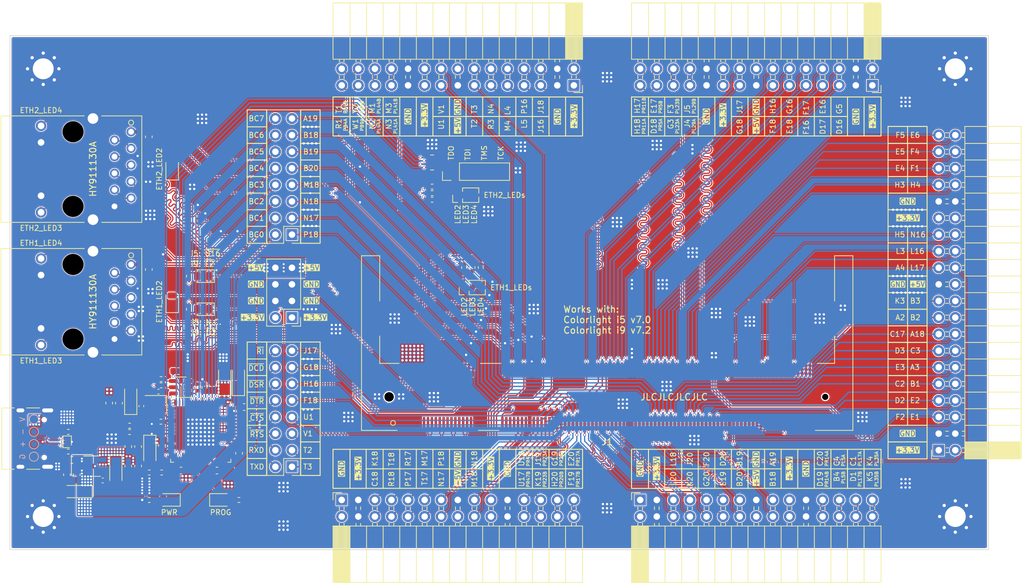
<source format=kicad_pcb>
(kicad_pcb (version 20221018) (generator pcbnew)
  (title_block (title "ECP5 Breakout Board") (date "2023-03-19") (rev "v1.0") (comment 2 "   * Colorlight i9 v7.2 (LFE5U-45F)") (comment 3 "   * Colorlight i5 v7.0 (LFE5U-25F)") (comment 4 "Supported FPGA Cards:"))
  (layers (0 "F.Cu" signal) (1 "In1.Cu" signal) (2 "In2.Cu" signal) (31 "B.Cu" signal) (34 "B.Paste" user) (35 "F.Paste" user) (36 "B.SilkS" user "B.Silkscreen") (37 "F.SilkS" user "F.Silkscreen") (38 "B.Mask" user) (39 "F.Mask" user) (44 "Edge.Cuts" user))
  (net 0 "")
  (net 1 "Net-(J3-CT)")
  (net 2 "GND")
  (net 3 "Net-(J4-CT)")
  (net 4 "+3.3V")
  (net 5 "+5V")
  (net 6 "Net-(U1-BP)")
  (net 7 "VDD")
  (net 8 "VBUS")
  (net 9 "VDDA")
  (net 10 "Net-(U4-OSCI)")
  (net 11 "VDDF")
  (net 12 "Net-(U4-OSCO)")
  (net 13 "/U16{slash}L2")
  (net 14 "Net-(D1-A)")
  (net 15 "/NC{slash}U2")
  (net 16 "Net-(D2-A)")
  (net 17 "Net-(D3-A)")
  (net 18 "Net-(D4-A)")
  (net 19 "Net-(D5-A)")
  (net 22 "/ETH1_1P")
  (net 23 "/ETH2_1P")
  (net 24 "/ETH1_1N")
  (net 25 "/ETH2_1N")
  (net 28 "/ETH1_2P")
  (net 29 "/ETH2_2P")
  (net 30 "/ETH1_2N")
  (net 31 "/ETH2_2N")
  (net 34 "/ETH1_3P")
  (net 35 "/ETH2_3P")
  (net 36 "/ETH1_3N")
  (net 37 "/ETH2_3N")
  (net 40 "/ETH1_4P")
  (net 41 "/ETH2_4P")
  (net 42 "/ETH1_4N")
  (net 43 "/ETH2_4N")
  (net 46 "/PB4AB+")
  (net 48 "/PB4AB-")
  (net 50 "/U1")
  (net 52 "/PB9AB-")
  (net 53 "/K18")
  (net 54 "/PB9AB+")
  (net 55 "/C18")
  (net 56 "/V1")
  (net 58 "/PL44AB-")
  (net 59 "/T18")
  (net 60 "/PL44AB+")
  (net 61 "/R18")
  (net 62 "/PL41AB+")
  (net 63 "/R17")
  (net 64 "/T2")
  (net 65 "/P17")
  (net 66 "/PL41AB-")
  (net 67 "/M17")
  (net 68 "/T3")
  (net 69 "/T17")
  (net 70 "/R3")
  (net 71 "/PR47AB+")
  (net 72 "/N4")
  (net 73 "/PR47AB-")
  (net 74 "/M4")
  (net 75 "/P18")
  (net 76 "/L4")
  (net 77 "/N17")
  (net 78 "/L5")
  (net 79 "/N18")
  (net 80 "/P16")
  (net 81 "/M18")
  (net 82 "/J16")
  (net 83 "/L20")
  (net 84 "/J18")
  (net 85 "/L18")
  (net 86 "/J17")
  (net 87 "/K20")
  (net 88 "/PR11AB+")
  (net 89 "/PR23AB-")
  (net 90 "/PR11AB-")
  (net 91 "/J20")
  (net 92 "/G18")
  (net 93 "/PR23AB+")
  (net 94 "/H16")
  (net 95 "/PR20AB-")
  (net 96 "/F18")
  (net 97 "/G20")
  (net 98 "/G16")
  (net 99 "/PR20AB+")
  (net 100 "/E18")
  (net 101 "/F20")
  (net 102 "/F17")
  (net 103 "/PR17AB-")
  (net 104 "/F16")
  (net 105 "/PR17AB+")
  (net 106 "/E16")
  (net 107 "/E19")
  (net 108 "/PR5AB-")
  (net 109 "/D20")
  (net 110 "/PR5AB+")
  (net 111 "/PR14AB-")
  (net 112 "/D17")
  (net 113 "/PR14AB+")
  (net 114 "/G5")
  (net 115 "/B20")
  (net 116 "/D16")
  (net 117 "/B19")
  (net 118 "/F5")
  (net 119 "/B18")
  (net 120 "/E6")
  (net 121 "/A19")
  (net 122 "/E5")
  (net 123 "/C17")
  (net 124 "/F4")
  (net 125 "/A18")
  (net 126 "/E4")
  (net 127 "/D3")
  (net 128 "/F1")
  (net 129 "/PL5AB+")
  (net 130 "/PL23AB-")
  (net 131 "/PL5AB-")
  (net 132 "/PL23AB+")
  (net 133 "/C3")
  (net 134 "/H3")
  (net 135 "/E3")
  (net 136 "/H4")
  (net 137 "/A3")
  (net 138 "/H5")
  (net 139 "/C2")
  (net 140 "/PL29AB+")
  (net 141 "/B1")
  (net 142 "/PL29AB-")
  (net 143 "/PL17AB+")
  (net 144 "/K3")
  (net 145 "/D2")
  (net 146 "/PL35AB+")
  (net 147 "/PL17AB-")
  (net 148 "/PL35AB-")
  (net 149 "/E2")
  (net 150 "/B3")
  (net 151 "/E1")
  (net 152 "/A2")
  (net 153 "/F2")
  (net 154 "/B2")
  (net 155 "/L17")
  (net 156 "/N16")
  (net 170 "/L3")
  (net 172 "/L16")
  (net 185 "/A4")
  (net 194 "Net-(J2-CC1)")
  (net 195 "/D+")
  (net 196 "/D-")
  (net 198 "Net-(J2-CC2)")
  (net 200 "/~{PROG}")
  (net 201 "Net-(J3-Pad11)")
  (net 202 "Net-(J3-Pad14)")
  (net 203 "Net-(D6-A)")
  (net 204 "Net-(J4-Pad11)")
  (net 205 "Net-(J4-Pad14)")
  (net 206 "/Du-")
  (net 207 "/Du+")
  (net 208 "/~{RESET}")
  (net 209 "Net-(U3-DO)")
  (net 210 "Net-(U3-CLK)")
  (net 211 "Net-(U3-DI)")
  (net 212 "Net-(U4-REF)")
  (net 213 "/EECS")
  (net 214 "/ETH1_D3")
  (net 215 "/ETH1_D4")
  (net 216 "/ETH2_D3")
  (net 217 "/ETH2_D4")
  (net 218 "/ETH1_D2")
  (net 219 "/ETH2_D2")
  (net 220 "/TCK")
  (net 221 "/TMS")
  (net 222 "/TDI")
  (net 223 "/TDO")
  (net 236 "/TXD")
  (net 237 "/RXD")
  (net 238 "/~{RTS}")
  (net 239 "/~{CTS}")
  (net 240 "/~{DTR}")
  (net 241 "/~{DSR}")
  (net 242 "/~{DCD}")
  (net 243 "/~{RI}")
  (net 244 "/BCBUS0")
  (net 245 "/BCBUS1")
  (net 246 "/BCBUS2")
  (net 247 "/BCBUS3")
  (net 248 "/BCBUS4")
  (net 249 "/BCBUS5")
  (net 250 "/BCBUS6")
  (net 251 "/BCBUS7")
  (net 253 "/JTAG_TDO")
  (net 254 "/JTAG_TDI")
  (net 255 "/JTAG_TMS")
  (net 256 "/JTAG_TCK")
  (footprint "Resistor_SMD:R_0402_1005Metric" (layer "F.Cu") (at 98.716212 102.77965 -90)
    (fp_text reference "R20" hide)
    (fp_text value "4k7")
  )
  (footprint "Resistor_SMD:R_0402_1005Metric" (layer "F.Cu") (at 106.360212 131.98965 180)
    (fp_text reference "R21" hide)
    (fp_text value "4k7")
  )
  (footprint "Resistor_SMD:R_0402_1005Metric" (layer "F.Cu") (at 98.716212 97.70365 90)
    (fp_text reference "R19" hide)
    (fp_text value "4k7")
  )
  (footprint "Connector_PinSocket_2.54mm:PinSocket_2x15_P2.54mm_Horizontal" (layer "F.Cu") (at 167.826212 131.98965 90)
    (fp_text reference "J13" hide)
    (fp_text value "PMOD 3")
  )
  (footprint "Resistor_SMD:R_0402_1005Metric" (layer "F.Cu") (at 135.949212 85.00465 180)
    (fp_text reference "R17" hide)
    (fp_text value "68R")
  )
  (footprint "Capacitor_SMD:C_0603_1608Metric" (layer "F.Cu") (at 106.386212 124.83965 -90)
    (fp_text reference "C13" hide)
    (fp_text value "104")
  )
  (footprint "Resistor_SMD:R_0402_1005Metric" (layer "F.Cu") (at 94.440212 114.43615)
    (fp_text reference "R14" hide)
    (fp_text value "10k")
  )
  (footprint "Inductor_SMD:L_0603_1608Metric" (layer "F.Cu") (at 86.490212 117.15365 -90)
    (fp_text reference "FB2" hide)
    (fp_text value "600R/0.5A")
  )
  (footprint "Resistor_SMD:R_0402_1005Metric" (layer "F.Cu") (at 142.136212 96.39065 90)
    (fp_text reference "R15" hide)
    (fp_text value "68R")
  )
  (footprint "Capacitor_Tantalum_SMD:CP_EIA-3216-10_Kemet-I" (layer "F.Cu") (at 89.790212 116.59115 90)
    (fp_text reference "C19" hide)
    (fp_text value "4.7µ")
  )
  (footprint "LED_SMD:LED_0805_2012Metric" (layer "F.Cu") (at 100.903712 97.70365 180)
    (fp_text reference "D1" hide)
    (fp_text value "LED1")
  )
  (footprint "Capacitor_SMD:C_0603_1608Metric" (layer "F.Cu") (at 97.495212 127.48615 180)
    (fp_text reference "C3" hide)
    (fp_text value "104")
  )
  (footprint "Connector_PinHeader_1.27mm:PinHeader_1x03_P1.27mm_Vertical" (layer "F.Cu") (at 139.866212 85.30465 90)
    (fp_text reference "J6" hide)
    (fp_text value "ETH2 LEDs")
  )
  (footprint "Connector_USB:USB_C_Receptacle_HRO_TYPE-C-31-M-12" (layer "F.Cu") (at 73.941611 122.58965 -90)
    (fp_text reference "J2" hide)
    (fp_text value "USB_C_Receptacle_USB2.0")
  )
  (footprint "Capacitor_SMD:C_0603_1608Metric" (layer "F.Cu") (at 97.067034 112.25365)
    (fp_text reference "C16" hide)
    (fp_text value "104")
  )
  (footprint "Inductor_SMD:L_0603_1608Metric" (layer "F.Cu") (at 89.416212 123.81115 90)
    (fp_text reference "FB3" hide)
    (fp_text value "600R/0.5A")
  )
  (footprint "Resistor_SMD:R_0402_1005Metric" (layer "F.Cu") (at 80.226212 124.58965)
    (fp_text reference "R4" hide)
    (fp_text value "5k1")
  )
  (footprint "Capacitor_SMD:C_0603_1608Metric" (layer "F.Cu") (at 90.916212 123.81115 -90)
    (fp_text reference "C21" hide)
    (fp_text value "104")
  )
  (footprint "Resistor_SMD:R_0402_1005Metric" (layer "F.Cu") (at 80.226212 121.56965)
    (fp_text reference "R3" hide)
    (fp_text value "5k1")
  )
  (footprint "Capacitor_SMD:C_0603_1608Metric" (layer "F.Cu") (at 92.561212 96.69465 -90)
    (fp_text reference "C1" hide)
    (fp_text value "100nF")
  )
  (footprint "Capacitor_Tantalum_SMD:CP_EIA-3216-10_Kemet-I" (layer "F.Cu") (at 87.513712 127.41165 -90)
    (fp_text reference "C17" hide)
    (fp_text value "4.7µ")
  )
  (footprint "Capacitor_SMD:C_0402_1005Metric" (layer "F.Cu") (at 91.416212 117.62365 90)
    (fp_text reference "C22" hide)
    (fp_text value "12pF")
  )
  (footprint "Connector_PinSocket_2.54mm:PinSocket_2x15_P2.54mm_Horizontal" (layer "F.Cu") (at 203.386212 68.48965 -90)
    (fp_text reference "J11" hide)
    (fp_text value "PMOD 1")
  )
  (footprint "MountingHole:MountingHole_3.2mm_M3_Pad_Via" (layer "F.Cu") (at 76.386212 134.52965)
    (fp_text reference "H2" hide)
    (fp_text value "MountingHole_Pad" hide)
  )
  (footprint "Capacitor_SMD:C_0402_1005Metric" (layer "F.Cu") (at 85.503712 129.01165 180)
    (fp_text reference "C10" hide)
    (fp_text value "150nF")
  )
  (footprint "Package_TO_SOT_SMD:SOT-23-6" (layer "F.Cu") (at 97.466212 114.72365 180)
    (fp_text reference "U3" hide)
    (fp_text value "93LC56BT-I/OT")
  )
  (footprint "Capacitor_SMD:C_0603_1608Metric" (layer "F.Cu") (at 89.413712 126.78665 -90)
    (fp_text reference "C12" hide)
    (fp_text value "104" hide)
  )
  (footprint "Resistor_SMD:R_0402_1005Metric" (layer "F.Cu") (at 140.866212 96.39065 90)
    (fp_text reference "R1" hide)
    (fp_text value "68R")
  )
  (footprint "Connector_PinHeader_2.54mm:PinHeader_2x04_P2.54mm_Vertical" (layer "F.Cu") (at 114.486212 104.04965 180)
    (fp_text reference "J15" hide)
    (fp_text value "PWR_TAP")
  )
  (footprint "LED_SMD:LED_0805_2012Metric" (layer "F.Cu") (at 103.564212 131.98965)
    (fp_text reference "D6" hide)
    (fp_text value "LED_PROG")
  )
  (footprint "Package_TO_SOT_SMD:SOT-23-5" (layer "F.Cu") (at 84.363712 126.81165)
    (fp_text reference "U1" hide)
    (fp_text value "SPX3819M5-L-3-3")
  )
  (footprint "Connector_PinHeader_2.54mm:PinHeader_1x04_P2.54mm_Vertical" (layer "F.Cu") (at 138.866212 81.70465 90)
    (fp_text reference "J7" hide)
    (fp_text value "JTAG")
  )
  (footprint "Capacitor_Tantalum_SMD:CP_EIA-3216-10_Kemet-I" (layer "F.Cu") (at 104.191212 113.70365 90)
    (fp_text reference "C9" hide)
    (fp_text value "4.7µ")
  )
  (footprint "Connector_PinSocket_2.54mm:PinSocket_2x20_P2.54mm_Horizontal" (layer "F.Cu") (at 213.546212 124.36965 180)
    (fp_text reference "J14" hide)
    (fp_text value "PMOD 4")
  )
  (footprint "Resistor_SMD:R_0402_1005Metric" (layer "F.Cu") (at 89.616212 120.621983)
    (fp_text reference "R6" hide)
    (fp_text value "10R")
  )
  (footprint "LED_SMD:LED_0805_2012Metric" (layer "F.Cu") (at 96.133212 81.29465 90)
    (fp_text reference "D4" hide)
    (fp_text value "ETH2_D2")
  )
  (footprint "Capacitor_SMD:C_0603_1608Metric" (layer "F.Cu") (at 80.026212 128.13665 -90)
    (fp_text reference "C14" hide)
    (fp_text value "104")
  )
  (footprint "LED_SMD:LED_0805_2012Metric" (layer "F.Cu") (at 100.903712 102.77965 180)
    (fp_text reference "D2" hide)
    (fp_text value "LED2")
  )
  (footprint "Resistor_SMD:R_0402_1005Metric" (layer "F.Cu") (at 94.410311 120.00365 180)
    (fp_text reference "R13" hide)
    (fp_text value "12k/1%")
  )
  (footprint "Capacitor_Tantalum_SMD:CP_EIA-3216-10_Kemet-I" (layer "F.Cu") (at 81.596212 130.71165 180)
    (fp_text reference "C4" hide)
    (fp_text value "4.7µ" hide)
  )
  (footprint "Capacitor_SMD:C_0402_1005Metric" (layer "F.Cu") (at 94.040212 115.40365)
    (fp_text reference "C20" hide)
    (fp_text value "12pF")
  )
  (footprint "Resistor_SMD:R_0402_1005Metric" (layer "F.Cu") (at 94.526212 127.79665)
    (fp_text reference "R9" hide)
    (fp_text value "10k")
  )
  (footprint "Capacitor_SMD:C_0603_1608Metric" (layer "F.Cu") (at 107.169212 117.76565)
    (fp_text reference "C24" hide)
    (fp_text value "104")
  )
  (footprint "MountingHole:MountingHole_3.2mm_M3_Pad_Via" (layer "F.Cu") (at 216.086212 134.52965)
    (fp_text reference "H4" hide)
    (fp_text value "MountingHole_Pad" hide)
  )
  (footprint "Connector_RJ_Extra:HY911130A" (layer "F.Cu") (at 89.846212 95.91965 -90)
    (fp_text reference "J3" hide)
    (fp_text value "HY911130A")
  )
  (footprint "Capacitor_SMD:C_0603_1608Metric" (layer "F.Cu") (at 87.990212 117.16615 90)
    (fp_text reference "C18" hide)
    (fp_text value "104")
  )
  (footprint "Connector_PinSocket_2.54mm:PinSocket_2x15_P2.54mm_Horizontal" (layer "F.Cu") (at 122.106212 131.98965 90)
    (fp_text reference "J12" hide)
    (fp_text value "PMOD 2")
  )
  (footprint "Connector_PinHeader_1.27mm:PinHeader_1x03_P1.27mm_Vertical" (layer "F.Cu") (at 140.866212 99.45465 90)
    (fp_text reference "J5" hide)
    (fp_text value "ETH1 LEDs")
  )
  (footprint "LED_SMD:LED_0805_2012Metric" (layer "F.Cu") (at 96.133212 101.61465 90)
    (fp_text reference "D3" hide)
    (fp_text value "ETH1_D2")
  )
  (footprint "Connector_PinSocket_2.54mm:PinSocket_2x15_P2.54mm_Horizontal" (layer "F.Cu") (at 157.666212 68.48965 -90)
    (fp_text reference "J10" hide)
    (fp_text value "PMOD 0")
  )
  (footprint "Capacitor_SMD:C_0603_1608Metric" (layer "F.Cu") (at 94.566212 123.62865 -90)
    (fp_text reference "C11" hide)
    (fp_text value "104")
  )
  (footprint "Resistor_SMD:R_0402_1005Metric" (layer "F.Cu") (at 143.406212 96.39265 90)
    (fp_text reference "R16" hide)
    (fp_text value "68R")
  )
  (footprint "Resistor_SMD:R_0402_1005Metric" (layer "F.Cu") (at 92.626212 131.98965)
    (fp_text reference "R5" hide)
    (fp_text value "4k7")
  )
  (footprint "Capacitor_Tantalum_SMD:CP_EIA-3216-10_Kemet-I" (layer "F.Cu") (at 106.291212 113.70365 90)
    (fp_text reference "C25" hide)
    (fp_text value "4.7µ")
  )
  (footprint "Resistor_SMD:R_0402_1005Metric" (layer "F.Cu") (at 101.091212 114.74365 90)
    (fp_text reference "R10" hide)
    (fp_text value "10k")
  )
  (footprint "Package_DFN_QFN:QFN-64-1EP_9x9mm_P0.5mm_EP4.35x4.35mm" (layer "F.Cu") (at 100.516212 121.60365)
    (fp_text reference "U4" hide)
    (fp_text value "FT2232HQ")
  )
  (footprint "Connector_TE-Connectivity-Extra:1473149-4_SODIMM_200P_H5.2_DDR2" (layer "F.Cu") (at 162.766212 116.20465)
    (fp_text reference "J1")
    (fp_text value "SODIMM-200_Shielded")
  )
  (footprint "Connector_PinHeader_2.54mm:PinHeader_2x08_P2.54mm_Vertical" (layer "F.Cu") (at 114.486212 126.90965 180)
    (fp_text reference "J8" hide)
    (fp_text value "UART Signals")
  )
  (footprint "LED_SMD:LED_0805_2012Metric" (layer "F.Cu") (at 95.690212 131.98965 180)
    (fp_text reference "D5" hide)
    (fp_text value "PWR_LED")
  )
  (footprint "Capacitor_SMD:C_0603_1608Metric" (layer "F.Cu") (at 102.341212 114.47865 90)
    (fp_text reference "C8" hide)
    (fp_text value "104")
  )
  (footprint "Resistor_SMD:R_0402_1005Metric" (layer "F.Cu") (at 135.949212 84.00465 180)
    (fp_text reference "R18" hide)
    (fp_text value "68R")
  )
  (footprint "MountingHole:MountingHole_3.2mm_M3_Pad_Via" (layer "F.Cu") (at 216.086212 65.94965)
    (fp_text reference "H3" hide)
    (fp_text value "MountingHole_Pad" hide)
  )
  (footprint "Inductor_SMD:L_0603_1608Metric" (layer "F.Cu") (at 80.776212 125.86165)
    (fp_text reference "FB1" hide)
    (fp_text value "600R/0.5A")
  )
  (footprint "Resistor_SMD:R_0402_1005Metric" (layer "F.Cu") (at 135.949212 86.00465 180)
    (fp_text reference "R2" hide)
    (fp_text value "68R")
  )
  (footprint "Connector_RJ_Extra:HY911130A" (layer "F.Cu") (at 89.846212 75.59965 -90)
    (fp_text reference "J4" hide)
    (fp_text value "HY911130A")
  )
  (footprint "Capacitor_SMD:C_0603_1608Metric" (layer "F.Cu") (at 92.561212 76.37465 -90)
    (fp_text reference "C2" hide)
    (fp_text value "100nF")
  )
  (footprint "Resistor_SMD:R_0402_1005Metric" (layer "F.Cu") (at 89.616212 121.585316)
    (fp_text reference "R7" hide)
    (fp_text value "10R")
  )
  (footprint "Resistor_SMD:R_0402_1005Metric" (layer "F.Cu") (at 92.626212 127.79665)
    (fp_text reference "R8" hide)
    (fp_text value "15k")
  )
  (footprint "Package_TO_SOT_SMD:SOT-886" (layer "F.Cu") (at 80.046212 123.08965 180)
    (fp_text reference "U2" hide)
    (fp_text value "PRTR5V0U2F")
  )
  (footprint "Resistor_SMD:R_0402_1005Metric" (layer "F.Cu") (at 100.091212 114.74365 -90)
    (fp_text reference "R12" hide)
    (fp_text value "2k")
  )
  (footprint "Resistor_SMD:R_0402_1005Metric" (layer "F.Cu") (at 94.440212 113.48615)
    (fp_text reference "R11" hide)
    (fp_text value "10k")
  )
  (footprint "Capacitor_SMD:C_0603_1608Metric" (layer "F.Cu") (at 108.051212 120.43265)
    (fp_text reference "C7" hide)
    (fp_text value "104")
  )
  (footprint "Capacitor_Tantalum_SMD:CP_EIA-3216-10_Kemet-I" (layer "F.Cu") (at 92.716212 124.38615 -90)
    (fp_text reference "C23" hide)
    (fp_text value "4.7µ")
  )
  (footprint "Connector_PinHeader_2.54mm:PinHeader_2x08_P2.54mm_Vertical" (layer "F.Cu") (at 114.486212 91.34965 180)
    (fp_text reference "J9" hide)
    (fp_text value "Parallel Signals")
  )
  (footprint "Resistor_SMD:R_Array_Concave_4x0402" (layer "F.Cu") (at 135.949212 80.30365)
    (fp_text reference "RN1" hide)
    (fp_text value "100R")
  )
  (footprint "Crystal:Crystal_SMD_2520-4Pin_2.5x2.0mm" (layer "F.Cu") (at 93.645212 117.40365 180)
    (fp_text reference "Y1" hide)
    (fp_text value "12MHz")
  )
  (footprint "Capacitor_SMD:C_0603_1608Metric" (layer "F.Cu") (at 102.995212 127.48615 180)
    (fp_text reference "C5" hide)
    (fp_text value "104")
  )
  (footprint "Capacitor_SMD:C_0603_1608Metric" (layer "F.Cu") (at 81.526212 128.13665 -90)
    (fp_text reference "C6" hide)
    (fp_text value "104")
  )
  (footprint "Capacitor_SMD:C_0603_1608Metric" (layer "F.Cu") (at 90.913712 126.78665 -90)
    (fp_text reference "C15" hide)
    (fp_text value "104" hide)
  )
  (footprint "MountingHole:MountingHole_3.2mm_M3_Pad_Via" (layer "F.Cu") (at 76.386212 65.94965)
    (fp_text reference "H1" hide)
    (fp_text value "MountingHole_Pad" hide)
  )
  (footprint "TestPoint:TestPoint_Pad_D1.0mm" (layer "B.Cu") (at 74.957611 123.45325 180)
    (fp_text reference "TP1" hide)
    (fp_text value "TP_D+" hide)
  )
  (footprint "TestPoint:TestPoint_Pad_D1.0mm" (layer "B.Cu") (at 74.957611 121.54825 180)
    (fp_text reference "TP2" hide)
    (fp_text value "TP_D-" hide)
  )
  (footprint "TestPoint:TestPoint_Pad_D1.0mm" (layer "B.Cu") (at 74.957611 119.64325 180)
    (fp_text reference "TP3" hide)
    (fp_text value "TP_VBUS" hide)
  )
  (footprint "TestPoint:TestPoint_Pad_D1.0mm" (layer "B.Cu") (at 74.957611 125.35825 180)
    (fp_text reference "TP4" hide)
    (fp_text value "TP_GND" hide)
  )
  (gr_line (start 133.536212 127.22365) (end 133.536212 124.23565) (stroke (width 0.15)) (layer "F.SilkS"))
  (gr_line (start 151.316212 130.21165) (end 151.316212 127.22365) (stroke (width 0.15)) (layer "F.SilkS"))
  (gr_rect (start 107.628212 72.23965) (end 110.616212 92.67965) (stroke (width 0.15)) (fill none) (layer "F.SilkS"))
  (gr_line (start 138.616212 127.22365) (end 138.616212 124.23565) (stroke (width 0.15)) (layer "F.SilkS"))
  (gr_line (start 208.780212 112.93965) (end 211.768212 112.93965) (stroke (width 0.15)) (layer "F.SilkS"))
  (gr_line (start 107.628212 87.53965) (end 110.616212 87.53965) (stroke (width 0.15)) (layer "F.SilkS"))
  (gr_line (start 184.336212 127.22365) (end 184.336212 124.23565) (stroke (width 0.15)) (layer "F.SilkS"))
  (gr_line (start 205.792212 84.99965) (end 208.780212 84.99965) (stroke (width 0.15)) (layer "F.SilkS"))
  (gr_line (start 191.956212 73.25565) (end 191.956212 70.26765) (stroke (width 0.15)) (layer "F.SilkS"))
  (gr_line (start 176.716212 130.21165) (end 176.716212 127.22365) (stroke (width 0.15)) (layer "F.SilkS"))
  (gr_line (start 181.796212 76.24365) (end 181.796212 73.25565) (stroke (width 0.15)) (layer "F.SilkS"))
  (gr_line (start 174.176212 76.24365) (end 174.176212 73.25565) (stroke (width 0.15)) (layer "F.SilkS"))
  (gr_line (start 208.780212 105.31965) (end 211.768212 105.31965) (stroke (width 0.15)) (layer "F.SilkS"))
  (gr_line (start 136.076212 130.21165) (end 136.076212 127.22365) (stroke (width 0.15)) (layer "F.SilkS"))
  (gr_line (start 208.780212 120.55965) (end 211.768212 120.55965) (stroke (width 0.15)) (layer "F.SilkS"))
  (gr_line (start 202.116212 127.22365) (end 202.116212 124.23565) (stroke (width 0.15)) (layer "F.SilkS"))
  (gr_line (start 148.776212 130.21165) (end 148.776212 127.22365) (stroke (width 0.15)) (layer "F.SilkS"))
  (gr_line (start 153.856212 127.22365) (end 153.856212 124.23565) (stroke (width 0.15)) (layer "F.SilkS"))
  (gr_line (start 138.616212 73.25565) (end 138.616212 70.26765) (stroke (width 0.15)) (layer "F.SilkS"))
  (gr_line (start 205.792212 123.09965) (end 208.780212 123.09965) (stroke (width 0.15)) (layer "F.SilkS"))
  (gr_line (start 151.316212 73.25565) (end 151.316212 70.26765) (stroke (width 0.15)) (layer "F.SilkS"))
  (gr_line (start 171.576212 127.22365) (end 171.576212 124.23565) (stroke (width 0.15)) (layer "F.SilkS"))
  (gr_line (start 199.576212 73.25565) (end 199.576212 70.26765) (stroke (width 0.15)) (layer "F.SilkS"))
  (gr_line (start 181.796212 127.22365) (end 181.796212 124.23565) (stroke (width 0.15)) (layer "F.SilkS"))
  (gr_line (start 189.416212 127.22365) (end 189.416212 124.23565) (stroke (width 0.15)) (layer "F.SilkS"))
  (gr_line (start 141.156212 130.21165) (end 141.156212 127.22365) (stroke (width 0.15)) (layer "F.SilkS"))
  (gr_line (start 189.416212 76.24365) (end 189.416212 73.25565) (stroke (width 0.15)) (layer "F.SilkS"))
  (gr_line (start 179.256212 127.22365) (end 179.256212 124.23565) (stroke (width 0.15)) (layer "F.SilkS"))
  (gr_line (start 181.796212 130.21165) (end 181.796212 127.22365) (stroke (width 0.15)) (layer "F.SilkS"))
  (gr_line (start 205.792212 77.37965) (end 208.780212 77.37965) (stroke (width 0.15)) (layer "F.SilkS"))
  (gr_line (start 194.496212 127.22365) (end 194.496212 124.23565) (stroke (width 0.15)) (layer "F.SilkS"))
  (gr_line (start 181.796212 73.25565) (end 199.576212 73.25565) (stroke (width 0.15)) (layer "F.SilkS"))
  (gr_line (start 138.616212 76.24365) (end 138.616212 73.25565) (stroke (width 0.15)) (layer "F.SilkS"))
  (gr_line (start 107.628212 84.99965) (end 110.616212 84.99965) (stroke (width 0.15)) (layer "F.SilkS"))
  (gr_line (start 156.396212 73.25565) (end 156.396212 70.26765) (stroke (width 0.15)) (layer "F.SilkS"))
  (gr_line (start 169.096212 76.24365) (end 169.096212 73.25565) (stroke (width 0.15)) (layer "F.SilkS"))
  (gr_rect (start 120.776212 124.23565) (end 158.996212 130.21165) (stroke (width 0.15)) (fill none) (layer "F.SilkS"))
  (gr_line (start 176.716212 76.24365) (end 176.716212 73.25565) (stroke (width 0.15)) (layer "F.SilkS"))
  (gr_rect (start 107.628212 107.79965) (end 110.616212 128.23965) (stroke (width 0.15)) (fill none) (layer "F.SilkS"))
  (gr_line (start 191.956212 130.21165) (end 191.956212 127.22365) (stroke (width 0.15)) (layer "F.SilkS"))
  (gr_line (start 208.780212 115.47965) (end 211.768212 115.47965) (stroke (width 0.15)) (layer "F.SilkS"))
  (gr_line (start 179.256212 76.24365) (end 179.256212 73.25565) (stroke (width 0.15)) (layer "F.SilkS"))
  (gr_line (start 107.628212 74.83965) (end 110.616212 74.83965) (stroke (width 0.15)) (layer "F.SilkS"))
  (gr_line (start 143.696212 130.21165) (end 143.696212 127.22365) (stroke (width 0.15)) (layer "F.SilkS"))
  (gr_line (start 186.876212 76.24365) (end 186.876212 73.25565) (stroke (width 0.15)) (layer "F.SilkS"))
  (gr_line (start 208.780212 100.23965) (end 211.768212 100.23965) (stroke (width 0.15)) (layer "F.SilkS"))
  (gr_line (start 146.236212 130.21165) (end 146.236212 127.22365) (stroke (width 0.15)) (layer "F.SilkS"))
  (gr_line (start 205.792212 100.23965) (end 208.780212 100.23965) (stroke (width 0.15)) (layer "F.SilkS"))
  (gr_line (start 205.792212 110.39965) (end 208.780212 110.39965) (stroke (width 0.15)) (layer "F.SilkS"))
  (gr_line (start 169.096212 127.22365) (end 169.096212 124.23565) (stroke (width 0.15)) (layer "F.SilkS"))
  (gr_line (start 107.628212 110.39965) (end 110.616212 110.39965) (stroke (width 0.15)) (layer "F.SilkS"))
  (gr_line (start 123.376212 76.24365) (end 123.376212 73.25565) (stroke (width 0.15)) (layer "F.SilkS"))
  (gr_line (start 156.396212 130.21165) (end 156.396212 127.22365) (stroke (width 0.15)) (layer "F.SilkS"))
  (gr_line (start 128.456212 130.21165) (end 128.456212 127.22365) (stroke (width 0.15)) (layer "F.SilkS"))
  (gr_line (start 153.856212 73.25565) (end 153.856212 70.26765) (stroke (width 0.15)) (layer "F.SilkS"))
  (gr_line (start 120.776212 73.25565) (end 130.996212 73.25565) (stroke (width 0.15)) (layer "F.SilkS"))
  (gr_line (start 115.816212 110.39965) (end 118.804212 110.39965) (stroke (width 0.15)) (layer "F.SilkS"))
  (gr_line (start 115.816212 87.53965) (end 118.804212 87.53965) (stroke (width 0.15)) (layer "F.SilkS"))
  (gr_line (start 208.780212 110.39965) (end 211.768212 110.39965) (stroke (width 0.15)) (layer "F.SilkS"))
  (gr_line (start 128.456212 127.22365) (end 128.456212 124.23565) (stroke (width 0.15)) (layer "F.SilkS"))
  (gr_line (start 107.628212 115.47965) (end 110.616212 115.47965) (stroke (width 0.15)) (layer "F.SilkS"))
  (gr_line (start 208.780212 90.07965) (end 208.780212 120.55965) (stroke (width 0.15)) (layer "F.SilkS"))
  (gr_line (start 208.780212 82.45965) (end 211.768212 82.45965) (stroke (width 0.15)) (layer "F.SilkS"))
  (gr_line (start 128.456212 76.24365) (end 128.456212 73.25565) (stroke (width 0.15)) (layer "F.SilkS"))
  (gr_line (start 130.996212 130.21165) (end 130.996212 127.22365) (stroke (width 0.15)) (layer "F.SilkS"))
  (gr_line (start 153.856212 76.24365) (end 153.856212 73.25565) (stroke (width 0.15)) (layer "F.SilkS"))
  (gr_line (start 208.780212 90.07965) (end 211.768212 90.07965) (stroke (width 0.15)) (layer "F.SilkS"))
  (gr_line (start 208.780212 87.53965) (end 211.768212 87.53965) (stroke (width 0.15)) (layer "F.SilkS"))
  (gr_line (start 153.856212 130.21165) (end 153.856212 127.22365) (stroke (width 0.15)) (layer "F.SilkS"))
  (gr_line (start 208.780212 107.85965) (end 211.768212 107.85965) (stroke (width 0.15)) (layer "F.SilkS"))
  (gr_line (start 205.792212 118.01965) (end 208.780212 118.01965) (stroke (width 0.15)) (layer "F.SilkS"))
  (gr_line (start 186.876212 73.25565) (end 186.876212 70.26765) (stroke (width 0.15)) (layer "F.SilkS"))
  (gr_line (start 208.780212 74.77965) (end 208.780212 84.99965) (stroke (width 0.15)) (layer "F.SilkS"))
  (gr_line (start 208.780212 118.01965) (end 211.768212 118.01965) (stroke (width 0.15)) (layer "F.SilkS"))
  (gr_line (start 202.116212 76.24365) (end 202.116212 73.25565) (stroke (width 0.15)) (layer "F.SilkS"))
  (gr_line (start 123.376212 130.21165) (end 123.376212 127.22365) (stroke (width 0.15)) (layer "F.SilkS"))
  (gr_line (start 208.780212 77.37965) (end 211.768212 77.37965) (stroke (width 0.15)) (layer "F.SilkS"))
  (gr_line (start 202.116212 73.25565) (end 202.116212 70.26765) (stroke (width 0.15)) (layer "F.SilkS"))
  (gr_line (start 146.236212 73.25565) (end 146.236212 70.26765) (stroke (width 0.15)) (layer "F.SilkS"))
  (gr_line (start 194.496212 73.25565) (end 194.496212 70.26765) (stroke (width 0.15)) (layer "F.SilkS"))
  (gr_line (start 184.336212 76.24365) (end 184.336212 73.25565) (stroke (width 0.15)) (layer "F.SilkS"))
  (gr_line (start 191.956212 127.22365) (end 191.956212 124.23565) (stroke (width 0.15)) (layer "F.SilkS"))
  (gr_line (start 115.816212 84.99965) (end 118.804212 84.99965) (stroke (width 0.15)) (layer "F.SilkS"))
  (gr_line (start 136.076212 73.25565) (end 136.076212 70.26765) (stroke (width 0.15)) (layer "F.SilkS"))
  (gr_rect (start 166.496212 70.26765) (end 204.716212 76.24365) (stroke (width 0.15)) (fill none) (layer "F.SilkS"))
  (gr_line (start 130.996212 127.22365) (end 130.996212 124.23565) (stroke (width 0.15)) (layer "F.SilkS"))
  (gr_line (start 208.780212 97.69965) (end 211.768212 97.69965) (stroke (width 0.15)) (layer "F.SilkS"))
  (gr_line (start 107.628212 112.93965) (end 110.616212 112.93965) (stroke (width 0.15)) (layer "F.SilkS"))
  (gr_line (start 171.576212 130.21165) (end 171.576212 127.22365) (stroke (width 0.15)) (layer "F.SilkS"))
  (gr_line (start 171.576212 127.22365) (end 189.416212 127.22365) (stroke (width 0.15)) (layer "F.SilkS"))
  (gr_line (start 171.576212 76.24365) (end 171.576212 73.25565) (stroke (width 0.15)) (layer "F.SilkS"))
  (gr_line (start 174.176212 127.22365) (end 174.176212 124.23565) (stroke (width 0.15)) (layer "F.SilkS"))
  (gr_line (start 123.376212 127.22365) (end 123.376212 124.23565) (stroke (width 0.15)) (layer "F.SilkS"))
  (gr_line (start 125.856212 130.21165) (end 125.856212 127.22365) (stroke (width 0.15)) (layer "F.SilkS"))
  (gr_line (start 171.576212 73.25565) (end 171.576212 70.26765) (stroke (width 0.15)) (layer "F.SilkS"))
  (gr_line (start 143.696212 73.25565) (end 143.696212 70.26765) (stroke (width 0.15)) (layer "F.SilkS"))
  (gr_line (start 194.496212 127.22365) (end 204.656212 127.22365) (stroke (width 0.15)) (layer "F.SilkS"))
  (gr_line (start 205.792212 92.61965) (end 208.780212 92.61965) (stroke (width 0.15)) (layer "F.SilkS"))
  (gr_line (start 205.792212 87.53965) (end 208.780212 87.53965) (stroke (width 0.15)) (layer "F.SilkS"))
  (gr_line (start 107.628212 123.09965) (end 110.616212 123.09965) (stroke (width 0.15)) (layer "F.SilkS"))
  (gr_line (start 199.576212 130.21165) (end 199.576212 127.22365) (stroke (width 0.15)) (layer "F.SilkS"))
  (gr_line (start 205.792212 97.69965) (end 208.780212 97.69965) (stroke (width 0.15)) (layer "F.SilkS"))
  (gr_line (start 115.816212 118.01965) (end 118.804212 118.01965) (stroke (width 0.15)) (layer "F.SilkS"))
  (gr_line (start 208.780212 102.77965) (end 211.768212 102.77965) (stroke (width 0.15)) (layer "F.SilkS"))
  (gr_line (start 176.716212 127.22365) (end 176.716212 124.23565) (stroke (width 0.15)) (layer "F.SilkS"))
  (gr_line (start 151.316212 76.24365) (end 151.316212 73.25565) (stroke (width 0.15)) (layer "F.SilkS"))
  (gr_line (start 107.628212 77.37965) (end 110.616212 77.37965) (stroke (width 0.15)) (layer "F.SilkS"))
  (gr_line (start 123.376212 73.25565) (end 123.376212 70.26765) (stroke (width 0.15)) (layer "F.SilkS"))
  (gr_line (start 208.780212 84.99965) (end 211.768212 84.99965) (stroke (width 0.15)) (layer "F.SilkS"))
  (gr_rect (start 115.816212 72.23965) (end 118.804212 92.67965) (stroke (width 0.15)) (fill none) (layer "F.SilkS"))
  (gr_line (start 125.856212 76.24365) (end 125.856212 73.25565) (stroke (width 0.15)) (layer "F.SilkS"))
  (gr_line (start 174.176212 73.25565) (end 174.176212 70.26765) (stroke (width 0.15)) (layer "F.SilkS"))
  (gr_line (start 205.792212 112.93965) (end 208.780212 112.93965) (stroke (width 0.15)) (layer "F.SilkS"))
  (gr_line (start 136.076212 73.25565) (end 153.856212 73.25565) (stroke (width 0.15)) (layer "F.SilkS"))
  (gr_line (start 205.792212 107.85965) (end 208.780212 107.85965) (stroke (width 0.15)) (layer "F.SilkS"))
  (gr_line (start 208.780212 79.91965) (end 211.768212 79.91965) (stroke (width 0.15)) (layer "F.SilkS"))
  (gr_line (start 130.996212 73.25565) (end 130.996212 70.26765) (stroke (width 0.15)) (layer "F.SilkS"))
  (gr_line (start 141.156212 127.22365) (end 141.156212 124.23565) (stroke (width 0.15)) (layer "F.SilkS"))
  (gr_line (start 194.496212 76.24365) (end 194.496212 73.25565) (stroke (width 0.15)) (layer "F.SilkS"))
  (gr_line (start 191.956212 76.24365) (end 191.956212 73.25565) (stroke (width 0.15)) (layer "F.SilkS"))
  (gr_line (start 128.456212 73.25565) (end 128.456212 70.26765) (stroke (width 0.15)) (layer "F.SilkS"))
  (gr_line (start 133.536212 130.21165) (end 133.536212 127.22365) (stroke (width 0.15)) (layer "F.SilkS"))
  (gr_line (start 143.696212 127.22365) (end 143.696212 124.23565) (stroke (width 0.15)) (layer "F.SilkS"))
  (gr_line (start 115.816212 120.55965) (end 118.804212 120.55965) (stroke (width 0.15)) (layer "F.SilkS"))
  (gr_line (start 205.792212 115.47965) (end 208.780212 115.47965) (stroke (width 0.15)) (layer "F.SilkS"))
  (gr_line (start 199.576212 76.24365) (end 199.576212 73.25565) (stroke (width 0.15)) (layer "F.SilkS"))
  (gr_line (start 146.236212 76.24365) (end 146.236212 73.25565) (stroke (width 0.15)) (layer "F.SilkS"))
  (gr_line (start 107.628212 120.55965) (end 110.616212 120.55965) (stroke (width 0.15)) (layer "F.SilkS"))
  (gr_line (start 199.576212 127.22365) (end 199.576212 124.23565) (stroke (width 0.15)) (layer "F.SilkS"))
  (gr_line (start 148.776212 73.25565) (end 148.776212 70.26765) (stroke (width 0.15)) (layer "F.SilkS"))
  (gr_line (start 205.792212 102.77965) (end 208.780212 102.77965) (stroke (width 0.15)) (layer "F.SilkS"))
  (gr_line (start 156.396212 127.22365) (end 156.396212 124.23565) (stroke (width 0.15)) (layer "F.SilkS"))
  (gr_line (start 186.876212 130.21165) (end 186.876212 127.22365) (stroke (width 0.15)) (layer "F.SilkS"))
  (gr_line (start 197.036212 127.22365) (end 197.036212 124.23565) (stroke (width 0.15)) (layer "F.SilkS"))
  (gr_line (start 205.792212 105.31965) (end 208.780212 105.31965) (stroke (width 0.15)) (layer "F.SilkS"))
  (gr_rect (start 166.496212 124.23565) (end 204.716212 130.21165) (stroke (width 0.15)) (fill none) (layer "F.SilkS"))
  (gr_line (start 169.096212 130.21165) (end 169.096212 127.22365) (stroke (width 0.15)) (layer "F.SilkS"))
  (gr_line (start 205.792212 82.45965) (end 208.780212 82.45965) (stroke (width 0.15)) (layer "F.SilkS"))
  (gr_line (start 169.096212 73.25565) (end 169.096212 70.26765) (stroke (width 0.15)) (layer "F.SilkS"))
  (gr_line (start 125.856212 127.22365) (end 125.856212 124.23565) (stroke (width 0.15)) (layer "F.SilkS"))
  (gr_line (start 107.628212 79.91965) (end 110.616212 79.91965) (stroke (width 0.15)) (layer "F.SilkS"))
  (gr_line (start 107.628212 90.07965) (end 110.616212 90.07965) (stroke (width 0.15)) (layer "F.SilkS"))
  (gr_line (start 115.816212 79.91965) (end 118.804212 79.91965) (stroke (width 0.15)) (layer "F.SilkS"))
  (gr_line (start 186.876212 127.22365) (end 186.876212 124.23565) (stroke (width 0.15)) (layer "F.SilkS"))
  (gr_line (start 184.336212 130.21165) (end 184.336212 127.22365) (stroke (width 0.15)) (layer "F.SilkS"))
  (gr_line (start 194.496212 130.21165) (end 194.496212 127.22365) (stroke (width 0.15)) (layer "F.SilkS"))
  (gr_line (start 197.036212 73.25565) (end 197.036212 70.26765) (stroke (width 0.15)) (layer "F.SilkS"))
  (gr_line (start 205.792212 95.15965) (end 208.780212 95.15965) (stroke (width 0.15)) (layer "F.SilkS"))
  (gr_line (start 148.776212 76.24365) (end 148.776212 73.25565) (stroke (width 0.15)) (layer "F.SilkS"))
  (gr_line (start 115.816212 125.63965) (end 118.804212 125.63965) (stroke (width 0.15)) (layer "F.SilkS"))
  (gr_line (start 141.156212 76.24365) (end 141.156212 73.25565) (stroke (width 0.15)) (layer "F.SilkS"))
  (gr_line (start 138.616212 130.21165) (end 138.616212 127.22365) (stroke (width 0.15)) (layer "F.SilkS"))
  (gr_line (start 208.780212 92.61965) (end 211.768212 92.61965) (stroke (width 0.15)) (layer "F.SilkS"))
  (gr_line (start 115.816212 112.93965) (end 118.804212 112.93965) (stroke (width 0.15)) (layer "F.SilkS"))
  (gr_line (start 130.996212 76.24365) (end 130.996212 73.25565) (stroke (width 0.15)) (layer "F.SilkS"))
  (gr_line (start 133.536212 73.25565) (end 133.536212 70.26765) (stroke (width 0.15)) (layer "F.SilkS"))
  (gr_line (start 179.256212 73.25565) (end 179.256212 70.26765) (stroke (width 0.15)) (layer "F.SilkS"))
  (gr_line (start 146.236212 127.22365) (end 146.236212 124.23565) (stroke (width 0.15)) (layer "F.SilkS"))
  (gr_line (start 181.796212 73.25565) (end 181.796212 70.26765) (stroke (width 0.15)) (layer "F.SilkS"))
  (gr_line (start 205.792212 90.07965) (end 208.780212 90.07965) (stroke (width 0.15)) (layer "F.SilkS"))
  (gr_line (start 115.816212 123.09965) (end 118.804212 123.09965) (stroke (width 0.15)) (layer "F.SilkS"))
  (gr_line (start 151.316212 127.22365) (end 151.316212 124.23565) (stroke (width 0.15)) (layer "F.SilkS"))
  (gr_line (start 141.156212 73.25565) (end 141.156212 70.26765) (stroke (width 0.15)) (layer "F.SilkS"))
  (gr_line (start 205.792212 79.91965) (end 208.780212 79.91965) (stroke (width 0.15)) (layer "F.SilkS"))
  (gr_rect (start 115.816212 107.79965) (end 118.804212 128.23965) (stroke (width 0.15)) (fill none) (layer "F.SilkS"))
  (gr_line (start 107.628212 82.45965) (end 110.616212 82.45965) (stroke (width 0.15)) (layer "F.SilkS"))
  (gr_line (start 174.176212 130.21165) (end 174.176212 127.22365) (stroke (width 0.15)) (layer "F.SilkS"))
  (gr_line (start 115.816212 74.83965) (end 118.804212 74.83965) (stroke (width 0.15)) (layer "F.SilkS"))
  (gr_line (start 189.416212 73.25565) (end 189.416212 70.26765) (stroke (width 0.15)) (layer "F.SilkS"))
  (gr_line (start 125.856212 127.22365) (end 143.696212 127.22365) (stroke (width 0.15)) (layer "F.SilkS"))
  (gr_line (start 197.036212 76.24365) (end 197.036212 73.25565) (stroke (width 0.15)) (layer "F.SilkS"))
  (gr_line (start 148.776212 127.22365) (end 158.996212 127.22365) (stroke (width 0.15)) (layer "F.SilkS"))
  (gr_line (start 115.816212 90.07965) (end 118.804212 90.07965) (stroke (width 0.15)) (layer "F.SilkS"))
  (gr_line (start 184.336212 73.25565) (end 184.336212 70.26765) (stroke (width 0.15)) (layer "F.SilkS"))
  (gr_line (start 136.076212 76.24365) (end 136.076212 73.25565) (stroke (width 0.15)) (layer "F.SilkS"))
  (gr_rect (start 205.792212 74.77965) (end 211.768212 125.69965) (stroke (width 0.15)) (fill none) (layer "F.SilkS"))
  (gr_line (start 148.776212 127.22365) (end 148.776212 124.23565) (stroke (width 0.15)) (layer "F.SilkS"))
  (gr_line (start 202.116212 130.21165) (end 202.116212 127.22365) (stroke (width 0.15)) (layer "F.SilkS"))
  (gr_line (start 125.856212 73.25565) (end 125.856212 70.26765) (stroke (width 0.15)) (layer "F.SilkS"))
  (gr_line (start 133.536212 76.24365) (end 133.536212 73.25565) (stroke (width 0.15)) (layer "F.SilkS"))
  (gr_line (start 107.628212 118.01965) (end 110.616212 118.01965) (stroke (width 0.15)) (layer "F.SilkS"))
  (gr_line (start 156.396212 76.24365) (end 156.396212 73.25565) (stroke (width 0.15)) (layer "F.SilkS"))
  (gr_line (start 205.792212 120.55965) (end 208.780212 120.55965) (stroke (width 0.15)) (layer "F.SilkS"))
  (gr_line (start 179.256212 130.21165) (end 179.256212 127.22365) (stroke (width 0.15)) (layer "F.SilkS"))
  (gr_line (start 176.716212 73.25565) (end 176.716212 70.26765) (stroke (width 0.15)) (layer "F.SilkS"))
  (gr_line (start 115.816212 115.47965) (end 118.804212 115.47965) (stroke (width 0.15)) (layer "F.SilkS"))
  (gr_line (start 197.036212 130.21165) (end 197.036212 127.22365) (stroke (width 0.15)) (layer "F.SilkS"))
  (gr_line (start 189.416212 130.21165) (end 189.416212 127.22365) (stroke (width 0.15)) (layer "F.SilkS"))
  (gr_line (start 166.496212 73.25565) (end 176.716212 73.25565) (stroke (width 0.15)) (layer "F.SilkS"))
  (gr_line (start 115.816212 82.45965) (end 118.804212 82.45965) (stroke (width 0.15)) (layer "F.SilkS"))
  (gr_line (start 115.816212 77.37965) (end 118.804212 77.37965) (stroke (width 0.15)) (layer "F.SilkS"))
  (gr_rect (start 120.776212 70.26765) (end 158.996212 76.24365) (stroke (width 0.15)) (fill none) (layer "F.SilkS"))
  (gr_line (start 208.780212 95.15965) (end 211.768212 95.15965) (stroke (width 0.15)) (layer "F.SilkS"))
  (gr_line (start 136.076212 127.22365) (end 136.076212 124.23565) (stroke (width 0.15)) (layer "F.SilkS"))
  (gr_line (start 107.628212 125.63965) (end 110.616212 125.63965) (stroke (width 0.15)) (layer "F.SilkS"))
  (gr_line (start 208.780212 123.09965) (end 211.768212 123.09965) (stroke (width 0.15)) (layer "F.SilkS"))
  (gr_line (start 143.696212 76.24365) (end 143.696212 73.25565) (stroke (width 0.15)) (layer "F.SilkS"))
  (gr_rect (start 71.306212 60.86965) (end 221.166212 139.60965) (stroke (width 0.1)) (fill none) (layer "Edge.Cuts"))
  (gr_text "+" (at 73.222611 123.45325 90) (layer "B.SilkS") (effects (font (size 0.8 0.8) (thickness 0.12)) (justify mirror)))
  (gr_text "-" (at 73.222611 121.54825 90) (layer "B.SilkS") (effects (font (size 0.8 0.8) (thickness 0.12)) (justify mirror)))
  (gr_text "V" (at 73.222611 119.64325 90) (layer "B.SilkS") (effects (font (size 0.8 0.8) (thickness 0.12)) (justify mirror)))
  (gr_text "G" (at 73.222611 125.35825 90) (layer "B.SilkS") (effects (font (size 0.8 0.8) (thickness 0.12)) (justify mirror)))
  (gr_text "+3.3V" (at 203.425712 73.291364 90) (layer "F.SilkS" knockout) (effects (font (size 0.8 0.8) (thickness 0.12))))
  (gr_text "PL44B" (at 127.801462 72.911793 90) (layer "F.SilkS") (effects (font (size 0.5 0.5) (thickness 0.1) bold) (justify left)))
  (gr_text "L18" (at 172.906212 126.90265 90) (layer "F.SilkS") (effects (font (size 0.8 0.8) (thickness 0.12)) (justify left)))
  (gr_text "~{DSR}" (at 110.295212 114.33665) (layer "F.SilkS") (effects (font (size 0.8 0.8) (thickness 0.12)) (justify right)))
  (gr_text "PB9B" (at 125.221962 72.879079 90) (layer "F.SilkS") (effects (font (size 0.5 0.5) (thickness 0.1) bold) (justify left)))
  (gr_text "PL23B" (at 173.521462 72.911793 90) (layer "F.SilkS") (effects (font (size 0.5 0.5) (thickness 0.1) bold) (justify left)))
  (gr_text "H20" (at 154.745212 127.54465 90) (layer "F.SilkS") (effects (font (size 0.8 0.8) (thickness 0.12)) (justify right)))
  (gr_text "T18" (at 129.726212 126.90265 90) (layer "F.SilkS") (effects (font (size 0.8 0.8) (thickness 0.12)) (justify left)))
  (gr_text "N16" (at 209.101212 91.34965) (layer "F.SilkS") (effects (font (size 0.8 0.8) (thickness 0.12)) (justify left)))
  (gr_text "PL35A" (at 204.021212 126.90265 90) (layer "F.SilkS") (effects (font (size 0.5 0.5) (thickness 0.1) bold) (justify left)))
  (gr_text "PL17B" (at 201.481212 127.54465 90) (layer "F.SilkS") (effects (font (size 0.5 0.5) (thickness 0.1) bold) (justify right)))
  (gr_text "GND" (at 208.780212 86.26965) (layer "F.SilkS" knockout) (effects (font (size 0.8 0.8) (thickness 0.12))))
  (gr_text "F18" (at 116.137212 116.74965) (layer "F.SilkS") (effects (font (size 0.8 0.8) (thickness 0.12)) (justify left)))
  (gr_text "+3.3V" (at 116.162612 104.04965) (layer "F.SilkS" knockout) (effects (font (size 0.8 0.8) (thickness 0.12)) (justify left)))
  (gr_text "D18" (at 169.925962 73.521079 90) (layer "F.SilkS") (effects (font (size 0.8 0.8) (thickness 0.12)) (justify right)))
  (gr_text "GND" (at 155.165712 73.291364 90) (layer "F.SilkS" knockout) (effects (font (size 0.8 0.8) (thickness 0.12))))
  (gr_text "TDI" (at 141.406212 80.05365 90) (layer "F.SilkS") (effects (font (size 0.8 0.8) (thickness 0.12)) (justify left)))
  (gr_text "BC6" (at 110.295212 76.10965) (layer "F.SilkS") (effects (font (size 0.8 0.8) (thickness 0.12)) (justify right)))
  (gr_text "PR14A" (at 196.401212 126.90265 90) (layer "F.SilkS") (effects (font (size 0.5 0.5) (thickness 0.1) bold) (justify left)))
  (gr_text "M3" (at 129.325462 72.911793 90) (layer "F.SilkS") (effects (font (size 0.8 0.8) (thickness 0.12)) (justify left)))
  (gr_text "M18" (at 142.426212 127.54465 90) (layer "F.SilkS") (effects (font (size 0.8 0.8) (thickness 0.12)) (justify right)))
  (gr_text "ETH2_LEDs" (at 143.792212 85.30465) (layer "F.SilkS") (effects (font (size 0.8 0.8) (thickness 0.12)) (justify left)))
  (gr_text "C18" (at 127.186212 127.54465 90) (layer "F.SilkS") (effects (font (size 0.8 0.8) (thickness 0.12)) (justify right)))
  (gr_text "PB9A" (at 125.221962 73.521079 90) (layer "F.SilkS") (effects (font (size 0.5 0.5) (thickness 0.1) bold) (justify right)))
  (gr_text "+5V" (at 210.275974 98.96965) (layer "F.SilkS" knockout) (effects (font (size 0.8 0.75) (thickness 0.12))))
  (gr_text "GND" (at 185.606212 125.76665 90) (layer "F.SilkS" knockout) (effects (font (size 0.8 0.8) (thickness 0.12))))
  (gr_text "C2" (at 208.459212 114.20965) (layer "F.SilkS") (effects (font (size 0.8 0.8) (thickness 0.12)) (justify right)))
  (gr_text "B18" (at 188.146212 127.54465 90) (layer "F.SilkS") (effects (font (size 0.8 0.8) (thickness 0.12)) (justify right)))
  (gr_text "E2" (at 209.101212 116.74965) (layer "F.SilkS") (effects (font (size 0.8 0.8) (thickness 0.12)) (justify left)))
  (gr_text "D20" (at 180.526212 126.90265 90) (layer "F.SilkS") (effects (font (size 0.8 0.8) (thickness 0.12)) (justify left)))
  (gr_text "PR14B" (at 196.401212 127.54465 90) (layer "F.SilkS") (effects (font (size 0.5 0.5) (thickness 0.1) bold) (justify right)))
  (gr_text "PR47B" (at 150.681212 127.54465 90) (layer "F.SilkS") (effects (font (size 0.5 0.5) (thickness 0.1) bold) (justify right)))
  (gr_text "~{CTS}" (at 110.295212 119.41665) (layer "F.SilkS") (effects (font (size 0.8 0.8) (thickness 0.12)) (justify right)))
  (gr_text "U1" (at 137.346212 73.57665 90) (layer "F.SilkS") (effects (font (size 0.8 0.8) (thickness 0.12)) (justify right)))
  (gr_text "+5V" (at 110.269812 96.42965) (layer "F.SilkS" knockout) (effects (font (size 0.8 0.8) (thickness 0.12)) (justify right)))
  (gr_text "~{RTS}" (at 110.295212 121.95665) (layer "F.SilkS") (effects (font (size 0.8 0.8) (thickness 0.12)) (justify right)))
  (gr_text "+3.3V" (at 110.269812 104.04965) (layer "F.SilkS" knockout) (effects (font (size 0.8 0.8) (thickness 0.12)) (justify right)))
  (gr_text "L5" (at 150.065962 73.599507 90) (layer "F.SilkS") (effects (font (size 0.8 0.8) (thickness 0.12)) (justify right)))
  (gr_text "T3" (at 116.137212 126.90965) (layer "F.SilkS") (effects (font (size 0.8 0.8) (thickness 0.12)) (justify left)))
  (gr_text "BC0" (at 110.295212 91.34965) (layer "F.SilkS") (effects (font (size 0.8 0.8) (thickness 0.12)) (justify right)))
  (gr_text "E1" (at 209.101212 119.28965) (layer "F.SilkS") (effects (font (size 0.8 0.8) (thickness 0.12)) (justify left)))
  (gr_text "K5" (at 203.005212 127.54465 90) (layer "F.SilkS") (effects (font (size 0.8 0.8) (thickness 0.12)) (justify right)))
  (gr_text "PL29B" (at 176.061462 72.918793 90) (layer "F.SilkS") (effects (font (size 0.5 0.5) (thickness 0.1) bold) (justify left)))
  (gr_text "PR23A" (at 153.221212 126.90965 90) (layer "F.SilkS") (effects (font (size 0.5 0.5) (thickness 0.1) bold) (justify left)))
  (gr_text "C1" (at 200.465212 126.90265 90) (layer "F.SilkS") (effects (font (size 0.8 0.8) (thickness 0.12)) (justify left)))
  (gr_text "PR5A" (at 170.941962 73.521079 90) (layer "F.SilkS") (effects (font (size 0.5 0.5) (thickness 0.1) bold) (justify right)))
  (gr_text "PR5B" (at 170.941962 72.879079 90) (layer "F.SilkS") (effects (font (size 0.5 0.5) (thickness 0.1) bold) (justify left)))
  (gr_text "+3.3V" (at 180.526212 73.103269 90) (layer "F.SilkS" knockout) (effects (font (size 0.8 0.8) (thickness 0.12))))
  (gr_text "E6" (at 209.101212 76.10965) (layer "F.SilkS") (effects (font (size 0.8 0.8) (thickness 0.12)) (justify left)))
  (gr_text "N18" (at 142.426212 126.90265 90) (layer "F.SilkS") (effects (font (size 0.8 0.8) (thickness 0.12)) (justify left)))
  (gr_text "J17" (at 183.066212 72.93465 90) (layer "F.SilkS") (effects (font (size 0.8 0.8) (thickness 0.12)) (justify left)))
  (gr_text "M18" (at 116.137212 83.72965) (layer "F.SilkS") (effects (font (size 0.8 0.8) (thickness 0.12)) (justify left)))
  (gr_text "N4" (at 144.985962 72.957507 90) (layer "F.SilkS") (effects (font (size 0.8 0.8) (thickness 0.12)) (justify left)))
  (gr_text "+3.3V" (at 144.966212 127.22665 90) (layer "F.SilkS" knockout) (effects (font (size 0.8 0.8) (thickness 0.12))))
  (gr_text "GND" (at 110.269812 101.50965) (layer "F.SilkS" knockout) (effects (font (size 0.8 0.8) (thickness 0.12)) (justify right)))
  (gr_text "+5V" (at 185.606212 74.71965 90) (layer "F.SilkS" knockout) (effects (font (size 0.8 0.8) (thickness 0.12))))
  (gr_text "ETH1_LED2" (at 94.166212 101.63465 90) (layer "F.SilkS") (effects (font (size 0.8 0.8) (thickness 0.12))))
  (gr_text "PR20A" (at 155.761212 126.90265 90) (layer "F.SilkS") (effects (font (size 0.5 0.5) (thickness 0.1) bold) (justify left)))
  (gr_text "GND" (at 132.266212 73.25565 90) (layer "F.SilkS" knockout) (effects (font (size 0.8 0.8) (thickness 0.12))))
  (gr_text "C20" (at 195.385212 126.90265 90) (layer "F.SilkS") (effects (font (size 0.8 0.8) (thickness 0.12)) (justify left)))
  (gr_text "U18" (at 149.665212 126.90265 90) (layer "F.SilkS") (effects (font (size 0.8 0.8) (thickness 0.12)) (justify left)))
  (gr_text "PR17B" (at 158.301212 127.54465 90) (layer "F.SilkS") (effects (font (size 0.5 0.5) (thickness 0.1) bold) (justify right)))
  (gr_text "PL23A" (at 173.521462 73.553793 90) (layer "F.SilkS") (effects (font (size 0.5 0.5) (thickness 0.1) bold) (justify right)))
  (gr_text "PL41B" (at 130.341462 72.918793 90) (layer "F.SilkS") (effects (font (size 0.5 0.5) (thickness 0.1) bold) (justify left)))
  (gr_text "N2" (at 126.785462 73.553793 90) (layer "F.SilkS") (effects (font (size 0.8 0.8) (thickness 0.12)) (justify right)))
  (gr_text "GND" (at 167.826212 127.22365 90) (layer "F.SilkS" knockout) (effects (font (size 0.8 0.8) (thickness 0.12))))
  (gr_text "GND" (at 139.886212 125.76665 90) (layer "F.SilkS" knockout) (effects (font (size 0.8 0.8) (thickness 0.12))))
  (gr_text "~{DCD}" (at 110.295212 111.79665) (layer "F.SilkS") (effects (font (size 0.8 0.8) (thickness 0.12)) (justify right)))
  (gr_text "PL5A" (at 198.941212 126.90965 90) (layer "F.SilkS") (effects (font (size 0.5 0.5) (thickness 0.1) bold) (justify left)))
  (gr_text "PL44A" (at 127.801462 73.553793 90) (layer "F.SilkS") (effects (font (size 0.5 0.5) (thickness 0.1) bold) (justify right)))
  (gr_text "C4" (at 197.925212 126.90265 90) (layer "F.SilkS") (effects (font (size 0.8 0.8) (thickness 0.12)) (justify left)))
  (gr_text "D3" (at 208.459212 109.12965) (layer "F.SilkS") (effects (font (size 0.8 0.8) (thickness 0.12)) (justify right)))
  (gr_text "F20" (at 177.986212 126.90265 90) (layer "F.SilkS") (effects (font (size 0.8 0.8) (thickness 0.12)) (justify left)))
  (gr_text "TCK" (at 146.486212 80.05365 90) (layer "F.SilkS") (effects (font (size 0.8 0.8) (thickness 0.12)) (justify left)))
  (gr_text "BC7" (at 110.295212 73.56965) (layer "F.SilkS") (effects (font (size 0.8 0.8) (thickness 0.12)) (justify right)))
  (gr_text "E16" (at 195.785962 72.957507 90) (layer "F.SilkS") (effects (font (size 0.8 0.8) (thickness 0.12)) (justify left)))
  (gr_text "U17" (at 149.665212 127.54465 90) (layer "F.SilkS") (effects (font (size 0.8 0.8) (thickness 0.12)) (justify right)))
  (gr_text "E20" (at 157.285212 126.90265 90) (layer "F.SilkS") (effects (font (size 0.8 0.8) (thickness 0.12)) (justify left)))
  (gr_text "B20" (at 116.137212 81.18965) (layer "F.SilkS") (effects (font (size 0.8 0.8) (thickness 0.12)) (justify left)))
  (gr_text "C3\n" (at 209.101212 109.12965) (layer "F.SilkS") (effects (font (size 0.8 0.8) (thickness 0.12)) (justify left)))
  (gr_text "N17" (at 137.346212 127.54465 90) (layer "F.SilkS") (effects (font (size 0.8 0.8) (thickness 0.12)) (justify right)))
  (gr_text "H4" (at 209.101212 83.72965) (layer "F.SilkS") (effects (font (size 0.8 0.8) (thickness 0.12)) (justify left)))
  (gr_text "BC2" (at 110.295212 86.26965) (layer "F.SilkS") (effects (font (size 0.8 0.8) (thickness 0.12)) (justify right)))
  (gr_text "+3.3V" (at 157.705712 73.291364 90) (layer "F.SilkS" knockout) (effects (font (size 0.8 0.8) (thickness 0.12))))
  (gr_text "K20" (at 175.446212 127.54465 90) (layer "F.SilkS") (effects (font (size 0.8 0.8) (thickness 0.12)) (justify right)))
  (gr_text "ETH2_LED2" (at 94.166212 81.31465 90) (layer "F.SilkS") (effects (font (size 0.8 0.8) (thickness 0.12))))
  (gr_text "~{DTR}" (at 110.295212 116.87665) (layer "F.SilkS") (effects (font (size 0.8 0.8) (thickness 0.12)) (justify right)))
  (gr_text "T17" (at 134.806212 127.54465 90) (layer "F.SilkS") (effects (font (size 0.8 0.8) (thickness 0.12)) (justify right)))
  (gr_text "+3.3V" (at 170.366212 127.22365 90) (layer "F.SilkS" knockout) (effects (font (size 0.8 0.8) (thickness 0.12))))
  (gr_text "K3" (at 208.459212 101.50965) (layer "F.SilkS") (effects (font (size 0.8 0.8) (thickness 0.12)) (justify right)))
  (gr_text "+5V" (at 116.162612 96.42965) (layer "F.SilkS" knockout) (effects (font (size 0.8 0.8) (thickness 0.12)) (justify left)))
  (gr_text "V1" (at 116.137212 121.82965) (layer "F.SilkS") (effects (font (size 0.8 0.8) (thickness 0.12)) (justify left)))
  (gr_text "i5: ~{U16}" (at 98.939212 94.24965) (layer "F.SilkS") (effects (font (size 0.8 0.8) (thickness 0.12)) (justify left)))
  (gr_text "L4" (at 147.525962 73.109888 90) (layer "F.SilkS") (effects (font (size 0.8 0.8) (thickness 0.12)) (justify left)))
  (gr_text "E18" (at 190.705962 73.599507 90) (layer "F.SilkS") (effects (font (size 0.8 0.8) (thickness 0.12)) (justify right)))
  (gr_text "E3" (at 208.459212 111.66965) (layer "F.SilkS") (effects (font (size 0.8 0.8) (thickness 0.12)) (justify right)))
  (gr_text "F19" (at 157.285212 127.54465 90) (layer "F.SilkS") (effects (font (size 0.8 0.8) (thickness 0.12)) (justify right)))
  (gr_text "GND" (at 110.269812 98.96965) (layer "F.SilkS" knockout) (effects (font (size 0.8 0.8) (thickness 0.12)) (justify right)))
  (gr_text "PL35B" (at 204.021212 127.54465 90) (layer "F.SilkS") (effects (font (size 0.5 0.5) (thickness 0.1) bold) (justify right)))
  (gr_text "B3" (at 209.101212 101.50965) (layer "F.SilkS") (effects (font (size 0.8 0.8) (thickness 0.12)) (justify left)))
  (gr_text "F5" (at 208.459212 76.10965) (layer "F.SilkS") (effects (font (size 0.8 0.8) (thickness 0.12)) (justify right)))
  (gr_text "H3" (at 208.459212 83.72965) (layer "F.SilkS") (effects (font (size 0.8 0.8) (thickness 0.12)) (justify right)))
  (gr_text "N3" (at 129.325462 73.553793 90) (layer "F.SilkS") (effects (font (size 0.8 0.8) (thickness 0.12)) (justify right)))
  (gr_text "H5" (at 208.459212 91.34965) (layer "F.SilkS") (effects (font (size 0.8 0.8) (thickness 0.12)) (justify right)))
  (gr_text "V1" (at 137.346212 72.93465 90) (layer "F.SilkS") (effects (font (size 0.8 0.8) (thickness 0.12)) (justify left)))
  (gr_text "R1" (at 121.665962 73.521079 90) (layer "F.SilkS") (effects (font (size 0.8 0.8) (thickness 0.12)) (justify right)))
  (gr_text "E4" (at 208.459212 81.18965) (layer "F.SilkS") (effects (font (size 0.8 0.8) (thickness 0.12)) (justify right)))
  (gr_text "H16" (at 188.146212 72.93465 90) (layer "F.SilkS") (effects (font (size 0.8 0.8) (thickness 0.12)) (justify left)))
  (gr_text "E19" (at 180.526212 127.54465 90) (layer "F.SilkS") (effects (font (size 0.8 0.8) (thickness 0.12)) (justify right)))
  (gr_text "H17" (at 167.385962 72.879079 90) (layer "F.SilkS") (effects (font (size 0.8 0.8) (thickness 0.12)) (justify left)))
  (gr_text "N17" (at 116.137212 88.80965) (layer "F.SilkS") (effects (font (size 0.8 0.8) (thickness 0.12)) (justify left)))
  (gr_text "LED4" (at 143.411212 100.85165 90) (layer "F.SilkS") (effects (font (size 0.8 0.8) (thickness 0.12)) (justify right)))
  (gr_text "ETH2_LED4" (at 76.056212 72.31865) (layer "F.SilkS") (effects (font (size 0.8 0.8) (thickness 0.12))))
  (gr_text "F3" (at 172.505462 72.911793 90) (layer "F.SilkS") (effects (font (size 0.8 0.8) (thickness 0.12)) (justify left)))
  (gr_text "D2" (at 208.459212 116.74965) (layer "F.SilkS") (effects (font (size 0.8 0.8) (thickness 0.12)) (justify right)))
  (gr_text "LED2" (at 139.882212 86.70165 90) (layer "F.SilkS") (effects (font (size 0.8 0.8) (thickness 0.12)) (justify right)))
  (gr_text "PROG" (at 103.564212 133.89465) (layer "F.SilkS") (effects (font (size 0.8 0.8) (thickness 0.12))))
  (gr_text "J20" (at 175.446212 126.90265 90) (layer "F.SilkS") (effects (font (size 0.8 0.8) (thickness 0.12)) (justify left)))
  (gr_text "K18" (at 127.186212 126.90265 90) (layer "F.SilkS") (effects (font (size 0.8 0.8) (thickness 0.12)) (justify left)))
  (gr_text "L17" (at 209.101212 96.42965) (layer "F.SilkS") (effects (font (size 0.8 0.8) (thickness 0.12)) (justify left)))
  (gr_text "GND" (at 193.226212 127.22665 90) (layer "F.SilkS" knockout) (effects (font (size 0.8 0.8) (thickness 0.12))))
  (gr_text "B4" (at 197.925212 127.54465 90) (layer "F.SilkS") (effects (font (size 0.8 0.8) (thickness 0.12)) (justify right)))
  (gr_text "L3" (at 208.459212 93.88965) (layer "F.SilkS") (effects (font (size 0.8 0.8) (thickness 0.12)) (justify right)))
  (gr_text "A2" (at 208.459212 104.04965) (layer "F.SilkS") (effects (font (size 0.8 0.8) (thickness 0.12)) (justify right)))
  (gr_text "Works with:\nColorlight i5 v7.0\nColorlight i9 v7.2" (at 155.964426 106.58965) (layer "F.SilkS") (effects (font (size 1 1)) (justify left bottom)))
  (gr_text "A3" (at 209.101212 111.66965) (layer "F.SilkS") (effects (font (size 0.8 0.8) (thickness 0.12)) (justify left)))
  (gr_text "LED4" (at 142.406212 86.70165 90) (layer "F.SilkS") (effects (font (size 0.8 0.8) (thickness 0.12)) (justify right)))
  (gr_text "PR17A" (at 158.301212 126.90265 90) (layer "F.SilkS") (effects (font (size 0.5 0.5) (thickness 0.1) bold) (justify left)))
  (gr_text "G16" (at 190.705962 72.957507 90) (layer "F.SilkS") (effects (font (size 0.8 0.8) (thickness 0.12)) (justify left)))
  (gr_text "TDO" (at 138.866212 80.05365 90) (layer "F.SilkS") (effects (font (size 0.8 0.8) (thickness 0.12)) (justify left)))
  (gr_text "B20" (at 183.066212 127.54465 90) (layer "F.SilkS") (effects (font (size 0.8 0.8) (thickness 0.12)) (justify right)))
  (gr_text "LED2" (at 140.887212 100.85165 90) (layer "F.SilkS") (effects (font (size 0.8 0.8) (thickness 0.12)) (justify right)))
  (gr_text "N18" (at 116.137212 86.26965) (layer "F.SilkS") (effects (font (size 0.8 0.8) (thickness 0.12)) (justify left)))
  (gr_text "+3.3V" (at 190.686212 127.22665 90) (layer "F.SilkS" knockout) (effects (font (size 0.8 0.8) (thickness 0.12))))
  (gr_text "PR11B" (at 168.401962 72.879079 90) (layer "F.SilkS") (effects (font (size 0.5 0.5) (thickness 0.1) bold) (justify left)))
  (gr_text "ETH1_LED4" (at 76.056212 92.63865) (layer "F.SilkS") (effects (font (size 0.8 0.8) (thickness 0.12))))
  (gr_text "PB4A" (at 122.681962 73.521079 90) (layer "F.SilkS") (effects (font (size 0.5 0.5) (thickness 0.1) bold) (justify right)))
  (gr_text "PL17A" (at 201.481212 126.90265 90) (layer "F.SilkS") (effects (font (size 0.5 0.5) (thickness 0.1) bold) (justify left)))
  (gr_text "J16" (at 152.605962 73.599507 90) (layer "F.SilkS") (effects (font (size 0.8 0.8) (thickness 0.12)) (justify right)))
  (gr_text "GND" (at 116.162612 98.96965) (layer "F.SilkS" knockout) (effects (font (size 0.8 0.8) (thickness 0.12)) (justify left)))
  (gr_text "BC1" (at 110.295212 88.80965) (layer "F.SilkS") (effects (font (size 0.8 0.8) (thickness 0.12)) (justify right)))
  (gr_text "LED3" (at 142.141212 100.85165 90) (layer "F.SilkS") (effects (font (size 0.8 0.8) (thickness 0.12)) (justify right)))
  (gr_text "+5V" (at 139.886212 128.68765 90) (layer "F.SilkS" knockout) (effects (font (size 0.8 0.8) (thickness 0.12))))
  (gr_text "G18" (at 116.137212 111.66965) (layer "F.SilkS") (effects (font (size 0.8 0.8) (thickness 0.12)) (justify left)))
  (gr_text "G3" (at 172.505462 73.553793 90) (layer "F.SilkS") (effects (font (size 0.8 0.8) (thickness 0.12)) (justify right)))
  (gr_text "PL29A" (at 176.061462 73.560793 90) (layer "F.SilkS") (effects (font (size 0.5 0.5) (thickness 0.1) bold) (justify right)))
  (gr_text "ETH1_LED3" (at 76.056212 110.67265) (layer "F.SilkS") (effects (font (size 0.8 0.8) (thickness 0.12))))
  (gr_text "F1" (at 209.101212 81.18965) (layer "F.SilkS") (effects (font (size 0.8 0.8) (thickness 0.12)) (justify left)))
  (gr_text "G5" (at 198.325962 72.957507 90) (layer "F.SilkS") (effects (font (size 0.8 0.8) (thickness 0.12)) (justify left)))
  (gr_text "G20" (at 177.986212 127.54465 90) (layer "F.SilkS") (effects (font (size 0.8 0.8) (thickness 0.12)) (justify right)))
  (gr_text "PB4B" (at 122.681962 72.879079 90) (layer "F.SilkS") (effects (font (size 0.5 0.5) (thickness 0.1) bold) (justify left)))
  (gr_text "PR47A" (at 150.681212 126.90265 90) (layer "F.SilkS") (effects (font (size 0.5 0.5) (thickness 0.1) bold) (justify left)))
  (gr_text "M1" (at 126.785462 72.911793 90) (layer "F.SilkS") (effects (font (size 0.8 0.8) (thickness 0.12)) (justify left)))
  (gr_text "RXD" (at 110.295212 124.36965) (layer "F.SilkS") (effects (font (size 0.8 0.8) (thickness 0.12)) (justify right)))
  (gr_text "G19" (at 154.745212 126.90265 90) (layer "F.SilkS") (effects (font (size 0.8 0.8) (thickness 0.12)) (justify left)))
  (gr_text "GND" (at 207.285984 98.970866) (layer "F.SilkS" knockout) (effects (font (size 0.8 0.75) (thickness 0.12))))
  (gr_text "F16" (at 193.245962 73.751888 90) (layer "F.SilkS") (effects (font (size 0.8 0.8) (thickness 0.12)) (justify right)))
  (gr_text "A19" (at 188.146212 126.90265 90) (layer "F.SilkS") (effects (font (size 0.8 0.8) (thickness 0.12)) (justify left)))
  (gr_text "L16" (at 209.101212 93.88965) (layer "F.SilkS") (effects (font (size 0.8 0.8) (thickness 0.12)) (justify left)))
  (gr_text "M17" (at 134.806212 126.90265 90) (layer "F.SilkS") (effects (font (size 0.8 0.8) (thickness 0.12)) (justify left)))
  (gr_text "i9: ~{U2}" (at 99.066212 106.34965) (layer "F.SilkS") (effects (font (size 0.8 0.8) (thickness 0.12)) (justify left)))
  (gr_text "D1" (at 200.465212 127.54465 90) (layer "F.SilkS") (effects (font (size 0.8 0.8) (thickness 0.12)) (justify right)))
  (gr_text "GND" (at 177.986212 73.25565 90) (layer "F.SilkS" knockout) (effects (font (size 0.8 0.8) (thickness 0.12))))
  (gr_text "B1" (at 209.101212 114.20965) (layer "F.SilkS") (effects (font (size 0.8 0.8) (thickness 0.12)) (justify left)))
  (gr_text "J4" (at 175.045462 73.553793 90) (layer "F.SilkS") (effects (font (size 0.8 0.8) (thickness 0.12)) (justify right)))
  (gr_text "T1" (at 121.665962 72.879079 90) (layer "F.SilkS") (effects (font (size 0.8 0.8) (thickness 0.12)) (justify left)))
  (gr_text "GND" (at 208.780212 121.82965) (layer "F.SilkS" knockout) (effects (font (size 0.8 0.8) (thickness 0.12))))
  (gr_text "T2" (at 142.426212 73.57665 90) (layer "F.SilkS") (effects (font (size 0.8 0.8) (thickness 0.12)) (justify right)))
  (gr_text "GND" (at 139.886212 71.79865 90) (layer "F.SilkS" knockout) (effects (font (size 0.8 0.8) (thickness 0.12))))
  (gr_text "D16" (at 198.325962 73.599507 90) (layer "F.SilkS") (effects (font (size 0.8 0.8) (thickness 0.12)) (justify right)))
  (gr_text "+3.3V" (at 124.646212 127.22365 90) (layer "F.SilkS" knockout) (effects (font (size 0.8 0.8) (thickness 0.12))))
  (gr_text "PL5B" (at 198.941212 127.55165 90) (layer "F.SilkS") (effects (font (size 0.5 0.5) (thickness 0.1) bold) (justify right)))
  (gr_text "BC5" (at 110.295212 78.64965) (layer "F.SilkS") (effects (font (size 0.8 0.8) (thickness 0.12)) (justify right)))
  (gr_text "P17" (at 132.266212 127.54465 90) (layer "F.SilkS") (effects (font (size 0.8 0.8) (thickness 0.12)) (justify right)))
  (gr_text "BC3" (at 110.295212 83.72965) (layer "F.SilkS") (effects (font (size 0.8 0.8) (thickness 0.12)) (justify right)))
  (gr_text "M4" (at 147.525962 73.751888 90) (layer "F.SilkS") (effects (font (size 0.8 0.8) (thickness 0.12)) (justify right)))
  (gr_text "Y2" (at 124.205962 72.879079 90) (layer "F.SilkS") (effects (font (size 0.8 0.8) (thickness 0.12)) (justify left)))
  (gr_text "D17" (at 195.785962 73.599507 90) (layer "F.SilkS") (effects (font (size 0.8 0.8) (thickness 0.12)) (justify right)))
  (gr_text "R18" (at 129.726212 127.54465 90) (layer "F.SilkS") (effects (font (size 0.8 0.8) (thickness 0.12)) (justify right)))
  (gr_text "T2" (at 116.137212 124.36965) (layer "F.SilkS") (effects (font (size 0.8 0.8) (thickness 0.12)) (justify left)))
  (gr_text "A19" (at 116.137212 73.56965) (layer "F.SilkS") (effects (font (size 0.8 0.8) (thickness 0.12)) (justify left)))
  (gr_text "L20" (at 172.906212 127.54465 90) (layer "F.SilkS") (effects (font (size 0.8 0.8) (thickness 0.12)) (justify right)))
  (gr_text "E17" (at 169.925962 72.879079 90) (layer "F.SilkS") (effects (font (size 0.8 0.8) (thickness 0.12)) (justify left)))
  (gr_text "ETH2_LED3" (at 76.056212 90.35265) (layer "F.SilkS") (effects (font (size 0.8 0.8) (thickness 0.12))))
  (gr_text "PR23B" (at 153.221212 127.55165 90) (layer "F.SilkS") (effects (font (size 0.5 0.5) (thickness 0.1) bold) (justify right)))
  (gr_text "K4" (at 203.005212 126.90265 90) (layer "F.SilkS") (effects (font (size 0.8 0.8) (thickness 0.12)) (justify left)))
  (gr_text "F18" (at 188.146212 73.57665 90) (layer "F.SilkS") (effects (font (size 0.8 0.8) (thickness 0.12)) (justify right)))
  (gr_text "H18" (at 167.385962 73.521079 90) (layer "F.SilkS") (effects (font (size 0.8 0.8) (thickness 0.12)) (justify right)))
  (gr_text "GND" (at 147.506212 127.22665 90) (layer "F.SilkS" knockout) (effects (font (size 0.8 0.8) (thickness 0.12))))
  (gr_text "R17" (at 132.266212 126.90265 90) (layer "F.SilkS") (effects (font (size 0.8 0.8) (thickness 0.12)) (justify left)))
  (gr_text "W1" (at 124.205962 73.521079 90) (layer "F.SilkS") (effects (font (size 0.8 0.8) (thickness 0.12)) (justify right)))
  (gr_text "i5: N.C." (at 99.066212 104.74965) (layer "F.SilkS") (effects (font (size 0.8 0.8) (thickness 0.12)) (justify left)))
  (gr_text "ETH1_LEDs" (at 144.808212 99.45465) (layer "F.SilkS") (effects (font (size 0.8 0.8) (thickness 0.12)) (justify left)))
  (gr_text "E5" (at 208.459212 78.64965) (layer "F.SilkS") (effects (font (size 0.8 0.8) (thickness 0.12)) (justify right)))
  (gr_text "F2" (at 208.459212 119.28965) (layer "F.SilkS") (effects (font (size 0.8 0.8) (thickness 0.12)) (justify right)))
  (gr_text "K19" (at 152.205212 127.54465 90) (layer "F.SilkS") (effects (font (size 0.8 0.8) (thickness 0.12)) (justify right)))
  (gr_text "F17" (at 193.245962 73.109888 90) (layer "F.SilkS") (effects (font (size 0.8 0.8) (thickness 0.12)) (justify left)))
  (gr_text "+3.3V" (at 208.780212 124.36965) (layer "F.SilkS" knockout) (effects (font (size 0.8 0.8) (thickness 0.12))))
  (gr_text "PR11A" (at 168.401962 73.521079 90) (layer "F.SilkS") (effects (font (size 0.5 0.5) (thickness 0.1) bold) (justify right)))
  (gr_text "G18" (at 183.066212 73.57665 90) (layer "F.SilkS") (effects (font (size 0.8 0.8) (thickness 0.12)) (justify right)))
  (gr_text "C17" (at 208.459212 106.58965) (layer "F.SilkS") (effects (font (size 0.8 0.8) (thickness 0.12)) (justify right)))
  (gr_text "A18" (at 209.101212 106.58965) (layer "F.SilkS") (effects (font (size 0.8 0.8) (thickness 0.12)) (justify left)))
  (gr_text "B2" (at 209.101212 104.04965) (layer "F.SilkS") (effects (font (size 0.8 0.8) (thickness 0.12)) (justify left)))
  (gr_text "B19" (at 183.066212 126.90265 90) (layer "F.SilkS") (effects (font (size 0.8 0.8) (thickness 0.12)) (justify left)))
  (gr_text "T3" (at 142.426212 72.93465 90) (layer "F.SilkS") (effects (font (size 0.8 0.8) (thickness 0.12)) (justify left)))
  (gr_text "P18" (at 137.346212 126.90265 90) (layer "F.SilkS") (effects (font (size 0.8 0.8) (thickness 0.12)) (justify left)))
  (gr_text "+3.3V" (at 134.806212 73.103269 90) (layer "F.SilkS" knockout) (effects (font (size 0.8 0.8) (thickness 0.12))))
  (gr_text "~{RI}" (at 110.295212 109.25665) (layer "F.SilkS") (effects (font (size 0.8 0.8) (thickness 0.12)) (justify right)))
  (gr_text "GND" (at 122.106212 127.22365 90) (layer "F.SilkS" knockout) (effects (font (size 0.8 0.8) (thickness 0.12))))
  (gr_text "R3" (at 144.985962 73.599507 90) (layer "F.SilkS") (effects (font (size 0.8 0.8) (thickness 0.12)) (justify right)))
  (gr_text "B18" (at 116.137212 76.10965) (layer "F.SilkS") (effects (font (size 0.8 0.8) (thickness 0.12)) (justify left)))
  (gr_text "P18" (at 116.137212 91.34965) (layer "F.SilkS") (effects (font (size 0.8 0.8) (thickness 0.12)) (justify left)))
  (gr_text "PWR" (at 95.690212 133.89465) (layer "F.SilkS") (effects (font (size 0.8 0.8) (thickness 0.12))))
  (gr_text "PR20B" (at 155.761212 127.54465 90) (layer "F.SilkS") (effects (font (size 0.5 0.5) (thickness 0.1) bold) (justify right)))
  (gr_text "U1" (at 116.137212 119.28965) (layer "F.SilkS") (effects (font (size 0.8 0.8) (thickness 0.12)) (justify left)))
  (gr_text "TMS" (at 143.946212 80.05365 90) (layer "F.SilkS") (effects (font (size 0.8 0.8) (thickness 0.12)) (justify left)))
  (gr_text "B19" (at 116.137212 78.64965) (layer "F.SilkS") (effects (font (size 0.8 0.8) (thickness 0.12)) (justify left)))
  (gr_text "J18" (at 152.605962 72.957507 90) (layer "F.SilkS") (effects (font (size 0.8 0.8) (thickness 0.12)) (justify left)))
  (gr_text "J19" (at 152.205212 126.90265 90) (layer "F.SilkS") (effects (font (size 0.8 0.8) (thickness 0.12)) (justify left)))
  (gr_text "PL41A" (at 130.341462 73.560793 90) (layer "F.SilkS") (effects (font (size 0.5 0.5) (thickness 0.1) bold) (justify right)))
  (gr_text "A4" (at 208.459212 96.42965) (layer "F.SilkS") (effects (font (size 0.8 0.8) (thickness 0.12)) (justify right)))
  (gr_text "F4" (at 209.101212 78.64965) (layer "F.SilkS") (effects (font (size 0.8 0.8) (thickness 0.12)) (justify left)))
  (gr_text "D19" (at 195.385212 127.54465 90) (layer "F.SilkS") (effects (font (size 0.8 0.8) (thickness 0.12)) (justify right)))
  (gr_text "+5V" (at 139.886212 74.71965 90) (layer "F.SilkS" knockout) (effects (font (size 0.8 0.8) (thickness 0.12))))
  (gr_text "J17" (at 116.137212 109.12965) (layer "F.SilkS") (effects (font (size 0.8 0.8) (thickness 0.12)) (justify left)))
  (gr_text "TXD" (at 110.295212 126.90965) (layer "F.SilkS") (effects (font (size 0.8 0.8) (thickness 0.12)) (justify right)))
  (gr_text "P16" (at 150.065962 72.957507 90) (layer "F.SilkS") (effects (font (size 0.8 0.8) (thickness 0.12)) (justify left)))
  (gr_text "GND" (at 116.162612 101.50965) (layer "F.SilkS" knockout) (effects (font (size 0.8 0.8) (thickness 0.12)) (justify left)))
  (gr_text "i9: ~{L2}" (at 98.939212 95.84965) (layer "F.SilkS") (effects (font (size 0.8 0.8) (thickness 0.12)) (justify left)))
  (gr_text "J5" (at 175.045462 72.911793 90) (layer "F.SilkS") (effects (font (size 0.8 0.8) (thickness 0.12)) (justify left)))
  (gr_text "BC4" (at 110.295212 81.18965) (layer "F.SilkS") (effects (font (size 0.8 0.8) (thickness 0.12)) (justify right)))
  (gr_text "GND" (at 200.885712 73.291364 90) (layer "F.SilkS" knockout) (effects (font (size 0.8 0.8) (thickness 0.12))))
  (gr_text "LED3" (at 141.136212 86.70165 90) (layer "F.SilkS") (effects (font (size 0.8 0.8) (thickness 0.12)) (justify right)))
  (gr_text "+3.3V" (at 208.780212 88.80965) (layer "F.SilkS" knockout) (effects (font (size 0.8 0.8) (thickness 0.12))))
  (gr_text "+5V" (at 185.606212 128.68765 90) (layer "F.SilkS" knockout) (effects (font (size 0.8 0.8) (thickness 0.12))))
  (gr_text "H16" (at 116.137212 114.20965) (layer "F.SilkS") (effects (font (size 0.8 0.8) (thickness 0.12)) (justify left)))
  (gr_text "JLCJLCJLCJLC" (at 167.784212 116.22865) (layer "F.SilkS") (effects (font (size 1 1)) (justify left)))
  (gr_text "GND" (at 185.606212 71.79865 90) (layer "F.SilkS" knockout) (effects (font (size 0.8 0.8) (thickness 0.12))))
  (segment (start 89.846212 95.91965) (end 92.561212 95.91965) (width 0.6) (layer "F.Cu") (net 1))
  (segment (start 151.216103 112.104648) (end 151.216103 110.78065) (width 0.3) (layer "F.Cu") (net 2))
  (segment (start 80.386212 123.08965) (end 80.786212 123.08965) (width 0.3) (layer "F.Cu") (net 2))
  (segment (start 83.226212 126.81165) (end 84.313712 126.81165) (width 0.6) (layer "F.Cu") (net 2))
  (via (at 99.246212 120.33365) (size 0.5) (drill 0.35) (layers "F.Cu" "B.Cu") (net 2))
  (via (at 98.516212 110.20365) (size 0.5) (drill 0.35) (layers "F.Cu" "B.Cu") (net 2))
  (via (at 92.134212 87.69465) (size 0.5) (drill 0.35) (layers "F.Cu" "B.Cu") (net 2))
  (via (at 164.270212 88.80965) (size 0.5) (drill 0.35) (layers "F.Cu" "B.Cu") (net 2))
  (via (at 100.078211 73.614949) (size 0.5) (drill 0.35) (layers "F.Cu" "B.Cu") (net 2))
  (via (at 104.466212 110.20365) (size 0.5) (drill 0.35) (layers "F.Cu" "B.Cu") (net 2))
  (via (at 179.416105 110.14565) (size 0.5) (drill 0.35) (layers "F.Cu" "B.Cu") (net 2))
  (via (at 162.111212 133.89465) (size 0.5) (drill 0.35) (layers "F.Cu" "B.Cu") (net 2))
  (via (at 171.890212 99.60465) (size 0.5) (drill 0.35) (layers "F.Cu" "B.Cu") (net 2))
  (via (at 152.150811 102.12165) (size 0.5) (drill 0.35) (layers "F.Cu" "B.Cu") (net 2))
  (via (at 93.131212 100.33465) (size 0.5) (drill 0.35) (layers "F.Cu" "B.Cu") (net 2))
  (via (at 170.620212 98.96965) (size 0.5) (drill 0.35) (layers "F.Cu" "B.Cu") (net 2))
  (via (at 102.916212 96.80365) (size 0.45) (drill 0.3) (layers "F.Cu" "B.Cu") (net 2))
  (via (at 130.216214 104.204651) (size 0.5) (drill 0.35) (layers "F.Cu" "B.Cu") (net 2))
  (via (at 93.016212 120.35365) (size 0.45) (drill 0.3) (layers "F.Cu" "B.Cu") (net 2))
  (via (at 100.713211 72.979949) (size 0.5) (drill 0.35) (layers "F.Cu" "B.Cu") (net 2))
  (via (at 162.111212 67.23965) (size 0.5) (drill 0.35) (layers "F.Cu" "B.Cu") (net 2))
  (via (at 150.173212 78.52265) (size 0.5) (drill 0.35) (layers "F.Cu" "B.Cu") (net 2))
  (via (at 176.751104 122.82265) (size 0.5) (drill 0.35) (layers "F.Cu" "B.Cu") (net 2))
  (via (at 98.611212 122.23865) (size 0.5) (drill 0.35) (layers "F.Cu" "B.Cu") (net 2))
  (via (at 185.246212 104.01265) (size 0.5) (drill 0.35) (layers "F.Cu" "B.Cu") (net 2))
  (via (at 208.466212 87.53965) (size 0.5) (drill 0.35) (layers "F.Cu" "B.Cu") (net 2))
  (via (at 79.157611 119.33965) (size 0.45) (drill 0.3) (layers "F.Cu" "B.Cu") (net 2))
  (via (at 98.881212 84.35365) (size 0.5) (drill 0.35) (layers "F.Cu" "B.Cu") (net 2))
  (via (at 78.813712 126.41165) (size 0.45) (drill 0.3) (layers "F.Cu" "B.Cu") (net 2))
  (via (at 109.526212 119.98265) (size 0.45) (drill 0.3) (layers "F.Cu" "B.Cu") (net 2))
  (via (at 113.823512 135.92505) (size 0.5) (drill 0.35) (layers "F.Cu" "B.Cu") (net 2))
  (via (at 143.919212 87.13565) (size 0.5) (drill 0.35) (layers "F.Cu" "B.Cu") (net 2))
  (via (at 99.246212 122.87365) (size 0.5) (drill 0.35) (layers "F.Cu" "B.Cu") (net 2))
  (via (at 166.556212 99.60465) (size 0.5) (drill 0.35) (layers "F.Cu" "B.Cu") (net 2))
  (via (at 101.348211 74.249949) (size 0.5) (drill 0.35) (layers "F.Cu" "B.Cu") (net 2))
  (via (at 92.647406 130.95365) (size 0.45) (drill 0.3) (layers "F.Cu" "B.Cu") (net 2))
  (via (at 78.363712 127.31165) (size 0.45) (drill 0.3) (layers "F.Cu" "B.Cu") (net 2))
  (via (at 165.159212 117.89265) (size 0.5) (drill 0.35) (layers "F.Cu" "B.Cu") (net 2))
  (via (at 208.466212 128.81465) (size 0.5) (drill 0.35) (layers "F.Cu" "B.Cu") (net 2))
  (via (at 170.620212 98.33465) (size 0.5) (drill 0.35) (layers "F.Cu" "B.Cu") (net 2))
  (via (at 162.746212 67.23965) (size 0.5) (drill 0.35) (layers "F.Cu" "B.Cu") (net 2))
  (via (at 147.125212 107.98665) (size 0.5) (drill 0.35) (layers "F.Cu" "B.Cu") (net 2))
  (via (at 149.411212 81.82465) (size 0.5) (drill 0.35) (layers "F.Cu" "B.Cu") (net 2))
  (via (at 201.227212 119.28965) (size 0.5) (drill 0.35) (layers "F.Cu" "B.Cu") (net 2))
  (via (at 169.731212 76.99865) (size 0.5) (drill 0.35) (layers "F.Cu" "B.Cu") (net 2))
  (via (at 171.001212 78.26865) (size 0.5) (drill 0.35) (layers "F.Cu" "B.Cu") (net 2))
  (via (at 166.556212 109.51065) (size 0.5) (drill 0.35) (layers "F.Cu" "B.Cu") (net 2))
  (via (at 79.157611 119.78965) (size 0.45) (drill 0.3) (layers "F.Cu" "B.Cu") (net 2))
  (via (at 93.131212 99.69965) (size 0.5) (drill 0.35) (layers "F.Cu" "B.Cu") (net 2))
  (via (at 143.919212 88.40565) (size 0.5) (drill 0.35) (layers "F.Cu" "B.Cu") (net 2))
  (via (at 103.466212 110.70365) (size 0.5) (drill 0.35) (layers "F.Cu" "B.Cu") (net 2))
  (via (at 164.905212 89.44465) (size 0.5) (drill 0.35) (layers "F.Cu" "B.Cu") (net 2))
  (via (at 148.903212 77.88765) (size 0.5) (drill 0.35) (layers "F.Cu" "B.Cu") (net 2))
  (via (at 145.189212 98.56565) (size 0.5) (drill 0.35) (layers "F.Cu" "B.Cu") (net 2))
  (via (at 79.607611 118.88965) (size 0.45) (drill 0.3) (layers "F.Cu" "B.Cu") (net 2))
  (via (at 175.481104 122.18765) (size 0.5) (drill 0.35) (layers "F.Cu" "B.Cu") (net 2))
  (via (at 92.134212 83.24965) (size 0.5) (drill 0.35) (layers "F.Cu" "B.Cu") (net 2))
  (via (at 163.635212 90.07965) (size 0.5) (drill 0.35) (layers "F.Cu" "B.Cu") (net 2))
  (via (at 135.58121 115.619651) (size 0.5) (drill 0.35) (layers "F.Cu" "B.Cu") (net 2))
  (via (at 118.194612 90.02885) (size 0.5) (drill 0.35) (layers "F.Cu" "B.Cu") (net 2))
  (via (at 185.246212 104.64765) (size 0.5) (drill 0.35) (layers "F.Cu" "B.Cu") (net 2))
  (via (at 113.188512 135.29005) (size 0.5) (drill 0.35) (layers "F.Cu" "B.Cu") (net 2))
  (via (at 162.746212 66.60465) (size 0.5) (drill 0.35) (layers "F.Cu" "B.Cu") (net 2))
  (via (at 112.553512 129.39725) (size 0.5) (drill 0.35) (layers "F.Cu" "B.Cu") (net 2))
  (via (at 99.881212 122.23865) (size 0.5) (drill 0.35) (layers "F.Cu" "B.Cu") (net 2))
  (via (at 91.547406 129.60365) (size 0.45) (drill 0.3) (layers "F.Cu" "B.Cu") (net 2))
  (via (at 151.216103 110.78065) (size 0.45) (drill 0.3) (layers "F.Cu" "B.Cu") (net 2))
  (via (at 92.134212 88.32965) (size 0.5) (drill 0.35) (layers "F.Cu" "B.Cu") (net 2))
  (via (at 118.194612 77.37965) (size 0.5) (drill 0.35) (layers "F.Cu" "B.Cu") (net 2))
  (via (at 129.581214 104.839651) (size 0.5) (drill 0.35) (layers "F.Cu" "B.Cu") (net 2))
  (via (at 185.246212 105.28265) (size 0.5) (drill 0.35) (layers "F.Cu" "B.Cu") (net 2))
  (via (at 166.556212 98.96965) (size 0.5) (drill 0.35) (layers "F.Cu" "B.Cu") (net 2))
  (via (at 116.289612 90.02885) (size 0.5) (drill 0.35) (layers "F.Cu" "B.Cu") (net 2))
  (via (at 163.635212 88.80965) (size 0.5) (drill 0.35) (layers "F.Cu" "B.Cu") (net 2))
  (via (at 94.74168 94.372033) (size 0.5) (drill 0.35) (layers "F.Cu" "B.Cu") (net 2))
  (via (at 91.666103 102.414649) (size 0.5) (drill 0.35) (layers "F.Cu" "B.Cu") (net 2))
  (via (at 175.827212 77.63365) (size 0.5) (drill 0.35) (layers "F.Cu" "B.Cu") (net 2))
  (via (at 202.497212 119.28965) (size 0.5) (drill 0.35) (layers "F.Cu" "B.Cu") (net 2))
  (via (at 130.851214 104.839651) (size 0.5) (drill 0.35) (layers "F.Cu" "B.Cu") (net 2))
  (via (at 79.607611 119.33965) (size 0.45) (drill 0.3) (layers "F.Cu" "B.Cu") (net 2))
  (via (at 172.501105 114.554651) (size 0.5) (drill 0.35) (layers "F.Cu" "B.Cu") (net 2))
  (via (at 129.581214 103.569651) (size 0.5) (drill 0.35) (layers "F.Cu" "B.Cu") (net 2))
  (via (at 208.466212 130.08465) (size 0.5) (drill 0.35) (layers "F.Cu" "B.Cu") (net 2))
  (via (at 113.823512 130.03225) (size 0.5) (drill 0.35) (layers "F.Cu" "B.Cu") (net 2))
  (via (at 79.157611 118.88965) (size 0.45) (drill 0.3) (layers "F.Cu" "B.Cu") (net 2))
  (via (at 91.031103 102.414649) (size 0.5) (drill 0.35) (layers "F.Cu" "B.Cu") (net 2))
  (via (at 116.264212 102.77965) (size 0.5) (drill 0.35) (layers "F.Cu" "B.Cu") (net 2))
  (via (at 117.534212 118.14665) (size 0.5) (drill 0.35) (layers "F.Cu" "B.Cu") (net 2))
  (via (at 92.769212 87.69465) (size 0.5) (drill 0.35) (layers "F.Cu" "B.Cu") (net 2))
  (via (at 175.213212 93.47165) (size 0.5) (drill 0.35) (layers "F.Cu" "B.Cu") (net 2))
  (via (at 207.831212 71.66465) (size 0.5) (drill 0.35) (layers "F.Cu" "B.Cu") (net 2))
  (via (at 195.31621 103.569651) (size 0.5) (drill 0.35) (layers "F.Cu" "B.Cu") (net 2))
  (via (at 92.496212 100.33465) (size 0.5) (drill 0.35) (layers "F.Cu" "B.Cu") (net 2))
  (via (at 123.757212 119.28965) (size 0.5) (drill 0.35) (layers "F.Cu" "B.Cu") (net 2))
  (via (at 78.813712 126.86165) (size 0.45) (drill 0.3) (layers "F.Cu" "B.Cu") (net 2))
  (via (at 208.466212 97.69965) (size 0.5) (drill 0.35) (layers "F.Cu" "B.Cu") (net 2))
  (via (at 166.556212 98.33465) (size 0.5) (drill 0.35) (layers "F.Cu" "B.Cu") (net 2))
  (via (at 145.189212 88.40565) (size 0.5) (drill 0.35) (layers "F.Cu" "B.Cu") (net 2))
  (via (at 206.561212 100.23965) (size 0.5) (drill 0.35) (layers "F.Cu" "B.Cu") (net 2))
  (via (at 163.381212 133.25965) (size 0.5) (drill 0.35) (layers "F.Cu" "B.Cu") (net 2))
  (via (at 143.442212 104.43065) (size 0.5) (drill 0.35) (layers "F.Cu" "B.Cu") (net 2))
  (via (at 165.159212 116.62265) (size 0.5) (drill 0.35) (layers "F.Cu" "B.Cu") (net 2))
  (via (at 86.866212 122.60365) (size 0.5) (drill 0.35) (layers "F.Cu" "B.Cu") (net 2))
  (via (at 198.541105 102.23465) (size 0.5) (drill 0.35) (layers "F.Cu" "B.Cu") (net 2))
  (via (at 131.525212 115.82365) (size 0.5) (drill 0.35) (layers "F.Cu" "B.Cu") (net 2))
  (via (at 101.151212 121.60365) (size 0.5) (drill 0.35) (layers "F.Cu" "B.Cu") (net 2))
  (via (at 99.246212 123.50865) (size 0.5) (drill 0.35) (layers "F.Cu" "B.Cu") (net 2))
  (via (at 122.487212 119.28965) (size 0.5) (drill 0.35) (layers "F.Cu" "B.Cu") (net 2))
  (via (at 210.371212 87.53965) (size 0.5) (drill 0.35) (layers "F.Cu" "B.Cu") (net 2))
  (via (at 100.078211 74.249949) (size 0.5) (drill 0.35) (layers "F.Cu" "B.Cu") (net 2))
  (via (at 98.516212 110.70365) (size 0.5) (drill 0.35) (layers "F.Cu" "B.Cu") (net 2))
  (via (at 176.483212 93.47165) (size 0.5) (drill 0.35) (layers "F.Cu" "B.Cu") (net 2))
  (via (at 123.122212 119.28965) (size 0.5) (drill 0.35) (layers "F.Cu" "B.Cu") (net 2))
  (via (at 92.769212 88.32965) (size 0.5) (drill 0.35) (layers "F.Cu" "B.Cu") (net 2))
  (via (at 104.466212 109.70365) (size 0.5) (drill 0.35) (layers "F.Cu" "B.Cu") (net 2))
  (via (at 208.466212 100.23965) (size 0.5) (drill 0.35) (layers "F.Cu" "B.Cu") (net 2))
  (via (at 175.827212 78.26865) (size 0.5) (drill 0.35) (layers "F.Cu" "B.Cu") (net 2))
  (via (at 202.497212 119.92465) (size 0.5) (drill 0.35) (layers "F.Cu" "B.Cu") (net 2))
  (via (at 207.831212 90.07965) (size 0.5) (drill 0.35) (layers "F.Cu" "B.Cu") (net 2))
  (via (at 178.796712 103.99725) (size 0.5) (drill 0.35) (layers "F.Cu" "B.Cu") (net 2))
  (via (at 162.746212 132.62465) (size 0.5) (drill 0.35) (layers "F.Cu" "B.Cu") (net 2))
  (via (at 176.751104 123.45765) (size 0.5) (drill 0.35) (layers "F.Cu" "B.Cu") (net 2))
  (via (at 169.731212 78.26865) (size 0.5) (drill 0.35) (layers "F.Cu" "B.Cu") (net 2))
  (via (at 91.031103 107.584649) (size 0.5) (drill 0.35) (layers "F.Cu" "B.Cu") (net 2))
  (via (at 80.057611 120.23965) (size 0.45) (drill 0.3) (layers "F.Cu" "B.Cu") (net 2))
  (via (at 130.216214 104.839651) (size 0.5) (drill 0.35) (layers "F.Cu" "B.Cu") (net 2))
  (via (at 209.101212 128.81465) (size 0.5) (drill 0.35) (layers "F.Cu" "B.Cu") (net 2))
  (via (at 91.666103 106.949649) (size 0.5) (drill 0.35) (layers "F.Cu" "B.Cu") (net 2))
  (via (at 136.584212 76.87165) (size 0.5) (drill 0.35) (layers "F.Cu" "B.Cu") (net 2))
  (via (at 130.890212 115.82365) (size 0.5) (drill 0.35) (layers "F.Cu" "B.Cu") (net 2))
  (via (at 91.547406 128.70365) (size 0.45) (drill 0.3) (layers "F.Cu" "B.Cu") (net 2))
  (via (at 80.057611 118.43965) (size 0.45) (drill 0.3) (layers "F.Cu" "B.Cu") (net 2))
  (via (at 148.903212 78.52265) (size 0.5) (drill 0.35) (layers "F.Cu" "B.Cu") (net 2))
  (via (at 135.949212 76.87165) (size 0.5) (drill 0.35) (layers "F.Cu" "B.Cu") (net 2))
  (via (at 136.85121 116.254651) (size 0.5) (drill 0.35) (layers "F.Cu" "B.Cu") (net 2))
  (via (at 164.270212 89.44465) (size 0.5) (drill 0.35) (layers "F.Cu" "B.Cu") (net 2))
  (via (at 127.207212 115.82365) (size 0.5) (drill 0.35) (layers "F.Cu" "B.Cu") (net 2))
  (via (at 209.101212 87.53965) (size 0.5) (drill 0.35) (layers "F.Cu" "B.Cu") (net 2))
  (via (at 80.957611 118.43965) (size 0.45) (drill 0.3) (layers "F.Cu" "B.Cu") (net 2))
  (via (at 130.216214 103.569651) (size 0.5) (drill 0.35) (layers "F.Cu" "B.Cu") (net 2))
  (via (at 171.001212 76.99865) (size 0.5) (drill 0.35) (layers "F.Cu" "B.Cu") (net 2))
  (via (at 98.611212 121.60365) (size 0.5) (drill 0.35) (layers "F.Cu" "B.Cu") (net 2))
  (via (at 208.466212 129.44965) (size 0.5) (drill 0.35) (layers "F.Cu" "B.Cu") (net 2))
  (via (at 207.831212 71.02965) (size 0.5) (drill 0.35) (layers "F.Cu" "B.Cu") (net 2))
  (via (at 80.507611 118.88965) (size 0.45) (drill 0.3) (layers "F.Cu" "B.Cu") (net 2))
  (via (at 171.255212 99.60465) (size 0.5) (drill 0.35) (layers "F.Cu" "B.Cu") (net 2))
  (via (at 101.786212 123.50865) (size 0.5) (drill 0.35) (layers "F.Cu" "B.Cu") (net 2))
  (via (at 164.524212 117.89265) (size 0.5) (drill 0.35) (layers "F.Cu" "B.Cu") (net 2))
  (via (at 150.173212 77.88765) (size 0.5) (drill 0.35) (layers "F.Cu" "B.Cu") (net 2))
  (via (at 178.80621 110.14565) (size 0.5) (drill 0.35) (layers "F.Cu" "B.Cu") (net 2))
  (via (at 101.216212 88.10365) (size 0.5) (drill 0.35) (layers "F.Cu" "B.Cu") (net 2))
  (via (at 171.255212 98.96965) (size 0.5) (drill 0.35) (layers "F.Cu" "B.Cu") (net 2))
  (via (at 79.607611 118.43965) (size 0.45) (drill 0.3) (layers "F.Cu" "B.Cu") (net 2))
  (via (at 102.421212 122.87365) (size 0.5) (drill 0.35) (layers "F.Cu" "B.Cu") (net 2))
  (via (at 149.411212 81.18965) (size 0.5) (drill 0.35) (layers "F.Cu" "B.Cu") (net 2))
  (via (at 144.204212 102.65265) (size 0.5) (drill 0.35) (layers "F.Cu" "B.Cu") (net 2))
  (via (at 208.466212 90.07965) (size 0.5) (drill 0.35) (layers "F.Cu" "B.Cu") (net 2))
  (via (at 80.057611 119.78965) (size 0.45) (drill 0.3) (layers "F.Cu" "B.Cu") (net 2))
  (via (at 150.880811 102.12165) (size 0.5) (drill 0.35) (layers "F.Cu" "B.Cu") (net 2))
  (via (at 163.381212 67.23965) (size 0.5) (drill 0.35) (layers "F.Cu" "B.Cu") (net 2))
  (via (at 113.188512 136.56005) (size 0.5) (drill 0.35) (layers "F.Cu" "B.Cu") (net 2))
  (via (at 118.194612 74.83965) (size 0.5) (drill 0.35) (layers "F.Cu" "B.Cu") (net 2))
  (via (at 207.196212 100.23965) (size 0.5) (drill 0.35) (layers "F.Cu" "B.Cu") (net 2))
  (via (at 80.786212 123.08965) (size 0.45) (drill 0.3) (layers "F.Cu" "B.Cu") (net 2))
  (via (at 98.611212 119.69865) (size 0.5) (drill 0.35) (layers "F.Cu" "B.Cu") (net 2))
  (via (at 127.842212 116.45865) (size 0.5) (drill 0.35) (layers "F.Cu" "B.Cu") (net 2))
  (via (at 80.507611 119.78965) (size 0.45) (drill 0.3) (layers "F.Cu" "B.Cu") (net 2))
  (via (at 103.466212 110.20365) (size 0.5) (drill 0.35) (layers "F.Cu" "B.Cu") (net 2))
  (via (at 176.483212 94.10665) (size 0.5) (drill 0.35) (layers "F.Cu" "B.Cu") (net 2))
  (via (at 117.559612 90.02885) (size 0.5) (drill 0.35) (layers "F.Cu" "B.Cu") (net 2))
  (via (at 206.561212 90.07965) (size 0.5) (drill 0.35) (layers "F.Cu" "B.Cu") (net 2))
  (via (at 90.846212 99.59965) (size 0.45) (drill 0.3) (layers "F.Cu" "B.Cu") (net 2))
  (via (at 100.516212 120.96865) (size 0.5) (drill 0.35) (layers "F.Cu" "B.Cu") (net 2))
  (via (at 149.538212 77.25265) (size 0.5) (drill 0.35) (layers "F.Cu" "B.Cu") (net 2))
  (via (at 98.611212 123.50865) (size 0.5) (drill 0.35) (layers "F.Cu" "B.Cu") (net 2))
  (via (at 112.553512 135.29005) (size 0.5) (drill 0.35) (layers "F.Cu" "B.Cu") (net 2))
  (via (at 93.404212 88.32965) (size 0.5) (drill 0.35) (layers "F.Cu" "B.Cu") (net 2))
  (via (at 165.159212 117.25765) (size 0.5) (drill 0.35) (layers "F.Cu" "B.Cu") (net 2))
  (via (at 90.846212 79.29965) (size 0.5) (drill 0.35) (layers "F.Cu" "B.Cu") (net 2))
  (via (at 135.949212 77.50665) (size 0.5) (drill 0.35) (layers "F.Cu" "B.Cu") (net 2))
  (via (at 175.848212 94.74165) (size 0.5) (drill 0.35) (layers "F.Cu" "B.Cu") (net 2))
  (via (at 127.207212 116.45865) (size 0.5) (drill 0.35) (layers "F.Cu" "B.Cu") (net 2))
  (via (at 100.713211 73.614949) (size 0.5) (drill 0.35) (layers "F.Cu" "B.Cu") (net 2))
  (via (at 113.823512 130.66725) (size 0.5) (drill 0.35) (layers "F.Cu" "B.Cu") (net 2))
  (via (at 170.366212 76.99865) (size 0.5) (drill 0.35) (layers "F.Cu" "B.Cu") (net 2))
  (via (at 78.813712 127.31165) (size 0.45) (drill 0.3) (layers "F.Cu" "B.Cu") (net 2))
  (via (at 178.816105 109.51065) (size 0.5) (drill 0.35) (layers "F.Cu" "B.Cu") (net 2))
  (via (at 100.516212 121.60365) (size 0.5) (drill 0.35) (layers "F.Cu" "B.Cu") (net 2))
  (via (at 109.526212 120.88265) (size 0.45) (drill 0.3) (layers "F.Cu" "B.Cu") (net 2))
  (via (at 163.381212 66.60465) (size 0.5) (drill 0.35) (layers "F.Cu" "B.Cu") (net 2))
  (via (at 92.647406 128.70365) (size 0.45) (drill 0.3) (layers "F.Cu" "B.Cu") (net 2))
  (via (at 99.246212 120.96865) (size 0.5) (drill 0.35) (layers "F.Cu" "B.Cu") (net 2))
  (via (at 162.746212 67.87465) (size 0.5) (drill 0.35) (layers "F.Cu" "B.Cu") (net 2))
  (via (at 116.924612 74.83965) (size 0.5) (drill 0.35) (layers "F.Cu" "B.Cu") (net 2))
  (via (at 91.547406 129.15365) (size 0.45) (drill 0.3) (layers "F.Cu" "B.Cu") (net 2))
  (via (at 165.794212 117.89265) (size 0.5) (drill 0.35) (layers "F.Cu" "B.Cu") (net 2))
  (via (at 144.554212 87.77065) (size 0.5) (drill 0.35) (layers "F.Cu" "B.Cu") (net 2))
  (via (at 80.507611 119.33965) (size 0.45) (drill 0.3) (layers "F.Cu" "B.Cu") (net 2))
  (via (at 175.481104 122.82265) (size 0.5) (drill 0.35) (layers "F.Cu" "B.Cu") (net 2))
  (via (at 86.866212 121.96865) (size 0.5) (drill 0.35) (layers "F.Cu" "B.Cu") (net 2))
  (via (at 184.611212 105.28265) (size 0.5) (drill 0.35) (layers "F.Cu" "B.Cu") (net 2))
  (via (at 104.466212 110.70365) (size 0.5) (drill 0.35) (layers "F.Cu" "B.Cu") (net 2))
  (via (at 106.141103 90.824649) (size 0.5) (drill 0.35) (layers "F.Cu" "B.Cu") (net 2))
  (via (at 86.231212 123.23865) (size 0.5) (drill 0.35) (layers "F.Cu" "B.Cu") (net 2))
  (via (at 121.217212 105.19265) (size 0.5) (drill 0.35) (layers "F.Cu" "B.Cu") (net 2))
  (via (at 78.363712 126.86165) (size 0.45) (drill 0.3) (layers "F.Cu" "B.Cu") (net 2))
  (via (at 92.496212 80.26465) (size 0.5) (drill 0.35) (layers "F.Cu" "B.Cu") (net 2))
  (via (at 207.831212 97.69965) (size 0.5) (drill 0.35) (layers "F.Cu" "B.Cu") (net 2))
  (via (at 129.581214 104.204651) (size 0.5) (drill 0.35) (layers "F.Cu" "B.Cu") (net 2))
  (via (at 145.189212 87.77065) (size 0.5) (drill 0.35) (layers "F.Cu" "B.Cu") (net 2))
  (via (at 210.371212 90.07965) (size 0.5) (drill 0.35) (layers "F.Cu" "B.Cu") (net 2))
  (via (at 102.421212 120.96865) (size 0.5) (drill 0.35) (layers "F.Cu" "B.Cu") (net 2))
  (via (at 211.006212 90.07965) (size 0.5) (drill 0.35) (layers "F.Cu" "B.Cu") (net 2))
  (via (at 207.831212 130.08465) (size 0.5) (drill 0.35) (layers "F.Cu" "B.Cu") (net 2))
  (via (at 164.524212 116.62265) (size 0.5) (drill 0.35) (layers "F.Cu" "B.Cu") (net 2))
  (via (at 92.647406 129.60365) (size 0.45) (drill 0.3) (layers "F.Cu" "B.Cu") (net 2))
  (via (at 152.150811 102.75665) (size 0.5) (drill 0.35) (layers "F.Cu" "B.Cu") (net 2))
  (via (at 91.031103 103.049649) (size 0.5) (drill 0.35) (layers "F.Cu" "B.Cu") (net 2))
  (via (at 172.501105 115.189651) (size 0.5) (drill 0.35) (layers "F.Cu" "B.Cu") (net 2))
  (via (at 208.466212 71.66465) (size 0.5) (drill 0.35) (layers "F.Cu" "B.Cu") (net 2))
  (via (at 99.881212 123.50865) (size 0.5) (drill 0.35) (layers "F.Cu" "B.Cu") (net 2))
  (via (at 206.561212 87.53965) (size 0.5) (drill 0.35) (layers "F.Cu" "B.Cu") (net 2))
  (via (at 178.796712 103.36225) (size 0.5) (drill 0.35) (layers "F.Cu" "B.Cu") (net 2))
  (via (at 150.173212 77.25265) (size 0.5) (drill 0.35) (layers "F.Cu" "B.Cu") (net 2))
  (via (at 79.157611 120.23965) (size 0.45) (drill 0.3) (layers "F.Cu" "B.Cu") (net 2))
  (via (at 166.556212 108.87565) (size 0.5) (drill 0.35) (layers "F.Cu" "B.Cu") (net 2))
  (via (at 148.903212 77.25265) (size 0.5) (drill 0.35) (layers "F.Cu" "B.Cu") (net 2))
  (via (at 211.006212 100.23965) (size 0.5) (drill 0.35) (layers "F.Cu" "B.Cu") (net 2))
  (via (at 162.111212 132.62465) (size 0.5) (drill 0.35) (layers "F.Cu" "B.Cu") (net 2))
  (via (at 92.769212 88.96465) (size 0.5) (drill 0.35) (layers "F.Cu" "B.Cu") (net 2))
  (via (at 209.101212 129.44965) (size 0.5) (drill 0.35) (layers "F.Cu" "B.Cu") (net 2))
  (via (at 195.31621 104.839651) (size 0.5) (drill 0.35) (layers "F.Cu" "B.Cu") (net 2))
  (via (at 195.95121 104.204651) (size 0.5) (drill 0.35) (layers "F.Cu" "B.Cu") (net 2))
  (via (at 117.534212 102.77965) (size 0.5) (drill 0.35) (layers "F.Cu" "B.Cu") (net 2))
  (via (at 78.363712 126.41165) (size 0.45) (drill 0.3) (layers "F.Cu" "B.Cu") (net 2))
  (via (at 171.231105 115.189651) (size 0.5) (drill 0.35) (layers "F.Cu" "B.Cu") (net 2))
  (via (at 92.134212 88.96465) (size 0.5) (drill 0.35) (layers "F.Cu" "B.Cu") (net 2))
  (via (at 176.483212 94.74165) (size 0.5) (drill 0.35) (layers "F.Cu" "B.Cu") (net 2))
  (via (at 117.559612 77.37965) (size 0.5) (drill 0.35) (layers "F.Cu" "B.Cu") (net 2))
  (via (at 93.016212 121.85365) (size 0.45) (drill 0.3) (layers "F.Cu" "B.Cu") (net 2))
  (via (at 143.919212 87.77065) (size 0.5) (drill 0.35) (layers "F.Cu" "B.Cu") (net 2))
  (via (at 121.852212 105.82765) (size 0.5) (drill 0.35) (layers "F.Cu" "B.Cu") (net 2))
  (via (at 201.227212 118.65465) (size 0.5) (drill 0.35) (layers "F.Cu" "B.Cu") (net 2))
  (via (at 151.515811 102.75665) (size 0.5) (drill 0.35) (layers "F.Cu" "B.Cu") (net 2))
  (via (at 150.880811 102.75665) (size 0.5) (drill 0.35) (layers "F.Cu" "B.Cu") (net 2))
  (via (at 162.746212 133.89465) (size 0.5) (drill 0.35) (layers "F.Cu" "B.Cu") (net 2))
  (via (at 103.966212 109.70365) (size 0.5) (drill 0.35) (layers "F.Cu" "B.Cu") (net 2))
  (via (at 171.231105 114.554651) (size 0.5) (drill 0.35) (layers "F.Cu" "B.Cu") (net 2))
  (via (at 86.231212 121.96865) (size 0.5) (drill 0.35) (layers "F.Cu" "B.Cu") (net 2))
  (via (at 163.381212 67.87465) (size 0.5) (drill 0.35) (layers "F.Cu" "B.Cu") (net 2))
  (via (at 113.823512 135.29005) (size 0.5) (drill 0.35) (layers "F.Cu" "B.Cu") (net 2))
  (via (at 195.31621 104.204651) (size 0.5) (drill 0.35) (layers "F.Cu" "B.Cu") (net 2))
  (via (at 135.314212 76.87165) (size 0.5) (drill 0.35) (layers "F.Cu" "B.Cu") (net 2))
  (via (at 122.487212 118.65465) (size 0.5) (drill 0.35) (layers "F.Cu" "B.Cu") (net 2))
  (via (at 116.899212 112.93965) (size 0.5) (drill 0.35) (layers "F.Cu" "B.Cu") (net 2))
  (via (at 135.314212 77.50665) (size 0.5) (drill 0.35) (layers "F.Cu" "B.Cu") (net 2))
  (via (at 121.217212 105.82765) (size 0.5) (drill 0.35) (layers "F.Cu" "B.Cu") (net 2))
  (via (at 122.487212 119.92465) (size 0.5) (drill 0.35) (layers "F.Cu" "B.Cu") (net 2))
  (via (at 175.213212 94.74165) (size 0.5) (drill 0.35) (layers "F.Cu" "B.Cu") (net 2))
  (via (at 206.561212 97.69965) (size 0.5) (drill 0.35) (layers "F.Cu" "B.Cu") (net 2))
  (via (at 101.151212 122.87365) (size 0.5) (drill 0.35) (layers "F.Cu" "B.Cu") (net 2))
  (via (at 102.421212 120.33365) (size 0.5) (drill 0.35) (layers "F.Cu" "B.Cu") (net 2))
  (via (at 109.526212 120.43265) (size 0.45) (drill 0.3) (layers "F.Cu" "B.Cu") (net 2))
  (via (at 87.501212 123.23865) (size 0.5) (drill 0.35) (layers "F.Cu" "B.Cu") (net 2))
  (via (at 209.101212 130.08465) (size 0.5) (drill 0.35) (layers "F.Cu" "B.Cu") (net 2))
  (via (at 171.890212 98.33465) (size 0.5) (drill 0.35) (layers "F.Cu" "B.Cu") (net 2))
  (via (at 210.371212 100.23965) (size 0.5) (drill 0.35) (layers "F.Cu" "B.Cu") (net 2))
  (via (at 163.381212 132.62465) (size 0.5) (drill 0.35) (layers "F.Cu" "B.Cu") (net 2))
  (via (at 118.169212 102.77965) (size 0.5) (drill 0.35) (layers "F.Cu" "B.Cu") (net 2))
  (via (at 91.666103 107.584649) (size 0.5) (drill 0.35) (layers "F.Cu" "B.Cu") (net 2))
  (via (at 148.776212 81.82465) (size 0.5) (drill 0.35) (layers "F.Cu" "B.Cu") (net 2))
  (via (at 151.515811 102.12165) (size 0.5) (drill 0.35) (layers "F.Cu" "B.Cu") (net 2))
  (via (at 100.078211 72.979949) (size 0.5) (drill 0.35) (layers "F.Cu" "B.Cu") (net 2))
  (via (at 207.831212 100.23965) (size 0.5) (drill 0.35) (layers "F.Cu" "B.Cu") (net 2))
  (via (at 116.264212 112.93965) (size 0.5) (drill 0.35) (layers "F.Cu" "B.Cu") (net 2))
  (via (at 101.151212 122.23865) (size 0.5) (drill 0.35) (layers "F.Cu" "B.Cu") (net 2))
  (via (at 163.381212 133.89465) (size 0.5) (drill 0.35) (layers "F.Cu" "B.Cu") (net 2))
  (via (at 101.151212 119.69865) (size 0.5) (drill 0.35) (layers "F.Cu" "B.Cu") (net 2))
  (via (at 179.431712 103.36225) (size 0.5) (drill 0.35) (layers "F.Cu" "B.Cu") (net 2))
  (via (at 135.58121 116.889651) (size 0.5) (drill 0.35) (layers "F.Cu" "B.Cu") (net 2))
  (via (at 135.58121 116.254651) (size 0.5) (drill 0.35) (layers "F.Cu" "B.Cu") (net 2))
  (via (at 113.188512 130.66725) (size 0.5) (drill 0.35) (layers "F.Cu" "B.Cu") (net 2))
  (via (at 117.3 82.459649) (size 0.45) (drill 0.3) (layers "F.Cu" "B.Cu") (net 2))
  (via (at 116.289612 87.53965) (size 0.5) (drill 0.35) (layers "F.Cu" "B.Cu") (net 2))
  (via (at 80.057611 119.33965) (size 0.45) (drill 0.3) (layers "F.Cu" "B.Cu") (net 2))
  (via (at 103.966212 110.20365) (size 0.5) (drill 0.35) (layers "F.Cu" "B.Cu") (net 2))
  (via (at 175.481104 123.45765) (size 0.5) (drill 0.35) (layers "F.Cu" "B.Cu") (net 2))
  (via (at 166.556212 110.14565) (size 0.5) (drill 0.35) (layers "F.Cu" "B.Cu") (net 2))
  (via (at 164.524212 117.25765) (size 0.5) (drill 0.35) (layers "F.Cu" "B.Cu") (net 2))
  (via (at 100.516212 120.33365) (size 0.5) (drill 0.35) (layers "F.Cu" "B.Cu") (net 2))
  (via (at 171.255212 98.33465) (size 0.5) (drill 0.35) (layers "F.Cu" "B.Cu") (net 2))
  (via (at 87.501212 121.96865) (size 0.5) (drill 0.35) (layers "F.Cu" "B.Cu") (net 2))
  (via (at 162.111212 66.60465) (size 0.5) (drill 0.35) (layers "F.Cu" "B.Cu") (net 2))
  (via (at 209.101212 71.66465) (size 0.5) (drill 0.35) (layers "F.Cu" "B.Cu") (net 2))
  (via (at 172.501105 113.919651) (size 0.5) (drill 0.35) (layers "F.Cu" "B.Cu") (net 2))
  (via (at 162.111212 133.25965) (size 0.5) (drill 0.35) (layers "F.Cu" "B.Cu") (net 2))
  (via (at 209.101212 100.23965) (size 0.5) (drill 0.35) (layers "F.Cu" "B.Cu") (net 2))
  (via (at 136.21621 116.889651) (size 0.5) (drill 0.35) (layers "F.Cu" "B.Cu") (net 2))
  (via (at 98.881212 83.71865) (size 0.5) (drill 0.35) (layers "F.Cu" "B.Cu") (net 2))
  (via (at 209.101212 71.02965) (size 0.5) (drill 0.35) (layers "F.Cu" "B.Cu") (net 2))
  (via (at 144.554212 87.13565) (size 0.5) (drill 0.35) (layers "F.Cu" "B.Cu") (net 2))
  (via (at 100.066212 86.80365) (size 0.5) (drill 0.35) (layers "F.Cu" "B.Cu") (net 2))
  (via (at 150.880811 103.39165) (size 0.5) (drill 0.35) (layers "F.Cu" "B.Cu") (net 2))
  (via (at 116.899212 102.77965) (size 0.5) (drill 0.35) (layers "F.Cu" "B.Cu") (net 2))
  (via (at 86.866212 123.23865) (size 0.5) (drill 0.35) (layers "F.Cu" "B.Cu") (net 2))
  (via (at 117.3 84.999649) (size 0.45) (drill 0.3) (layers "F.Cu" "B.Cu") (net 2))
  (via (at 117.534212 112.93965) (size 0.5) (drill 0.35) (layers "F.Cu" "B.Cu") (net 2))
  (via (at 194.68121 104.204651) (size 0.5) (drill 0.35) (layers "F.Cu" "B.Cu") (net 2))
  (via (at 131.525212 116.45865) (size 0.5) (drill 0.35) (layers "F.Cu" "B.Cu") (net 2))
  (via (at 176.751104 122.18765) (size 0.5) (drill 0.35) (layers "F.Cu" "B.Cu") (net 2))
  (via (at 199.176105 102.86965) (size 0.5) (drill 0.35) (layers "F.Cu" "B.Cu") (net 2))
  (via (at 100.516212 119.69865) (size 0.5) (drill 0.35) (layers "F.Cu" "B.Cu") (net 2))
  (via (at 99.881212 119.69865) (size 0.5) (drill 0.35) (layers "F.Cu" "B.Cu") (net 2))
  (via (at 209.736212 97.69965) (size 0.5) (drill 0.35) (layers "F.Cu" "B.Cu") (net 2))
  (via (at 101.786212 120.33365) (size 0.5) (drill 0.35) (layers "F.Cu" "B.Cu") (net 2))
  (via (at 198.541105 102.86965) (size 0.5) (drill 0.35) (layers "F.Cu" "B.Cu") (net 2))
  (via (at 194.68121 103.569651) (size 0.5) (drill 0.35) (layers "F.Cu" "B.Cu") (net 2))
  (via (at 165.794212 117.25765) (size 0.5) (drill 0.35) (layers "F.Cu" "B.Cu") (net 2))
  (via (at 100.516212 123.50865) (size 0.5) (drill 0.35) (layers "F.Cu" "B.Cu") (net 2))
  (via (at 135.949212 78.14165) (size 0.5) (drill 0.35) (layers "F.Cu" "B.Cu") (net 2))
  (via (at 99.881212 120.33365) (size 0.5) (drill 0.35) (layers "F.Cu" "B.Cu") (net 2))
  (via (at 121.852212 105.19265) (size 0.5) (drill 0.35) (layers "F.Cu" "B.Cu") (net 2))
  (via (at 101.348211 72.979949) (size 0.5) (drill 0.35) (layers "F.Cu" "B.Cu") (net 2))
  (via (at 93.131212 80.26465) (size 0.5) (drill 0.35) (layers "F.Cu" "B.Cu") (net 2))
  (via (at 152.150811 103.39165) (size 0.5) (drill 0.35) (layers "F.Cu" "B.Cu") (net 2))
  (via (at 135.314212 78.14165) (size 0.5) (drill 0.35) (layers "F.Cu" "B.Cu") (net 2))
  (via (at 102.421212 122.23865) (size 0.5) (drill 0.35) (layers "F.Cu" "B.Cu") (net 2))
  (via (at 179.431712 103.99725) (size 0.5) (drill 0.35) (layers "F.Cu" "B.Cu") (net 2))
  (via (at 103.601103 90.824649) (size 0.5) (drill 0.35) (layers "F.Cu" "B.Cu") (net 2))
  (via (at 99.881212 121.60365) (size 0.5) (drill 0.35) (layers "F.Cu" "B.Cu") (net 2))
  (via (at 91.547406 130.05365) (size 0.45) (drill 0.3) (layers "F.Cu" "B.Cu") (net 2))
  (via (at 208.466212 71.02965) (size 0.5) (drill 0.35) (layers "F.Cu" "B.Cu") (net 2))
  (via (at 180.066712 103.36225) (size 0.5) (drill 0.35) (layers "F.Cu" "B.Cu") (net 2))
  (via (at 93.404212 87.69465) (size 0.5) (drill 0.35) (layers "F.Cu" "B.Cu") (net 2))
  (via (at 79.157611 118.43965) (size 0.45) (drill 0.3) (layers "F.Cu" "B.Cu") (net 2))
  (via (at 99.516212 83.71865) (size 0.5) (drill 0.35) (layers "F.Cu" "B.Cu") (net 2))
  (via (at 201.862212 119.92465) (size 0.5) (drill 0.35) (layers "F.Cu" "B.Cu") (net 2))
  (via (at 116.264212 115.47965) (size 0.5) (drill 0.35) (layers "F.Cu" "B.Cu") (net 2))
  (via (at 180.066712 102.72725) (size 0.5) (drill 0.35) (layers "F.Cu" "B.Cu") (net 2))
  (via (at 179.416105 109.51065) (size 0.5) (drill 0.35) (layers "F.Cu" "B.Cu") (net 2))
  (via (at 99.246212 122.23865) (size 0.5) (drill 0.35) (layers "F.Cu" "B.Cu") (net 2))
  (via (at 176.116104 122.82265) (size 0.5) (drill 0.35) (layers "F.Cu" "B.Cu") (net 2))
  (via (at 149.538212 77.88765) (size 0.5) (drill 0.35) (layers "F.Cu" "B.Cu") (net 2))
  (via (at 209.736212 100.23965) (size 0.5) (drill 0.35) (layers "F.Cu" "B.Cu") (net 2))
  (via (at 148.776212 81.18965) (size 0.5) (drill 0.35) (layers "F.Cu" "B.Cu") (net 2))
  (via (at 102.421212 119.69865) (size 0.5) (drill 0.35) (layers "F.Cu" "B.Cu") (net 2))
  (via (at 176.116104 123.45765) (size 0.5) (drill 0.35) (layers "F.Cu" "B.Cu") (net 2))
  (via (at 127.842212 115.82365) (size 0.5) (drill 0.35) (layers "F.Cu" "B.Cu") (net 2))
  (via (at 80.957611 119.78965) (size 0.45) (drill 0.3) (layers "F.Cu" "B.Cu") (net 2))
  (via (at 79.607611 119.78965) (size 0.45) (drill 0.3) (layers "F.Cu" "B.Cu") (net 2))
  (via (at 175.213212 94.10665) (size 0.5) (drill 0.35) (layers "F.Cu" "B.Cu") (net 2))
  (via (at 178.796712 102.72725) (size 0.5) (drill 0.35) (layers "F.Cu" "B.Cu") (net 2))
  (via (at 112.553512 130.03225) (size 0.5) (drill 0.35) (layers "F.Cu" "B.Cu") (net 2))
  (via (at 91.666103 103.049649) (size 0.5) (drill 0.35) (layers "F.Cu" "B.Cu") (net 2))
  (via (at 169.731212 77.63365) (size 0.5) (drill 0.35) (layers "F.Cu" "B.Cu") (net 2))
  (via (at 142.680212 106.20865) (size 0.5) (drill 0.35) (layers "F.Cu" "B.Cu") (net 2))
  (via (at 170.366212 78.26865) (size 0.5) (drill 0.35) (layers "F.Cu" "B.Cu") (net 2))
  (via (at 98.611212 120.96865) (size 0.5) (drill 0.35) (layers "F.Cu" "B.Cu") (net 2))
  (via (at 112.553512 135.92505) (size 0.5) (drill 0.35) (layers "F.Cu" "B.Cu") (net 2))
  (via (at 211.006212 97.69965) (size 0.5) (drill 0.35) (layers "F.Cu" "B.Cu") (net 2))
  (via (at 170.620212 99.60465) (size 0.5) (drill 0.35) (layers "F.Cu" "B.Cu") (net 2))
  (via (at 209.101212 70.39465) (size 0.5) (drill 0.35) (layers "F.Cu" "B.Cu") (net 2))
  (via (at 99.881212 120.96865) (size 0.5) (drill 0.35) (layers "F.Cu" "B.Cu") (net 2))
  (via (at 117.559612 87.53965) (size 0.5) (drill 0.35) (layers "F.Cu" "B.Cu") (net 2))
  (via (at 80.507611 118.43965) (size 0.45) (drill 0.3) (layers "F.Cu" "B.Cu") (net 2))
  (via (at 123.757212 118.65465) (size 0.5) (drill 0.35) (layers "F.Cu" "B.Cu") (net 2))
  (via (at 79.607611 120.23965) (size 0.45) (drill 0.3) (layers "F.Cu" "B.Cu") (net 2))
  (via (at 103.466212 109.70365) (size 0.5) (drill 0.35) (layers "F.Cu" "B.Cu") (net 2))
  (via (at 136.21621 115.619651) (size 0.5) (drill 0.35) (layers "F.Cu" "B.Cu") (net 2))
  (via (at 211.006212 87.53965) (size 0.5) (drill 0.35) (layers "F.Cu" "B.Cu") (net 2))
  (via (at 194.68121 104.839651) (size 0.5) (drill 0.35) (layers "F.Cu" "B.Cu") (net 2))
  (via (at 195.95121 104.839651) (size 0.5) (drill 0.35) (layers "F.Cu" "B.Cu") (net 2))
  (via (at 101.151212 120.33365) (size 0.5) (drill 0.35) (layers "F.Cu" "B.Cu") (net 2))
  (via (at 80.057611 118.88965) (size 0.45) (drill 0.3) (layers "F.Cu" "B.Cu") (net 2))
  (via (at 116.264212 110.39965) (size 0.5) (drill 0.35) (layers "F.Cu" "B.Cu") (net 2))
  (via (at 93.131212 80.89965) (size 0.5) (drill 0.35) (layers "F.Cu" "B.Cu") (net 2))
  (via (at 209.101212 90.07965) (size 0.5) (drill 0.35) (layers "F.Cu" "B.Cu") (net 2))
  (via (at 87.501212 122.60365) (size 0.5) (drill 0.35) (layers "F.Cu" "B.Cu") (net 2))
  (via (at 101.786212 120.96865) (size 0.5) (drill 0.35) (layers "F.Cu" "B.Cu") (net 2))
  (via (at 171.890212 98.96965) (size 0.5) (drill 0.35) (layers "F.Cu" "B.Cu") (net 2))
  (via (at 201.862212 118.65465) (size 0.5) (drill 0.35) (layers "F.Cu" "B.Cu") (net 2))
  (via (at 116.924612 90.02885) (size 0.5) (drill 0.35) (layers "F.Cu" "B.Cu") (net 2))
  (via (at 201.227212 119.92465) (size 0.5) (drill 0.35) (layers "F.Cu" "B.Cu") (net 2))
  (via (at 202.497212 118.65465) (size 0.5) (drill 0.35) (layers "F.Cu" "B.Cu") (net 2))
  (via (at 123.122212 119.92465) (size 0.5) (drill 0.35) (layers "F.Cu" "B.Cu") (net 2))
  (via (at 93.404212 88.96465) (size 0.5) (drill 0.35) (layers "F.Cu" "B.Cu") (net 2))
  (via (at 99.516212 84.35365) (size 0.5) (drill 0.35) (layers "F.Cu" "B.Cu") (net 2))
  (via (at 80.957611 119.33965) (size 0.45) (drill 0.3) (layers "F.Cu" "B.Cu") (net 2))
  (via (at 149.538212 78.52265) (size 0.5) (drill 0.35) (layers "F.Cu" "B.Cu") (net 2))
  (via (at 91.031103 106.949649) (size 0.5) (drill 0.35) (layers "F.Cu" "B.Cu") (net 2))
  (via (at 164.270212 90.07965) (size 0.5) (drill 0.35) (layers "F.Cu" "B.Cu") (net 2))
  (via (at 123.122212 118.65465) (size 0.5) (drill 0.35) (layers "F.Cu" "B.Cu") (net 2))
  (via (at 91.547406 130.50365) (size 0.45) (drill 0.3) (layers "F.Cu" "B.Cu") (net 2))
  (via (at 101.151212 120.96865) (size 0.5) (drill 0.35) (layers "F.Cu" "B.Cu") (net 2))
  (via (at 209.736212 90.07965) (size 0.5) (drill 0.35) (layers "F.Cu" "B.Cu") (net 2))
  (via (at 86.231212 122.60365) (size 0.5) (drill 0.35) (layers "F.Cu" "B.Cu") (net 2))
  (via (at 151.189212 106.97065) (size 0.5) (drill 0.35) (layers "F.Cu" "B.Cu") (net 2))
  (via (at 92.496212 99.69965) (size 0.5) (drill 0.35) (layers "F.Cu" "B.Cu") (net 2))
  (via (at 199.176105 102.23465) (size 0.5) (drill 0.35) (layers "F.Cu" "B.Cu") (net 2))
  (via (at 92.647406 129.15365) (size 0.45) (drill 0.3) (layers "F.Cu" "B.Cu") (net 2))
  (via (at 162.746212 133.25965) (size 0.5) (drill 0.35) (layers "F.Cu" "B.Cu") (net 2))
  (via (at 141.156212 109.76465) (size 0.5) (drill 0.35) (layers "F.Cu" "B.Cu") (net 2))
  (via (at 117.534212 115.47965) (size 0.5) (drill 0.35) (layers "F.Cu" "B.Cu") (net 2))
  (via (at 207.831212 70.39465) (size 0.5) (drill 0.35) (layers "F.Cu" "B.Cu") (net 2))
  (via (at 124.900212 80.93565) (size 0.5) (drill 0.35) (layers "F.Cu" "B.Cu") (net 2))
  (via (at 176.116104 122.18765) (size 0.5) (drill 0.35) (layers "F.Cu" "B.Cu") (net 2))
  (via (at 179.431712 102.72725) (size 0.5) (drill 0.35) (layers "F.Cu" "B.Cu") (net 2))
  (via (at 149.157212 107.47865) (size 0.5) (drill 0.35) (layers "F.Cu" "B.Cu") (net 2))
  (via (at 102.421212 121.60365) (size 0.5) (drill 0.35) (layers "F.Cu" "B.Cu") (net 2))
  (via (at 207.831212 87.53965) (size 0.5) (drill 0.35) (layers "F.Cu" "B.Cu") (net 2))
  (via (at 208.466212 70.39465) (size 0.5) (drill 0.35) (layers "F.Cu" "B.Cu") (net 2))
  (via (at 101.348211 73.614949) (size 0.5) (drill 0.35) (layers "F.Cu" "B.Cu") (net 2))
  (via (at 120.582212 105.19265) (size 0.5) (drill 0.35) (layers "F.Cu" "B.Cu") (net 2))
  (via (at 171.866105 114.554651) (size 0.5) (drill 0.35) (layers "F.Cu" "B.Cu") (net 2))
  (via (at 116.924612 77.37965) (size 0.5) (drill 0.35) (layers "F.Cu" "B.Cu") (net 2))
  (via (at 201.862212 119.28965) (size 0.5) (drill 0.35) (layers "F.Cu" "B.Cu") (net 2))
  (via (at 117.559612 74.83965) (size 0.5) (drill 0.35) (layers "F.Cu" "B.Cu") (net 2))
  (via (at 171.866105 113.919651) (size 0.5) (drill 0.35) (layers "F.Cu" "B.Cu") (net 2))
  (via (at 116.899212 110.39965) (size 0.5) (drill 0.35) (layers "F.Cu" "B.Cu") (net 2))
  (via (at 209.736212 87.53965) (size 0.5) (drill 0.35) (layers "F.Cu" "B.Cu") (net 2))
  (via (at 141.918212 107.98665) (size 0.5) (drill 0.35) (layers "F.Cu" "B.Cu") (net 2))
  (via (at 163.635212 89.44465) (size 0.5) (drill 0.35) (layers "F.Cu" "B.Cu") (net 2))
  (via (at 183.976212 105.28265) (size 0.5) (drill 0.35) (layers "F.Cu" "B.Cu") (net 2))
  (via (at 98.611212 120.33365) (size 0.5) (drill 0.35) (layers "F.Cu" "B.Cu") (net 2))
  (via (at 130.890212 116.45865) (size 0.5) (drill 0.35) (layers "F.Cu" "B.Cu") (net 2))
  (via (at 136.584212 77.50665) (size 0.5) (drill 0.35) (layers "F.Cu" "B.Cu") (net 2))
  (via (at 121.852212 106.46265) (size 0.5) (drill 0.35) (layers "F.Cu" "B.Cu") (net 2))
  (via (at 101.151212 123.50865) (size 0.5) (drill 0.35) (layers "F.Cu" "B.Cu") (net 2))
  (via (at 171.231105 113.919651) (size 0.5) (drill 0.35) (layers "F.Cu" "B.Cu") (net 2))
  (via (at 136.85121 115.619651) (size 0.5) (drill 0.35) (layers "F.Cu" "B.Cu") (net 2))
  (via (at 164.905212 88.80965) (size 0.5) (drill 0.35) (layers "F.Cu" "B.Cu") (net 2))
  (via (at 123.757212 119.92465) (size 0.5) (drill 0.35) (layers "F.Cu" "B.Cu") (net 2))
  (via (at 120.582212 105.82765) (size 0.5) (drill 0.35) (layers "F.Cu" "B.Cu") (net 2))
  (via (at 151.515811 103.39165) (size 0.5) (drill 0.35) (layers "F.Cu" "B.Cu") (net 2))
  (via (at 80.957611 120.23965) (size 0.45) (drill 0.3) (layers "F.Cu" "B.Cu") (net 2))
  (via (at 101.786212 122.23865) (size 0.5) (drill 0.35) (layers "F.Cu" "B.Cu") (net 2))
  (via (at 101.786212 119.69865) (size 0.5) (drill 0.35) (layers "F.Cu" "B.Cu") (net 2))
  (via (at 207.196212 90.07965) (size 0.5) (drill 0.35) (layers "F.Cu" "B.Cu") (net 2))
  (via (at 195.95121 103.569651) (size 0.5) (drill 0.35) (layers "F.Cu" "B.Cu") (net 2))
  (via (at 91.547406 130.95365) (size 0.45) (drill 0.3) (layers "F.Cu" "B.Cu") (net 2))
  (via (at 144.554212 88.40565) (size 0.5) (drill 0.35) (layers "F.Cu" "B.Cu") (net 2))
  (via (at 92.647406 130.50365) (size 0.45) (drill 0.3) (layers "F.Cu" "B.Cu") (net 2))
  (via (at 80.957611 118.88965) (size 0.45) (drill 0.3) (layers "F.Cu" "B.Cu") (net 2))
  (via (at 184.611212 104.64765) (size 0.5) (drill 0.35) (layers "F.Cu" "B.Cu") (net 2))
  (via (at 113.188512 129.39725) (size 0.5) (drill 0.35) (layers "F.Cu" "B.Cu") (net 2))
  (via (at 92.496212 80.89965) (size 0.5) (drill 0.35) (layers "F.Cu" "B.Cu") (net 2))
  (via (at 209.101212 97.69965) (size 0.5) (drill 0.35) (layers "F.Cu" "B.Cu") (net 2))
  (via (at 84.313712 126.81165) (size 0.45) (drill 0.3) (layers "F.Cu" "B.Cu") (net 2))
  (via (at 165.794212 116.62265) (size 0.5) (drill 0.35) (layers "F.Cu" "B.Cu") (net 2))
  (via (at 170.366212 77.63365) (size 0.5) (drill 0.35) (layers "F.Cu" "B.Cu") (net 2))
  (via (at 207.196212 87.53965) (size 0.5) (drill 0.35) (layers "F.Cu" "B.Cu") (net 2))
  (via (at 136.21621 116.254651) (size 0.5) (drill 0.35) (layers "F.Cu" "B.Cu") (net 2))
  (via (at 117.534212 110.39965) (size 0.5) (drill 0.35) (layers "F.Cu" "B.Cu") (net 2))
  (via (at 136.85121 116.889651) (size 0.5) (drill 0.35) (layers "F.Cu" "B.Cu") (net 2))
  (via (at 100.713211 74.249949) (size 0.5) (drill 0.35) (layers "F.Cu" "B.Cu") (net 2))
  (via (at 118.194612 87.53965) (size 0.5) (drill 0.35) (layers "F.Cu" "B.Cu") (net 2))
  (via (at 105.616212 118.35365) (size 0.45) (drill 0.3) (layers "F.Cu" "B.Cu") (net 2))
  (via (at 113.188512 130.03225) (size 0.5) (drill 0.35) (layers "F.Cu" "B.Cu") (net 2))
  (via (at 103.966212 110.70365) (size 0.5) (drill 0.35) (layers "F.Cu" "B.Cu") (net 2))
  (via (at 116.289612 77.37965) (size 0.5) (drill 0.35) (layers "F.Cu" "B.Cu") (net 2))
  (via (at 175.848212 94.10665) (size 0.5) (drill 0.35) (layers "F.Cu" "B.Cu") (net 2))
  (via (at 92.647406 130.05365) (size 0.45) (drill 0.3) (layers "F.Cu" "B.Cu") (net 2))
  (via (at 116.899212 115.47965) (size 0.5) (drill 0.35) (layers "F.Cu" "B.Cu") (net 2))
  (via (at 183.976212 104.01265) (size 0.5) (drill 0.35) (layers "F.Cu" "B.Cu") (net 2))
  (via (at 92.769212 83.24965) (size 0.5) (drill 0.35) (layers "F.Cu" "B.Cu") (net 2))
  (via (at 171.866105 115.189651) (size 0.5) (drill 0.35) (layers "F.Cu" "B.Cu") (net 2))
  (via (at 113.823512 136.56005) (size 0.5) (drill 0.35) (layers "F.Cu" "B.Cu") (net 2))
  (via (at 124.900212 86.39665) (size 0.5) (drill 0.35) (layers "F.Cu" "B.Cu") (net 2))
  (via (at 175.827212 78.90365) (size 0.5) (drill 0.35) (layers "F.Cu" "B.Cu") (net 2))
  (via (at 130.851214 104.204651) (size 0.5) (drill 0.35) (layers "F.Cu" "B.Cu") (net 2))
  (via (at 100.766212 113.50365) (size 0.5) (drill 0.35) (layers "F.Cu" "B.Cu") (net 2))
  (via (at 99.246212 119.69865) (size 0.5) (drill 0.35) (layers "F.Cu" "B.Cu") (net 2))
  (via (at 130.851214 103.569651) (size 0.5) (drill 0.35) (layers "F.Cu" "B.Cu") (net 2))
  (via (at 116.289612 74.83965) (size 0.5) (drill 0.35) (layers "F.Cu" "B.Cu") (net 2))
  (via (at 116.924612 87.53965) (size 0.5) (drill 0.35) (layers "F.Cu" "B.Cu") (net 2))
  (via (at 116.264212 118.14665) (size 0.5) (drill 0.35) (layers "F.Cu" "B.Cu") (net 2))
  (via (at 164.905212 90.07965) (size 0.5) (drill 0.35) (layers "F.Cu" "B.Cu") (net 2))
  (via (at 207.196212 97.69965) (size 0.5) (drill 0.35) (layers "F.Cu" "B.Cu") (net 2))
  (via (at 180.066712 103.99725) (size 0.5) (drill 0.35) (layers "F.Cu" "B.Cu") (net 2))
  (via (at 183.976212 104.64765) (size 0.5) (drill 0.35) (layers "F.Cu" "B.Cu") (net 2))
  (via (at 210.371212 97.69965) (size 0.5) (drill 0.35) (layers "F.Cu" "B.Cu") (net 2))
  (via (at 207.831212 128.81465) (size 0.5) (drill 0.35) (layers "F.Cu" "B.Cu") (net 2))
  (via (at 175.848212 93.47165) (size 0.5) (drill 0.35) (layers "F.Cu" "B.Cu") (net 2))
  (via (at 136.584212 78.14165) (size 0.5) (drill 0.35) (layers "F.Cu" "B.Cu") (net 2))
  (via (at 113.823512 129.39725) (size 0.5) (drill 0.35) (layers "F.Cu" "B.Cu") (net 2))
  (via (at 101.786212 122.87365) (size 0.5) (drill 0.35) (layers "F.Cu" "B.Cu") (net 2))
  (via (at 207.831212 129.44965) (size 0.5) (drill 0.35) (layers "F.Cu" "B.Cu") (net 2))
  (via (at 102.421212 123.50865) (size 0.5) (drill 0.35) (layers "F.Cu" "B.Cu") (net 2))
  (via (at 100.516212 122.87365) (size 0.5) (drill 0.35) (layers "F.Cu" "B.Cu") (net 2))
  (via (at 100.516212 122.23865) (size 0.5) (drill 0.35) (layers "F.Cu" "B.Cu") (net 2))
  (via (at 99.881212 122.87365) (size 0.5) (drill 0.35) (layers "F.Cu" "B.Cu") (net 2))
  (via (at 162.111212 67.87465) (size 0.5) (drill 0.35) (layers "F.Cu" "B.Cu") (net 2))
  (via (at 99.246212 121.60365) (size 0.5) (drill 0.35) (layers "F.Cu" "B.Cu") (net 2))
  (via (at 120.582212 106.46265) (size 0.5) (drill 0.35) (layers "F.Cu" "B.Cu") (net 2))
  (via (at 145.189212 87.13565) (size 0.5) (drill 0.35) (layers "F.Cu" "B.Cu") (net 2))
  (via (at 184.611212 104.01265) (size 0.5) (drill 0.35) (layers "F.Cu" "B.Cu") (net 2))
  (via (at 144.716104 100.624649) (size 0.5) (drill 0.35) (layers "F.Cu" "B.Cu") (net 2))
  (via (at 116.899212 118.14665) (size 0.5) (drill 0.35) (layers "F.Cu" "B.Cu") (net 2))
  (via (at 112.553512 136.56005) (size 0.5) (drill 0.35) (layers "F.Cu" "B.Cu") (net 2))
  (via (at 171.001212 77.63365) (size 0.5) (drill 0.35) (layers "F.Cu" "B.Cu") (net 2))
  (via (at 113.188512 135.92505) (size 0.5) (drill 0.35) (layers "F.Cu" "B.Cu") (net 2))
  (via (at 98.611212 122.87365) (size 0.5) (drill 0.35) (layers "F.Cu" "B.Cu") (net 2))
  (via (at 98.516212 109.70365) (size 0.5) (drill 0.35) (layers "F.Cu" "B.Cu") (net 2))
  (via (at 101.786212 121.60365) (size 0.5) (drill 0.35) (layers "F.Cu" "B.Cu") (net 2))
  (via (at 121.217212 106.46265) (size 0.5) (drill 0.35) (layers "F.Cu" "B.Cu") (net 2))
  (via (at 80.507611 120.23965) (size 0.45) (drill 0.3) (layers "F.Cu" "B.Cu") (net 2))
  (via (at 112.553512 130.66725) (size 0.5) (drill 0.35) (layers "F.Cu" "B.Cu") (net 2))
  (segment (start 89.846212 75.59965) (end 92.561212 75.59965) (width 0.6) (layer "F.Cu") (net 3))
  (segment (start 103.770212 127.48615) (end 103.770212 126.05765) (width 0.25) (layer "F.Cu") (net 4))
  (segment (start 98.270212 126.05765) (end 98.266212 126.05365) (width 0.25) (layer "F.Cu") (net 4))
  (segment (start 105.266212 129.93215) (end 106.870212 131.53615) (width 0.3) (layer "F.Cu") (net 4))
  (segment (start 103.770212 126.05765) (end 103.766212 126.05365) (width 0.25) (layer "F.Cu") (net 4))
  (segment (start 104.720212 129.38615) (end 104.716212 129.38215) (width 0.3) (layer "F.Cu") (net 4))
  (segment (start 98.716212 98.21365) (end 98.716212 98.80365) (width 0.2) (layer "F.Cu") (net 4))
  (segment (start 106.870212 131.53615) (end 106.870212 131.98965) (width 0.3) (layer "F.Cu") (net 4))
  (segment (start 93.930212 114.43615) (end 93.930212 113.48615) (width 0.3) (layer "F.Cu") (net 4))
  (segment (start 103.766212 117.15365) (end 103.766212 115.47865) (width 0.25) (layer "F.Cu") (net 4))
  (segment (start 106.855212 120.85365) (end 107.276212 120.43265) (width 0.25) (layer "F.Cu") (net 4))
  (segment (start 93.930212 114.43615) (end 93.330212 114.43615) (width 0.3) (layer "F.Cu") (net 4))
  (segment (start 100.766212 115.57865) (end 101.091212 115.25365) (width 0.25) (layer "F.Cu") (net 4))
  (segment (start 100.766212 116.10365) (end 100.766212 115.57865) (width 0.25) (layer "F.Cu") (net 4))
  (segment (start 104.966212 120.85365) (end 106.855212 120.85365) (width 0.25) (layer "F.Cu") (net 4))
  (segment (start 98.274212 128.34015) (end 98.270212 128.33615) (width 0.3) (layer "F.Cu") (net 4))
  (segment (start 95.814912 115.75745) (end 95.814912 116.21465) (width 0.3) (layer "F.Cu") (net 4))
  (segment (start 100.766212 117.15365) (end 100.766212 116.10365) (width 0.25) (layer "F.Cu") (net 4))
  (segment (start 98.270212 127.48615) (end 98.270212 126.05765) (width 0.25) (layer "F.Cu") (net 4))
  (segment (start 98.716212 102.26965) (end 98.716212 101.65365) (width 0.2) (layer "F.Cu") (net 4))
  (via (at 88.663712 124.21165) (size 0.45) (drill 0.3) (layers "F.Cu" "B.Cu") (net 4))
  (via (at 90.163712 126.01165) (size 0.45) (drill 0.3) (layers "F.Cu" "B.Cu") (net 4))
  (via (at 87.763712 125.11165) (size 0.45) (drill 0.3) (layers "F.Cu" "B.Cu") (net 4))
  (via (at 104.166212 129.38215) (size 0.5) (drill 0.35) (layers "F.Cu" "B.Cu") (net 4))
  (via (at 86.413712 125.56165) (size 0.45) (drill 0.3) (layers "F.Cu" "B.Cu") (net 4))
  (via (at 86.413712 126.01165) (size 0.45) (drill 0.3) (layers "F.Cu" "B.Cu") (net 4))
  (via (at 103.741212 114.00365) (size 0.45) (drill 0.3) (layers "F.Cu" "B.Cu") (net 4))
  (via (at 88.663712 126.01165) (size 0.45) (drill 0.3) (layers "F.Cu" "B.Cu") (net 4))
  (via (at 87.763712 124.66165) (size 0.45) (drill 0.3) (layers "F.Cu" "B.Cu") (net 4))
  (via (at 87.313712 125.11165) (size 0.45) (drill 0.3) (layers "F.Cu" "B.Cu") (net 4))
  (via (at 103.241212 114.50365) (size 0.45) (drill 0.3) (layers "F.Cu" "B.Cu") (net 4))
  (via (at 104.716212 129.93215) (size 0.5) (drill 0.35) (layers "F.Cu" "B.Cu") (net 4))
  (via (at 85.513712 125.11165) (size 0.45) (drill 0.3) (layers "F.Cu" "B.Cu") (net 4))
  (via (at 86.790212 115.06615) (size 0.5) (drill 0.35) (layers "F.Cu" "B.Cu") (net 4))
  (via (at 98.820212 128.88615) (size 0.5) (drill 0.35) (layers "F.Cu" "B.Cu") (net 4))
  (via (at 86.790212 115.61615) (size 0.5) (drill 0.35) (layers "F.Cu" "B.Cu") (net 4))
  (via (at 98.270212 128.33615) (size 0.5) (drill 0.35) (layers "F.Cu" "B.Cu") (net 4))
  (via (at 86.413712 125.11165) (size 0.45) (drill 0.3) (layers "F.Cu" "B.Cu") (net 4))
  (via (at 88.663712 125.11165) (size 0.45) (drill 0.3) (layers "F.Cu" "B.Cu") (net 4))
  (via (at 97.720212 128.33615) (size 0.5) (drill 0.35) (layers "F.Cu" "B.Cu") (net 4))
  (via (at 97.720212 128.88615) (size 0.5) (drill 0.35) (layers "F.Cu" "B.Cu") (net 4))
  (via (at 85.513712 126.56165) (size 0.45) (drill 0.3) (layers "F.Cu" "B.Cu") (net 4))
  (via (at 85.963712 124.21165) (size 0.45) (drill 0.3) (layers "F.Cu" "B.Cu") (net 4))
  (via (at 98.270212 128.88615) (size 0.5) (drill 0.35) (layers "F.Cu" "B.Cu") (net 4))
  (via (at 88.213712 124.21165) (size 0.45) (drill 0.3) (layers "F.Cu" "B.Cu") (net 4))
  (via (at 86.413712 126.46165) (size 0.45) (drill 0.3) (layers "F.Cu" "B.Cu") (net 4))
  (via (at 88.663712 125.56165) (size 0.45) (drill 0.3) (layers "F.Cu" "B.Cu") (net 4))
  (via (at 85.963712 124.66165) (size 0.45) (drill 0.3) (layers "F.Cu" "B.Cu") (net 4))
  (via (at 104.716212 129.38215) (size 0.5) (drill 0.35) (layers "F.Cu" "B.Cu") (net 4))
  (via (at 87.313712 124.66165) (size 0.45) (drill 0.3) (layers "F.Cu" "B.Cu") (net 4))
  (via (at 87.313712 124.21165) (size 0.45) (drill 0.3) (layers "F.Cu" "B.Cu") (net 4))
  (via (at 104.166212 121.30365) (size 0.45) (drill 0.3) (layers "F.Cu" "B.Cu") (net 4))
  (via (at 104.166212 129.93215) (size 0.5) (drill 0.35) (layers "F.Cu" "B.Cu") (net 4))
  (via (at 85.963712 126.56165) (size 0.45) (drill 0.3) (layers "F.Cu" "B.Cu") (net 4))
  (via (at 85.063712 124.21165) (size 0.45) (drill 0.3) (layers "F.Cu" "B.Cu") (net 4))
  (via (at 93.330212 114.43615) (size 0.45) (drill 0.3) (layers "F.Cu" "B.Cu") (net 4))
  (via (at 89.663712 125.31165) (size 0.45) (drill 0.3) (layers "F.Cu" "B.Cu") (net 4))
  (via (at 88.213712 125.11165) (size 0.45) (drill 0.3) (layers "F.Cu" "B.Cu") (net 4))
  (via (at 86.863712 125.11165) (size 0.45) (drill 0.3) (layers "F.Cu" "B.Cu") (net 4))
  (via (at 85.513712 124.66165) (size 0.45) (drill 0.3) (layers "F.Cu" "B.Cu") (net 4))
  (via (at 103.716212 121.30365) (size 0.45) (drill 0.3) (layers "F.Cu" "B.Cu") (net 4))
  (via (at 86.190212 115.06615) (size 0.5) (drill 0.35) (layers "F.Cu" "B.Cu") (net 4))
  (via (at 85.063712 124.66165) (size 0.45) (drill 0.3) (layers "F.Cu" "B.Cu") (net 4))
  (via (at 85.063712 126.56165) (size 0.45) (drill 0.3) (layers "F.Cu" "B.Cu") (net 4))
  (via (at 103.716212 120.85365) (size 0.45) (drill 0.3) (layers "F.Cu" "B.Cu") (net 4))
  (via (at 103.391212 116.05365) (size 0.45) (drill 0.3) (layers "F.Cu" "B.Cu") (net 4))
  (via (at 88.663712 126.46165) (size 0.45) (drill 0.3) (layers "F.Cu" "B.Cu") (net 4))
  (via (at 88.213712 124.66165) (size 0.45) (drill 0.3) (layers "F.Cu" "B.Cu") (net 4))
  (via (at 85.963712 125.11165) (size 0.45) (drill 0.3) (layers "F.Cu" "B.Cu") (net 4))
  (via (at 86.863712 124.21165) (size 0.45) (drill 0.3) (layers "F.Cu" "B.Cu") (net 4))
  (via (at 90.163712 125.56165) (size 0.45) (drill 0.3) (layers "F.Cu" "B.Cu") (net 4))
  (via (at 98.716212 101.65365) (size 0.45) (drill 0.3) (layers "F.Cu" "B.Cu") (net 4))
  (via (at 104.166212 120.85365) (size 0.45) (drill 0.3) (layers "F.Cu" "B.Cu") (net 4))
  (via (at 105.266212 129.38215) (size 0.5) (drill 0.35) (layers "F.Cu" "B.Cu") (net 4))
  (via (at 95.814912 116.21465) (size 0.45) (drill 0.3) (layers "F.Cu" "B.Cu") (net 4))
  (via (at 105.266212 129.93215) (size 0.5) (drill 0.35) (layers "F.Cu" "B.Cu") (net 4))
  (via (at 104.141212 116.05365) (size 0.45) (drill 0.3) (layers "F.Cu" "B.Cu") (net 4))
  (via (at 87.763712 124.21165) (size 0.45) (drill 0.3) (layers "F.Cu" "B.Cu") (net 4))
  (via (at 104.241212 114.00365) (size 0.45) (drill 0.3) (layers "F.Cu" "B.Cu") (net 4))
  (via (at 90.163712 126.46165) (size 0.45) (drill 0.3) (layers "F.Cu" "B.Cu") (net 4))
  (via (at 103.241212 115.50365) (size 0.45) (drill 0.3) (layers "F.Cu" "B.Cu") (net 4))
  (via (at 103.241212 114.00365) (size 0.45) (drill 0.3) (layers "F.Cu" "B.Cu") (net 4))
  (via (at 98.820212 128.33615) (size 0.5) (drill 0.35) (layers "F.Cu" "B.Cu") (net 4))
  (via (at 98.716212 98.80365) (size 0.45) (drill 0.3) (layers "F.Cu" "B.Cu") (net 4))
  (via (at 88.663712 124.66165) (size 0.45) (drill 0.3) (layers "F.Cu" "B.Cu") (net 4))
  (via (at 86.190212 115.61615) (size 0.5) (drill 0.35) (layers "F.Cu" "B.Cu") (net 4))
  (via (at 86.863712 124.66165) (size 0.45) (drill 0.3) (layers "F.Cu" "B.Cu") (net 4))
  (via (at 104.741212 114.00365) (size 0.45) (drill 0.3) (layers "F.Cu" "B.Cu") (net 4))
  (via (at 85.513712 124.21165) (size 0.45) (drill 0.3) (layers "F.Cu" "B.Cu") (net 4))
  (via (at 86.413712 124.66165) (size 0.45) (drill 0.3) (layers "F.Cu" "B.Cu") (net 4))
  (via (at 104.166212 120.40365) (size 0.45) (drill 0.3) (layers "F.Cu" "B.Cu") (net 4))
  (via (at 103.716212 120.40365) (size 0.45) (drill 0.3) (layers "F.Cu" "B.Cu") (net 4))
  (via (at 89.163712 125.31165) (size 0.45) (drill 0.3) (layers "F.Cu" "B.Cu") (net 4))
  (via (at 100.766212 116.10365) (size 0.45) (drill 0.3) (layers "F.Cu" "B.Cu") (net 4))
  (via (at 104.741212 116.05365) (size 0.45) (drill 0.3) (layers "F.Cu" "B.Cu") (net 4))
  (via (at 86.413712 124.21165) (size 0.45) (drill 0.3) (layers "F.Cu" "B.Cu") (net 4))
  (via (at 85.063712 125.11165) (size 0.45) (drill 0.3) (layers "F.Cu" "B.Cu") (net 4))
  (via (at 103.241212 115.00365) (size 0.45) (drill 0.3) (layers "F.Cu" "B.Cu") (net 4))
  (segment (start 91.5481 131.98965) (end 91.547406 131.988956) (width 0.2) (layer "F.Cu") (net 5))
  (segment (start 92.116212 131.98965) (end 91.5481 131.98965) (width 0.2) (layer "F.Cu") (net 5))
  (segment (start 92.116212 127.79665) (end 92.116212 131.98965) (width 0.2) (layer "F.Cu") (net 5))
  (via (at 116.166212 95.87965) (size 0.45) (drill 0.3) (layers "F.Cu" "B.Cu") (net 5))
  (via (at 82.302406 133.238956) (size 0.45) (drill 0.3) (layers "F.Cu" "B.Cu") (net 5))
  (via (at 116.166212 96.42965) (size 0.45) (drill 0.3) (layers "F.Cu" "B.Cu") (net 5))
  (via (at 110.266212 95.87965) (size 0.45) (drill 0.3) (layers "F.Cu" "B.Cu") (net 5))
  (via (at 83.652406 133.688956) (size 0.45) (drill 0.3) (layers "F.Cu" "B.Cu") (net 5))
  (via (at 83.652406 132.788956) (size 0.45) (drill 0.3) (layers "F.Cu" "B.Cu") (net 5))
  (via (at 83.252406 129.738956) (size 0.45) (drill 0.3) (layers "F.Cu" "B.Cu") (net 5))
  (via (at 133.816211 110.604648) (size 0.5) (drill 0.35) (layers "F.Cu" "B.Cu") (net 5))
  (via (at 132.016211 109.504648) (size 0.5) (drill 0.35) (layers "F.Cu" "B.Cu") (net 5))
  (via (at 82.802406 128.838956) (size 0.45) (drill 0.3) (layers "F.Cu" "B.Cu") (net 5))
  (via (at 133.216211 108.954648) (size 0.5) (drill 0.35) (layers "F.Cu" "B.Cu") (net 5))
  (via (at 83.702406 129.288956) (size 0.45) (drill 0.3) (layers "F.Cu" "B.Cu") (net 5))
  (via (at 132.616211 110.054648) (size 0.5) (drill 0.35) (layers "F.Cu" "B.Cu") (net 5))
  (via (at 131.416211 108.404648) (size 0.5) (drill 0.35) (layers "F.Cu" "B.Cu") (net 5))
  (via (at 132.616211 108.404648) (size 0.5) (drill 0.35) (layers "F.Cu" "B.Cu") (net 5))
  (via (at 82.802406 129.288956) (size 0.45) (drill 0.3) (layers "F.Cu" "B.Cu") (net 5))
  (via (at 83.252406 129.288956) (size 0.45) (drill 0.3) (layers "F.Cu" "B.Cu") (net 5))
  (via (at 132.016211 108.954648) (size 0.5) (drill 0.35) (layers "F.Cu" "B.Cu") (net 5))
  (via (at 81.852406 132.788956) (size 0.45) (drill 0.3) (layers "F.Cu" "B.Cu") (net 5))
  (via (at 81.852406 134.138956) (size 0.45) (drill 0.3) (layers "F.Cu" "B.Cu") (net 5))
  (via (at 82.752406 132.338956) (size 0.45) (drill 0.3) (layers "F.Cu" "B.Cu") (net 5))
  (via (at 134.416211 110.604648) (size 0.5) (drill 0.35) (layers "F.Cu" "B.Cu") (net 5))
  (via (at 83.702406 129.738956) (size 0.45) (drill 0.3) (layers "F.Cu" "B.Cu") (net 5))
  (via (at 82.352406 129.738956) (size 0.45) (drill 0.3) (layers "F.Cu" "B.Cu") (net 5))
  (via (at 83.202406 132.338956) (size 0.45) (drill 0.3) (layers "F.Cu" "B.Cu") (net 5))
  (via (at 113.216212 95.87965) (size 0.45) (drill 0.3) (layers "F.Cu" "B.Cu") (net 5))
  (via (at 133.816211 108.954648) (size 0.5) (drill 0.35) (layers "F.Cu" "B.Cu") (net 5))
  (via (at 82.352406 128.388956) (size 0.45) (drill 0.3) (layers "F.Cu" "B.Cu") (net 5))
  (via (at 134.416211 110.054648) (size 0.5) (drill 0.35) (layers "F.Cu" "B.Cu") (net 5))
  (via (at 91.547406 131.988956) (size 0.5) (drill 0.35) (layers "F.Cu" "B.Cu") (net 5))
  (via (at 83.702406 128.838956) (size 0.45) (drill 0.3) (layers "F.Cu" "B.Cu") (net 5))
  (via (at 83.252406 128.838956) (size 0.45) (drill 0.3) (layers "F.Cu" "B.Cu") (net 5))
  (via (at 113.216212 96.42965) (size 0.45) (drill 0.3) (layers "F.Cu" "B.Cu") (net 5))
  (via (at 81.852406 131.888956) (size 0.45) (drill 0.3) (layers "F.Cu" "B.Cu") (net 5))
  (via (at 110.747212 96.97965) (size 0.45) (drill 0.3) (layers "F.Cu" "B.Cu") (net 5))
  (via (at 132.016211 110.054648) (size 0.5) (drill 0.35) (layers "F.Cu" "B.Cu") (net 5))
  (via (at 82.752406 133.688956) (size 0.45) (drill 0.3) (layers "F.Cu" "B.Cu") (net 5))
  (via (at 83.202406 133.238956) (size 0.45) (drill 0.3) (layers "F.Cu" "B.Cu") (net 5))
  (via (at 82.352406 128.838956) (size 0.45) (drill 0.3) (layers "F.Cu" "B.Cu") (net 5))
  (via (at 133.216211 109.504648) (size 0.5) (drill 0.35) (layers "F.Cu" "B.Cu") (net 5))
  (via (at 134.416211 109.504648) (size 0.5) (drill 0.35) (layers "F.Cu" "B.Cu") (net 5))
  (via (at 132.616211 108.954648) (size 0.5) (drill 0.35) (layers "F.Cu" "B.Cu") (net 5))
  (via (at 110.266212 96.42965) (size 0.45) (drill 0.3) (layers "F.Cu" "B.Cu") (net 5))
  (via (at 82.302406 125.66165) (size 0.45) (drill 0.3) (layers "F.Cu" "B.Cu") (net 5))
  (via (at 115.685212 96.42965) (size 0.45) (drill 0.3) (layers "F.Cu" "B.Cu") (net 5))
  (via (at 132.016211 108.404648) (size 0.5) (drill 0.35) (layers "F.Cu" "B.Cu") (net 5))
  (via (at 82.302406 126.06165) (size 0.45) (drill 0.3) (layers "F.Cu" "B.Cu") (net 5))
  (via (at 133.216211 110.054648) (size 0.5) (drill 0.35) (layers "F.Cu" "B.Cu") (net 5))
  (via (at 133.216211 108.404648) (size 0.5) (drill 0.35) (layers "F.Cu" "B.Cu") (net 5))
  (via (at 133.816211 110.054648) (size 0.5) (drill 0.35) (layers "F.Cu" "B.Cu") (net 5))
  (via (at 83.702406 128.388956) (size 0.45) (drill 0.3) (layers "F.Cu" "B.Cu") (net 5))
  (via (at 82.802406 128.388956) (size 0.45) (drill 0.3) (layers "F.Cu" "B.Cu") (net 5))
  (via (at 116.166212 96.97965) (size 0.45) (drill 0.3) (layers "F.Cu" "B.Cu") (net 5))
  (via (at 82.752406 133.238956) (size 0.45) (drill 0.3) (layers "F.Cu" "B.Cu") (net 5))
  (via (at 82.302406 134.138956) (size 0.45) (drill 0.3) (layers "F.Cu" "B.Cu") (net 5))
  (via (at 82.752406 132.788956) (size 0.45) (drill 0.3) (layers "F.Cu" "B.Cu") (net 5))
  (via (at 83.652406 131.888956) (size 0.45) (drill 0.3) (layers "F.Cu" "B.Cu") (net 5))
  (via (at 131.416211 110.054648) (size 0.5) (drill 0.35) (layers "F.Cu" "B.Cu") (net 5))
  (via (at 83.652406 132.338956) (size 0.45) (drill 0.3) (layers "F.Cu" "B.Cu") (net 5))
  (via (at 82.802406 129.738956) (size 0.45) (drill 0.3) (layers "F.Cu" "B.Cu") (net 5))
  (via (at 82.302406 127.488956) (size 0.45) (drill 0.3) (layers "F.Cu" "B.Cu") (net 5))
  (via (at 132.616211 109.504648) (size 0.5) (drill 0.35) (layers "F.Cu" "B.Cu") (net 5))
  (via (at 81.852406 133.688956) (size 0.45) (drill 0.3) (layers "F.Cu" "B.Cu") (net 5))
  (via (at 113.216212 96.97965) (size 0.45) (drill 0.3) (layers "F.Cu" "B.Cu") (net 5))
  (via (at 82.752406 131.888956) (size 0.45) (drill 0.3) (layers "F.Cu" "B.Cu") (net 5))
  (via (at 134.416211 108.954648) (size 0.5) (drill 0.35) (layers "F.Cu" "B.Cu") (net 5))
  (via (at 110.266212 96.97965) (size 0.45) (drill 0.3) (layers "F.Cu" "B.Cu") (net 5))
  (via (at 115.685212 95.87965) (size 0.45) (drill 0.3) (layers "F.Cu" "B.Cu") (net 5))
  (via (at 134.416211 108.404648) (size 0.5) (drill 0.35) (layers "F.Cu" "B.Cu") (net 5))
  (via (at 82.752406 134.138956) (size 0.45) (drill 0.3) (layers "F.Cu" "B.Cu") (net 5))
  (via (at 132.016211 110.604648) (size 0.5) (drill 0.35) (layers "F.Cu" "B.Cu") (net 5))
  (via (at 131.416211 109.504648) (size 0.5) (drill 0.35) (layers "F.Cu" "B.Cu") (net 5))
  (via (at 81.852406 133.238956) (size 0.45) (drill 0.3) (layers "F.Cu" "B.Cu") (net 5))
  (via (at 133.816211 109.504648) (size 0.5) (drill 0.35) (layers "F.Cu" "B.Cu") (net 5))
  (via (at 82.302406 131.888956) (size 0.45) (drill 0.3) (layers "F.Cu" "B.Cu") (net 5))
  (via (at 83.202406 134.138956) (size 0.45) (drill 0.3) (layers "F.Cu" "B.Cu") (net 5))
  (via (at 133.816211 108.404648) (size 0.5) (drill 0.35) (layers "F.Cu" "B.Cu") (net 5))
  (via (at 83.202406 132.788956) (size 0.45) (drill 0.3) (layers "F.Cu" "B.Cu") (net 5))
  (via (at 82.302406 132.338956) (size 0.45) (drill 0.3) (layers "F.Cu" "B.Cu") (net 5))
  (via (at 83.252406 128.388956) (size 0.45) (drill 0.3) (layers "F.Cu" "B.Cu") (net 5))
  (via (at 131.416211 108.954648) (size 0.5) (drill 0.35) (layers "F.Cu" "B.Cu") (net 5))
  (via (at 82.302406 127.938956) (size 0.45) (drill 0.3) (layers "F.Cu" "B.Cu") (net 5))
  (via (at 83.202406 131.888956) (size 0.45) (drill 0.3) (layers "F.Cu" "B.Cu") (net 5))
  (via (at 115.685212 96.97965) (size 0.45) (drill 0.3) (layers "F.Cu" "B.Cu") (net 5))
  (via (at 83.652406 133.238956) (size 0.45) (drill 0.3) (layers "F.Cu" "B.Cu") (net 5))
  (via (at 110.747212 95.87965) (size 0.45) (drill 0.3) (layers "F.Cu" "B.Cu") (net 5))
  (via (at 110.747212 96.42965) (size 0.45) (drill 0.3) (layers "F.Cu" "B.Cu") (net 5))
  (via (at 83.652406 134.138956) (size 0.45) (drill 0.3) (layers "F.Cu" "B.Cu") (net 5))
  (via (at 82.352406 129.288956) (size 0.45) (drill 0.3) (layers "F.Cu" "B.Cu") (net 5))
  (via (at 82.302406 133.688956) (size 0.45) (drill 0.3) (layers "F.Cu" "B.Cu") (net 5))
  (via (at 81.852406 132.338956) (size 0.45) (drill 0.3) (layers "F.Cu" "B.Cu") (net 5))
  (via (at 132.616211 110.604648) (size 0.5) (drill 0.35) (layers "F.Cu" "B.Cu") (net 5))
  (via (at 83.202406 133.688956) (size 0.45) (drill 0.3) (layers "F.Cu" "B.Cu") (net 5))
  (via (at 131.416211 110.604648) (size 0.5) (drill 0.35) (layers "F.Cu" "B.Cu") (net 5))
  (via (at 133.216211 110.604648) (size 0.5) (drill 0.35) (layers "F.Cu" "B.Cu") (net 5))
  (via (at 82.302406 132.788956) (size 0.45) (drill 0.3) (layers "F.Cu" "B.Cu") (net 5))
  (segment (start 110.041212 96.42965) (end 114.486212 96.42965) (width 3) (layer "B.Cu") (net 5))
  (segment (start 107.501212 123.00715) (end 107.501212 98.96965) (width 3) (layer "B.Cu") (net 5))
  (segment (start 107.501212 98.96965) (end 110.041212 96.42965) (width 3) (layer "B.Cu") (net 5))
  (segment (start 82.991212 132.98965) (end 97.518712 132.98965) (width 3) (layer "B.Cu") (net 5))
  (segment (start 97.518712 132.98965) (end 107.501212 123.00715) (width 3) (layer "B.Cu") (net 5))
  (segment (start 85.983712 127.76165) (end 85.983712 129.01165) (width 0.6) (layer "F.Cu") (net 6))
  (segment (start 85.501212 127.76165) (end 85.983712 127.76165) (width 0.6) (layer "F.Cu") (net 6))
  (segment (start 96.292034 113.025927) (end 96.292034 112.25365) (width 0.3) (layer "F.Cu") (net 7))
  (segment (start 104.966212 123.35365) (end 105.675212 123.35365) (width 0.25) (layer "F.Cu") (net 7))
  (segment (start 104.166212 123.35365) (end 103.716212 123.35365) (width 0.25) (layer "F.Cu") (net 7))
  (segment (start 105.675212 123.35365) (end 106.386212 124.06465) (width 0.25) (layer "F.Cu") (net 7))
  (segment (start 104.966212 123.35365) (end 104.166212 123.35365) (width 0.25) (layer "F.Cu") (net 7))
  (via (at 104.641212 117.00365) (size 0.45) (drill 0.3) (layers "F.Cu" "B.Cu") (net 7))
  (via (at 103.766212 118.80365) (size 0.45) (drill 0.3) (layers "F.Cu" "B.Cu") (net 7))
  (via (at 104.216212 117.90365) (size 0.45) (drill 0.3) (layers "F.Cu" "B.Cu") (net 7))
  (via (at 104.216212 118.80365) (size 0.45) (drill 0.3) (layers "F.Cu" "B.Cu") (net 7))
  (via (at 103.716212 123.35365) (size 0.45) (drill 0.3) (layers "F.Cu" "B.Cu") (net 7))
  (via (at 96.292034 117.325927) (size 0.45) (drill 0.3) (layers "F.Cu" "B.Cu") (net 7))
  (via (at 96.292034 113.025927) (size 0.45) (drill 0.3) (layers "F.Cu" "B.Cu") (net 7))
  (via (at 96.292034 116.85365) (size 0.45) (drill 0.3) (layers "F.Cu" "B.Cu") (net 7))
  (via (at 103.766212 118.35365) (size 0.45) (drill 0.3) (layers "F.Cu" "B.Cu") (net 7))
  (via (at 93.866212 123.25365) (size 0.45) (drill 0.3) (layers "F.Cu" "B.Cu") (net 7))
  (via (at 103.766212 117.90365) (size 0.45) (drill 0.3) (layers "F.Cu" "B.Cu") (net 7))
  (via (at 104.216212 118.35365) (size 0.45) (drill 0.3) (layers "F.Cu" "B.Cu") (net 7))
  (via (at 93.866212 122.70365) (size 0.45) (drill 0.3) (layers "F.Cu" "B.Cu") (net 7))
  (via (at 104.166212 123.35365) (size 0.45) (drill 0.3) (layers "F.Cu" "B.Cu") (net 7))
  (segment (start 79.706212 123.08965) (end 79.346212 123.08965) (width 0.3) (layer "F.Cu") (net 8))
  (via (at 79.346212 123.08965) (size 0.45) (drill 0.3) (layers "F.Cu" "B.Cu") (net 8))
  (via (at 74.407611 120.43965) (size 0.45) (drill 0.3) (layers "F.Cu" "B.Cu") (net 8))
  (via (at 74.857611 120.44325) (size 0.45) (drill 0.3) (layers "F.Cu" "B.Cu") (net 8))
  (via (at 75.757611 120.44325) (size 0.45) (drill 0.3) (layers "F.Cu" "B.Cu") (net 8))
  (via (at 75.757611 119.98965) (size 0.45) (drill 0.3) (layers "F.Cu" "B.Cu") (net 8))
  (via (at 75.757611 119.53965) (size 0.45) (drill 0.3) (layers "F.Cu" "B.Cu") (net 8))
  (via (at 76.298212 123.08965) (size 0.45) (drill 0.3) (layers "F.Cu" "B.Cu") (net 8))
  (via (at 75.307611 120.44325) (size 0.45) (drill 0.3) (layers "F.Cu" "B.Cu") (net 8))
  (via (at 75.757611 119.08965) (size 0.45) (drill 0.3) (layers "F.Cu" "B.Cu") (net 8))
  (segment (start 95.516212 119.35365) (end 95.266212 119.10365) (width 0.25) (layer "F.Cu") (net 9))
  (segment (start 90.952712 119.10365) (end 89.790212 117.94115) (width 0.25) (layer "F.Cu") (net 9))
  (segment (start 95.266212 119.10365) (end 90.952712 119.10365) (width 0.25) (layer "F.Cu") (net 9))
  (segment (start 86.490212 117.94115) (end 89.790212 117.94115) (width 0.5) (layer "F.Cu") (net 9))
  (segment (start 96.066212 119.35365) (end 95.516212 119.35365) (width 0.25) (layer "F.Cu") (net 9))
  (segment (start 95.366212 117.54965) (end 95.366212 117.95365) (width 0.15) (layer "F.Cu") (net 10))
  (segment (start 94.520212 116.70365) (end 95.366212 117.54965) (width 0.15) (layer "F.Cu") (net 10))
  (segment (start 94.520212 115.40365) (end 94.520212 116.70365) (width 0.15) (layer "F.Cu") (net 10))
  (segment (start 95.366212 117.95365) (end 95.766212 118.35365) (width 0.15) (layer "F.Cu") (net 10))
  (segment (start 89.416212 123.02365) (end 92.703712 123.02365) (width 0.5) (layer "F.Cu") (net 11))
  (segment (start 93.866212 121.85365) (end 96.066212 121.85365) (width 0.25) (layer "F.Cu") (net 11))
  (segment (start 92.716212 123.00365) (end 93.866212 121.85365) (width 0.25) (layer "F.Cu") (net 11))
  (segment (start 91.416212 118.10365) (end 92.770212 118.10365) (width 0.15) (layer "F.Cu") (net 12))
  (segment (start 96.016212 118.80365) (end 93.470212 118.80365) (width 0.15) (layer "F.Cu") (net 12))
  (segment (start 93.470212 118.80365) (end 92.770212 118.10365) (width 0.15) (layer "F.Cu") (net 12))
  (segment (start 110.251412 100.06185) (end 107.889212 97.69965) (width 0.2) (layer "F.Cu") (net 13))
  (segment (start 107.889212 97.69965) (end 101.845212 97.69965) (width 0.2) (layer "F.Cu") (net 13))
  (segment (start 146.716102 118.94976) (end 147.016212 118.64965) (width 0.2) (layer "F.Cu") (net 13))
  (segment (start 148.316212 118.32965) (end 148.316212 117.87965) (width 0.2) (layer "F.Cu") (net 13))
  (segment (start 147.996212 118.64965) (end 148.316212 118.32965) (width 0.2) (layer "F.Cu") (net 13))
  (segment (start 146.716102 120.304649) (end 146.716102 118.94976) (width 0.2) (layer "F.Cu") (net 13))
  (segment (start 147.016212 118.64965) (end 147.996212 118.64965) (width 0.2) (layer "F.Cu") (net 13))
  (segment (start 117.648412 100.06185) (end 110.251412 100.06185) (width 0.2) (layer "F.Cu") (net 13))
  (via (at 148.316212 117.87965) (size 0.45) (drill 0.3) (layers "F.Cu" "B.Cu") (net 13))
  (via (at 117.648412 100.06185) (size 0.45) (drill 0.3) (layers "F.Cu" "B.Cu") (net 13))
  (segment (start 117.648412 100.06185) (end 135.466212 117.87965) (width 0.2) (layer "B.Cu") (net 13))
  (segment (start 135.466212 117.87965) (end 148.316212 117.87965) (width 0.2) (layer "B.Cu") (net 13))
  (segment (start 99.456212 97.19365) (end 99.966212 97.70365) (width 0.2) (layer "F.Cu") (net 14))
  (segment (start 98.716212 97.19365) (end 99.456212 97.19365) (width 0.2) (layer "F.Cu") (net 14))
  (segment (start 101.841212 102.77965) (end 112.75 102.77965) (width 0.2) (layer "F.Cu") (net 15))
  (segment (start 189.916107 121.703545) (end 189.916212 121.70365) (width 0.2) (layer "F.Cu") (net 15))
  (segment (start 189.916107 120.304649) (end 189.916107 121.703545) (width 0.2) (layer "F.Cu") (net 15))
  (via (at 112.75 102.77965) (size 0.45) (drill 0.3) (layers "F.Cu" "B.Cu") (net 15))
  (via (at 189.916212 121.70365) (size 0.45) (drill 0.3) (layers "F.Cu" "B.Cu") (net 15))
  (segment (start 114.140212 120.60365) (end 117.616212 120.60365) (width 0.2) (layer "B.Cu") (net 15))
  (segment (start 156.016212 120.35365) (end 185.716212 120.35365) (width 0.2) (layer "B.Cu") (net 15))
  (segment (start 118.916212 121.90365) (end 154.466212 121.90365) (width 0.2) (layer "B.Cu") (net 15))
  (segment (start 185.716212 120.35365) (end 187.066212 121.70365) (width 0.2) (layer "B.Cu") (net 15))
  (segment (start 154.466212 121.90365) (end 156.016212 120.35365) (width 0.2) (layer "B.Cu") (net 15))
  (segment (start 117.616212 120.60365) (end 118.916212 121.90365) (width 0.2) (layer "B.Cu") (net 15))
  (segment (start 113.216212 103.245862) (end 113.216212 119.67965) (width 0.2) (layer "B.Cu") (net 15))
  (segment (start 113.216212 119.67965) (end 114.140212 120.60365) (width 0.2) (layer "B.Cu") (net 15))
  (segment (start 112.75 102.77965) (end 113.216212 103.245862) (width 0.2) (layer "B.Cu") (net 15))
  (segment (start 187.066212 121.70365) (end 189.916212 121.70365) (width 0.2) (layer "B.Cu") (net 15))
  (segment (start 99.456212 103.28965) (end 99.966212 102.77965) (width 0.2) (layer "F.Cu") (net 16))
  (segment (start 98.716212 103.28965) (end 99.456212 103.28965) (width 0.2) (layer "F.Cu") (net 16))
  (segment (start 109.984712 100.67715) (end 96.133212 100.67715) (width 0.2) (layer "F.Cu") (net 17))
  (segment (start 110.231212 100.43065) (end 109.984712 100.67715) (width 0.2) (layer "F.Cu") (net 17))
  (segment (start 115.948312 100.71115) (end 115.667812 100.43065) (width 0.2) (layer "F.Cu") (net 17))
  (segment (start 139.766104 95.774649) (end 140.760211 95.774649) (width 0.2) (layer "F.Cu") (net 17))
  (segment (start 121.316104 100.324649) (end 119.522213 100.324649) (width 0.2) (layer "F.Cu") (net 17))
  (segment (start 119.135712 100.71115) (end 115.948312 100.71115) (width 0.2) (layer "F.Cu") (net 17))
  (segment (start 119.522213 100.324649) (end 119.135712 100.71115) (width 0.2) (layer "F.Cu") (net 17))
  (segment (start 115.667812 100.43065) (end 110.231212 100.43065) (width 0.2) (layer "F.Cu") (net 17))
  (via (at 139.766104 95.774649) (size 0.45) (drill 0.3) (layers "F.Cu" "B.Cu") (net 17))
  (via (at 121.316104 100.324649) (size 0.45) (drill 0.3) (layers "F.Cu" "B.Cu") (net 17))
  (segment (start 134.616104 85.574649) (end 135.046105 86.00465) (width 0.2) (layer "F.Cu") (net 18))
  (segment (start 135.046105 86.00465) (end 135.439212 86.00465) (width 0.2) (layer "F.Cu") (net 18))
  (segment (start 102.167212 84.99965) (end 97.524712 80.35715) (width 0.2) (layer "F.Cu") (net 18))
  (segment (start 116.354649 85.574649) (end 115.77965 84.99965) (width 0.2) (layer "F.Cu") (net 18))
  (segment (start 97.524712 80.35715) (end 96.133212 80.35715) (width 0.2) (layer "F.Cu") (net 18))
  (segment (start 121.15 85.574649) (end 116.354649 85.574649) (width 0.2) (layer "F.Cu") (net 18))
  (segment (start 115.77965 84.99965) (end 102.167212 84.99965) (width 0.2) (layer "F.Cu") (net 18))
  (via (at 134.616104 85.574649) (size 0.45) (drill 0.3) (layers "F.Cu" "B.Cu") (net 18))
  (via (at 121.15 85.574649) (size 0.45) (drill 0.3) (layers "F.Cu" "B.Cu") (net 18))
  (segment (start 93.136212 131.98965) (end 94.752712 131.98965) (width 0.2) (layer "F.Cu") (net 19))
  (segment (start 91.916862 100.552862) (end 92.764875 101.400876) (width 0.1773) (layer "F.Cu") (net 22))
  (segment (start 135.011424 122.79) (end 135.452563 122.348861) (width 0.1773) (layer "F.Cu") (net 22))
  (segment (start 123.552 122.79) (end 135.011424 122.79) (width 0.1773) (layer "F.Cu") (net 22))
  (segment (start 120.872862 107.537862) (end 120.872862 120.110862) (width 0.1773) (layer "F.Cu") (net 22))
  (segment (start 92.912693 102.824742) (end 93.134477 102.602957) (width 0.1773) (layer "F.Cu") (net 22))
  (segment (start 93.966956 103.435435) (end 93.745171 103.657219) (width 0.1773) (layer "F.Cu") (net 22))
  (segment (start 106.354753 104.80346) (end 106.354753 105.02165) (width 0.1773) (layer "F.Cu") (net 22))
  (segment (start 87.562212 97.44565) (end 88.705212 97.44565) (width 0.1773) (layer "F.Cu") (net 22))
  (segment (start 135.316214 121.8477) (end 135.316214 120.304649) (width 0.1773) (layer "F.Cu") (net 22))
  (segment (start 135.452563 121.984049) (end 135.316214 121.8477) (width 0.1773) (layer "F.Cu") (net 22))
  (segment (start 108.054753 104.803445) (end 108.054753 105.02165) (width 0.1773) (layer "F.Cu") (net 22))
  (segment (start 94.114774 104.026822) (end 94.114774 104.026823) (width 0.1773) (layer "F.Cu") (net 22))
  (segment (start 118.618 105.283) (end 120.872862 107.537862) (width 0.1773) (layer "F.Cu") (net 22))
  (segment (start 93.966955 102.602957) (end 93.966957 102.602957) (width 0.1773) (layer "F.Cu") (net 22))
  (segment (start 91.916862 98.266862) (end 91.916862 100.552862) (width 0.1773) (layer "F.Cu") (net 22))
  (segment (start 92.912693 102.824741) (end 92.912693 102.824742) (width 0.1773) (layer "F.Cu") (net 22))
  (segment (start 103.124 104.648) (end 103.759 105.283) (width 0.1773) (layer "F.Cu") (net 22))
  (segment (start 103.759 105.283) (end 104.916103 105.283) (width 0.1773) (layer "F.Cu") (net 22))
  (segment (start 92.764875 102.233354) (end 92.54309 102.455138) (width 0.1773) (layer "F.Cu") (net 22))
  (segment (start 106.877453 105.02165) (end 106.877453 104.803445) (width 0.1773) (layer "F.Cu") (net 22))
  (segment (start 96.012 104.648) (end 103.124 104.648) (width 0.1773) (layer "F.Cu") (net 22))
  (segment (start 108.316103 105.283) (end 118.618 105.283) (width 0.1773) (layer "F.Cu") (net 22))
  (segment (start 92.543089 102.824741) (end 92.54309 102.824742) (width 0.1773) (layer "F.Cu") (net 22))
  (segment (start 135.452563 122.348861) (end 135.452563 121.984049) (width 0.1773) (layer "F.Cu") (net 22))
  (segment (start 93.74517 104.026822) (end 93.745171 104.026823) (width 0.1773) (layer "F.Cu") (net 22))
  (segment (start 105.177453 105.02165) (end 105.177453 104.80346) (width 0.1773) (layer "F.Cu") (net 22))
  (segment (start 90.551 96.901) (end 91.916862 98.266862) (width 0.1773) (layer "F.Cu") (net 22))
  (segment (start 94.114774 104.026823) (end 94.336558 103.805038) (width 0.1773) (layer "F.Cu") (net 22))
  (segment (start 95.169038 103.805038) (end 96.012 104.648) (width 0.1773) (layer "F.Cu") (net 22))
  (segment (start 88.705212 97.44565) (end 89.249862 96.901) (width 0.1773) (layer "F.Cu") (net 22))
  (segment (start 93.966957 102.602957) (end 93.966956 102.602957) (width 0.1773) (layer "F.Cu") (net 22))
  (segment (start 95.169036 103.805038) (end 95.169038 103.805038) (width 0.1773) (layer "F.Cu") (net 22))
  (segment (start 120.872862 120.110862) (end 123.552 122.79) (width 0.1773) (layer "F.Cu") (net 22))
  (segment (start 89.249862 96.901) (end 90.551 96.901) (width 0.1773) (layer "F.Cu") (net 22))
  (arc (start 107.466103 104.214795) (mid 107.882341 104.387207) (end 108.054753 104.803445) (width 0.1773) (layer "F.Cu") (net 22))
  (arc (start 94.336558 103.805038) (mid 94.752797 103.632626) (end 95.169036 103.805038) (width 0.1773) (layer "F.Cu") (net 22))
  (arc (start 104.916103 105.283) (mid 105.100905 105.206452) (end 105.177453 105.02165) (width 0.1773) (layer "F.Cu") (net 22))
  (arc (start 106.354753 105.02165) (mid 106.431301 105.206452) (end 106.616103 105.283) (width 0.1773) (layer "F.Cu") (net 22))
  (arc (start 93.745171 104.026823) (mid 93.929973 104.10337) (end 94.114774 104.026822) (width 0.1773) (layer "F.Cu") (net 22))
  (arc (start 106.616103 105.283) (mid 106.800905 105.206452) (end 106.877453 105.02165) (width 0.1773) (layer "F.Cu") (net 22))
  (arc (start 93.966956 102.602957) (mid 94.139368 103.019196) (end 93.966956 103.435435) (width 0.1773) (layer "F.Cu") (net 22))
  (arc (start 93.134477 102.602957) (mid 93.550716 102.430545) (end 93.966955 102.602957) (width 0.1773) (layer "F.Cu") (net 22))
  (arc (start 92.54309 102.824742) (mid 92.727892 102.901289) (end 92.912693 102.824741) (width 0.1773) (layer "F.Cu") (net 22))
  (arc (start 108.054753 105.02165) (mid 108.131301 105.206452) (end 108.316103 105.283) (width 0.1773) (layer "F.Cu") (net 22))
  (arc (start 92.54309 102.455138) (mid 92.466542 102.639939) (end 92.543089 102.824741) (width 0.1773) (layer "F.Cu") (net 22))
  (arc (start 93.745171 103.657219) (mid 93.668623 103.84202) (end 93.74517 104.026822) (width 0.1773) (layer "F.Cu") (net 22))
  (arc (start 105.766103 104.21481) (mid 106.182341 104.387222) (end 106.354753 104.80346) (width 0.1773) (layer "F.Cu") (net 22))
  (arc (start 105.177453 104.80346) (mid 105.349865 104.387222) (end 105.766103 104.21481) (width 0.1773) (layer "F.Cu") (net 22))
  (arc (start 106.877453 104.803445) (mid 107.049865 104.387207) (end 107.466103 104.214795) (width 0.1773) (layer "F.Cu") (net 22))
  (arc (start 92.764875 101.400876) (mid 92.937287 101.817115) (end 92.764875 102.233354) (width 0.1773) (layer "F.Cu") (net 22))
  (segment (start 109.265999 91.485999) (end 110.363 92.583) (width 0.1773) (layer "F.Cu") (net 23))
  (segment (start 94.363023 82.887287) (end 94.363024 82.887286) (width 0.1773) (layer "F.Cu") (net 23))
  (segment (start 97.969237 86.493562) (end 97.8137 86.649096) (width 0.1773) (layer "F.Cu") (net 23))
  (segment (start 95.779142 84.614539) (end 95.934687 84.458991) (width 0.1773) (layer "F.Cu") (net 23))
  (segment (start 95.565105 84.089367) (end 95.409538 84.244935) (width 0.1773) (layer "F.Cu") (net 23))
  (segment (start 102.280999 91.485999) (end 109.265999 91.485999) (width 0.1773) (layer "F.Cu") (net 23))
  (segment (start 87.435212 76.99865) (end 88.727774 76.99865) (width 0.1773) (layer "F.Cu") (net 23))
  (segment (start 110.363 92.583) (end 121.031 92.583) (width 0.1773) (layer "F.Cu") (net 23))
  (segment (start 101.419942 90.624943) (end 101.419943 90.624944) (width 0.1773) (layer "F.Cu") (net 23))
  (segment (start 95.565104 84.089368) (end 95.565105 84.089367) (width 0.1773) (layer "F.Cu") (net 23))
  (segment (start 135.373424 113.919) (end 135.752563 113.539861) (width 0.1773) (layer "F.Cu") (net 23))
  (segment (start 98.183304 87.018701) (end 98.33887 86.863132) (width 0.1773) (layer "F.Cu") (net 23))
  (segment (start 99.171348 87.69561) (end 99.015781 87.851178) (width 0.1773) (layer "F.Cu") (net 23))
  (segment (start 100.373439 88.897681) (end 100.37344 88.89768) (width 0.1773) (layer "F.Cu") (net 23))
  (segment (start 90.424 76.581) (end 91.909862 78.066862) (width 0.1773) (layer "F.Cu") (net 23))
  (segment (start 93.37498 82.210377) (end 93.530546 82.054808) (width 0.1773) (layer "F.Cu") (net 23))
  (segment (start 96.767164 85.29147) (end 96.767165 85.291469) (width 0.1773) (layer "F.Cu") (net 23))
  (segment (start 97.969236 85.661082) (end 97.969237 85.661084) (width 0.1773) (layer "F.Cu") (net 23))
  (segment (start 101.419943 90.624944) (end 102.280999 91.485999) (width 0.1773) (layer "F.Cu") (net 23))
  (segment (start 96.981223 85.81662) (end 97.136757 85.661083) (width 0.1773) (layer "F.Cu") (net 23))
  (segment (start 100.37344 88.89768) (end 100.217862 89.053259) (width 0.1773) (layer "F.Cu") (net 23))
  (segment (start 126.587862 111.601862) (end 128.905 113.919) (width 0.1773) (layer "F.Cu") (net 23))
  (segment (start 126.587862 98.139862) (end 126.587862 111.601862) (width 0.1773) (layer "F.Cu") (net 23))
  (segment (start 100.217863 89.422862) (end 100.217861 89.422861) (width 0.1773) (layer "F.Cu") (net 23))
  (segment (start 101.57551 90.099772) (end 101.419943 90.25534) (width 0.1773) (layer "F.Cu") (net 23))
  (segment (start 121.031 92.583) (end 126.587862 98.139862) (width 0.1773) (layer "F.Cu") (net 23))
  (segment (start 97.969236 86.493563) (end 97.969237 86.493562) (width 0.1773) (layer "F.Cu") (net 23))
  (segment (start 96.767165 85.291469) (end 96.611619 85.447016) (width 0.1773) (layer "F.Cu") (net 23))
  (segment (start 94.363024 82.887286) (end 94.207457 83.042854) (width 0.1773) (layer "F.Cu") (net 23))
  (segment (start 100.587466 89.422863) (end 100.743032 89.267294) (width 0.1773) (layer "F.Cu") (net 23))
  (segment (start 88.727774 76.99865) (end 89.145424 76.581) (width 0.1773) (layer "F.Cu") (net 23))
  (segment (start 96.611619 85.81662) (end 96.611618 85.816618) (width 0.1773) (layer "F.Cu") (net 23))
  (segment (start 99.385385 88.220782) (end 99.540962 88.065202) (width 0.1773) (layer "F.Cu") (net 23))
  (segment (start 135.752563 113.539861) (end 135.752563 113.079198) (width 0.1773) (layer "F.Cu") (net 23))
  (segment (start 91.909862 78.066862) (end 91.909862 81.114862) (width 0.1773) (layer "F.Cu") (net 23))
  (segment (start 99.171347 87.695611) (end 99.171348 87.69561) (width 0.1773) (layer "F.Cu") (net 23))
  (segment (start 94.577061 83.412458) (end 94.732627 83.256889) (width 0.1773) (layer "F.Cu") (net 23))
  (segment (start 101.575509 90.099773) (end 101.57551 90.099772) (width 0.1773) (layer "F.Cu") (net 23))
  (segment (start 91.909862 81.114862) (end 93.005374 82.210375) (width 0.1773) (layer "F.Cu") (net 23))
  (segment (start 135.752563 113.079198) (end 135.616213 112.942848) (width 0.1773) (layer "F.Cu") (net 23))
  (segment (start 128.905 113.919) (end 135.373424 113.919) (width 0.1773) (layer "F.Cu") (net 23))
  (segment (start 89.145424 76.581) (end 90.424 76.581) (width 0.1773) (layer "F.Cu") (net 23))
  (arc (start 99.015779 88.22078) (mid 99.200582 88.297328) (end 99.385385 88.220782) (width 0.1773) (layer "F.Cu") (net 23))
  (arc (start 101.57551 89.267294) (mid 101.747922 89.683534) (end 101.575509 90.099773) (width 0.1773) (layer "F.Cu") (net 23))
  (arc (start 95.409538 84.244935) (mid 95.332989 84.429735) (end 95.409537 84.614538) (width 0.1773) (layer "F.Cu") (net 23))
  (arc (start 99.540962 88.065202) (mid 99.957202 87.892791) (end 100.37344 88.065202) (width 0.1773) (layer "F.Cu") (net 23))
  (arc (start 101.419943 90.25534) (mid 101.343394 90.44014) (end 101.419942 90.624943) (width 0.1773) (layer "F.Cu") (net 23))
  (arc (start 96.611619 85.447016) (mid 96.535071 85.631817) (end 96.611619 85.81662) (width 0.1773) (layer "F.Cu") (net 23))
  (arc (start 95.565105 83.256889) (mid 95.737517 83.673129) (end 95.565104 84.089368) (width 0.1773) (layer "F.Cu") (net 23))
  (arc (start 94.363024 82.054808) (mid 94.535436 82.471048) (end 94.363023 82.887287) (width 0.1773) (layer "F.Cu") (net 23))
  (arc (start 99.171348 86.863132) (mid 99.34376 87.279372) (end 99.171347 87.695611) (width 0.1773) (layer "F.Cu") (net 23))
  (arc (start 100.21786 89.422861) (mid 100.402663 89.499409) (end 100.587466 89.422863) (width 0.1773) (layer "F.Cu") (net 23))
  (arc (start 97.969237 85.661084) (mid 98.141649 86.077324) (end 97.969236 86.493563) (width 0.1773) (layer "F.Cu") (net 23))
  (arc (start 95.409536 84.614537) (mid 95.594339 84.691085) (end 95.779142 84.614539) (width 0.1773) (layer "F.Cu") (net 23))
  (arc (start 99.015781 87.851178) (mid 98.939232 88.035978) (end 99.01578 88.220781) (width 0.1773) (layer "F.Cu") (net 23))
  (arc (start 98.33887 86.863132) (mid 98.75511 86.690721) (end 99.171348 86.863132) (width 0.1773) (layer "F.Cu") (net 23))
  (arc (start 95.934687 84.458991) (mid 96.350927 84.28658) (end 96.767165 84.458991) (width 0.1773) (layer "F.Cu") (net 23))
  (arc (start 93.530546 82.054808) (mid 93.946786 81.882397) (end 94.363024 82.054808) (width 0.1773) (layer "F.Cu") (net 23))
  (arc (start 94.207455 83.412456) (mid 94.392258 83.489004) (end 94.577061 83.412458) (width 0.1773) (layer "F.Cu") (net 23))
  (arc (start 96.611617 85.816618) (mid 96.79642 85.893166) (end 96.981223 85.81662) (width 0.1773) (layer "F.Cu") (net 23))
  (arc (start 100.217862 89.053259) (mid 100.141314 89.23806) (end 100.217863 89.422862) (width 0.1773) (layer "F.Cu") (net 23))
  (arc (start 94.207457 83.042854) (mid 94.130908 83.227654) (end 94.207456 83.412457) (width 0.1773) (layer "F.Cu") (net 23))
  (arc (start 97.8137 86.649096) (mid 97.737153 86.833898) (end 97.813699 87.018699) (width 0.1773) (layer "F.Cu") (net 23))
  (arc (start 97.136757 85.661083) (mid 97.552996 85.48867) (end 97.969236 85.661082) (width 0.1773) (layer "F.Cu") (net 23))
  (arc (start 96.767165 84.458991) (mid 96.939577 84.875231) (end 96.767164 85.29147) (width 0.1773) (layer "F.Cu") (net 23))
  (arc (start 93.005374 82.210375) (mid 93.190177 82.286923) (end 93.37498 82.210377) (width 0.1773) (layer "F.Cu") (net 23))
  (arc (start 97.813698 87.018699) (mid 97.998501 87.095247) (end 98.183304 87.018701) (width 0.1773) (layer "F.Cu") (net 23))
  (arc (start 100.743032 89.267294) (mid 101.159272 89.094883) (end 101.57551 89.267294) (width 0.1773) (layer "F.Cu") (net 23))
  (arc (start 100.37344 88.065202) (mid 100.545852 88.481442) (end 100.373439 88.897681) (width 0.1773) (layer "F.Cu") (net 23))
  (arc (start 94.732627 83.256889) (mid 95.148867 83.084478) (end 95.565105 83.256889) (width 0.1773) (layer "F.Cu") (net 23))
  (segment (start 91.589562 98.402438) (end 91.589562 98.84265) (width 0.1773) (layer "F.Cu") (net 24))
  (segment (start 94.346213 104.258259) (end 94.346212 104.25826) (width 0.1773) (layer "F.Cu") (net 24))
  (segment (start 91.589562 100.688438) (end 92.533438 101.632313) (width 0.1773) (layer "F.Cu") (net 24))
  (segment (start 94.9376 104.036475) (end 95.876424 104.9753) (width 0.1773) (layer "F.Cu") (net 24))
  (segment (start 120.545562 107.673438) (end 120.545562 120.246438) (width 0.1773) (layer "F.Cu") (net 24))
  (segment (start 92.533438 102.001917) (end 92.311653 102.223701) (width 0.1773) (layer "F.Cu") (net 24))
  (segment (start 91.589562 99.370198) (end 91.589562 100.688438) (width 0.1773) (layer "F.Cu") (net 24))
  (segment (start 91.475788 98.956424) (end 91.475787 98.956424) (width 0.1773) (layer "F.Cu") (net 24))
  (segment (start 94.937599 104.036474) (end 94.9376 104.036475) (width 0.1773) (layer "F.Cu") (net 24))
  (segment (start 135.779863 122.484437) (end 135.779863 121.984049) (width 0.1773) (layer "F.Cu") (net 24))
  (segment (start 93.735519 103.203998) (end 93.513734 103.425782) (width 0.1773) (layer "F.Cu") (net 24))
  (segment (start 103.623424 105.6103) (end 104.916103 105.6103) (width 0.1773) (layer "F.Cu") (net 24))
  (segment (start 106.027453 104.80346) (end 106.027453 105.02165) (width 0.1773) (layer "F.Cu") (net 24))
  (segment (start 89.213212 97.423088) (end 89.408 97.2283) (width 0.1773) (layer "F.Cu") (net 24))
  (segment (start 94.346212 104.25826) (end 94.567996 104.036475) (width 0.1773) (layer "F.Cu") (net 24))
  (segment (start 95.876424 104.9753) (end 102.988424 104.9753) (width 0.1773) (layer "F.Cu") (net 24))
  (segment (start 90.415424 97.2283) (end 91.589562 98.402438) (width 0.1773) (layer "F.Cu") (net 24))
  (segment (start 89.408 97.2283) (end 90.415424 97.2283) (width 0.1773) (layer "F.Cu") (net 24))
  (segment (start 135.779863 121.984049) (end 135.916212 121.8477) (width 0.1773) (layer "F.Cu") (net 24))
  (segment (start 91.362013 99.070198) (end 91.362013 99.14265) (width 0.1773) (layer "F.Cu") (net 24))
  (segment (start 108.316103 105.6103) (end 118.482424 105.6103) (width 0.1773) (layer "F.Cu") (net 24))
  (segment (start 107.204753 105.02165) (end 107.204753 104.803445) (width 0.1773) (layer "F.Cu") (net 24))
  (segment (start 89.846212 98.45965) (end 89.213212 97.82665) (width 0.1773) (layer "F.Cu") (net 24))
  (segment (start 118.482424 105.6103) (end 120.545562 107.673438) (width 0.1773) (layer "F.Cu") (net 24))
  (segment (start 135.916212 121.8477) (end 135.916212 120.304649) (width 0.1773) (layer "F.Cu") (net 24))
  (segment (start 105.504753 105.02165) (end 105.504753 104.80346) (width 0.1773) (layer "F.Cu") (net 24))
  (segment (start 102.988424 104.9753) (end 103.623424 105.6103) (width 0.1773) (layer "F.Cu") (net 24))
  (segment (start 120.545562 120.246438) (end 123.416424 123.1173) (width 0.1773) (layer "F.Cu") (net 24))
  (segment (start 93.144131 103.056179) (end 93.365915 102.834394) (width 0.1773) (layer "F.Cu") (net 24))
  (segment (start 91.475787 99.256424) (end 91.475788 99.256424) (width 0.1773) (layer "F.Cu") (net 24))
  (segment (start 107.727453 104.803445) (end 107.727453 105.02165) (width 0.1773) (layer "F.Cu") (net 24))
  (segment (start 135.147 123.1173) (end 135.779863 122.484437) (width 0.1773) (layer "F.Cu") (net 24))
  (segment (start 123.416424 123.1173) (end 135.147 123.1173) (width 0.1773) (layer "F.Cu") (net 24))
  (segment (start 89.213212 97.82665) (end 89.213212 97.423088) (width 0.1773) (layer "F.Cu") (net 24))
  (segment (start 93.144132 103.056178) (end 93.144131 103.056179) (width 0.1773) (layer "F.Cu") (net 24))
  (arc (start 106.027453 105.02165) (mid 106.199865 105.437888) (end 106.616103 105.6103) (width 0.1773) (layer "F.Cu") (net 24))
  (arc (start 93.513734 104.25826) (mid 93.929974 104.430672) (end 94.346213 104.258259) (width 0.1773) (layer "F.Cu") (net 24))
  (arc (start 93.365915 102.834394) (mid 93.550716 102.757846) (end 93.735518 102.834393) (width 0.1773) (layer "F.Cu") (net 24))
  (arc (start 105.766103 104.54211) (mid 105.950905 104.618658) (end 106.027453 104.80346) (width 0.1773) (layer "F.Cu") (net 24))
  (arc (start 105.504753 104.80346) (mid 105.581301 104.618658) (end 105.766103 104.54211) (width 0.1773) (layer "F.Cu") (net 24))
  (arc (start 92.533438 101.632313) (mid 92.609985 101.817115) (end 92.533438 102.001917) (width 0.1773) (layer "F.Cu") (net 24))
  (arc (start 107.727453 105.02165) (mid 107.899865 105.437888) (end 108.316103 105.6103) (width 0.1773) (layer "F.Cu") (net 24))
  (arc (start 91.475788 99.256424) (mid 91.556238 99.289748) (end 91.589562 99.370198) (width 0.1773) (layer "F.Cu") (net 24))
  (arc (start 107.466103 104.542095) (mid 107.650905 104.618643) (end 107.727453 104.803445) (width 0.1773) (layer "F.Cu") (net 24))
  (arc (start 92.311653 103.056179) (mid 92.727893 103.228591) (end 93.144132 103.056178) (width 0.1773) (layer "F.Cu") (net 24))
  (arc (start 106.616103 105.6103) (mid 107.032341 105.437888) (end 107.204753 105.02165) (width 0.1773) (layer "F.Cu") (net 24))
  (arc (start 91.589562 98.84265) (mid 91.556238 98.9231) (end 91.475788 98.956424) (width 0.1773) (layer "F.Cu") (net 24))
  (arc (start 91.362013 99.14265) (mid 91.395337 99.2231) (end 91.475787 99.256424) (width 0.1773) (layer "F.Cu") (net 24))
  (arc (start 107.204753 104.803445) (mid 107.281301 104.618643) (end 107.466103 104.542095) (width 0.1773) (layer "F.Cu") (net 24))
  (arc (start 93.735519 102.834394) (mid 93.812066 103.019196) (end 93.735519 103.203998) (width 0.1773) (layer "F.Cu") (net 24))
  (arc (start 92.311653 102.223701) (mid 92.139241 102.63994) (end 92.311653 103.056179) (width 0.1773) (layer "F.Cu") (net 24))
  (arc (start 93.513734 103.425782) (mid 93.341322 103.842021) (end 93.513734 104.25826) (width 0.1773) (layer "F.Cu") (net 24))
  (arc (start 94.567996 104.036475) (mid 94.752797 103.959927) (end 94.937599 104.036474) (width 0.1773) (layer "F.Cu") (net 24))
  (arc (start 104.916103 105.6103) (mid 105.332341 105.437888) (end 105.504753 105.02165) (width 0.1773) (layer "F.Cu") (net 24))
  (arc (start 91.475787 98.956424) (mid 91.395337 98.989748) (end 91.362013 99.070198) (width 0.1773) (layer "F.Cu") (net 24))
  (segment (start 120.895424 92.9103) (end 126.260562 98.275438) (width 0.1773) (layer "F.Cu") (net 25))
  (segment (start 101.344072 89.49873) (end 101.344073 89.498731) (width 0.1773) (layer "F.Cu") (net 25))
  (segment (start 128.769424 114.2463) (end 135.509 114.2463) (width 0.1773) (layer "F.Cu") (net 25))
  (segment (start 97.737797 86.262123) (end 97.737799 86.262124) (width 0.1773) (layer "F.Cu") (net 25))
  (segment (start 93.606417 82.441814) (end 93.761983 82.286245) (width 0.1773) (layer "F.Cu") (net 25))
  (segment (start 101.188505 90.856379) (end 101.188505 90.856381) (width 0.1773) (layer "F.Cu") (net 25))
  (segment (start 89.281 76.9083) (end 90.288424 76.9083) (width 0.1773) (layer "F.Cu") (net 25))
  (segment (start 135.509 114.2463) (end 136.079862 113.675438) (width 0.1773) (layer "F.Cu") (net 25))
  (segment (start 96.535727 85.060032) (end 96.535727 85.060031) (width 0.1773) (layer "F.Cu") (net 25))
  (segment (start 94.808498 83.643895) (end 94.964064 83.488326) (width 0.1773) (layer "F.Cu") (net 25))
  (segment (start 99.986424 89.6543) (end 99.986423 89.654298) (width 0.1773) (layer "F.Cu") (net 25))
  (segment (start 99.616822 88.452219) (end 99.772399 88.296639) (width 0.1773) (layer "F.Cu") (net 25))
  (segment (start 126.260562 111.737438) (end 128.769424 114.2463) (width 0.1773) (layer "F.Cu") (net 25))
  (segment (start 126.260562 98.275438) (end 126.260562 111.737438) (width 0.1773) (layer "F.Cu") (net 25))
  (segment (start 102.145423 91.813299) (end 109.130423 91.813299) (width 0.1773) (layer "F.Cu") (net 25))
  (segment (start 89.846212 78.13965) (end 89.086212 77.37965) (width 0.1773) (layer "F.Cu") (net 25))
  (segment (start 97.737797 85.892519) (end 97.737798 85.89252) (width 0.1773) (layer "F.Cu") (net 25))
  (segment (start 96.010579 84.845976) (end 96.166124 84.690428) (width 0.1773) (layer "F.Cu") (net 25))
  (segment (start 97.737799 86.262124) (end 97.582262 86.417658) (width 0.1773) (layer "F.Cu") (net 25))
  (segment (start 94.131586 82.655848) (end 94.131588 82.655849) (width 0.1773) (layer "F.Cu") (net 25))
  (segment (start 100.142002 88.29664) (end 100.142003 88.29664) (width 0.1773) (layer "F.Cu") (net 25))
  (segment (start 94.131588 82.655849) (end 93.976019 82.811415) (width 0.1773) (layer "F.Cu") (net 25))
  (segment (start 99.986424 89.654299) (end 99.986424 89.6543) (width 0.1773) (layer "F.Cu") (net 25))
  (segment (start 136.079862 113.675438) (end 136.079862 113.079198) (width 0.1773) (layer "F.Cu") (net 25))
  (segment (start 95.333667 83.857929) (end 95.333669 83.85793) (width 0.1773) (layer "F.Cu") (net 25))
  (segment (start 101.344072 89.868334) (end 101.344074 89.868335) (width 0.1773) (layer "F.Cu") (net 25))
  (segment (start 89.086212 77.37965) (end 89.086212 77.103088) (width 0.1773) (layer "F.Cu") (net 25))
  (segment (start 98.414741 87.250138) (end 98.570307 87.094569) (width 0.1773) (layer "F.Cu") (net 25))
  (segment (start 90.288424 76.9083) (end 91.582562 78.202438) (width 0.1773) (layer "F.Cu") (net 25))
  (segment (start 95.333669 83.85793) (end 95.1781 84.013496) (width 0.1773) (layer "F.Cu") (net 25))
  (segment (start 95.333667 83.488325) (end 95.333668 83.488326) (width 0.1773) (layer "F.Cu") (net 25))
  (segment (start 96.535727 85.060031) (end 96.380181 85.215578) (width 0.1773) (layer "F.Cu") (net 25))
  (segment (start 110.227424 92.9103) (end 120.895424 92.9103) (width 0.1773) (layer "F.Cu") (net 25))
  (segment (start 96.380181 86.048057) (end 96.38018 86.048055) (width 0.1773) (layer "F.Cu") (net 25))
  (segment (start 89.086212 77.103088) (end 89.281 76.9083) (width 0.1773) (layer "F.Cu") (net 25))
  (segment (start 100.818903 89.6543) (end 100.974469 89.498731) (width 0.1773) (layer "F.Cu") (net 25))
  (segment (start 91.582562 78.202438) (end 91.582562 81.250438) (width 0.1773) (layer "F.Cu") (net 25))
  (segment (start 96.535728 84.690428) (end 96.535728 84.690429) (width 0.1773) (layer "F.Cu") (net 25))
  (segment (start 91.582562 81.250438) (end 92.773937 82.441812) (width 0.1773) (layer "F.Cu") (net 25))
  (segment (start 136.079862 113.079198) (end 136.216212 112.942848) (width 0.1773) (layer "F.Cu") (net 25))
  (segment (start 97.21266 86.048057) (end 97.368194 85.89252) (width 0.1773) (layer "F.Cu") (net 25))
  (segment (start 98.93991 87.464172) (end 98.939912 87.464173) (width 0.1773) (layer "F.Cu") (net 25))
  (segment (start 109.130423 91.813299) (end 110.227424 92.9103) (width 0.1773) (layer "F.Cu") (net 25))
  (segment (start 98.93991 87.094568) (end 98.939911 87.094569) (width 0.1773) (layer "F.Cu") (net 25))
  (segment (start 100.142002 88.666243) (end 100.142002 88.666242) (width 0.1773) (layer "F.Cu") (net 25))
  (segment (start 98.939912 87.464173) (end 98.784343 87.619739) (width 0.1773) (layer "F.Cu") (net 25))
  (segment (start 101.188505 90.856381) (end 102.145423 91.813299) (width 0.1773) (layer "F.Cu") (net 25))
  (segment (start 94.131586 82.286244) (end 94.131587 82.286245) (width 0.1773) (layer "F.Cu") (net 25))
  (segment (start 100.142002 88.666242) (end 99.986424 88.821821) (width 0.1773) (layer "F.Cu") (net 25))
  (segment (start 96.380181 86.048056) (end 96.380181 86.048057) (width 0.1773) (layer "F.Cu") (net 25))
  (segment (start 101.344074 89.868335) (end 101.188505 90.023901) (width 0.1773) (layer "F.Cu") (net 25))
  (arc (start 96.38018 86.048055) (mid 96.79642 86.220468) (end 97.21266 86.048057) (width 0.1773) (layer "F.Cu") (net 25))
  (arc (start 95.178099 84.845974) (mid 95.594339 85.018387) (end 96.010579 84.845976) (width 0.1773) (layer "F.Cu") (net 25))
  (arc (start 93.761983 82.286245) (mid 93.946785 82.209698) (end 94.131586 82.286244) (width 0.1773) (layer "F.Cu") (net 25))
  (arc (start 100.974469 89.498731) (mid 101.159271 89.422184) (end 101.344072 89.49873) (width 0.1773) (layer "F.Cu") (net 25))
  (arc (start 96.535728 84.690429) (mid 96.612274 84.87523) (end 96.535727 85.060032) (width 0.1773) (layer "F.Cu") (net 25))
  (arc (start 97.582262 86.417658) (mid 97.409849 86.833897) (end 97.582261 87.250137) (width 0.1773) (layer "F.Cu") (net 25))
  (arc (start 97.368194 85.89252) (mid 97.552996 85.815973) (end 97.737797 85.892519) (width 0.1773) (layer "F.Cu") (net 25))
  (arc (start 99.986424 88.821821) (mid 99.814011 89.238059) (end 99.986424 89.654299) (width 0.1773) (layer "F.Cu") (net 25))
  (arc (start 95.333668 83.488326) (mid 95.410216 83.673129) (end 95.333667 83.857929) (width 0.1773) (layer "F.Cu") (net 25))
  (arc (start 99.772399 88.296639) (mid 99.957202 88.220093) (end 100.142002 88.29664) (width 0.1773) (layer "F.Cu") (net 25))
  (arc (start 96.380181 85.215578) (mid 96.207768 85.631816) (end 96.380181 86.048056) (width 0.1773) (layer "F.Cu") (net 25))
  (arc (start 95.1781 84.013496) (mid 95.005689 84.429736) (end 95.1781 84.845974) (width 0.1773) (layer "F.Cu") (net 25))
  (arc (start 92.773937 82.441812) (mid 93.190177 82.614225) (end 93.606417 82.441814) (width 0.1773) (layer "F.Cu") (net 25))
  (arc (start 97.737798 85.89252) (mid 97.814346 86.077323) (end 97.737797 86.262123) (width 0.1773) (layer "F.Cu") (net 25))
  (arc (start 93.976019 82.811415) (mid 93.803608 83.227655) (end 93.976019 83.643893) (width 0.1773) (layer "F.Cu") (net 25))
  (arc (start 99.986423 89.654298) (mid 100.402663 89.826711) (end 100.818903 89.6543) (width 0.1773) (layer "F.Cu") (net 25))
  (arc (start 101.188505 90.023901) (mid 101.016094 90.440141) (end 101.188505 90.856379) (width 0.1773) (layer "F.Cu") (net 25))
  (arc (start 93.976018 83.643893) (mid 94.392258 83.816306) (end 94.808498 83.643895) (width 0.1773) (layer "F.Cu") (net 25))
  (arc (start 98.784342 88.452217) (mid 99.200582 88.62463) (end 99.616822 88.452219) (width 0.1773) (layer "F.Cu") (net 25))
  (arc (start 100.142003 88.29664) (mid 100.218549 88.481441) (end 100.142002 88.666243) (width 0.1773) (layer "F.Cu") (net 25))
  (arc (start 94.964064 83.488326) (mid 95.148866 83.411779) (end 95.333667 83.488325) (width 0.1773) (layer "F.Cu") (net 25))
  (arc (start 98.784343 87.619739) (mid 98.611932 88.035979) (end 98.784343 88.452217) (width 0.1773) (layer "F.Cu") (net 25))
  (arc (start 98.570307 87.094569) (mid 98.755109 87.018022) (end 98.93991 87.094568) (width 0.1773) (layer "F.Cu") (net 25))
  (arc (start 94.131587 82.286245) (mid 94.208135 82.471048) (end 94.131586 82.655848) (width 0.1773) (layer "F.Cu") (net 25))
  (arc (start 96.166124 84.690428) (mid 96.350927 84.613882) (end 96.535728 84.690428) (width 0.1773) (layer "F.Cu") (net 25))
  (arc (start 101.344073 89.498731) (mid 101.420621 89.683534) (end 101.344072 89.868334) (width 0.1773) (layer "F.Cu") (net 25))
  (arc (start 98.939911 87.094569) (mid 99.016459 87.279372) (end 98.93991 87.464172) (width 0.1773) (layer "F.Cu") (net 25))
  (arc (start 97.582261 87.250136) (mid 97.998501 87.422549) (end 98.414741 87.250138) (width 0.1773) (layer "F.Cu") (net 25))
  (segment (start 118.101424 106.3723) (end 119.783562 108.054438) (width 0.1773) (layer "F.Cu") (net 28))
  (segment (start 89.848212 102.52565) (end 89.213212 102.52565) (width 0.1773) (layer "F.Cu") (net 28))
  (segment (start 88.832212 102.90665) (end 88.832212 104.04965) (width 0.1773) (layer "F.Cu") (net 28))
  (segment (start 89.249862 104.4673) (end 92.320424 104.4673) (width 0.1773) (layer "F.Cu") (net 28))
  (segment (start 88.832212 104.04965) (end 89.249862 104.4673) (width 0.1773) (layer "F.Cu") (net 28))
  (segment (start 90.864212 100.62065) (end 90.864212 101.50965) (width 0.1773) (layer "F.Cu") (net 28))
  (segment (start 137.579863 121.984051) (end 137.716214 121.8477) (width 0.1773) (layer "F.Cu") (net 28))
  (segment (start 119.783562 120.500438) (end 123.150424 123.8673) (width 0.1773) (layer "F.Cu") (net 28))
  (segment (start 89.213212 102.52565) (end 88.832212 102.90665) (width 0.1773) (layer "F.Cu") (net 28))
  (segment (start 136.556 123.8673) (end 137.579863 122.843437) (width 0.1773) (layer "F.Cu") (net 28))
  (segment (start 119.783562 108.054438) (end 119.783562 120.500438) (width 0.1773) (layer "F.Cu") (net 28))
  (segment (start 89.973212 99.72965) (end 90.864212 100.62065) (width 0.1773) (layer "F.Cu") (net 28))
  (segment (start 94.225424 106.3723) (end 118.101424 106.3723) (width 0.1773) (layer "F.Cu") (net 28))
  (segment (start 137.579863 122.843437) (end 137.579863 121.984051) (width 0.1773) (layer "F.Cu") (net 28))
  (segment (start 90.864212 101.50965) (end 89.848212 102.52565) (width 0.1773) (layer "F.Cu") (net 28))
  (segment (start 137.716214 121.8477) (end 137.716214 120.304649) (width 0.1773) (layer "F.Cu") (net 28))
  (segment (start 123.150424 123.8673) (end 136.556 123.8673) (width 0.1773) (layer "F.Cu") (net 28))
  (segment (start 92.320424 104.4673) (end 94.225424 106.3723) (width 0.1773) (layer "F.Cu") (net 28))
  (segment (start 87.306212 99.72965) (end 89.973212 99.72965) (width 0.1773) (layer "F.Cu") (net 28))
  (segment (start 90.864212 81.31665) (end 89.975212 82.20565) (width 0.1773) (layer "F.Cu") (net 29))
  (segment (start 92.410774 84.11065) (end 101.972424 93.6723) (width 0.1773) (layer "F.Cu") (net 29))
  (segment (start 137.879862 113.079199) (end 138.016213 112.942848) (width 0.1773) (layer "F.Cu") (net 29))
  (segment (start 101.972424 93.6723) (end 103.691103 93.6723) (width 0.1773) (layer "F.Cu") (net 29))
  (segment (start 104.279753 93.08365) (end 104.279753 92.80231) (width 0.1773) (layer "F.Cu") (net 29))
  (segment (start 89.467212 82.20565) (end 88.832212 82.84065) (width 0.1773) (layer "F.Cu") (net 29))
  (segment (start 89.975212 82.20565) (end 89.467212 82.20565) (width 0.1773) (layer "F.Cu") (net 29))
  (segment (start 89.213212 84.11065) (end 92.410774 84.11065) (width 0.1773) (layer "F.Cu") (net 29))
  (segment (start 136.779 115.0083) (end 137.879862 113.907438) (width 0.1773) (layer "F.Cu") (net 29))
  (segment (start 108.202453 92.802302) (end 108.202453 93.08365) (width 0.1773) (layer "F.Cu") (net 29))
  (segment (start 88.832212 83.72965) (end 89.213212 84.11065) (width 0.1773) (layer "F.Cu") (net 29))
  (segment (start 125.498562 98.529438) (end 125.498562 111.991438) (width 0.1773) (layer "F.Cu") (net 29))
  (segment (start 88.832212 82.84065) (end 88.832212 83.72965) (width 0.1773) (layer "F.Cu") (net 29))
  (segment (start 107.679753 93.08365) (end 107.679753 92.802302) (width 0.1773) (layer "F.Cu") (net 29))
  (segment (start 89.973212 79.40965) (end 90.864212 80.30065) (width 0.1773) (layer "F.Cu") (net 29))
  (segment (start 104.802453 92.80231) (end 104.802453 93.08365) (width 0.1773) (layer "F.Cu") (net 29))
  (segment (start 106.502453 92.80231) (end 106.502453 93.08365) (width 0.1773) (layer "F.Cu") (net 29))
  (segment (start 137.879862 113.907438) (end 137.879862 113.079199) (width 0.1773) (layer "F.Cu") (net 29))
  (segment (start 120.641424 93.6723) (end 125.498562 98.529438) (width 0.1773) (layer "F.Cu") (net 29))
  (segment (start 105.979753 93.08365) (end 105.979753 92.80231) (width 0.1773) (layer "F.Cu") (net 29))
  (segment (start 87.306212 79.40965) (end 89.973212 79.40965) (width 0.1773) (layer "F.Cu") (net 29))
  (segment (start 108.791103 93.6723) (end 120.641424 93.6723) (width 0.1773) (layer "F.Cu") (net 29))
  (segment (start 90.864212 80.30065) (end 90.864212 81.31665) (width 0.1773) (layer "F.Cu") (net 29))
  (segment (start 125.498562 111.991438) (end 128.515424 115.0083) (width 0.1773) (layer "F.Cu") (net 29))
  (segment (start 128.515424 115.0083) (end 136.779 115.0083) (width 0.1773) (layer "F.Cu") (net 29))
  (arc (start 103.691103 93.6723) (mid 104.107341 93.499888) (end 104.279753 93.08365) (width 0.1773) (layer "F.Cu") (net 29))
  (arc (start 107.679753 92.802302) (mid 107.756301 92.6175) (end 107.941103 92.540952) (width 0.1773) (layer "F.Cu") (net 29))
  (arc (start 105.391103 93.6723) (mid 105.807341 93.499888) (end 105.979753 93.08365) (width 0.1773) (layer "F.Cu") (net 29))
  (arc (start 107.941103 92.540952) (mid 108.125905 92.6175) (end 108.202453 92.802302) (width 0.1773) (layer "F.Cu") (net 29))
  (arc (start 105.979753 92.80231) (mid 106.056301 92.617508) (end 106.241103 92.54096) (width 0.1773) (layer "F.Cu") (net 29))
  (arc (start 104.279753 92.80231) (mid 104.356301 92.617508) (end 104.541103 92.54096) (width 0.1773) (layer "F.Cu") (net 29))
  (arc (start 107.091103 93.6723) (mid 107.507341 93.499888) (end 107.679753 93.08365) (width 0.1773) (layer "F.Cu") (net 29))
  (arc (start 108.202453 93.08365) (mid 108.374865 93.499888) (end 108.791103 93.6723) (width 0.1773) (layer "F.Cu") (net 29))
  (arc (start 104.802453 93.08365) (mid 104.974865 93.499888) (end 105.391103 93.6723) (width 0.1773) (layer "F.Cu") (net 29))
  (arc (start 106.502453 93.08365) (mid 106.674865 93.499888) (end 107.091103 93.6723) (width 0.1773) (layer "F.Cu") (net 29))
  (arc (start 104.541103 92.54096) (mid 104.725905 92.617508) (end 104.802453 92.80231) (width 0.1773) (layer "F.Cu") (net 29))
  (arc (start 106.241103 92.54096) (mid 106.425905 92.617508) (end 106.502453 92.80231) (width 0.1773) (layer "F.Cu") (net 29))
  (segment (start 99.401212 105.570795) (end 99.401212 105.845) (width 0.1773) (layer "F.Cu") (net 30))
  (segment (start 98.201212 105.845) (end 98.201212 105.570795) (width 0.1773) (layer "F.Cu") (net 30))
  (segment (start 95.001212 105.845) (end 95.001212 105.570795) (width 0.1773) (layer "F.Cu") (net 30))
  (segment (start 123.286 123.54) (end 136.420424 123.54) (width 0.1773) (layer "F.Cu") (net 30))
  (segment (start 94.361 106.045) (end 94.801212 106.045) (width 0.1773) (layer "F.Cu") (net 30))
  (segment (start 92.456 104.14) (end 94.361 106.045) (width 0.1773) (layer "F.Cu") (net 30))
  (segment (start 120.110862 120.364862) (end 123.286 123.54) (width 0.1773) (layer "F.Cu") (net 30))
  (segment (start 118.237 106.045) (end 120.110862 107.918862) (width 0.1773) (layer "F.Cu") (net 30))
  (segment (start 137.252563 122.707861) (end 137.252563 121.984051) (width 0.1773) (layer "F.Cu") (net 30))
  (segment (start 97.801212 105.570795) (end 97.801212 105.845) (width 0.1773) (layer "F.Cu") (net 30))
  (segment (start 90.446562 104.14) (end 92.456 104.14) (width 0.1773) (layer "F.Cu") (net 30))
  (segment (start 101.401212 105.845) (end 101.401212 105.570797) (width 0.1773) (layer "F.Cu") (net 30))
  (segment (start 96.201212 105.570795) (end 96.201212 105.845) (width 0.1773) (layer "F.Cu") (net 30))
  (segment (start 100.201212 105.570798) (end 100.201212 105.845) (width 0.1773) (layer "F.Cu") (net 30))
  (segment (start 97.001212 105.570795) (end 97.001212 105.845) (width 0.1773) (layer "F.Cu") (net 30))
  (segment (start 137.116212 121.8477) (end 137.116212 120.304649) (width 0.1773) (layer "F.Cu") (net 30))
  (segment (start 99.801212 105.845) (end 99.801212 105.570798) (width 0.1773) (layer "F.Cu") (net 30))
  (segment (start 97.401212 105.845) (end 97.401212 105.570795) (width 0.1773) (layer "F.Cu") (net 30))
  (segment (start 120.110862 107.918862) (end 120.110862 120.364862) (width 0.1773) (layer "F.Cu") (net 30))
  (segment (start 137.252563 121.984051) (end 137.116212 121.8477) (width 0.1773) (layer "F.Cu") (net 30))
  (segment (start 96.601212 105.845) (end 96.601212 105.570795) (width 0.1773) (layer "F.Cu") (net 30))
  (segment (start 102.201212 105.845) (end 102.201212 105.570803) (width 0.1773) (layer "F.Cu") (net 30))
  (segment (start 102.601212 105.570803) (end 102.601212 105.845) (width 0.1773) (layer "F.Cu") (net 30))
  (segment (start 101.801212 105.570797) (end 101.801212 105.845) (width 0.1773) (layer "F.Cu") (net 30))
  (segment (start 102.801212 106.045) (end 118.237 106.045) (width 0.1773) (layer "F.Cu") (net 30))
  (segment (start 100.601212 105.845) (end 100.601212 105.570799) (width 0.1773) (layer "F.Cu") (net 30))
  (segment (start 89.846212 103.53965) (end 90.446562 104.14) (width 0.1773) (layer "F.Cu") (net 30))
  (segment (start 95.801212 105.845) (end 95.801212 105.570795) (width 0.1773) (layer "F.Cu") (net 30))
  (segment (start 95.401212 105.570795) (end 95.401212 105.845) (width 0.1773) (layer "F.Cu") (net 30))
  (segment (start 98.601212 105.570795) (end 98.601212 105.845) (width 0.1773) (layer "F.Cu") (net 30))
  (segment (start 101.001212 105.570799) (end 101.001212 105.845) (width 0.1773) (layer "F.Cu") (net 30))
  (segment (start 99.001212 105.845) (end 99.001212 105.570795) (width 0.1773) (layer "F.Cu") (net 30))
  (segment (start 136.420424 123.54) (end 137.252563 122.707861) (width 0.1773) (layer "F.Cu") (net 30))
  (arc (start 102.001212 106.045) (mid 102.142633 105.986421) (end 102.201212 105.845) (width 0.1773) (layer "F.Cu") (net 30))
  (arc (start 101.601212 105.370797) (mid 101.742633 105.429376) (end 101.801212 105.570797) (width 0.1773) (layer "F.Cu") (net 30))
  (arc (start 96.801212 105.370795) (mid 96.942633 105.429374) (end 97.001212 105.570795) (width 0.1773) (layer "F.Cu") (net 30))
  (arc (start 100.601212 105.570799) (mid 100.659791 105.429378) (end 100.801212 105.370799) (width 0.1773) (layer "F.Cu") (net 30))
  (arc (start 96.401212 106.045) (mid 96.542633 105.986421) (end 96.601212 105.845) (width 0.1773) (layer "F.Cu") (net 30))
  (arc (start 97.001212 105.845) (mid 97.059791 105.986421) (end 97.201212 106.045) (width 0.1773) (layer "F.Cu") (net 30))
  (arc (start 100.201212 105.845) (mid 100.259791 105.986421) (end 100.401212 106.045) (width 0.1773) (layer "F.Cu") (net 30))
  (arc (start 99.801212 105.570798) (mid 99.859791 105.429377) (end 100.001212 105.370798) (width 0.1773) (layer "F.Cu") (net 30))
  (arc (start 97.401212 105.570795) (mid 97.459791 105.429374) (end 97.601212 105.370795) (width 0.1773) (layer "F.Cu") (net 30))
  (arc (start 101.801212 105.845) (mid 101.859791 105.986421) (end 102.001212 106.045) (width 0.1773) (layer "F.Cu") (net 30))
  (arc (start 99.401212 105.845) (mid 99.459791 105.986421) (end 99.601212 106.045) (width 0.1773) (layer "F.Cu") (net 30))
  (arc (start 102.401212 105.370803) (mid 102.542633 105.429382) (end 102.601212 105.570803) (width 0.1773) (layer "F.Cu") (net 30))
  (arc (start 99.601212 106.045) (mid 99.742633 105.986421) (end 99.801212 105.845) (width 0.1773) (layer "F.Cu") (net 30))
  (arc (start 94.801212 106.045) (mid 94.942633 105.986421) (end 95.001212 105.845) (width 0.1773) (layer "F.Cu") (net 30))
  (arc (start 97.801212 105.845) (mid 97.859791 105.986421) (end 98.001212 106.045) (width 0.1773) (layer "F.Cu") (net 30))
  (arc (start 95.801212 105.570795) (mid 95.859791 105.429374) (end 96.001212 105.370795) (width 0.1773) (layer "F.Cu") (net 30))
  (arc (start 96.201212 105.845) (mid 96.259791 105.986421) (end 96.401212 106.045) (width 0.1773) (layer "F.Cu") (net 30))
  (arc (start 95.401212 105.845) (mid 95.459791 105.986421) (end 95.601212 106.045) (width 0.1773) (layer "F.Cu") (net 30))
  (arc (start 99.201212 105.370795) (mid 99.342633 105.429374) (end 99.401212 105.570795) (width 0.1773) (layer "F.Cu") (net 30))
  (arc (start 99.001212 105.570795) (mid 99.059791 105.429374) (end 99.201212 105.370795) (width 0.1773) (layer "F.Cu") (net 30))
  (arc (start 100.401212 106.045) (mid 100.542633 105.986421) (end 100.601212 105.845) (width 0.1773) (layer "F.Cu") (net 30))
  (arc (start 96.601212 105.570795) (mid 96.659791 105.429374) (end 96.801212 105.370795) (width 0.1773) (layer "F.Cu") (net 30))
  (arc (start 97.201212 106.045) (mid 97.342633 105.986421) (end 97.401212 105.845) (width 0.1773) (layer "F.Cu") (net 30))
  (arc (start 97.601212 105.370795) (mid 97.742633 105.429374) (end 97.801212 105.570795) (width 0.1773) (layer "F.Cu") (net 30))
  (arc (start 98.201212 105.570795) (mid 98.259791 105.429374) (end 98.401212 105.370795) (width 0.1773) (layer "F.Cu") (net 30))
  (arc (start 96.001212 105.370795) (mid 96.142633 105.429374) (end 96.201212 105.570795) (width 0.1773) (layer "F.Cu") (net 30))
  (arc (start 98.601212 105.845) (mid 98.659791 105.986421) (end 98.801212 106.045) (width 0.1773) (layer "F.Cu") (net 30))
  (arc (start 101.001212 105.845) (mid 101.059791 105.986421) (end 101.201212 106.045) (width 0.1773) (layer "F.Cu") (net 30))
  (arc (start 95.001212 105.570795) (mid 95.059791 105.429374) (end 95.201212 105.370795) (width 0.1773) (layer "F.Cu") (net 30))
  (arc (start 98.001212 106.045) (mid 98.142633 105.986421) (end 98.201212 105.845) (width 0.1773) (layer "F.Cu") (net 30))
  (arc (start 100.801212 105.370799) (mid 100.942633 105.429378) (end 101.001212 105.570799) (width 0.1773) (layer "F.Cu") (net 30))
  (arc (start 101.201212 106.045) (mid 101.342633 105.986421) (end 101.401212 105.845) (width 0.1773) (layer "F.Cu") (net 30))
  (arc (start 101.401212 105.570797) (mid 101.459791 105.429376) (end 101.601212 105.370797) (width 0.1773) (layer "F.Cu") (net 30))
  (arc (start 100.001212 105.370798) (mid 100.142633 105.429377) (end 100.201212 105.570798) (width 0.1773) (layer "F.Cu") (net 30))
  (arc (start 102.601212 105.845) (mid 102.659791 105.986421) (end 102.801212 106.045) (width 0.1773) (layer "F.Cu") (net 30))
  (arc (start 95.201212 105.370795) (mid 95.342633 105.429374) (end 95.401212 105.570795) (width 0.1773) (layer "F.Cu") (net 30))
  (arc (start 98.801212 106.045) (mid 98.942633 105.986421) (end 99.001212 105.845) (width 0.1773) (layer "F.Cu") (net 30))
  (arc (start 95.601212 106.045) (mid 95.742633 105.986421) (end 95.801212 105.845) (width 0.1773) (layer "F.Cu") (net 30))
  (arc (start 98.401212 105.370795) (mid 98.542633 105.429374) (end 98.601212 105.570795) (width 0.1773) (layer "F.Cu") (net 30))
  (arc (start 102.201212 105.570803) (mid 102.259791 105.429382) (end 102.401212 105.370803) (width 0.1773) (layer "F.Cu") (net 30))
  (segment (start 94.476708 84.63426) (end 94.476708 84.634261) (width 0.1773) (layer "F.Cu") (net 31))
  (segment (start 96.598025 87.109132) (end 96.598025 87.109131) (width 0.1773) (layer "F.Cu") (net 31))
  (segment (start 98.179621 89.063068) (end 98.365793 88.876893) (width 0.1773) (layer "F.Cu") (net 31))
  (segment (start 90.428416 83.801854) (end 92.564854 83.801854) (width 0.1773) (layer "F.Cu") (net 31))
  (segment (start 96.765409 87.648856) (end 96.951571 87.462691) (width 0.1773) (layer "F.Cu") (net 31))
  (segment (start 96.765408 87.648854) (end 96.765409 87.648856) (width 0.1773) (layer "F.Cu") (net 31))
  (segment (start 98.17962 89.063066) (end 98.179621 89.063068) (width 0.1773) (layer "F.Cu") (net 31))
  (segment (start 94.644091 85.527538) (end 94.83026 85.341366) (width 0.1773) (layer "F.Cu") (net 31))
  (segment (start 98.719347 88.876893) (end 98.719347 88.876894) (width 0.1773) (layer "F.Cu") (net 31))
  (segment (start 98.01224 88.523341) (end 98.01224 88.52334) (width 0.1773) (layer "F.Cu") (net 31))
  (segment (start 99.426453 89.583999) (end 99.426453 89.584) (width 0.1773) (layer "F.Cu") (net 31))
  (segment (start 98.012241 88.169787) (end 98.012241 88.169788) (width 0.1773) (layer "F.Cu") (net 31))
  (segment (start 96.058302 86.941748) (end 96.058303 86.94175) (width 0.1773) (layer "F.Cu") (net 31))
  (segment (start 95.183813 85.694919) (end 94.997643 85.88109) (width 0.1773) (layer "F.Cu") (net 31))
  (segment (start 98.719346 89.230446) (end 98.533173 89.41662) (width 0.1773) (layer "F.Cu") (net 31))
  (segment (start 97.305124 87.816244) (end 97.118961 88.002408) (width 0.1773) (layer "F.Cu") (net 31))
  (segment (start 95.183813 85.69492) (end 95.183813 85.694919) (width 0.1773) (layer "F.Cu") (net 31))
  (segment (start 93.936984 84.82043) (end 93.936985 84.820432) (width 0.1773) (layer "F.Cu") (net 31))
  (segment (start 89.846212 83.21965) (end 90.428416 83.801854) (width 0.1773) (layer "F.Cu") (net 31))
  (segment (start 103.952453 93.08365) (end 103.952453 92.80231) (width 0.1773) (layer "F.Cu") (net 31))
  (segment (start 137.552563 113.771861) (end 137.552563 113.079199) (width 0.1773) (layer "F.Cu") (net 31))
  (segment (start 106.829753 92.80231) (end 106.829753 93.08365) (width 0.1773) (layer "F.Cu") (net 31))
  (segment (start 95.890919 86.402026) (end 95.890919 86.402025) (width 0.1773) (layer "F.Cu") (net 31))
  (segment (start 128.651 114.681) (end 136.643424 114.681) (width 0.1773) (layer "F.Cu") (net 31))
  (segment (start 92.564854 83.801854) (end 93.583431 84.820431) (width 0.1773) (layer "F.Cu") (net 31))
  (segment (start 100.168901 90.255761) (end 100.168902 90.255762) (width 0.1773) (layer "F.Cu") (net 31))
  (segment (start 105.652453 93.08365) (end 105.652453 92.80231) (width 0.1773) (layer "F.Cu") (net 31))
  (segment (start 95.89092 86.048472) (end 95.89092 86.048473) (width 0.1773) (layer "F.Cu") (net 31))
  (segment (start 120.777 93.345) (end 125.825862 98.393862) (width 0.1773) (layer "F.Cu") (net 31))
  (segment (start 107.352453 93.08365) (end 107.352453 92.802302) (width 0.1773) (layer "F.Cu") (net 31))
  (segment (start 100.168901 90.609315) (end 100.168903 90.609316) (width 0.1773) (layer "F.Cu") (net 31))
  (segment (start 105.129753 92.80231) (end 105.129753 93.08365) (width 0.1773) (layer "F.Cu") (net 31))
  (segment (start 97.472514 88.35596) (end 97.472515 88.355962) (width 0.1773) (layer "F.Cu") (net 31))
  (segment (start 136.643424 114.681) (end 137.552563 113.771861) (width 0.1773) (layer "F.Cu") (net 31))
  (segment (start 137.552563 113.079199) (end 137.416212 112.942848) (width 0.1773) (layer "F.Cu") (net 31))
  (segment (start 125.825862 111.855862) (end 128.651 114.681) (width 0.1773) (layer "F.Cu") (net 31))
  (segment (start 94.476707 84.987813) (end 94.290537 85.173984) (width 0.1773) (layer "F.Cu") (net 31))
  (segment (start 96.598025 87.109131) (end 96.411855 87.295302) (width 0.1773) (layer "F.Cu") (net 31))
  (segment (start 108.791103 93.345) (end 120.777 93.345) (width 0.1773) (layer "F.Cu") (net 31))
  (segment (start 99.947385 91.184385) (end 102.108 93.345) (width 0.1773) (layer "F.Cu") (net 31))
  (segment (start 125.825862 98.393862) (end 125.825862 111.855862) (width 0.1773) (layer "F.Cu") (net 31))
  (segment (start 94.64409 85.527536) (end 94.644091 85.527538) (width 0.1773) (layer "F.Cu") (net 31))
  (segment (start 108.529753 92.802302) (end 108.529753 93.08365) (width 0.1773) (layer "F.Cu") (net 31))
  (segment (start 99.426452 89.937552) (end 99.240279 90.123726) (width 0.1773) (layer "F.Cu") (net 31))
  (segment (start 96.598026 86.755578) (end 96.598026 86.755579) (width 0.1773) (layer "F.Cu") (net 31))
  (segment (start 99.593832 90.477278) (end 99.593833 90.47728) (width 0.1773) (layer "F.Cu") (net 31))
  (segment (start 95.890919 86.402025) (end 95.704749 86.588196) (width 0.1773) (layer "F.Cu") (net 31))
  (segment (start 97.305125 87.462691) (end 97.305125 87.462692) (width 0.1773) (layer "F.Cu") (net 31))
  (segment (start 94.476707 84.987814) (end 94.476707 84.987813) (width 0.1773) (layer "F.Cu") (net 31))
  (segment (start 97.472515 88.355962) (end 97.658687 88.169787) (width 0.1773) (layer "F.Cu") (net 31))
  (segment (start 102.108 93.345) (end 103.691103 93.345) (width 0.1773) (layer "F.Cu") (net 31))
  (segment (start 99.593833 90.47728) (end 99.815348 90.255762) (width 0.1773) (layer "F.Cu") (net 31))
  (segment (start 98.719346 89.230447) (end 98.719346 89.230446) (width 0.1773) (layer "F.Cu") (net 31))
  (segment (start 98.886727 89.770174) (end 99.072899 89.583999) (width 0.1773) (layer "F.Cu") (net 31))
  (segment (start 95.183814 85.341366) (end 95.183814 85.341367) (width 0.1773) (layer "F.Cu") (net 31))
  (segment (start 100.168903 90.609316) (end 99.947385 90.830831) (width 0.1773) (layer "F.Cu") (net 31))
  (segment (start 95.351197 86.234644) (end 95.537366 86.048472) (width 0.1773) (layer "F.Cu") (net 31))
  (segment (start 96.058303 86.94175) (end 96.244472 86.755578) (width 0.1773) (layer "F.Cu") (net 31))
  (segment (start 98.01224 88.52334) (end 97.826067 88.709514) (width 0.1773) (layer "F.Cu") (net 31))
  (segment (start 95.351196 86.234642) (end 95.351197 86.234644) (width 0.1773) (layer "F.Cu") (net 31))
  (segment (start 99.426452 89.937553) (end 99.426452 89.937552) (width 0.1773) (layer "F.Cu") (net 31))
  (segment (start 97.305124 87.816245) (end 97.305124 87.816244) (width 0.1773) (layer "F.Cu") (net 31))
  (segment (start 98.886726 89.770172) (end 98.886727 89.770174) (width 0.1773) (layer "F.Cu") (net 31))
  (segment (start 99.947384 91.184384) (end 99.947385 91.184385) (width 0.1773) (layer "F.Cu") (net 31))
  (segment (start 93.936985 84.820432) (end 94.123154 84.63426) (width 0.1773) (layer "F.Cu") (net 31))
  (arc (start 94.290537 85.173984) (mid 94.217314 85.350761) (end 94.290537 85.527538) (width 0.1773) (layer "F.Cu") (net 31))
  (arc (start 99.426453 89.584) (mid 99.499676 89.760777) (end 99.426452 89.937553) (width 0.1773) (layer "F.Cu") (net 31))
  (arc (start 105.391103 93.345) (mid 105.575905 93.268452) (end 105.652453 93.08365) (width 0.1773) (layer "F.Cu") (net 31))
  (arc (start 106.829753 93.08365) (mid 106.906301 93.268452) (end 107.091103 93.345) (width 0.1773) (layer "F.Cu") (net 31))
  (arc (start 98.533173 89.770173) (mid 98.70995 89.843396) (end 98.886726 89.770172) (width 0.1773) (layer "F.Cu") (net 31))
  (arc (start 96.598026 86.755579) (mid 96.671249 86.932356) (end 96.598025 87.109132) (width 0.1773) (layer "F.Cu") (net 31))
  (arc (start 95.183814 85.341367) (mid 95.257037 85.518144) (end 95.183813 85.69492) (width 0.1773) (layer "F.Cu") (net 31))
  (arc (start 96.411855 87.648855) (mid 96.588632 87.722078) (end 96.765408 87.648854) (width 0.1773) (layer "F.Cu") (net 31))
  (arc (start 96.244472 86.755578) (mid 96.421249 86.682355) (end 96.598026 86.755578) (width 0.1773) (layer "F.Cu") (net 31))
  (arc (start 98.012241 88.169788) (mid 98.085464 88.346565) (end 98.01224 88.523341) (width 0.1773) (layer "F.Cu") (net 31))
  (arc (start 108.529753 93.08365) (mid 108.606301 93.268452) (end 108.791103 93.345) (width 0.1773) (layer "F.Cu") (net 31))
  (arc (start 94.83026 85.341366) (mid 95.007037 85.268143) (end 95.183814 85.341366) (width 0.1773) (layer "F.Cu") (net 31))
  (arc (start 99.240279 90.477279) (mid 99.417056 90.550502) (end 99.593832 90.477278) (width 0.1773) (layer "F.Cu") (net 31))
  (arc (start 107.091103 93.345) (mid 107.275905 93.268452) (end 107.352453 93.08365) (width 0.1773) (layer "F.Cu") (net 31))
  (arc (start 96.411855 87.295302) (mid 96.338632 87.472079) (end 96.411855 87.648856) (width 0.1773) (layer "F.Cu") (net 31))
  (arc (start 97.118961 88.355961) (mid 97.295738 88.429184) (end 97.472514 88.35596) (width 0.1773) (layer "F.Cu") (net 31))
  (arc (start 98.719347 88.876894) (mid 98.79257 89.053671) (end 98.719346 89.230447) (width 0.1773) (layer "F.Cu") (net 31))
  (arc (start 106.241103 92.21366) (mid 106.657341 92.386072) (end 106.829753 92.80231) (width 0.1773) (layer "F.Cu") (net 31))
  (arc (start 103.952453 92.80231) (mid 104.124865 92.386072) (end 104.541103 92.21366) (width 0.1773) (layer "F.Cu") (net 31))
  (arc (start 97.658687 88.169787) (mid 97.835464 88.096564) (end 98.012241 88.169787) (width 0.1773) (layer "F.Cu") (net 31))
  (arc (start 95.704749 86.941749) (mid 95.881526 87.014972) (end 96.058302 86.941748) (width 0.1773) (layer "F.Cu") (net 31))
  (arc (start 98.365793 88.876893) (mid 98.54257 88.80367) (end 98.719347 88.876893) (width 0.1773) (layer "F.Cu") (net 31))
  (arc (start 103.691103 93.345) (mid 103.875905 93.268452) (end 103.952453 93.08365) (width 0.1773) (layer "F.Cu") (net 31))
  (arc (start 97.118961 88.002408) (mid 97.045738 88.179185) (end 97.118961 88.355962) (width 0.1773) (layer "F.Cu") (net 31))
  (arc (start 93.583431 84.820431) (mid 93.760208 84.893654) (end 93.936984 84.82043) (width 0.1773) (layer "F.Cu") (net 31))
  (arc (start 104.541103 92.21366) (mid 104.957341 92.386072) (end 105.129753 92.80231) (width 0.1773) (layer "F.Cu") (net 31))
  (arc (start 99.815348 90.255762) (mid 99.992124 90.182538) (end 100.168901 90.255761) (width 0.1773) (layer "F.Cu") (net 31))
  (arc (start 107.941103 92.213652) (mid 108.357341 92.386064) (end 108.529753 92.802302) (width 0.1773) (layer "F.Cu") (net 31))
  (arc (start 100.168902 90.255762) (mid 100.242125 90.432539) (end 100.168901 90.609315) (width 0.1773) (layer "F.Cu") (net 31))
  (arc (start 95.704749 86.588196) (mid 95.631526 86.764973) (end 95.704749 86.94175) (width 0.1773) (layer "F.Cu") (net 31))
  (arc (start 95.89092 86.048473) (mid 95.964143 86.22525) (end 95.890919 86.402026) (width 0.1773) (layer "F.Cu") (net 31))
  (arc (start 105.129753 93.08365) (mid 105.206301 93.268452) (end 105.391103 93.345) (width 0.1773) (layer "F.Cu") (net 31))
  (arc (start 96.951571 87.462691) (mid 97.128348 87.389468) (end 97.305125 87.462691) (width 0.1773) (layer "F.Cu") (net 31))
  (arc (start 94.123154 84.63426) (mid 94.299931 84.561037) (end 94.476708 84.63426) (width 0.1773) (layer "F.Cu") (net 31))
  (arc (start 94.997643 86.234643) (mid 95.17442 86.307866) (end 95.351196 86.234642) (width 0.1773) (layer "F.Cu") (net 31))
  (arc (start 94.476708 84.634261) (mid 94.549931 84.811038) (end 94.476707 84.987814) (width 0.1773) (layer "F.Cu") (net 31))
  (arc (start 94.997643 85.88109) (mid 94.92442 86.057867) (end 94.997643 86.234644) (width 0.1773) (layer "F.Cu") (net 31))
  (arc (start 97.826067 88.709514) (mid 97.752844 88.886291) (end 97.826067 89.063068) (width 0.1773) (layer "F.Cu") (net 31))
  (arc (start 95.537366 86.048472) (mid 95.714143 85.975249) (end 95.89092 86.048472) (width 0.1773) (layer "F.Cu") (net 31))
  (arc (start 99.072899 89.583999) (mid 99.249676 89.510776) (end 99.426453 89.583999) (width 0.1773) (layer "F.Cu") (net 31))
  (arc (start 105.652453 92.80231) (mid 105.824865 92.386072) (end 106.241103 92.21366) (width 0.1773) (layer "F.Cu") (net 31))
  (arc (start 97.826067 89.063067) (mid 98.002844 89.13629) (end 98.17962 89.063066) (width 0.1773) (layer "F.Cu") (net 31))
  (arc (start 94.290537 85.527537) (mid 94.467314 85.60076) (end 94.64409 85.527536) (width 0.1773) (layer "F.Cu") (net 31))
  (arc (start 99.947385 90.830831) (mid 99.874161 91.007607) (end 99.947384 91.184384) (width 0.1773) (layer "F.Cu") (net 31))
  (arc (start 98.533173 89.41662) (mid 98.45995 89.593397) (end 98.533173 89.770174) (width 0.1773) (layer "F.Cu") (net 31))
  (arc (start 107.352453 92.802302) (mid 107.524865 92.386064) (end 107.941103 92.213652) (width 0.1773) (layer "F.Cu") (net 31))
  (arc (start 99.240279 90.123726) (mid 99.167056 90.300503) (end 99.240279 90.47728) (width 0.1773) (layer "F.Cu") (net 31))
  (arc (start 97.305125 87.462692) (mid 97.378348 87.639469) (end 97.305124 87.816245) (width 0.1773) (layer "F.Cu") (net 31))
  (segment (start 92.075 104.775) (end 89.027 104.775) (width 0.1773) (layer "F.Cu") (net 34))
  (segment (start 123.02 124.29) (end 119.348862 120.618862) (width 0.1773) (layer "F.Cu") (net 34))
  (segment (start 101.143655 107.768099) (end 101.091103 107.768099) (width 0.1773) (layer "F.Cu") (net 34))
  (segment (start 94.107 106.807) (end 92.075 104.775) (width 0.1773) (layer "F.Cu") (net 34))
  (segment (start 101.378729 107.369374) (end 101.378729 107.533025) (width 0.1773) (layer "F.Cu") (net 34))
  (segment (start 88.487862 104.235862) (end 88.487862 102.358) (width 0.1773) (layer "F.Cu") (net 34))
  (segment (start 100.293655 106.807) (end 100.241103 106.807) (width 0.1773) (layer "F.Cu") (net 34))
  (segment (start 100.856029 107.533025) (end 100.856029 107.369374) (width 0.1773) (layer "F.Cu") (net 34))
  (segment (start 88.487862 102.358) (end 89.846212 100.99965) (width 0.1773) (layer "F.Cu") (net 34))
  (segment (start 119.348862 120.618862) (end 119.348862 108.299862) (width 0.1773) (layer "F.Cu") (net 34))
  (segment (start 99.678729 107.369374) (end 99.678729 107.533025) (width 0.1773) (layer "F.Cu") (net 34))
  (segment (start 138.916214 121.8477) (end 139.052564 121.98405) (width 0.1773) (layer "F.Cu") (net 34))
  (segment (start 138.083425 124.29) (end 123.02 124.29) (width 0.1773) (layer "F.Cu") (net 34))
  (segment (start 98.541103 106.807) (end 94.107 106.807) (width 0.1773) (layer "F.Cu") (net 34))
  (segment (start 139.052564 123.32086) (end 138.083425 124.29) (width 0.1773) (layer "F.Cu") (net 34))
  (segment (start 89.027 104.775) (end 88.487862 104.235862) (width 0.1773) (layer "F.Cu") (net 34))
  (segment (start 99.443655 107.768099) (end 99.391103 107.768099) (width 0.1773) (layer "F.Cu") (net 34))
  (segment (start 99.156029 107.533025) (end 99.156029 107.369374) (width 0.1773) (layer "F.Cu") (net 34))
  (segment (start 139.052564 121.98405) (end 139.052564 123.32086) (width 0.1773) (layer "F.Cu") (net 34))
  (segment (start 119.348862 108.299862) (end 117.856 106.807) (width 0.1773) (layer "F.Cu") (net 34))
  (segment (start 117.856 106.807) (end 101.941103 106.807) (width 0.1773) (layer "F.Cu") (net 34))
  (segment (start 98.593655 106.807) (end 98.541103 106.807) (width 0.1773) (layer "F.Cu") (net 34))
  (segment (start 138.916214 120.304649) (end 138.916214 121.8477) (width 0.1773) (layer "F.Cu") (net 34))
  (arc (start 101.378729 107.533025) (mid 101.309877 107.699247) (end 101.143655 107.768099) (width 0.1773) (layer "F.Cu") (net 34))
  (arc (start 100.856029 107.369374) (mid 100.691313 106.971716) (end 100.293655 106.807) (width 0.1773) (layer "F.Cu") (net 34))
  (arc (start 99.391103 107.768099) (mid 99.224881 107.699247) (end 99.156029 107.533025) (width 0.1773) (layer "F.Cu") (net 34))
  (arc (start 99.678729 107.533025) (mid 99.609877 107.699247) (end 99.443655 107.768099) (width 0.1773) (layer "F.Cu") (net 34))
  (arc (start 101.941103 106.807) (mid 101.543445 106.971716) (end 101.378729 107.369374) (width 0.1773) (layer "F.Cu") (net 34))
  (arc (start 100.241103 106.807) (mid 99.843445 106.971716) (end 99.678729 107.369374) (width 0.1773) (layer "F.Cu") (net 34))
  (arc (start 101.091103 107.768099) (mid 100.924881 107.699247) (end 100.856029 107.533025) (width 0.1773) (layer "F.Cu") (net 34))
  (arc (start 99.156029 107.369374) (mid 98.991313 106.971716) (end 98.593655 106.807) (width 0.1773) (layer "F.Cu") (net 34))
  (segment (start 96.080376 89.292854) (end 95.895687 89.477542) (width 0.1773) (layer "F.Cu") (net 35))
  (segment (start 88.487862 82.038) (end 88.487862 83.788862) (width 0.1773) (layer "F.Cu") (net 35))
  (segment (start 120.396 94.107) (end 125.063862 98.774862) (width 0.1773) (layer "F.Cu") (net 35))
  (segment (start 89.846212 80.67965) (end 88.487862 82.038) (width 0.1773) (layer "F.Cu") (net 35))
  (segment (start 97.282458 89.662457) (end 101.727 94.107) (width 0.1773) (layer "F.Cu") (net 35))
  (segment (start 125.063862 116.046862) (end 126.492 117.475) (width 0.1773) (layer "F.Cu") (net 35))
  (segment (start 96.26529 89.847145) (end 96.449978 89.662456) (width 0.1773) (layer "F.Cu") (net 35))
  (segment (start 126.492 117.475) (end 137.532424 117.475) (width 0.1773) (layer "F.Cu") (net 35))
  (segment (start 125.063862 98.774862) (end 125.063862 116.046862) (width 0.1773) (layer "F.Cu") (net 35))
  (segment (start 139.216213 113.647699) (end 139.216213 112.104648) (width 0.1773) (layer "F.Cu") (net 35))
  (segment (start 139.352563 113.784049) (end 139.216213 113.647699) (width 0.1773) (layer "F.Cu") (net 35))
  (segment (start 95.895687 89.847146) (end 95.895687 89.847145) (width 0.1773) (layer "F.Cu") (net 35))
  (segment (start 137.532424 117.475) (end 139.352563 115.654861) (width 0.1773) (layer "F.Cu") (net 35))
  (segment (start 97.282456 89.662456) (end 97.282458 89.662457) (width 0.1773) (layer "F.Cu") (net 35))
  (segment (start 89.154 84.455) (end 92.075 84.455) (width 0.1773) (layer "F.Cu") (net 35))
  (segment (start 139.352563 115.654861) (end 139.352563 113.784049) (width 0.1773) (layer "F.Cu") (net 35))
  (segment (start 96.26529 89.847144) (end 96.26529 89.847145) (width 0.1773) (layer "F.Cu") (net 35))
  (segment (start 88.487862 83.788862) (end 89.154 84.455) (width 0.1773) (layer "F.Cu") (net 35))
  (segment (start 92.075 84.455) (end 96.080376 88.460376) (width 0.1773) (layer "F.Cu") (net 35))
  (segment (start 101.727 94.107) (end 120.396 94.107) (width 0.1773) (layer "F.Cu") (net 35))
  (arc (start 95.895687 89.847145) (mid 96.080489 89.923692) (end 96.26529 89.847144) (width 0.1773) (layer "F.Cu") (net 35))
  (arc (start 96.080376 88.460376) (mid 96.252788 88.876615) (end 96.080376 89.292854) (width 0.1773) (layer "F.Cu") (net 35))
  (arc (start 96.449978 89.662456) (mid 96.866217 89.490044) (end 97.282456 89.662456) (width 0.1773) (layer "F.Cu") (net 35))
  (arc (start 95.895687 89.477542) (mid 95.81914 89.662344) (end 95.895687 89.847146) (width 0.1773) (layer "F.Cu") (net 35))
  (segment (start 88.160562 104.371438) (end 88.160562 103.124) (width 0.1773) (layer "F.Cu") (net 36))
  (segment (start 100.528729 107.533025) (end 100.528729 107.369374) (width 0.1773) (layer "F.Cu") (net 36))
  (segment (start 99.443655 108.095399) (end 99.391103 108.095399) (width 0.1773) (layer "F.Cu") (net 36))
  (segment (start 92.837479 106.244508) (end 92.837479 106.244509) (width 0.1773) (layer "F.Cu") (net 36))
  (segment (start 117.720424 107.1343) (end 101.941103 107.1343) (width 0.1773) (layer "F.Cu") (net 36))
  (segment (start 92.593326 106.244508) (end 92.589992 106.241174) (width 0.1773) (layer "F.Cu") (net 36))
  (segment (start 139.379863 123.456437) (end 138.219001 124.6173) (width 0.1773) (layer "F.Cu") (net 36))
  (segment (start 88.160562 103.124) (end 87.306212 102.26965) (width 0.1773) (layer "F.Cu") (net 36))
  (segment (start 92.589993 105.752869) (end 91.939424 105.1023) (width 0.1773) (layer "F.Cu") (net 36))
  (segment (start 98.541103 107.1343) (end 93.971424 107.1343) (width 0.1773) (layer "F.Cu") (net 36))
  (segment (start 139.516213 120.304649) (end 139.516213 121.8477) (width 0.1773) (layer "F.Cu") (net 36))
  (segment (start 93.971424 107.1343) (end 93.081632 106.244506) (width 0.1773) (layer "F.Cu") (net 36))
  (segment (start 92.837479 106.244507) (end 92.837479 106.244508) (width 0.1773) (layer "F.Cu") (net 36))
  (segment (start 92.589992 105.997021) (end 92.589993 105.997021) (width 0.1773) (layer "F.Cu") (net 36))
  (segment (start 98.593655 107.1343) (end 98.541103 107.1343) (width 0.1773) (layer "F.Cu") (net 36))
  (segment (start 88.891424 105.1023) (end 88.160562 104.371438) (width 0.1773) (layer "F.Cu") (net 36))
  (segment (start 119.021562 120.754438) (end 119.021562 108.435438) (width 0.1773) (layer "F.Cu") (net 36))
  (segment (start 92.589992 106.241174) (end 92.589991 106.241174) (width 0.1773) (layer "F.Cu") (net 36))
  (segment (start 122.884424 124.6173) (end 119.021562 120.754438) (width 0.1773) (layer "F.Cu") (net 36))
  (segment (start 98.828729 107.533025) (end 98.828729 107.369374) (width 0.1773) (layer "F.Cu") (net 36))
  (segment (start 119.021562 108.435438) (end 117.720424 107.1343) (width 0.1773) (layer "F.Cu") (net 36))
  (segment (start 138.219001 124.6173) (end 122.884424 124.6173) (width 0.1773) (layer "F.Cu") (net 36))
  (segment (start 101.143655 108.095399) (end 101.091103 108.095399) (width 0.1773) (layer "F.Cu") (net 36))
  (segment (start 139.379863 121.98405) (end 139.379863 123.456437) (width 0.1773) (layer "F.Cu") (net 36))
  (segment (start 139.516213 121.8477) (end 139.379863 121.98405) (width 0.1773) (layer "F.Cu") (net 36))
  (segment (start 101.706029 107.369374) (end 101.706029 107.533025) (width 0.1773) (layer "F.Cu") (net 36))
  (segment (start 100.006029 107.369374) (end 100.006029 107.533025) (width 0.1773) (layer "F.Cu") (net 36))
  (segment (start 91.939424 105.1023) (end 88.891424 105.1023) (width 0.1773) (layer "F.Cu") (net 36))
  (segment (start 100.293655 107.1343) (end 100.241103 107.1343) (width 0.1773) (layer "F.Cu") (net 36))
  (segment (start 92.589993 105.997021) (end 92.589992 105.997022) (width 0.1773) (layer "F.Cu") (net 36))
  (arc (start 101.091103 108.095399) (mid 100.693445 107.930683) (end 100.528729 107.533025) (width 0.1773) (layer "F.Cu") (net 36))
  (arc (start 101.706029 107.533025) (mid 101.541313 107.930683) (end 101.143655 108.095399) (width 0.1773) (layer "F.Cu") (net 36))
  (arc (start 92.837479 106.244509) (mid 92.715402 106.295074) (end 92.593326 106.244508) (width 0.1773) (layer "F.Cu") (net 36))
  (arc (start 92.589992 105.997022) (mid 92.640558 105.874946) (end 92.589993 105.752869) (width 0.1773) (layer "F.Cu") (net 36))
  (arc (start 93.081632 106.244506) (mid 92.959555 106.193941) (end 92.837479 106.244507) (width 0.1773) (layer "F.Cu") (net 36))
  (arc (start 100.006029 107.533025) (mid 99.841313 107.930683) (end 99.443655 108.095399) (width 0.1773) (layer "F.Cu") (net 36))
  (arc (start 101.941103 107.1343) (mid 101.774881 107.203152) (end 101.706029 107.369374) (width 0.1773) (layer "F.Cu") (net 36))
  (arc (start 100.241103 107.1343) (mid 100.074881 107.203152) (end 100.006029 107.369374) (width 0.1773) (layer "F.Cu") (net 36))
  (arc (start 98.828729 107.369374) (mid 98.759877 107.203152) (end 98.593655 107.1343) (width 0.1773) (layer "F.Cu") (net 36))
  (arc (start 99.391103 108.095399) (mid 98.993445 107.930683) (end 98.828729 107.533025) (width 0.1773) (layer "F.Cu") (net 36))
  (arc (start 92.589991 106.241174) (mid 92.539426 106.119097) (end 92.589992 105.997021) (width 0.1773) (layer "F.Cu") (net 36))
  (arc (start 100.528729 107.369374) (mid 100.459877 107.203152) (end 100.293655 107.1343) (width 0.1773) (layer "F.Cu") (net 36))
  (segment (start 96.496729 90.078582) (end 96.496728 90.078583) (width 0.1773) (layer "F.Cu") (net 37))
  (segment (start 139.679862 113.784049) (end 139.816212 113.647699) (width 0.1773) (layer "F.Cu") (net 37))
  (segment (start 91.939424 84.7823) (end 92.399493 85.242369) (width 0.1773) (layer "F.Cu") (net 37))
  (segment (start 126.356424 117.8023) (end 137.668 117.8023) (width 0.1773) (layer "F.Cu") (net 37))
  (segment (start 139.679862 115.790438) (end 139.679862 113.784049) (width 0.1773) (layer "F.Cu") (net 37))
  (segment (start 137.668 117.8023) (end 139.679862 115.790438) (width 0.1773) (layer "F.Cu") (net 37))
  (segment (start 92.891136 85.73401) (end 95.848939 88.691813) (width 0.1773) (layer "F.Cu") (net 37))
  (segment (start 124.736562 116.182438) (end 126.356424 117.8023) (width 0.1773) (layer "F.Cu") (net 37))
  (segment (start 139.816212 113.647699) (end 139.816212 112.104648) (width 0.1773) (layer "F.Cu") (net 37))
  (segment (start 89.018424 84.7823) (end 91.939424 84.7823) (width 0.1773) (layer "F.Cu") (net 37))
  (segment (start 96.496728 90.078583) (end 96.681416 89.893894) (width 0.1773) (layer "F.Cu") (net 37))
  (segment (start 97.051019 89.893894) (end 101.591424 94.4343) (width 0.1773) (layer "F.Cu") (net 37))
  (segment (start 88.160562 82.804) (end 88.160562 83.924438) (width 0.1773) (layer "F.Cu") (net 37))
  (segment (start 92.646979 85.734012) (end 92.646979 85.734011) (width 0.1773) (layer "F.Cu") (net 37))
  (segment (start 97.05102 89.893894) (end 97.051019 89.893894) (width 0.1773) (layer "F.Cu") (net 37))
  (segment (start 95.848939 89.061417) (end 95.66425 89.246105) (width 0.1773) (layer "F.Cu") (net 37))
  (segment (start 88.160562 83.924438) (end 89.018424 84.7823) (width 0.1773) (layer "F.Cu") (net 37))
  (segment (start 92.399492 85.486526) (end 92.399493 85.486525) (width 0.1773) (layer "F.Cu") (net 37))
  (segment (start 87.306212 81.94965) (end 88.160562 82.804) (width 0.1773) (layer "F.Cu") (net 37))
  (segment (start 92.399491 85.730682) (end 92.399492 85.730682) (width 0.1773) (layer "F.Cu") (net 37))
  (segment (start 92.399493 85.486525) (end 92.399492 85.486525) (width 0.1773) (layer "F.Cu") (net 37))
  (segment (start 101.591424 94.4343) (end 120.260424 94.4343) (width 0.1773) (layer "F.Cu") (net 37))
  (segment (start 92.399492 85.730682) (end 92.402822 85.734012) (width 0.1773) (layer "F.Cu") (net 37))
  (segment (start 120.260424 94.4343) (end 124.736562 98.910438) (width 0.1773) (layer "F.Cu") (net 37))
  (segment (start 124.736562 98.910438) (end 124.736562 116.182438) (width 0.1773) (layer "F.Cu") (net 37))
  (segment (start 92.646978 85.734012) (end 92.646979 85.734012) (width 0.1773) (layer "F.Cu") (net 37))
  (arc (start 95.66425 89.246105) (mid 95.491838 89.662344) (end 95.66425 90.078583) (width 0.1773) (layer "F.Cu") (net 37))
  (arc (start 95.848939 88.691813) (mid 95.925486 88.876615) (end 95.848939 89.061417) (width 0.1773) (layer "F.Cu") (net 37))
  (arc (start 95.66425 90.078583) (mid 96.08049 90.250995) (end 96.496729 90.078582) (width 0.1773) (layer "F.Cu") (net 37))
  (arc (start 92.399492 85.486525) (mid 92.348925 85.608603) (end 92.399491 85.730682) (width 0.1773) (layer "F.Cu") (net 37))
  (arc (start 92.399493 85.242369) (mid 92.450059 85.364448) (end 92.399492 85.486526) (width 0.1773) (layer "F.Cu") (net 37))
  (arc (start 92.402822 85.734012) (mid 92.5249 85.784578) (end 92.646978 85.734012) (width 0.1773) (layer "F.Cu") (net 37))
  (arc (start 96.681416 89.893894) (mid 96.866218 89.817347) (end 97.05102 89.893894) (width 0.1773) (layer "F.Cu") (net 37))
  (arc (start 92.646979 85.734011) (mid 92.769057 85.683444) (end 92.891136 85.73401) (width 0.1773) (layer "F.Cu") (net 37))
  (segment (start 141.179863 121.984051) (end 141.316214 121.8477) (width 0.1773) (layer "F.Cu") (net 40))
  (segment (start 122.546424 125.3461) (end 139.7508 125.3461) (width 0.1773) (layer "F.Cu") (net 40))
  (segment (start 87.306212 104.80965) (end 88.312962 105.8164) (width 0.1773) (layer "F.Cu") (net 40))
  (segment (start 118.284962 121.084638) (end 122.546424 125.3461) (width 0.1773) (layer "F.Cu") (net 40))
  (segment (start 117.415624 107.8709) (end 118.284962 108.740238) (width 0.1773) (layer "F.Cu") (net 40))
  (segment (start 103.378 107.8709) (end 117.415624 107.8709) (width 0.1773) (layer "F.Cu") (net 40))
  (segment (start 89.307359 108.820235) (end 102.428665 108.820235) (width 0.1773) (layer "F.Cu") (net 40))
  (segment (start 102.428665 108.820235) (end 103.378 107.8709) (width 0.1773) (layer "F.Cu") (net 40))
  (segment (start 118.284962 108.740238) (end 118.284962 121.084638) (width 0.1773) (layer "F.Cu") (net 40))
  (segment (start 141.179863 123.917037) (end 141.179863 121.984051) (width 0.1773) (layer "F.Cu") (net 40))
  (segment (start 88.312962 107.825838) (end 89.307359 108.820235) (width 0.1773) (layer "F.Cu") (net 40))
  (segment (start 139.7508 125.3461) (end 141.179863 123.917037) (width 0.1773) (layer "F.Cu") (net 40))
  (segment (start 141.316214 121.8477) (end 141.316214 120.304649) (width 0.1773) (layer "F.Cu") (net 40))
  (segment (start 88.312962 105.8164) (end 88.312962 107.825838) (width 0.1773) (layer "F.Cu") (net 40))
  (segment (start 141.479863 116.276437) (end 139.192 118.5643) (width 0.1773) (layer "F.Cu") (net 41))
  (segment (start 119.879424 95.1963) (end 96.384424 95.1963) (width 0.1773) (layer "F.Cu") (net 41))
  (segment (start 141.479863 113.78405) (end 141.479863 116.276437) (width 0.1773) (layer "F.Cu") (net 41))
  (segment (start 126.102424 118.5643) (end 123.974562 116.436438) (width 0.1773) (layer "F.Cu") (net 41))
  (segment (start 88.287866 85.471304) (end 87.306212 84.48965) (width 0.1773) (layer "F.Cu") (net 41))
  (segment (start 123.974562 99.291438) (end 119.879424 95.1963) (width 0.1773) (layer "F.Cu") (net 41))
  (segment (start 96.384424 95.1963) (end 88.287866 87.099742) (width 0.1773) (layer "F.Cu") (net 41))
  (segment (start 141.616214 112.104648) (end 141.616214 113.647699) (width 0.1773) (layer "F.Cu") (net 41))
  (segment (start 139.192 118.5643) (end 126.102424 118.5643) (width 0.1773) (layer "F.Cu") (net 41))
  (segment (start 141.616214 113.647699) (end 141.479863 113.78405) (width 0.1773) (layer "F.Cu") (net 41))
  (segment (start 88.287866 87.099742) (end 88.287866 85.471304) (width 0.1773) (layer "F.Cu") (net 41))
  (segment (start 123.974562 116.436438) (end 123.974562 99.291438) (width 0.1773) (layer "F.Cu") (net 41))
  (segment (start 89.846212 106.07965) (end 88.935812 106.07965) (width 0.1773) (layer "F.Cu") (net 42))
  (segment (start 88.935812 106.07965) (end 88.640262 106.3752) (width 0.1773) (layer "F.Cu") (net 42))
  (segment (start 140.852564 123.78146) (end 140.852564 121.984051) (width 0.1773) (layer "F.Cu") (net 42))
  (segment (start 97.893412 108.492935) (end 102.293089 108.492935) (width 0.1773) (layer "F.Cu") (net 42))
  (segment (start 88.640262 107.690262) (end 89.442935 108.492935) (width 0.1773) (layer "F.Cu") (net 42))
  (segment (start 117.5512 107.5436) (end 118.612262 108.604662) (width 0.1773) (layer "F.Cu") (net 42))
  (segment (start 97.643412 108.093642) (end 97.643412 108.242935) (width 0.1773) (layer "F.Cu") (net 42))
  (segment (start 118.612262 108.604662) (end 118.612262 120.949062) (width 0.1773) (layer "F.Cu") (net 42))
  (segment (start 102.293089 108.492935) (end 103.242424 107.5436) (width 0.1773) (layer "F.Cu") (net 42))
  (segment (start 139.615224 125.0188) (end 140.852564 123.78146) (width 0.1773) (layer "F.Cu") (net 42))
  (segment (start 140.716213 121.8477) (end 140.716213 120.304649) (width 0.1773) (layer "F.Cu") (net 42))
  (segment (start 97.143412 108.242935) (end 97.143412 108.093642) (width 0.1773) (layer "F.Cu") (net 42))
  (segment (start 96.143412 108.242935) (end 96.143412 108.093642) (width 0.1773) (layer "F.Cu") (net 42))
  (segment (start 89.442935 108.492935) (end 95.893412 108.492935) (width 0.1773) (layer "F.Cu") (net 42))
  (segment (start 118.612262 120.949062) (end 122.682 125.0188) (width 0.1773) (layer "F.Cu") (net 42))
  (segment (start 103.242424 107.5436) (end 117.5512 107.5436) (width 0.1773) (layer "F.Cu") (net 42))
  (segment (start 122.682 125.0188) (end 139.615224 125.0188) (width 0.1773) (layer "F.Cu") (net 42))
  (segment (start 96.643412 108.093642) (end 96.643412 108.242935) (width 0.1773) (layer "F.Cu") (net 42))
  (segment (start 88.640262 106.3752) (end 88.640262 107.690262) (width 0.1773) (layer "F.Cu") (net 42))
  (segment (start 140.852564 121.984051) (end 140.716213 121.8477) (width 0.1773) (layer "F.Cu") (net 42))
  (arc (start 97.143412 108.093642) (mid 97.216635 107.916865) (end 97.393412 107.843642) (width 0.1773) (layer "F.Cu") (net 42))
  (arc (start 96.643412 108.242935) (mid 96.716635 108.419712) (end 96.893412 108.492935) (width 0.1773) (layer "F.Cu") (net 42))
  (arc (start 96.893412 108.492935) (mid 97.070189 108.419712) (end 97.143412 108.242935) (width 0.1773) (layer "F.Cu") (net 42))
  (arc (start 96.393412 107.843642) (mid 96.570189 107.916865) (end 96.643412 108.093642) (width 0.1773) (layer "F.Cu") (net 42))
  (arc (start 95.893412 108.492935) (mid 96.070189 108.419712) (end 96.143412 108.242935) (width 0.1773) (layer "F.Cu") (net 42))
  (arc (start 96.143412 108.093642) (mid 96.216635 107.916865) (end 96.393412 107.843642) (width 0.1773) (layer "F.Cu") (net 42))
  (arc (start 97.643412 108.242935) (mid 97.716635 108.419712) (end 97.893412 108.492935) (width 0.1773) (layer "F.Cu") (net 42))
  (arc (start 97.393412 107.843642) (mid 97.570189 107.916865) (end 97.643412 108.093642) (width 0.1773) (layer "F.Cu") (net 42))
  (segment (start 90.410525 88.441327) (end 90.410526 88.441326) (width 0.1773) (layer "F.Cu") (net 43))
  (segment (start 89.893416 87.685645) (end 89.774129 87.804931) (width 0.1773) (layer "F.Cu") (net 43))
  (segment (start 139.056424 118.237) (end 126.238 118.237) (width 0.1773) (layer "F.Cu") (net 43))
  (segment (start 88.578212 86.927212) (end 88.578212 86.14265) (width 0.1773) (layer "F.Cu") (net 43))
  (segment (start 126.238 118.237) (end 124.301862 116.300862) (width 0.1773) (layer "F.Cu") (net 43))
  (segment (start 89.455931 87.804931) (end 88.578212 86.927212) (width 0.1773) (layer "F.Cu") (net 43))
  (segment (start 141.152563 113.78405) (end 141.152563 116.140861) (width 0.1773) (layer "F.Cu") (net 43))
  (segment (start 141.016212 113.647699) (end 141.152563 113.78405) (width 0.1773) (layer "F.Cu") (net 43))
  (segment (start 90.092327 88.441327) (end 90.092326 88.441326) (width 0.1773) (layer "F.Cu") (net 43))
  (segment (start 120.015 94.869) (end 96.52 94.869) (width 0.1773) (layer "F.Cu") (net 43))
  (segment (start 96.52 94.869) (end 90.728723 89.077723) (width 0.1773) (layer "F.Cu") (net 43))
  (segment (start 90.848003 88.640246) (end 90.848002 88.640247) (width 0.1773) (layer "F.Cu") (net 43))
  (segment (start 88.961212 85.75965) (end 89.846212 85.75965) (width 0.1773) (layer "F.Cu") (net 43))
  (segment (start 88.578212 86.14265) (end 88.961212 85.75965) (width 0.1773) (layer "F.Cu") (net 43))
  (segment (start 90.728722 88.759524) (end 90.848003 88.640246) (width 0.1773) (layer "F.Cu") (net 43))
  (segment (start 90.848003 88.322048) (end 90.848004 88.322049) (width 0.1773) (layer "F.Cu") (net 43))
  (segment (start 124.301862 99.155862) (end 120.015 94.869) (width 0.1773) (layer "F.Cu") (net 43))
  (segment (start 141.016212 112.104648) (end 141.016212 113.647699) (width 0.1773) (layer "F.Cu") (net 43))
  (segment (start 90.211614 88.003843) (end 90.211613 88.003844) (width 0.1773) (layer "F.Cu") (net 43))
  (segment (start 90.092326 88.123128) (end 90.211614 88.003843) (width 0.1773) (layer "F.Cu") (net 43))
  (segment (start 141.152563 116.140861) (end 139.056424 118.237) (width 0.1773) (layer "F.Cu") (net 43))
  (segment (start 89.774129 87.804931) (end 89.77413 87.80493) (width 0.1773) (layer "F.Cu") (net 43))
  (segment (start 124.301862 116.300862) (end 124.301862 99.155862) (width 0.1773) (layer "F.Cu") (net 43))
  (segment (start 90.529805 88.322048) (end 90.410525 88.441327) (width 0.1773) (layer "F.Cu") (net 43))
  (arc (start 90.848004 88.322049) (mid 90.688904 88.256146) (end 90.529805 88.322048) (width 0.1773) (layer "F.Cu") (net 43))
  (arc (start 90.211614 87.685645) (mid 90.052515 87.619744) (end 89.893416 87.685645) (width 0.1773) (layer "F.Cu") (net 43))
  (arc (start 90.728723 89.077723) (mid 90.662822 88.918625) (end 90.728722 88.759524) (width 0.1773) (layer "F.Cu") (net 43))
  (arc (start 90.410526 88.441326) (mid 90.251428 88.507229) (end 90.092327 88.441327) (width 0.1773) (layer "F.Cu") (net 43))
  (arc (start 89.77413 87.80493) (mid 89.615032 87.870833) (end 89.455931 87.804931) (width 0.1773) (layer "F.Cu") (net 43))
  (arc (start 90.211613 88.003844) (mid 90.277514 87.844744) (end 90.211614 87.685645) (width 0.1773) (layer "F.Cu") (net 43))
  (arc (start 90.848002 88.640247) (mid 90.913903 88.481147) (end 90.848003 88.322048) (width 0.1773) (layer "F.Cu") (net 43))
  (arc (start 90.092326 88.441326) (mid 90.026425 88.282227) (end 90.092326 88.123128) (width 0.1773) (layer "F.Cu") (net 43))
  (segment (start 122.631562 71.48365) (end 122.413957 71.48365) (width 0.1773) (layer "F.Cu") (net 46))
  (segment (start 122.831562 69.215) (end 122.831562 71.28365) (width 0.1773) (layer "F.Cu") (net 46))
  (segment (start 122.831562 85.448438) (end 133.499562 96.116438) (width 0.1773) (layer "F.Cu") (net 46))
  (segment (start 122.106212 68.48965) (end 122.831562 69.215) (width 0.1773) (layer "F.Cu") (net 46))
  (segment (start 122.413957 71.88365) (end 122.631562 71.88365) (width 0.1773) (layer "F.Cu") (net 46))
  (segment (start 122.831562 78.65365) (end 122.831562 85.448438) (width 0.1773) (layer "F.Cu") (net 46))
  (segment (start 147.016101 110.561597) (end 147.016101 112.104648) (width 0.1773) (layer "F.Cu") (net 46))
  (segment (start 122.831562 73.68365) (end 122.831562 75.25365) (width 0.1773) (layer "F.Cu") (net 46))
  (segment (start 147.152452 109.388328) (end 147.152452 110.425246) (width 0.1773) (layer "F.Cu") (net 46))
  (segment (start 147.152452 110.425246) (end 147.016101 110.561597) (width 0.1773) (layer "F.Cu") (net 46))
  (segment (start 133.499562 96.116438) (end 133.499562 103.609438) (width 0.1773) (layer "F.Cu") (net 46))
  (segment (start 122.388878 78.3923) (end 122.570212 78.3923) (width 0.1773) (layer "F.Cu") (net 46))
  (segment (start 122.631562 73.08365) (end 122.413957 73.08365) (width 0.1773) (layer "F.Cu") (net 46))
  (segment (start 122.388899 76.6923) (end 122.570212 76.6923) (width 0.1773) (layer "F.Cu") (net 46))
  (segment (start 122.570212 75.515) (end 122.388899 75.515) (width 0.1773) (layer "F.Cu") (net 46))
  (segment (start 122.413957 73.48365) (end 122.631562 73.48365) (width 0.1773) (layer "F.Cu") (net 46))
  (segment (start 122.570212 77.215) (end 122.388878 77.215) (width 0.1773) (layer "F.Cu") (net 46))
  (segment (start 122.413938 72.68365) (end 122.631562 72.68365) (width 0.1773) (layer "F.Cu") (net 46))
  (segment (start 145.025424 107.2613) (end 147.152452 109.388328) (width 0.1773) (layer "F.Cu") (net 46))
  (segment (start 137.151424 107.2613) (end 145.025424 107.2613) (width 0.1773) (layer "F.Cu") (net 46))
  (segment (start 133.499562 103.609438) (end 137.151424 107.2613) (width 0.1773) (layer "F.Cu") (net 46))
  (segment (start 122.631562 72.28365) (end 122.413938 72.28365) (width 0.1773) (layer "F.Cu") (net 46))
  (arc (start 122.831562 72.88365) (mid 122.772983 73.025071) (end 122.631562 73.08365) (width 0.1773) (layer "F.Cu") (net 46))
  (arc (start 122.570212 76.6923) (mid 122.755014 76.768848) (end 122.831562 76.95365) (width 0.1773) (layer "F.Cu") (net 46))
  (arc (start 122.831562 75.25365) (mid 122.755014 75.438452) (end 122.570212 75.515) (width 0.1773) (layer "F.Cu") (net 46))
  (arc (start 121.800249 76.10365) (mid 121.972661 76.519888) (end 122.388899 76.6923) (width 0.1773) (layer "F.Cu") (net 46))
  (arc (start 122.831562 71.28365) (mid 122.772983 71.425071) (end 122.631562 71.48365) (width 0.1773) (layer "F.Cu") (net 46))
  (arc (start 122.831562 76.95365) (mid 122.755014 77.138452) (end 122.570212 77.215) (width 0.1773) (layer "F.Cu") (net 46))
  (arc (start 122.631562 73.48365) (mid 122.772983 73.542229) (end 122.831562 73.68365) (width 0.1773) (layer "F.Cu") (net 46))
  (arc (start 122.213957 71.68365) (mid 122.272536 71.825071) (end 122.413957 71.88365) (width 0.1773) (layer "F.Cu") (net 46))
  (arc (start 122.213938 72.48365) (mid 122.272517 72.625071) (end 122.413938 72.68365) (width 0.1773) (layer "F.Cu") (net 46))
  (arc (start 122.570212 78.3923) (mid 122.755014 78.468848) (end 122.831562 78.65365) (width 0.1773) (layer "F.Cu") (net 46))
  (arc (start 122.413957 73.08365) (mid 122.272536 73.142229) (end 122.213957 73.28365) (width 0.1773) (layer "F.Cu") (net 46))
  (arc (start 121.800228 77.80365) (mid 121.97264 78.219888) (end 122.388878 78.3923) (width 0.1773) (layer "F.Cu") (net 46))
  (arc (start 122.831562 72.08365) (mid 122.772983 72.225071) (end 122.631562 72.28365) (width 0.1773) (layer "F.Cu") (net 46))
  (arc (start 122.631562 72.68365) (mid 122.772983 72.742229) (end 122.831562 72.88365) (width 0.1773) (layer "F.Cu") (net 46))
  (arc (start 122.413957 71.48365) (mid 122.272536 71.542229) (end 122.213957 71.68365) (width 0.1773) (layer "F.Cu") (net 46))
  (arc (start 122.631562 71.88365) (mid 122.772983 71.942229) (end 122.831562 72.08365) (width 0.1773) (layer "F.Cu") (net 46))
  (arc (start 122.388899 75.515) (mid 121.972661 75.687412) (end 121.800249 76.10365) (width 0.1773) (layer "F.Cu") (net 46))
  (arc (start 122.413938 72.28365) (mid 122.272517 72.342229) (end 122.213938 72.48365) (width 0.1773) (layer "F.Cu") (net 46))
  (arc (start 122.388878 77.215) (mid 121.97264 77.387412) (end 121.800228 77.80365) (width 0.1773) (layer "F.Cu") (net 46))
  (arc (start 122.213957 73.28365) (mid 122.272536 73.425071) (end 122.413957 73.48365) (width 0.1773) (layer "F.Cu") (net 46))
  (segment (start 147.479752 109.252752) (end 147.479752 110.425246) (width 0.1773) (layer "F.Cu") (net 48))
  (segment (start 133.826862 103.473862) (end 137.287 106.934) (width 0.1773) (layer "F.Cu") (net 48))
  (segment (start 147.479752 110.425246) (end 147.616103 110.561597) (width 0.1773) (layer "F.Cu") (net 48))
  (segment (start 137.287 106.934) (end 145.161 106.934) (width 0.1773) (layer "F.Cu") (net 48))
  (segment (start 133.826862 95.980862) (end 133.826862 103.473862) (width 0.1773) (layer "F.Cu") (net 48))
  (segment (start 123.158862 78.65365) (end 123.158862 85.312862) (width 0.1773) (layer "F.Cu") (net 48))
  (segment (start 122.570212 77.5423) (end 122.388878 77.5423) (width 0.1773) (layer "F.Cu") (net 48))
  (segment (start 123.158862 67.0023) (end 123.158862 75.25365) (width 0.1773) (layer "F.Cu") (net 48))
  (segment (start 145.161 106.934) (end 147.479752 109.252752) (width 0.1773) (layer "F.Cu") (net 48))
  (segment (start 123.158862 85.312862) (end 133.826862 95.980862) (width 0.1773) (layer "F.Cu") (net 48))
  (segment (start 122.106212 65.94965) (end 123.158862 67.0023) (width 0.1773) (layer "F.Cu") (net 48))
  (segment (start 122.388899 76.365) (end 122.570212 76.365) (width 0.1773) (layer "F.Cu") (net 48))
  (segment (start 122.388878 78.065) (end 122.570212 78.065) (width 0.1773) (layer "F.Cu") (net 48))
  (segment (start 122.570212 75.8423) (end 122.388899 75.8423) (width 0.1773) (layer "F.Cu") (net 48))
  (segment (start 147.616103 110.561597) (end 147.616103 112.104648) (width 0.1773) (layer "F.Cu") (net 48))
  (arc (start 123.158862 75.25365) (mid 122.98645 75.669888) (end 122.570212 75.8423) (width 0.1773) (layer "F.Cu") (net 48))
  (arc (start 122.127549 76.10365) (mid 122.204097 76.288452) (end 122.388899 76.365) (width 0.1773) (layer "F.Cu") (net 48))
  (arc (start 122.127528 77.80365) (mid 122.204076 77.988452) (end 122.388878 78.065) (width 0.1773) (layer "F.Cu") (net 48))
  (arc (start 122.570212 78.065) (mid 122.98645 78.237412) (end 123.158862 78.65365) (width 0.1773) (layer "F.Cu") (net 48))
  (arc (start 122.388878 77.5423) (mid 122.204076 77.618848) (end 122.127528 77.80365) (width 0.1773) (layer "F.Cu") (net 48))
  (arc (start 122.570212 76.365) (mid 122.98645 76.537412) (end 123.158862 76.95365) (width 0.1773) (layer "F.Cu") (net 48))
  (arc (start 123.158862 76.95365) (mid 122.98645 77.369888) (end 122.570212 77.5423) (width 0.1773) (layer "F.Cu") (net 48))
  (arc (start 122.388899 75.8423) (mid 122.204097 75.918848) (end 122.127549 76.10365) (width 0.1773) (layer "F.Cu") (net 48))
  (segment (start 148.216101 114.853761) (end 148.216101 112.104648) (width 0.2) (layer "F.Cu") (net 50))
  (segment (start 120.900212 125.70365) (end 141.116212 125.70365) (width 0.2) (layer "F.Cu") (net 50))
  (segment (start 148.216101 112.104648) (end 148.216101 110.78065) (width 0.2) (layer "F.Cu") (net 50))
  (segment (start 144.616212 118.45365) (end 148.216101 114.853761) (width 0.2) (layer "F.Cu") (net 50))
  (segment (start 141.116212 125.70365) (end 144.616212 122.20365) (width 0.2) (layer "F.Cu") (net 50))
  (segment (start 144.616212 122.20365) (end 144.616212 118.45365) (width 0.2) (layer "F.Cu") (net 50))
  (segment (start 114.486212 119.28965) (end 120.900212 125.70365) (width 0.2) (layer "F.Cu") (net 50))
  (via (at 148.216101 110.78065) (size 0.45) (drill 0.3) (layers "F.Cu" "B.Cu") (net 50))
  (segment (start 148.216101 79.359539) (end 137.346212 68.48965) (width 0.2) (layer "B.Cu") (net 50))
  (segment (start 148.216101 110.78065) (end 148.216101 79.359539) (width 0.2) (layer "B.Cu") (net 50))
  (segment (start 123.593562 84.432438) (end 134.642562 95.481438) (width 0.1773) (layer "F.Cu") (net 52))
  (segment (start 124.182212 75.7923) (end 124.703459 75.7923) (width 0.1773) (layer "F.Cu") (net 52))
  (segment (start 123.593562 76.90365) (end 123.593562 84.432438) (width 0.1773) (layer "F.Cu") (net 52))
  (segment (start 134.642562 95.481438) (end 134.642562 102.720438) (width 0.1773) (layer "F.Cu") (net 52))
  (segment (start 123.593562 67.0023) (end 123.593562 75.20365) (width 0.1773) (layer "F.Cu") (net 52))
  (segment (start 134.642562 102.720438) (end 137.405424 105.4833) (width 0.1773) (layer "F.Cu") (net 52))
  (segment (start 148.816103 110.561597) (end 148.816103 112.104648) (width 0.1773) (layer "F.Cu") (net 52))
  (segment (start 145.660424 105.4833) (end 148.952453 108.775329) (width 0.1773) (layer "F.Cu") (net 52))
  (segment (start 124.646212 65.94965) (end 123.593562 67.0023) (width 0.1773) (layer "F.Cu") (net 52))
  (segment (start 148.952453 108.775329) (end 148.952453 110.425247) (width 0.1773) (layer "F.Cu") (net 52))
  (segment (start 124.703459 76.315) (end 124.182212 76.315) (width 0.1773) (layer "F.Cu") (net 52))
  (segment (start 148.952453 110.425247) (end 148.816103 110.561597) (width 0.1773) (layer "F.Cu") (net 52))
  (segment (start 137.405424 105.4833) (end 145.660424 105.4833) (width 0.1773) (layer "F.Cu") (net 52))
  (arc (start 123.593562 75.20365) (mid 123.765974 75.619888) (end 124.182212 75.7923) (width 0.1773) (layer "F.Cu") (net 52))
  (arc (start 124.703459 75.7923) (mid 124.888261 75.868848) (end 124.964809 76.05365) (width 0.1773) (layer "F.Cu") (net 52))
  (arc (start 124.964809 76.05365) (mid 124.888261 76.238452) (end 124.703459 76.315) (width 0.1773) (layer "F.Cu") (net 52))
  (arc (start 124.182212 76.315) (mid 123.765974 76.487412) (end 123.593562 76.90365) (width 0.1773) (layer "F.Cu") (net 52))
  (segment (start 149.116102 120.304649) (end 149.116102 121.74376) (width 0.2) (layer "F.Cu") (net 53))
  (segment (start 149.116102 121.74376) (end 143.506212 127.35365) (width 0.2) (layer "F.Cu") (net 53))
  (segment (start 131.822212 127.35365) (end 127.186212 131.98965) (width 0.2) (layer "F.Cu") (net 53))
  (segment (start 143.506212 127.35365) (end 131.822212 127.35365) (width 0.2) (layer "F.Cu") (net 53))
  (segment (start 123.920862 76.90365) (end 123.920862 84.296862) (width 0.1773) (layer "F.Cu") (net 54))
  (segment (start 134.969862 95.345862) (end 134.969862 102.584862) (width 0.1773) (layer "F.Cu") (net 54))
  (segment (start 124.338467 71.88365) (end 124.120862 71.88365) (width 0.1773) (layer "F.Cu") (net 54))
  (segment (start 124.338467 73.48365) (end 124.120862 73.48365) (width 0.1773) (layer "F.Cu") (net 54))
  (segment (start 124.182212 75.465) (end 124.703459 75.465) (width 0.1773) (layer "F.Cu") (net 54))
  (segment (start 149.279752 108.639752) (end 149.279752 110.425247) (width 0.1773) (layer "F.Cu") (net 54))
  (segment (start 123.920862 73.68365) (end 123.920862 75.20365) (width 0.1773) (layer "F.Cu") (net 54))
  (segment (start 124.646212 68.48965) (end 123.920862 69.215) (width 0.1773) (layer "F.Cu") (net 54))
  (segment (start 124.120862 71.48365) (end 124.338467 71.48365) (width 0.1773) (layer "F.Cu") (net 54))
  (segment (start 134.969862 102.584862) (end 137.541 105.156) (width 0.1773) (layer "F.Cu") (net 54))
  (segment (start 149.279752 110.425247) (end 149.416102 110.561597) (width 0.1773) (layer "F.Cu") (net 54))
  (segment (start 124.338486 72.68365) (end 124.120862 72.68365) (width 0.1773) (layer "F.Cu") (net 54))
  (segment (start 145.796 105.156) (end 149.279752 108.639752) (width 0.1773) (layer "F.Cu") (net 54))
  (segment (start 124.703459 76.6423) (end 124.182212 76.6423) (width 0.1773) (layer "F.Cu") (net 54))
  (segment (start 137.541 105.156) (end 145.796 105.156) (width 0.1773) (layer "F.Cu") (net 54))
  (segment (start 124.120862 72.28365) (end 124.338486 72.28365) (width 0.1773) (layer "F.Cu") (net 54))
  (segment (start 123.920862 84.296862) (end 134.969862 95.345862) (width 0.1773) (layer "F.Cu") (net 54))
  (segment (start 123.920862 69.215) (end 123.920862 71.28365) (width 0.1773) (layer "F.Cu") (net 54))
  (segment (start 124.120862 73.08365) (end 124.338467 73.08365) (width 0.1773) (layer "F.Cu") (net 54))
  (segment (start 149.416102 110.561597) (end 149.416102 112.104648) (width 0.1773) (layer "F.Cu") (net 54))
  (arc (start 124.120862 72.68365) (mid 123.979441 72.742229) (end 123.920862 72.88365) (width 0.1773) (layer "F.Cu") (net 54))
  (arc (start 123.920862 72.88365) (mid 123.979441 73.025071) (end 124.120862 73.08365) (width 0.1773) (layer "F.Cu") (net 54))
  (arc (start 124.538467 73.28365) (mid 124.479888 73.425071) (end 124.338467 73.48365) (width 0.1773) (layer "F.Cu") (net 54))
  (arc (start 123.920862 71.28365) (mid 123.979441 71.425071) (end 124.120862 71.48365) (width 0.1773) (layer "F.Cu") (net 54))
  (arc (start 124.703459 75.465) (mid 125.119697 75.637412) (end 125.292109 76.05365) (width 0.1773) (layer "F.Cu") (net 54))
  (arc (start 124.120862 71.88365) (mid 123.979441 71.942229) (end 123.920862 72.08365) (width 0.1773) (layer "F.Cu") (net 54))
  (arc (start 125.292109 76.05365) (mid 125.119697 76.469888) (end 124.703459 76.6423) (width 0.1773) (layer "F.Cu") (net 54))
  (arc (start 124.338486 72.28365) (mid 124.479907 72.342229) (end 124.538486 72.48365) (width 0.1773) (layer "F.Cu") (net 54))
  (arc (start 123.920862 75.20365) (mid 123.99741 75.388452) (end 124.182212 75.465) (width 0.1773) (layer "F.Cu") (net 54))
  (arc (start 124.538467 71.68365) (mid 124.479888 71.825071) (end 124.338467 71.88365) (width 0.1773) (layer "F.Cu") (net 54))
  (arc (start 124.120862 73.48365) (mid 123.979441 73.542229) (end 123.920862 73.68365) (width 0.1773) (layer "F.Cu") (net 54))
  (arc (start 124.338467 73.08365) (mid 124.479888 73.142229) (end 124.538467 73.28365) (width 0.1773) (layer "F.Cu") (net 54))
  (arc (start 123.920862 72.08365) (mid 123.979441 72.225071) (end 124.120862 72.28365) (width 0.1773) (layer "F.Cu") (net 54))
  (arc (start 124.338467 71.48365) (mid 124.479888 71.542229) (end 124.538467 71.68365) (width 0.1773) (layer "F.Cu") (net 54))
  (arc (start 124.538486 72.48365) (mid 124.479907 72.625071) (end 124.338486 72.68365) (width 0.1773) (layer "F.Cu") (net 54))
  (arc (start 124.182212 76.6423) (mid 123.99741 76.718848) (end 123.920862 76.90365) (width 0.1773) (layer "F.Cu") (net 54))
  (segment (start 127.186212 134.52965) (end 128.456212 133.25965) (width 0.2) (layer "F.Cu") (net 55))
  (segment (start 143.818212 127.80365) (end 149.716103 121.905759) (width 0.2) (layer "F.Cu") (net 55))
  (segment (start 128.456212 133.25965) (end 128.456212 131.36365) (width 0.2) (layer "F.Cu") (net 55))
  (segment (start 149.716103 121.905759) (end 149.716103 120.304649) (width 0.2) (layer "F.Cu") (net 55))
  (segment (start 128.456212 131.36365) (end 132.016212 127.80365) (width 0.2) (layer "F.Cu") (net 55))
  (segment (start 132.016212 127.80365) (end 143.818212 127.80365) (width 0.2) (layer "F.Cu") (net 55))
  (segment (start 141.266212 126.10365) (end 145.016212 122.35365) (width 0.2) (layer "F.Cu") (net 56))
  (segment (start 145.016212 118.60365) (end 147.616212 116.00365) (width 0.2) (layer "F.Cu") (net 56))
  (segment (start 147.616212 116.00365) (end 148.866212 116.00365) (width 0.2) (layer "F.Cu") (net 56))
  (segment (start 150.016103 114.853759) (end 150.016103 112.104648) (width 0.2) (layer "F.Cu") (net 56))
  (segment (start 148.866212 116.00365) (end 150.016103 114.853759) (width 0.2) (layer "F.Cu") (net 56))
  (segment (start 114.486212 121.82965) (end 118.760212 126.10365) (width 0.2) (layer "F.Cu") (net 56))
  (segment (start 118.760212 126.10365) (end 141.266212 126.10365) (width 0.2) (layer "F.Cu") (net 56))
  (segment (start 150.016103 112.104648) (end 150.016103 110.78065) (width 0.2) (layer "F.Cu") (net 56))
  (segment (start 145.016212 122.35365) (end 145.016212 118.60365) (width 0.2) (layer "F.Cu") (net 56))
  (via (at 150.016103 110.78065) (size 0.45) (drill 0.3) (layers "F.Cu" "B.Cu") (net 56))
  (segment (start 138.616212 69.12465) (end 138.616212 67.21965) (width 0.2) (layer "B.Cu") (net 56))
  (segment (start 138.616212 67.21965) (end 137.346212 65.94965) (width 0.2) (layer "B.Cu") (net 56))
  (segment (start 150.016103 110.78065) (end 150.016103 80.524541) (width 0.2) (layer "B.Cu") (net 56))
  (segment (start 150.016103 80.524541) (end 138.616212 69.12465) (width 0.2) (layer "B.Cu") (net 56))
  (segment (start 150.616102 110.561597) (end 150.616102 112.104648) (width 0.1773) (layer "F.Cu") (net 58))
  (segment (start 125.752562 75.20365) (end 125.752562 84.813438) (width 0.1773) (layer "F.Cu") (net 58))
  (segment (start 127.186212 66.548) (end 126.678212 67.056) (width 0.1773) (layer "F.Cu") (net 58))
  (segment (start 125.752562 67.532862) (end 125.752562 73.50365) (width 0.1773) (layer "F.Cu") (net 58))
  (segment (start 125.752562 84.813438) (end 135.912562 94.973438) (width 0.1773) (layer "F.Cu") (net 58))
  (segment (start 135.912562 94.973438) (end 135.912562 102.085438) (width 0.1773) (layer "F.Cu") (net 58))
  (segment (start 135.912562 102.085438) (end 137.532424 103.7053) (width 0.1773) (layer "F.Cu") (net 58))
  (segment (start 137.532424 103.7053) (end 146.295424 103.7053) (width 0.1773) (layer "F.Cu") (net 58))
  (segment (start 146.295424 103.7053) (end 151.052452 108.462328) (width 0.1773) (layer "F.Cu") (net 58))
  (segment (start 151.052452 110.125247) (end 150.616102 110.561597) (width 0.1773) (layer "F.Cu") (net 58))
  (segment (start 126.678212 67.056) (end 126.229424 67.056) (width 0.1773) (layer "F.Cu") (net 58))
  (segment (start 126.752571 74.615) (end 126.341212 74.615) (width 0.1773) (layer "F.Cu") (net 58))
  (segment (start 126.229424 67.056) (end 125.752562 67.532862) (width 0.1773) (layer "F.Cu") (net 58))
  (segment (start 151.052452 108.462328) (end 151.052452 110.125247) (width 0.1773) (layer "F.Cu") (net 58))
  (segment (start 126.341212 74.0923) (end 126.752571 74.0923) (width 0.1773) (layer "F.Cu") (net 58))
  (arc (start 125.752562 73.50365) (mid 125.924974 73.919888) (end 126.341212 74.0923) (width 0.1773) (layer "F.Cu") (net 58))
  (arc (start 127.013921 74.35365) (mid 126.937373 74.538452) (end 126.752571 74.615) (width 0.1773) (layer "F.Cu") (net 58))
  (arc (start 126.341212 74.615) (mid 125.924974 74.787412) (end 125.752562 75.20365) (width 0.1773) (layer "F.Cu") (net 58))
  (arc (start 126.752571 74.0923) (mid 126.937373 74.168848) (end 127.013921 74.35365) (width 0.1773) (layer "F.Cu") (net 58))
  (segment (start 151.516102 121.62976) (end 151.516102 120.304649) (width 0.2) (layer "F.Cu") (net 59))
  (segment (start 144.892212 128.25365) (end 151.516102 121.62976) (width 0.2) (layer "F.Cu") (net 59))
  (segment (start 129.726212 131.98965) (end 133.462212 128.25365) (width 0.2) (layer "F.Cu") (net 59))
  (segment (start 133.462212 128.25365) (end 144.892212 128.25365) (width 0.2) (layer "F.Cu") (net 59))
  (segment (start 126.279862 71.48365) (end 126.322689 71.48365) (width 0.1773) (layer "F.Cu") (net 60))
  (segment (start 151.379752 110.125247) (end 151.816102 110.561597) (width 0.1773) (layer "F.Cu") (net 60))
  (segment (start 126.079862 84.677862) (end 136.239862 94.837862) (width 0.1773) (layer "F.Cu") (net 60))
  (segment (start 126.678212 67.3833) (end 126.365 67.3833) (width 0.1773) (layer "F.Cu") (net 60))
  (segment (start 151.816102 110.561597) (end 151.816102 112.104648) (width 0.1773) (layer "F.Cu") (net 60))
  (segment (start 126.079862 67.668438) (end 126.079862 71.28365) (width 0.1773) (layer "F.Cu") (net 60))
  (segment (start 136.239862 94.837862) (end 136.239862 101.949862) (width 0.1773) (layer "F.Cu") (net 60))
  (segment (start 151.379752 108.326752) (end 151.379752 110.125247) (width 0.1773) (layer "F.Cu") (net 60))
  (segment (start 126.341212 73.765) (end 126.752571 73.765) (width 0.1773) (layer "F.Cu") (net 60))
  (segment (start 126.079862 75.20365) (end 126.079862 84.677862) (width 0.1773) (layer "F.Cu") (net 60))
  (segment (start 127.186212 67.8913) (end 126.678212 67.3833) (width 0.1773) (layer "F.Cu") (net 60))
  (segment (start 126.079862 72.08365) (end 126.079862 73.50365) (width 0.1773) (layer "F.Cu") (net 60))
  (segment (start 126.365 67.3833) (end 126.079862 67.668438) (width 0.1773) (layer "F.Cu") (net 60))
  (segment (start 146.431 103.378) (end 151.379752 108.326752) (width 0.1773) (layer "F.Cu") (net 60))
  (segment (start 137.668 103.378) (end 146.431 103.378) (width 0.1773) (layer "F.Cu") (net 60))
  (segment (start 126.322689 71.88365) (end 126.279862 71.88365) (width 0.1773) (layer "F.Cu") (net 60))
  (segment (start 126.752571 74.9423) (end 126.341212 74.9423) (width 0.1773) (layer "F.Cu") (net 60))
  (segment (start 136.239862 101.949862) (end 137.668 103.378) (width 0.1773) (layer "F.Cu") (net 60))
  (arc (start 126.341212 74.9423) (mid 126.15641 75.018848) (end 126.079862 75.20365) (width 0.1773) (layer "F.Cu") (net 60))
  (arc (start 126.322689 71.48365) (mid 126.46411 71.542229) (end 126.522689 71.68365) (width 0.1773) (layer "F.Cu") (net 60))
  (arc (start 126.079862 73.50365) (mid 126.15641 73.688452) (end 126.341212 73.765) (width 0.1773) (layer "F.Cu") (net 60))
  (arc (start 126.279862 71.88365) (mid 126.138441 71.942229) (end 126.079862 72.08365) (width 0.1773) (layer "F.Cu") (net 60))
  (arc (start 127.341221 74.35365) (mid 127.168809 74.769888) (end 126.752571 74.9423) (width 0.1773) (layer "F.Cu") (net 60))
  (arc (start 126.079862 71.28365) (mid 126.138441 71.425071) (end 126.279862 71.48365) (width 0.1773) (layer "F.Cu") (net 60))
  (arc (start 126.752571 73.765) (mid 127.168809 73.937412) (end 127.341221 74.35365) (width 0.1773) (layer "F.Cu") (net 60))
  (arc (start 126.522689 71.68365) (mid 126.46411 71.825071) (end 126.322689 71.88365) (width 0.1773) (layer "F.Cu") (net 60))
  (segment (start 130.996212 131.37365) (end 133.666212 128.70365) (width 0.2) (layer "F.Cu") (net 61))
  (segment (start 145.204212 128.70365) (end 152.116104 121.791758) (width 0.2) (layer "F.Cu") (net 61))
  (segment (start 133.666212 128.70365) (end 145.204212 128.70365) (width 0.2) (layer "F.Cu") (net 61))
  (segment (start 152.116104 121.791758) (end 152.116104 120.304649) (width 0.2) (layer "F.Cu") (net 61))
  (segment (start 130.996212 133.25965) (end 130.996212 131.37365) (width 0.2) (layer "F.Cu") (net 61))
  (segment (start 129.726212 134.52965) (end 130.996212 133.25965) (width 0.2) (layer "F.Cu") (net 61))
  (segment (start 130.234212 67.3833) (end 130.547424 67.3833) (width 0.1773) (layer "F.Cu") (net 62))
  (segment (start 130.547424 67.3833) (end 130.832562 67.668438) (width 0.1773) (layer "F.Cu") (net 62))
  (segment (start 152.852453 107.595329) (end 152.852453 110.125247) (width 0.1773) (layer "F.Cu") (net 62))
  (segment (start 137.182562 101.196438) (end 137.913424 101.9273) (width 0.1773) (layer "F.Cu") (net 62))
  (segment (start 131.649563 76.265) (end 131.421212 76.265) (width 0.1773) (layer "F.Cu") (net 62))
  (segment (start 152.416103 110.561597) (end 152.416103 112.104648) (width 0.1773) (layer "F.Cu") (net 62))
  (segment (start 130.589735 71.88365) (end 130.632562 71.88365) (width 0.1773) (layer "F.Cu") (net 62))
  (segment (start 130.832562 76.85365) (end 130.832562 87.861438) (width 0.1773) (layer "F.Cu") (net 62))
  (segment (start 131.421212 75.7423) (end 131.649563 75.7423) (width 0.1773) (layer "F.Cu") (net 62))
  (segment (start 137.182562 94.211438) (end 137.182562 101.196438) (width 0.1773) (layer "F.Cu") (net 62))
  (segment (start 130.832562 67.668438) (end 130.832562 71.28365) (width 0.1773) (layer "F.Cu") (net 62))
  (segment (start 129.726212 67.8913) (end 130.234212 67.3833) (width 0.1773) (layer "F.Cu") (net 62))
  (segment (start 137.913424 101.9273) (end 147.184424 101.9273) (width 0.1773) (layer "F.Cu") (net 62))
  (segment (start 130.832562 87.861438) (end 137.182562 94.211438) (width 0.1773) (layer "F.Cu") (net 62))
  (segment (start 131.649565 74.565) (end 131.421212 74.565) (width 0.1773) (layer "F.Cu") (net 62))
  (segment (start 131.421212 74.0423) (end 131.649565 74.0423) (width 0.1773) (layer "F.Cu") (net 62))
  (segment (start 152.852453 110.125247) (end 152.416103 110.561597) (width 0.1773) (layer "F.Cu") (net 62))
  (segment (start 130.832562 72.08365) (end 130.832562 73.45365) (width 0.1773) (layer "F.Cu") (net 62))
  (segment (start 130.632562 71.48365) (end 130.589735 71.48365) (width 0.1773) (layer "F.Cu") (net 62))
  (segment (start 147.184424 101.9273) (end 152.852453 107.595329) (width 0.1773) (layer "F.Cu") (net 62))
  (arc (start 131.649563 75.7423) (mid 131.834365 75.818848) (end 131.910913 76.00365) (width 0.1773) (layer "F.Cu") (net 62))
  (arc (start 130.832562 73.45365) (mid 131.004974 73.869888) (end 131.421212 74.0423) (width 0.1773) (layer "F.Cu") (net 62))
  (arc (start 131.421212 74.565) (mid 131.004974 74.737412) (end 130.832562 75.15365) (width 0.1773) (layer "F.Cu") (net 62))
  (arc (start 131.910915 74.30365) (mid 131.834367 74.488452) (end 131.649565 74.565) (width 0.1773) (layer "F.Cu") (net 62))
  (arc (start 131.910913 76.00365) (mid 131.834365 76.188452) (end 131.649563 76.265) (width 0.1773) (layer "F.Cu") (net 62))
  (arc (start 130.832562 71.28365) (mid 130.773983 71.425071) (end 130.632562 71.48365) (width 0.1773) (layer "F.Cu") (net 62))
  (arc (start 130.832562 75.15365) (mid 131.004974 75.569888) (end 131.421212 75.7423) (width 0.1773) (layer "F.Cu") (net 62))
  (arc (start 130.589735 71.48365) (mid 130.448314 71.542229) (end 130.389735 71.68365) (width 0.1773) (layer "F.Cu") (net 62))
  (arc (start 131.649565 74.0423) (mid 131.834367 74.118848) (end 131.910915 74.30365) (width 0.1773) (layer "F.Cu") (net 62))
  (arc (start 131.421212 76.265) (mid 131.004974 76.437412) (end 130.832562 76.85365) (width 0.1773) (layer "F.Cu") (net 62))
  (arc (start 130.632562 71.88365) (mid 130.773983 71.942229) (end 130.832562 72.08365) (width 0.1773) (layer "F.Cu") (net 62))
  (arc (start 130.389735 71.68365) (mid 130.448314 71.825071) (end 130.589735 71.88365) (width 0.1773) (layer "F.Cu") (net 62))
  (segment (start 152.716103 122.207759) (end 152.716103 120.304649) (width 0.2) (layer "F.Cu") (net 63))
  (segment (start 145.770212 129.15365) (end 152.716103 122.207759) (width 0.2) (layer "F.Cu") (net 63))
  (segment (start 132.266212 131.98965) (end 135.102212 129.15365) (width 0.2) (layer "F.Cu") (net 63))
  (segment (start 135.102212 129.15365) (end 145.770212 129.15365) (width 0.2) (layer "F.Cu") (net 63))
  (segment (start 147.766212 116.40365) (end 151.466212 116.40365) (width 0.2) (layer "F.Cu") (net 64))
  (segment (start 145.416212 122.530011) (end 145.416212 118.75365) (width 0.2) (layer "F.Cu") (net 64))
  (segment (start 145.416212 118.75365) (end 147.766212 116.40365) (width 0.2) (layer "F.Cu") (net 64))
  (segment (start 153.016102 114.85376) (end 153.016102 112.104648) (width 0.2) (layer "F.Cu") (net 64))
  (segment (start 151.466212 116.40365) (end 153.016102 114.85376) (width 0.2) (layer "F.Cu") (net 64))
  (segment (start 114.486212 124.36965) (end 116.620212 126.50365) (width 0.2) (layer "F.Cu") (net 64))
  (segment (start 141.442573 126.50365) (end 145.416212 122.530011) (width 0.2) (layer "F.Cu") (net 64))
  (segment (start 153.016102 112.104648) (end 153.016102 110.78065) (width 0.2) (layer "F.Cu") (net 64))
  (segment (start 116.620212 126.50365) (end 141.442573 126.50365) (width 0.2) (layer "F.Cu") (net 64))
  (via (at 153.016102 110.78065) (size 0.45) (drill 0.3) (layers "F.Cu" "B.Cu") (net 64))
  (segment (start 153.016102 79.07954) (end 142.426212 68.48965) (width 0.2) (layer "B.Cu") (net 64))
  (segment (start 153.016102 110.78065) (end 153.016102 79.07954) (width 0.2) (layer "B.Cu") (net 64))
  (segment (start 153.316104 122.369758) (end 153.316104 120.304649) (width 0.2) (layer "F.Cu") (net 65))
  (segment (start 133.536212 131.38365) (end 135.316212 129.60365) (width 0.2) (layer "F.Cu") (net 65))
  (segment (start 135.316212 129.60365) (end 146.082212 129.60365) (width 0.2) (layer "F.Cu") (net 65))
  (segment (start 132.266212 134.52965) (end 133.536212 133.25965) (width 0.2) (layer "F.Cu") (net 65))
  (segment (start 133.536212 133.25965) (end 133.536212 131.38365) (width 0.2) (layer "F.Cu") (net 65))
  (segment (start 146.082212 129.60365) (end 153.316104 122.369758) (width 0.2) (layer "F.Cu") (net 65))
  (segment (start 129.726212 66.548) (end 130.234212 67.056) (width 0.1773) (layer "F.Cu") (net 66))
  (segment (start 131.421212 75.415) (end 131.649563 75.415) (width 0.1773) (layer "F.Cu") (net 66))
  (segment (start 153.179753 110.125247) (end 153.616103 110.561597) (width 0.1773) (layer "F.Cu") (net 66))
  (segment (start 131.159862 67.532862) (end 131.159862 73.45365) (width 0.1773) (layer "F.Cu") (net 66))
  (segment (start 153.616103 110.561597) (end 153.616103 112.104648) (width 0.1773) (layer "F.Cu") (net 66))
  (segment (start 130.234212 67.056) (end 130.683 67.056) (width 0.1773) (layer "F.Cu") (net 66))
  (segment (start 153.179753 107.459753) (end 153.179753 110.125247) (width 0.1773) (layer "F.Cu") (net 66))
  (segment (start 131.159862 87.725862) (end 137.509862 94.075862) (width 0.1773) (layer "F.Cu") (net 66))
  (segment (start 137.509862 94.075862) (end 137.509862 101.060862) (width 0.1773) (layer "F.Cu") (net 66))
  (segment (start 131.649565 74.8923) (end 131.421212 74.8923) (width 0.1773) (layer "F.Cu") (net 66))
  (segment (start 137.509862 101.060862) (end 138.049 101.6) (width 0.1773) (layer "F.Cu") (net 66))
  (segment (start 138.049 101.6) (end 147.32 101.6) (width 0.1773) (layer "F.Cu") (net 66))
  (segment (start 130.683 67.056) (end 131.159862 67.532862) (width 0.1773) (layer "F.Cu") (net 66))
  (segment (start 131.649563 76.5923) (end 131.421212 76.5923) (width 0.1773) (layer "F.Cu") (net 66))
  (segment (start 131.159862 76.85365) (end 131.159862 87.725862) (width 0.1773) (layer "F.Cu") (net 66))
  (segment (start 131.421212 73.715) (end 131.649565 73.715) (width 0.1773) (layer "F.Cu") (net 66))
  (segment (start 147.32 101.6) (end 153.179753 107.459753) (width 0.1773) (layer "F.Cu") (net 66))
  (arc (start 132.238213 76.00365) (mid 132.065801 76.419888) (end 131.649563 76.5923) (width 0.1773) (layer "F.Cu") (net 66))
  (arc (start 132.238215 74.30365) (mid 132.065803 74.719888) (end 131.649565 74.8923) (width 0.1773) (layer "F.Cu") (net 66))
  (arc (start 131.159862 75.15365) (mid 131.23641 75.338452) (end 131.421212 75.415) (width 0.1773) (layer "F.Cu") (net 66))
  (arc (start 131.421212 76.5923) (mid 131.23641 76.668848) (end 131.159862 76.85365) (width 0.1773) (layer "F.Cu") (net 66))
  (arc (start 131.159862 73.45365) (mid 131.23641 73.638452) (end 131.421212 73.715) (width 0.1773) (layer "F.Cu") (net 66))
  (arc (start 131.649563 75.415) (mid 132.065801 75.587412) (end 132.238213 76.00365) (width 0.1773) (layer "F.Cu") (net 66))
  (arc (start 131.649565 73.715) (mid 132.065803 73.887412) (end 132.238215 74.30365) (width 0.1773) (layer "F.Cu") (net 66))
  (arc (start 131.421212 74.8923) (mid 131.23641 74.968848) (end 131.159862 75.15365) (width 0.1773) (layer "F.Cu") (net 66))
  (segment (start 153.916103 122.531759) (end 153.916103 120.304649) (width 0.2) (layer "F.Cu") (net 67))
  (segment (start 146.394212 130.05365) (end 153.916103 122.531759) (width 0.2) (layer "F.Cu") (net 67))
  (segment (start 136.742212 130.05365) (end 146.394212 130.05365) (width 0.2) (layer "F.Cu") (net 67))
  (segment (start 134.806212 131.98965) (end 136.742212 130.05365) (width 0.2) (layer "F.Cu") (net 67))
  (segment (start 152.266212 116.80365) (end 154.216102 114.85376) (width 0.2) (layer "F.Cu") (net 68))
  (segment (start 154.216102 79.64454) (end 143.696212 69.12465) (width 0.2) (layer "F.Cu") (net 68))
  (segment (start 154.216102 112.104648) (end 154.216102 79.64454) (width 0.2) (layer "F.Cu") (net 68))
  (segment (start 143.696212 67.21965) (end 142.426212 65.94965) (width 0.2) (layer "F.Cu") (net 68))
  (segment (start 145.816212 118.90365) (end 147.916212 116.80365) (width 0.2) (layer "F.Cu") (net 68))
  (segment (start 143.696212 69.12465) (end 143.696212 67.21965) (width 0.2) (layer "F.Cu") (net 68))
  (segment (start 141.610212 126.90965) (end 145.816212 122.70365) (width 0.2) (layer "F.Cu") (net 68))
  (segment (start 114.486212 126.90965) (end 141.610212 126.90965) (width 0.2) (layer "F.Cu") (net 68))
  (segment (start 147.916212 116.80365) (end 152.266212 116.80365) (width 0.2) (layer "F.Cu") (net 68))
  (segment (start 154.216102 114.85376) (end 154.216102 112.104648) (width 0.2) (layer "F.Cu") (net 68))
  (segment (start 145.816212 122.70365) (end 145.816212 118.90365) (width 0.2) (layer "F.Cu") (net 68))
  (segment (start 154.516104 122.693758) (end 154.516104 120.304649) (width 0.2) (layer "F.Cu") (net 69))
  (segment (start 134.806212 134.52965) (end 136.076212 133.25965) (width 0.2) (layer "F.Cu") (net 69))
  (segment (start 136.966212 130.50365) (end 146.706212 130.50365) (width 0.2) (layer "F.Cu") (net 69))
  (segment (start 136.076212 131.39365) (end 136.966212 130.50365) (width 0.2) (layer "F.Cu") (net 69))
  (segment (start 146.706212 130.50365) (end 154.516104 122.693758) (width 0.2) (layer "F.Cu") (net 69))
  (segment (start 136.076212 133.25965) (end 136.076212 131.39365) (width 0.2) (layer "F.Cu") (net 69))
  (segment (start 154.816103 78.339541) (end 144.966212 68.48965) (width 0.2) (layer "F.Cu") (net 70))
  (segment (start 154.816103 112.104648) (end 154.816103 78.339541) (width 0.2) (layer "F.Cu") (net 70))
  (segment (start 155.252455 124.599649) (end 155.252454 125.58186) (width 0.1773) (layer "F.Cu") (net 71))
  (segment (start 152.430642 127.730422) (end 152.430642 127.730423) (width 0.1773) (layer "F.Cu") (net 71))
  (segment (start 151.354491 128.573821) (end 151.666071 128.885401) (width 0.1773) (layer "F.Cu") (net 71))
  (segment (start 155.116103 120.304649) (end 155.116103 121.8477) (width 0.1773) (layer "F.Cu") (net 71))
  (segment (start 151.383229 129.168247) (end 151.07166 128.856678) (width 0.1773) (layer "F.Cu") (net 71))
  (segment (start 156.179753 124.036) (end 155.816104 124.036) (width 0.1773) (layer "F.Cu") (net 71))
  (segment (start 151.666071 129.168247) (end 151.666072 129.168246) (width 0.1773) (layer "F.Cu") (net 71))
  (segment (start 155.252454 121.984051) (end 155.252455 122.999649) (width 0.1773) (layer "F.Cu") (net 71))
  (segment (start 152.600143 128.234173) (end 152.231758 128.602557) (width 0.1773) (layer "F.Cu") (net 71))
  (segment (start 151.07166 128.856678) (end 151.071661 128.856676) (width 0.1773) (layer "F.Cu") (net 71))
  (segment (start 150.771562 131.2643) (end 150.046212 131.98965) (width 0.1773) (layer "F.Cu") (net 71))
  (segment (start 152.231758 128.602557) (end 152.231759 128.602559) (width 0.1773) (layer "F.Cu") (net 71))
  (segment (start 155.116103 121.8477) (end 155.252454 121.984051) (width 0.1773) (layer "F.Cu") (net 71))
  (segment (start 151.637335 128.290979) (end 151.637336 128.290977) (width 0.1773) (layer "F.Cu") (net 71))
  (segment (start 151.948916 128.60256) (end 151.637335 128.290979) (width 0.1773) (layer "F.Cu") (net 71))
  (segment (start 153.397265 127.102801) (end 153.397264 127.102802) (width 0.1773) (layer "F.Cu") (net 71))
  (segment (start 152.430642 127.730423) (end 152.600141 127.899922) (width 0.1773) (layer "F.Cu") (net 71))
  (segment (start 151.100384 129.73393) (end 150.771562 130.062752) (width 0.1773) (layer "F.Cu") (net 71))
  (segment (start 152.600142 128.234171) (end 152.600141 128.234172) (width 0.1773) (layer "F.Cu") (net 71))
  (segment (start 153.731513 127.1028) (end 153.731512 127.1028) (width 0.1773) (layer "F.Cu") (net 71))
  (segment (start 152.430643 126.933301) (end 152.430642 126.933302) (width 0.1773) (layer "F.Cu") (net 71))
  (segment (start 155.252454 125.58186) (end 154.862884 125.97143) (width 0.1773) (layer "F.Cu") (net 71))
  (segment (start 152.600141 128.234172) (end 152.600143 128.234173) (width 0.1773) (layer "F.Cu") (net 71))
  (segment (start 153.562034 126.599072) (end 153.562034 126.599073) (width 0.1773) (layer "F.Cu") (net 71))
  (segment (start 151.666071 129.168243) (end 151.666071 129.168247) (width 0.1773) (layer "F.Cu") (net 71))
  (segment (start 153.397264 127.102802) (end 153.227764 126.933302) (width 0.1773) (layer "F.Cu") (net 71))
  (segment (start 153.562034 126.599073) (end 153.731512 126.768551) (width 0.1773) (layer "F.Cu") (net 71))
  (segment (start 150.788816 129.13952) (end 151.100384 129.451088) (width 0.1773) (layer "F.Cu") (net 71))
  (segment (start 154.528636 125.97143) (end 154.528635 125.971431) (width 0.1773) (layer "F.Cu") (net 71))
  (segment (start 154.528635 125.971431) (end 154.359156 125.801952) (width 0.1773) (layer "F.Cu") (net 71))
  (segment (start 155.816104 123.563298) (end 156.179753 123.563298) (width 0.1773) (layer "F.Cu") (net 71))
  (segment (start 150.771562 130.062752) (end 150.771562 131.2643) (width 0.1773) (layer "F.Cu") (net 71))
  (arc (start 156.179753 123.563298) (mid 156.346878 123.632524) (end 156.416104 123.799649) (width 0.1773) (layer "F.Cu") (net 71))
  (arc (start 155.816104 124.036) (mid 155.417544 124.201089) (end 155.252455 124.599649) (width 0.1773) (layer "F.Cu") (net 71))
  (arc (start 151.666071 128.885401) (mid 151.72465 129.026821) (end 151.666071 129.168243) (width 0.1773) (layer "F.Cu") (net 71))
  (arc (start 153.731512 126.768551) (mid 153.800738 126.935675) (end 153.731513 127.1028) (width 0.1773) (layer "F.Cu") (net 71))
  (arc (start 152.430642 126.933302) (mid 152.265553 127.331862) (end 152.430642 127.730422) (width 0.1773) (layer "F.Cu") (net 71))
  (arc (start 151.666072 129.168246) (mid 151.524651 129.226825) (end 151.383229 129.168247) (width 0.1773) (layer "F.Cu") (net 71))
  (arc (start 155.252455 122.999649) (mid 155.417544 123.398209) (end 155.816104 123.563298) (width 0.1773) (layer "F.Cu") (net 71))
  (arc (start 152.600141 127.899922) (mid 152.669367 128.067046) (end 152.600142 128.234171) (width 0.1773) (layer "F.Cu") (net 71))
  (arc (start 154.862884 125.97143) (mid 154.69576 126.040655) (end 154.528636 125.97143) (width 0.1773) (layer "F.Cu") (net 71))
  (arc (start 153.562034 125.801952) (mid 153.396945 126.200512) (end 153.562034 126.599072) (width 0.1773) (layer "F.Cu") (net 71))
  (arc (start 151.354492 128.290978) (mid 151.295913 128.432399) (end 151.354491 128.573821) (width 0.1773) (layer "F.Cu") (net 71))
  (arc (start 150.788817 128.856677) (mid 150.730238 128.998098) (end 150.788816 129.13952) (width 0.1773) (layer "F.Cu") (net 71))
  (arc (start 154.359156 125.801952) (mid 153.960595 125.636863) (end 153.562034 125.801952) (width 0.1773) (layer "F.Cu") (net 71))
  (arc (start 151.071661 128.856676) (mid 150.930239 128.798098) (end 150.788818 128.856677) (width 0.1773) (layer "F.Cu") (net 71))
  (arc (start 153.227764 126.933302) (mid 152.829204 126.768212) (end 152.430643 126.933301) (width 0.1773) (layer "F.Cu") (net 71))
  (arc (start 153.731513 127.102801) (mid 153.564389 127.172026) (end 153.397265 127.102801) (width 0.1773) (layer "F.Cu") (net 71))
  (arc (start 156.416104 123.799649) (mid 156.346878 123.966774) (end 156.179753 124.036) (width 0.1773) (layer "F.Cu") (net 71))
  (arc (start 151.637336 128.290977) (mid 151.495914 128.232399) (end 151.354493 128.290978) (width 0.1773) (layer "F.Cu") (net 71))
  (arc (start 152.231759 128.602559) (mid 152.090338 128.661138) (end 151.948916 128.60256) (width 0.1773) (layer "F.Cu") (net 71))
  (arc (start 151.100384 129.451088) (mid 151.158963 129.592508) (end 151.100384 129.73393) (width 0.1773) (layer "F.Cu") (net 71))
  (segment (start 155.416102 112.104648) (end 155.416102 78.30454) (width 0.2) (layer "F.Cu") (net 72))
  (segment (start 155.416102 78.30454) (end 146.236212 69.12465) (width 0.2) (layer "F.Cu") (net 72))
  (segment (start 146.236212 67.21965) (end 144.966212 65.94965) (width 0.2) (layer "F.Cu") (net 72))
  (segment (start 146.236212 69.12465) (end 146.236212 67.21965) (width 0.2) (layer "F.Cu") (net 72))
  (segment (start 156.179753 124.363298) (end 155.816104 124.363298) (width 0.1773) (layer "F.Cu") (net 73))
  (segment (start 155.816104 123.236) (end 156.179753 123.236) (width 0.1773) (layer "F.Cu") (net 73))
  (segment (start 152.728825 128.568365) (end 151.098862 130.198328) (width 0.1773) (layer "F.Cu") (net 73))
  (segment (start 152.662078 127.498986) (end 152.662078 127.498987) (width 0.1773) (layer "F.Cu") (net 73))
  (segment (start 155.579753 121.984051) (end 155.579753 122.999649) (width 0.1773) (layer "F.Cu") (net 73))
  (segment (start 151.098862 133.477) (end 150.046212 134.52965) (width 0.1773) (layer "F.Cu") (net 73))
  (segment (start 152.662078 127.498987) (end 152.831577 127.668486) (width 0.1773) (layer "F.Cu") (net 73))
  (segment (start 155.579753 124.599649) (end 155.579753 125.717437) (width 0.1773) (layer "F.Cu") (net 73))
  (segment (start 155.716104 120.304649) (end 155.716104 121.8477) (width 0.1773) (layer "F.Cu") (net 73))
  (segment (start 154.297199 126.202867) (end 154.12772 126.033388) (width 0.1773) (layer "F.Cu") (net 73))
  (segment (start 153.962949 127.334236) (end 153.962948 127.334237) (width 0.1773) (layer "F.Cu") (net 73))
  (segment (start 153.79347 126.367637) (end 153.962948 126.537115) (width 0.1773) (layer "F.Cu") (net 73))
  (segment (start 151.098862 130.198328) (end 151.098862 133.477) (width 0.1773) (layer "F.Cu") (net 73))
  (segment (start 155.579753 125.717437) (end 155.094321 126.202867) (width 0.1773) (layer "F.Cu") (net 73))
  (segment (start 152.831578 128.465608) (end 152.728825 128.568365) (width 0.1773) (layer "F.Cu") (net 73))
  (segment (start 152.831578 128.465607) (end 152.831578 128.465608) (width 0.1773) (layer "F.Cu") (net 73))
  (segment (start 153.165828 127.334238) (end 152.996328 127.164738) (width 0.1773) (layer "F.Cu") (net 73))
  (segment (start 152.662079 127.164737) (end 152.662078 127.164738) (width 0.1773) (layer "F.Cu") (net 73))
  (segment (start 153.962948 127.334237) (end 153.96295 127.334238) (width 0.1773) (layer "F.Cu") (net 73))
  (segment (start 153.79347 126.367636) (end 153.79347 126.367637) (width 0.1773) (layer "F.Cu") (net 73))
  (segment (start 155.716104 121.8477) (end 155.579753 121.984051) (width 0.1773) (layer "F.Cu") (net 73))
  (arc (start 155.094321 126.202867) (mid 154.69576 126.367956) (end 154.297199 126.202867) (width 0.1773) (layer "F.Cu") (net 73))
  (arc (start 153.96295 127.334238) (mid 153.564389 127.499327) (end 153.165828 127.334238) (width 0.1773) (layer "F.Cu") (net 73))
  (arc (start 155.579753 122.999649) (mid 155.648979 123.166774) (end 155.816104 123.236) (width 0.1773) (layer "F.Cu") (net 73))
  (arc (start 153.79347 126.033388) (mid 153.724245 126.200512) (end 153.79347 126.367636) (width 0.1773) (layer "F.Cu") (net 73))
  (arc (start 154.12772 126.033388) (mid 153.960595 125.964163) (end 153.79347 126.033388) (width 0.1773) (layer "F.Cu") (net 73))
  (arc (start 156.743402 123.799649) (mid 156.578313 124.198209) (end 156.179753 124.363298) (width 0.1773) (layer "F.Cu") (net 73))
  (arc (start 155.816104 124.363298) (mid 155.648979 124.432524) (end 155.579753 124.599649) (width 0.1773) (layer "F.Cu") (net 73))
  (arc (start 152.662078 127.164738) (mid 152.592853 127.331862) (end 152.662078 127.498986) (width 0.1773) (layer "F.Cu") (net 73))
  (arc (start 156.179753 123.236) (mid 156.578313 123.401089) (end 156.743402 123.799649) (width 0.1773) (layer "F.Cu") (net 73))
  (arc (start 152.996328 127.164738) (mid 152.829204 127.095512) (end 152.662079 127.164737) (width 0.1773) (layer "F.Cu") (net 73))
  (arc (start 152.831577 127.668486) (mid 152.996667 128.067046) (end 152.831578 128.465607) (width 0.1773) (layer "F.Cu") (net 73))
  (arc (start 153.962948 126.537115) (mid 154.128038 126.935675) (end 153.962949 127.334236) (width 0.1773) (layer "F.Cu") (net 73))
  (segment (start 156.016104 76.999542) (end 147.506212 68.48965) (width 0.2) (layer "F.Cu") (net 74))
  (segment (start 156.016104 112.104648) (end 156.016104 76.999542) (width 0.2) (layer "F.Cu") (net 74))
  (segment (start 156.316103 120.304649) (end 156.316103 118.903759) (width 0.2) (layer "F.Cu") (net 75))
  (segment (start 156.316103 118.903759) (end 156.316212 118.90365) (width 0.2) (layer "F.Cu") (net 75))
  (segment (start 156.316103 121.57865) (end 156.316103 120.304649) (width 0.2) (layer "F.Cu") (net 75))
  (via (at 156.316212 118.90365) (size 0.45) (drill 0.3) (layers "F.Cu" "B.Cu") (net 75))
  (via (at 156.316103 121.57865) (size 0.45) (drill 0.3) (layers "F.Cu" "B.Cu") (net 75))
  (segment (start 146.236212 123.09965) (end 137.346212 131.98965) (width 0.2) (layer "B.Cu") (net 75))
  (segment (start 145.366212 117.35365) (end 155.666212 117.35365) (width 0.2) (layer "B.Cu") (net 75))
  (segment (start 154.795103 123.09965) (end 146.236212 123.09965) (width 0.2) (layer "B.Cu") (net 75))
  (segment (start 142.416212 114.40365) (end 145.366212 117.35365) (width 0.2) (layer "B.Cu") (net 75))
  (segment (start 156.316103 121.57865) (end 154.795103 123.09965) (width 0.2) (layer "B.Cu") (net 75))
  (segment (start 155.666212 117.35365) (end 156.316212 118.00365) (width 0.2) (layer "B.Cu") (net 75))
  (segment (start 142.416212 112.35365) (end 142.416212 114.40365) (width 0.2) (layer "B.Cu") (net 75))
  (segment (start 121.412212 91.34965) (end 142.416212 112.35365) (width 0.2) (layer "B.Cu") (net 75))
  (segment (start 156.316212 118.00365) (end 156.316212 118.90365) (width 0.2) (layer "B.Cu") (net 75))
  (segment (start 114.486212 91.34965) (end 121.412212 91.34965) (width 0.2) (layer "B.Cu") (net 75))
  (segment (start 156.616102 76.96454) (end 148.776212 69.12465) (width 0.2) (layer "F.Cu") (net 76))
  (segment (start 156.616102 112.104648) (end 156.616102 76.96454) (width 0.2) (layer "F.Cu") (net 76))
  (segment (start 148.776212 69.12465) (end 148.776212 67.21965) (width 0.2) (layer "F.Cu") (net 76))
  (segment (start 148.776212 67.21965) (end 147.506212 65.94965) (width 0.2) (layer "F.Cu") (net 76))
  (segment (start 156.916102 122.024649) (end 156.916102 120.304649) (width 0.2) (layer "F.Cu") (net 77))
  (segment (start 156.916102 118.404649) (end 156.916102 120.304649) (width 0.2) (layer "F.Cu") (net 77))
  (via (at 156.916102 122.024649) (size 0.45) (drill 0.3) (layers "F.Cu" "B.Cu") (net 77))
  (via (at 156.916102 118.404649) (size 0.45) (drill 0.3) (layers "F.Cu" "B.Cu") (net 77))
  (segment (start 142.966212 110.35365) (end 121.422212 88.80965) (width 0.2) (layer "B.Cu") (net 77))
  (segment (start 155.916212 116.80365) (end 145.616212 116.80365) (width 0.2) (layer "B.Cu") (net 77))
  (segment (start 121.422212 88.80965) (end 114.486212 88.80965) (width 0.2) (layer "B.Cu") (net 77))
  (segment (start 156.916102 117.80354) (end 155.916212 116.80365) (width 0.2) (layer "B.Cu") (net 77))
  (segment (start 145.616212 116.80365) (end 142.966212 114.15365) (width 0.2) (layer "B.Cu") (net 77))
  (segment (start 155.079101 123.86165) (end 146.158212 123.86165) (width 0.2) (layer "B.Cu") (net 77))
  (segment (start 138.616212 131.40365) (end 138.616212 133.25965) (width 0.2) (layer "B.Cu") (net 77))
  (segment (start 156.916102 122.024649) (end 155.079101 123.86165) (width 0.2) (layer "B.Cu") (net 77))
  (segment (start 142.966212 114.15365) (end 142.966212 110.35365) (width 0.2) (layer "B.Cu") (net 77))
  (segment (start 156.916102 118.404649) (end 156.916102 117.80354) (width 0.2) (layer "B.Cu") (net 77))
  (segment (start 138.616212 133.25965) (end 137.346212 134.52965) (width 0.2) (layer "B.Cu") (net 77))
  (segment (start 146.158212 123.86165) (end 138.616212 131.40365) (width 0.2) (layer "B.Cu") (net 77))
  (segment (start 157.216104 75.659542) (end 150.046212 68.48965) (width 0.2) (layer "F.Cu") (net 78))
  (segment (start 157.216104 112.104648) (end 157.216104 75.659542) (width 0.2) (layer "F.Cu") (net 78))
  (segment (start 157.516103 120.304649) (end 157.516103 118.903759) (width 0.2) (layer "F.Cu") (net 79))
  (segment (start 157.516103 118.903759) (end 157.516212 118.90365) (width 0.2) (layer "F.Cu") (net 79))
  (segment (start 157.516103 121.574649) (end 157.516103 120.304649) (width 0.2) (layer "F.Cu") (net 79))
  (via (at 157.516212 118.90365) (size 0.45) (drill 0.3) (layers "F.Cu" "B.Cu") (net 79))
  (via (at 157.516103 121.574649) (size 0.45) (drill 0.3) (layers "F.Cu" "B.Cu") (net 79))
  (segment (start 114.486212 86.26965) (end 121.432212 86.26965) (width 0.2) (layer "B.Cu") (net 79))
  (segment (start 145.866212 116.25365) (end 156.166212 116.25365) (width 0.2) (layer "B.Cu") (net 79))
  (segment (start 149.792212 124.62365) (end 142.426212 131.98965) (width 0.2) (layer "B.Cu") (net 79))
  (segment (start 157.516103 122.474649) (end 155.367102 124.62365) (width 0.2) (layer "B.Cu") (net 79))
  (segment (start 157.516212 117.60365) (end 157.516212 118.90365) (width 0.2) (layer "B.Cu") (net 79))
  (segment (start 156.166212 116.25365) (end 157.516212 117.60365) (width 0.2) (layer "B.Cu") (net 79))
  (segment (start 143.516212 113.90365) (end 145.866212 116.25365) (width 0.2) (layer "B.Cu") (net 79))
  (segment (start 121.432212 86.26965) (end 143.516212 108.35365) (width 0.2) (layer "B.Cu") (net 79))
  (segment (start 157.516103 121.574649) (end 157.516103 122.474649) (width 0.2) (layer "B.Cu") (net 79))
  (segment (start 155.367102 124.62365) (end 149.792212 124.62365) (width 0.2) (layer "B.Cu") (net 79))
  (segment (start 143.516212 108.35365) (end 143.516212 113.90365) (width 0.2) (layer "B.Cu") (net 79))
  (segment (start 157.816103 112.104648) (end 157.816103 75.624541) (width 0.1773) (layer "F.Cu") (net 80))
  (segment (start 151.316212 69.12465) (end 151.316212 67.21965) (width 0.1773) (layer "F.Cu") (net 80))
  (segment (start 151.316212 67.21965) (end 150.046212 65.94965) (width 0.1773) (layer "F.Cu") (net 80))
  (segment (start 157.816103 75.624541) (end 151.316212 69.12465) (width 0.1773) (layer "F.Cu") (net 80))
  (segment (start 158.116102 122.024649) (end 158.116102 120.304649) (width 0.2) (layer "F.Cu") (net 81))
  (segment (start 158.116102 118.404649) (end 158.116102 120.304649) (width 0.2) (layer "F.Cu") (net 81))
  (via (at 158.116102 122.024649) (size 0.45) (drill 0.3) (layers "F.Cu" "B.Cu") (net 81))
  (via (at 158.116102 118.404649) (size 0.45) (drill 0.3) (layers "F.Cu" "B.Cu") (net 81))
  (segment (start 156.416212 115.70365) (end 146.116212 115.70365) (width 0.2) (layer "B.Cu") (net 81))
  (segment (start 149.734212 125.38565) (end 143.696212 131.42365) (width 0.2) (layer "B.Cu") (net 81))
  (segment (start 158.116102 122.024649) (end 158.116102 122.949649) (width 0.2) (layer "B.Cu") (net 81))
  (segment (start 144.066212 113.65365) (end 144.066212 106.35365) (width 0.2) (layer "B.Cu") (net 81))
  (segment (start 158.116102 118.404649) (end 158.116102 117.40354) (width 0.2) (layer "B.Cu") (net 81))
  (segment (start 143.696212 131.42365) (end 143.696212 133.25965) (width 0.2) (layer "B.Cu") (net 81))
  (segment (start 144.066212 106.35365) (end 121.442212 83.72965) (width 0.2) (layer "B.Cu") (net 81))
  (segment (start 158.116102 122.949649) (end 155.680101 125.38565) (width 0.2) (layer "B.Cu") (net 81))
  (segment (start 146.116212 115.70365) (end 144.066212 113.65365) (width 0.2) (layer "B.Cu") (net 81))
  (segment (start 158.116102 117.40354) (end 156.416212 115.70365) (width 0.2) (layer "B.Cu") (net 81))
  (segment (start 143.696212 133.25965) (end 142.426212 134.52965) (width 0.2) (layer "B.Cu") (net 81))
  (segment (start 121.442212 83.72965) (end 114.486212 83.72965) (width 0.2) (layer "B.Cu") (net 81))
  (segment (start 155.680101 125.38565) (end 149.734212 125.38565) (width 0.2) (layer "B.Cu") (net 81))
  (segment (start 158.416104 74.319542) (end 152.586212 68.48965) (width 0.2) (layer "F.Cu") (net 82))
  (segment (start 158.416104 112.104648) (end 158.416104 74.319542) (width 0.2) (layer "F.Cu") (net 82))
  (segment (start 158.716103 121.574649) (end 158.716103 120.304649) (width 0.2) (layer "F.Cu") (net 83))
  (via (at 158.716103 121.574649) (size 0.45) (drill 0.3) (layers "F.Cu" "B.Cu") (net 83))
  (segment (start 170.239212 130.33865) (end 171.636212 131.73565) (width 0.2) (layer "B.Cu") (net 83))
  (segment (start 171.636212 133.25965) (end 172.906212 134.52965) (width 0.2) (layer "B.Cu") (net 83))
  (segment (start 158.716103 123.133541) (end 165.921212 130.33865) (width 0.2) (layer "B.Cu") (net 83))
  (segment (start 171.636212 131.73565) (end 171.636212 133.25965) (width 0.2) (layer "B.Cu") (net 83))
  (segment (start 165.921212 130.33865) (end 170.239212 130.33865) (width 0.2) (layer "B.Cu") (net 83))
  (segment (start 158.716103 121.574649) (end 158.716103 123.133541) (width 0.2) (layer "B.Cu") (net 83))
  (segment (start 159.016103 112.104648) (end 159.016103 74.284541) (width 0.2) (layer "F.Cu") (net 84))
  (segment (start 153.856212 69.12465) (end 153.856212 67.21965) (width 0.2) (layer "F.Cu") (net 84))
  (segment (start 153.856212 67.21965) (end 152.586212 65.94965) (width 0.2) (layer "F.Cu") (net 84))
  (segment (start 159.016103 74.284541) (end 153.856212 69.12465) (width 0.2) (layer "F.Cu") (net 84))
  (segment (start 159.316102 122.024649) (end 159.316102 120.304649) (width 0.2) (layer "F.Cu") (net 85))
  (via (at 159.316102 122.024649) (size 0.45) (drill 0.3) (layers "F.Cu" "B.Cu") (net 85))
  (segment (start 159.316102 122.024649) (end 159.316102 122.97154) (width 0.2) (layer "B.Cu") (net 85))
  (segment (start 166.175212 129.83065) (end 170.747212 129.83065) (width 0.2) (layer "B.Cu") (net 85))
  (segment (start 170.747212 129.83065) (end 172.906212 131.98965) (width 0.2) (layer "B.Cu") (net 85))
  (segment (start 159.316102 122.97154) (end 166.175212 129.83065) (width 0.2) (layer "B.Cu") (net 85))
  (segment (start 159.215213 115.154649) (end 159.616104 114.753758) (width 0.2) (layer "F.Cu") (net 86))
  (segment (start 159.616104 114.753758) (end 159.616104 112.104648) (width 0.2) (layer "F.Cu") (net 86))
  (segment (start 159.616104 112.104648) (end 159.616104 110.780651) (width 0.2) (layer "F.Cu") (net 86))
  (segment (start 159.616104 110.780651) (end 159.616103 110.78065) (width 0.2) (layer "F.Cu") (net 86))
  (segment (start 155.415213 115.154649) (end 159.215213 115.154649) (width 0.2) (layer "F.Cu") (net 86))
  (segment (start 152.616212 117.95365) (end 155.415213 115.154649) (width 0.2) (layer "F.Cu") (net 86))
  (via (at 152.616212 117.95365) (size 0.45) (drill 0.3) (layers "F.Cu" "B.Cu") (net 86))
  (via (at 159.616103 110.78065) (size 0.45) (drill 0.3) (layers "F.Cu" "B.Cu") (net 86))
  (segment (start 152.616212 117.95365) (end 152.166212 118.40365) (width 0.2) (layer "B.Cu") (net 86))
  (segment (start 181.796212 69.12465) (end 181.796212 67.21965) (width 0.2) (layer "B.Cu") (net 86))
  (segment (start 152.166212 118.40365) (end 127.866212 118.40365) (width 0.2) (layer "B.Cu") (net 86))
  (segment (start 181.796212 67.21965) (end 183.066212 65.94965) (width 0.2) (layer "B.Cu") (net 86))
  (segment (start 159.616103 91.304759) (end 181.796212 69.12465) (width 0.2) (layer "B.Cu") (net 86))
  (segment (start 118.592212 109.12965) (end 114.486212 109.12965) (width 0.2) (layer "B.Cu") (net 86))
  (segment (start 159.616103 110.78065) (end 159.616103 91.304759) (width 0.2) (layer "B.Cu") (net 86))
  (segment (start 127.866212 118.40365) (end 118.592212 109.12965) (width 0.2) (layer "B.Cu") (net 86))
  (segment (start 159.916103 121.574649) (end 159.916103 120.304649) (width 0.2) (layer "F.Cu") (net 87))
  (via (at 159.916103 121.574649) (size 0.45) (drill 0.3) (layers "F.Cu" "B.Cu") (net 87))
  (segment (start 166.429212 129.32265) (end 171.763212 129.32265) (width 0.2) (layer "B.Cu") (net 87))
  (segment (start 174.176212 133.25965) (end 175.446212 134.52965) (width 0.2) (layer "B.Cu") (net 87))
  (segment (start 159.916103 122.809541) (end 166.429212 129.32265) (width 0.2) (layer "B.Cu") (net 87))
  (segment (start 171.763212 129.32265) (end 174.176212 131.73565) (width 0.2) (layer "B.Cu") (net 87))
  (segment (start 174.176212 131.73565) (end 174.176212 133.25965) (width 0.2) (layer "B.Cu") (net 87))
  (segment (start 159.916103 121.574649) (end 159.916103 122.809541) (width 0.2) (layer "B.Cu") (net 87))
  (segment (start 166.050052 74.621919) (end 166.050051 74.621919) (width 0.1773) (layer "F.Cu") (net 88))
  (segment (start 160.941104 92.242299) (end 161.452799 92.242299) (width 0.1773) (layer "F.Cu") (net 88))
  (segment (start 166.76962 74.7758) (end 166.76962 74.775801) (width 0.1773) (layer "F.Cu") (net 88))
  (segment (start 167.826212 68.48965) (end 168.551562 69.215) (width 0.1773) (layer "F.Cu") (net 88))
  (segment (start 166.615742 74.33908) (end 166.76962 74.492958) (width 0.1773) (layer "F.Cu") (net 88))
  (segment (start 166.486777 74.775803) (end 166.486778 74.775803) (width 0.1773) (layer "F.Cu") (net 88))
  (segment (start 167.052463 74.210117) (end 167.052464 74.210117) (width 0.1773) (layer "F.Cu") (net 88))
  (segment (start 160.941104 95.642299) (end 161.452799 95.642299) (width 0.1773) (layer "F.Cu") (net 88))
  (segment (start 161.452799 92.765001) (end 160.941104 92.765001) (width 0.1773) (layer "F.Cu") (net 88))
  (segment (start 166.203934 75.341487) (end 160.352455 81.192969) (width 0.1773) (layer "F.Cu") (net 88))
  (segment (start 161.452799 96.165001) (end 160.941104 96.165001) (width 0.1773) (layer "F.Cu") (net 88))
  (segment (start 167.181417 73.49054) (end 167.181417 73.490541) (width 0.1773) (layer "F.Cu") (net 88))
  (segment (start 167.052464 74.210117) (end 166.898585 74.056238) (width 0.1773) (layer "F.Cu") (net 88))
  (segment (start 168.551562 72.993862) (end 167.900993 73.644431) (width 0.1773) (layer "F.Cu") (net 88))
  (segment (start 160.941104 90.542299) (end 161.45282 90.542299) (width 0.1773) (layer "F.Cu") (net 88))
  (segment (start 160.941104 88.842299) (end 161.45282 88.842299) (width 0.1773) (layer "F.Cu") (net 88))
  (segment (start 166.76962 74.775801) (end 166.769621 74.775803) (width 0.1773) (layer "F.Cu") (net 88))
  (segment (start 160.352454 110.425246) (end 160.352455 96.75365) (width 0.1773) (layer "F.Cu") (net 88))
  (segment (start 161.45282 89.365001) (end 160.941104 89.365001) (width 0.1773) (layer "F.Cu") (net 88))
  (segment (start 161.452799 85.965001) (end 160.941104 85.965001) (width 0.1773) (layer "F.Cu") (net 88))
  (segment (start 166.486778 74.775803) (end 166.332894 74.621919) (width 0.1773) (layer "F.Cu") (net 88))
  (segment (start 160.941104 87.142299) (end 161.452799 87.142299) (width 0.1773) (layer "F.Cu") (net 88))
  (segment (start 167.335306 74.210115) (end 167.335307 74.210117) (width 0.1773) (layer "F.Cu") (net 88))
  (segment (start 168.551562 69.215) (end 168.551562 72.993862) (width 0.1773) (layer "F.Cu") (net 88))
  (segment (start 167.335307 74.210115) (end 167.335306 74.210115) (width 0.1773) (layer "F.Cu") (net 88))
  (segment (start 161.45282 91.065001) (end 160.941104 91.065001) (width 0.1773) (layer "F.Cu") (net 88))
  (segment (start 167.61815 73.644431) (end 167.46426 73.490541) (width 0.1773) (layer "F.Cu") (net 88))
  (segment (start 166.203934 75.341486) (end 166.203934 75.341487) (width 0.1773) (layer "F.Cu") (net 88))
  (segment (start 161.45282 94.465001) (end 160.941104 94.465001) (width 0.1773) (layer "F.Cu") (net 88))
  (segment (start 166.050051 74.904761) (end 166.203934 75.058644) (width 0.1773) (layer "F.Cu") (net 88))
  (segment (start 167.618149 73.644431) (end 167.61815 73.644431) (width 0.1773) (layer "F.Cu") (net 88))
  (segment (start 167.181417 73.773383) (end 167.335306 73.927272) (width 0.1773) (layer "F.Cu") (net 88))
  (segment (start 160.941104 93.942299) (end 161.45282 93.942299) (width 0.1773) (layer "F.Cu") (net 88))
  (segment (start 161.452799 87.665001) (end 160.941104 87.665001) (width 0.1773) (layer "F.Cu") (net 88))
  (segment (start 160.352454 110.425246) (end 160.216103 110.561597) (width 0.1773) (layer "F.Cu") (net 88))
  (segment (start 166.615743 74.056238) (end 166.615742 74.056238) (width 0.1773) (layer "F.Cu") (net 88))
  (segment (start 160.941104 85.442299) (end 161.452799 85.442299) (width 0.1773) (layer "F.Cu") (net 88))
  (segment (start 160.352455 81.192969) (end 160.352455 84.85365) (width 0.1773) (layer "F.Cu") (net 88))
  (segment (start 160.216103 110.561597) (end 160.216103 112.104648) (width 0.1773) (layer "F.Cu") (net 88))
  (arc (start 160.941104 92.765001) (mid 160.524866 92.937412) (end 160.352455 93.35365) (width 0.1773) (layer "F.Cu") (net 88))
  (arc (start 161.71415 95.90365) (mid 161.637602 96.088453) (end 161.452799 96.165001) (width 0.1773) (layer "F.Cu") (net 88))
  (arc (start 160.352455 84.85365) (mid 160.524866 85.269888) (end 160.941104 85.442299) (width 0.1773) (layer "F.Cu") (net 88))
  (arc (start 161.71415 85.70365) (mid 161.637602 85.888453) (end 161.452799 85.965001) (width 0.1773) (layer "F.Cu") (net 88))
  (arc (start 161.714171 94.20365) (mid 161.637623 94.388453) (end 161.45282 94.465001) (width 0.1773) (layer "F.Cu") (net 88))
  (arc (start 167.46426 73.490541) (mid 167.322839 73.431962) (end 167.181417 73.49054) (width 0.1773) (layer "F.Cu") (net 88))
  (arc (start 160.352455 93.35365) (mid 160.524866 93.769888) (end 160.941104 93.942299) (width 0.1773) (layer "F.Cu") (net 88))
  (arc (start 160.352455 89.95365) (mid 160.524866 90.369888) (end 160.941104 90.542299) (width 0.1773) (layer "F.Cu") (net 88))
  (arc (start 161.452799 95.642299) (mid 161.637602 95.718847) (end 161.71415 95.90365) (width 0.1773) (layer "F.Cu") (net 88))
  (arc (start 166.898585 74.056238) (mid 166.757164 73.99766) (end 166.615743 74.056238) (width 0.1773) (layer "F.Cu") (net 88))
  (arc (start 160.941104 87.665001) (mid 160.524866 87.837412) (end 160.352455 88.25365) (width 0.1773) (layer "F.Cu") (net 88))
  (arc (start 167.335307 74.210117) (mid 167.193885 74.268696) (end 167.052463 74.210117) (width 0.1773) (layer "F.Cu") (net 88))
  (arc (start 160.941104 85.965001) (mid 160.524866 86.137412) (end 160.352455 86.55365) (width 0.1773) (layer "F.Cu") (net 88))
  (arc (start 161.452799 85.442299) (mid 161.637602 85.518847) (end 161.71415 85.70365) (width 0.1773) (layer "F.Cu") (net 88))
  (arc (start 166.615742 74.056238) (mid 166.557164 74.197659) (end 166.615742 74.33908) (width 0.1773) (layer "F.Cu") (net 88))
  (arc (start 160.941104 96.165001) (mid 160.524866 96.337412) (end 160.352455 96.75365) (width 0.1773) (layer "F.Cu") (net 88))
  (arc (start 161.71415 92.50365) (mid 161.637602 92.688453) (end 161.452799 92.765001) (width 0.1773) (layer "F.Cu") (net 88))
  (arc (start 160.941104 89.365001) (mid 160.524866 89.537412) (end 160.352455 89.95365) (width 0.1773) (layer "F.Cu") (net 88))
  (arc (start 166.76962 74.492958) (mid 166.828198 74.634379) (end 166.76962 74.7758) (width 0.1773) (layer "F.Cu") (net 88))
  (arc (start 167.335306 73.927272) (mid 167.393885 74.068693) (end 167.335307 74.210115) (width 0.1773) (layer "F.Cu") (net 88))
  (arc (start 160.352455 91.65365) (mid 160.524866 92.069888) (end 160.941104 92.242299) (width 0.1773) (layer "F.Cu") (net 88))
  (arc (start 160.941104 94.465001) (mid 160.524866 94.637412) (end 160.352455 95.05365) (width 0.1773) (layer "F.Cu") (net 88))
  (arc (start 161.714171 89.10365) (mid 161.637623 89.288453) (end 161.45282 89.365001) (width 0.1773) (layer "F.Cu") (net 88))
  (arc (start 166.769621 74.775803) (mid 166.628199 74.834382) (end 166.486777 74.775803) (width 0.1773) (layer "F.Cu") (net 88))
  (arc (start 161.71415 87.40365) (mid 161.637602 87.588453) (end 161.452799 87.665001) (width 0.1773) (layer "F.Cu") (net 88))
  (arc (start 160.352455 86.55365) (mid 160.524866 86.969888) (end 160.941104 87.142299) (width 0.1773) (layer "F.Cu") (net 88))
  (arc (start 166.203934 75.058644) (mid 166.262512 75.200065) (end 166.203934 75.341486) (width 0.1773) (layer "F.Cu") (net 88))
  (arc (start 160.941104 91.065001) (mid 160.524866 91.237412) (end 160.352455 91.65365) (width 0.1773) (layer "F.Cu") (net 88))
  (arc (start 160.352455 88.25365) (mid 160.524866 88.669888) (end 160.941104 88.842299) (width 0.1773) (layer "F.Cu") (net 88))
  (arc (start 166.332894 74.621919) (mid 166.191473 74.563341) (end 166.050052 74.621919) (width 0.1773) (layer "F.Cu") (net 88))
  (arc (start 161.714171 90.80365) (mid 161.637623 90.988453) (end 161.45282 91.065001) (width 0.1773) (layer "F.Cu") (net 88))
  (arc (start 161.45282 88.842299) (mid 161.637623 88.918847) (end 161.714171 89.10365) (width 0.1773) (layer "F.Cu") (net 88))
  (arc (start 161.45282 90.542299) (mid 161.637623 90.618847) (end 161.714171 90.80365) (width 0.1773) (layer "F.Cu") (net 88))
  (arc (start 161.452799 87.142299) (mid 161.637602 87.218847) (end 161.71415 87.40365) (width 0.1773) (layer "F.Cu") (net 88))
  (arc (start 166.050051 74.621919) (mid 165.991473 74.76334) (end 166.050051 74.904761) (width 0.1773) (layer "F.Cu") (net 88))
  (arc (start 167.900993 73.644431) (mid 167.759571 73.70301) (end 167.618149 73.644431) (width 0.1773) (layer "F.Cu") (net 88))
  (arc (start 160.352455 95.05365) (mid 160.524866 95.469888) (end 160.941104 95.642299) (width 0.1773) (layer "F.Cu") (net 88))
  (arc (start 161.452799 92.242299) (mid 161.637602 92.318847) (end 161.71415 92.50365) (width 0.1773) (layer "F.Cu") (net 88))
  (arc (start 161.45282 93.942299) (mid 161.637623 94.018847) (end 161.714171 94.20365) (width 0.1773) (layer "F.Cu") (net 88))
  (arc (start 167.181417 73.490541) (mid 167.122839 73.631962) (end 167.181417 73.773383) (width 0.1773) (layer "F.Cu") (net 88))
  (segment (start 160.519039 124.70856) (end 160.51904 124.70856) (width 0.1773) (layer "F.Cu") (net 89))
  (segment (start 160.516102 120.304649) (end 160.516102 121.8477) (width 0.1773) (layer "F.Cu") (net 89))
  (segment (start 156.074424 126.111) (end 151.533562 130.651862) (width 0.1773) (layer "F.Cu") (net 89))
  (segment (start 160.952452 122.28405) (end 160.952452 122.821309) (width 0.1773) (layer "F.Cu") (net 89))
  (segment (start 159.19108 124.582684) (end 159.191081 124.582683) (width 0.1773) (layer "F.Cu") (net 89))
  (segment (start 157.66276 126.111) (end 156.074424 126.111) (width 0.1773) (layer "F.Cu") (net 89))
  (segment (start 160.393162 124.213078) (end 160.51904 124.338956) (width 0.1773) (layer "F.Cu") (net 89))
  (segment (start 151.533562 130.651862) (end 151.533562 133.477) (width 0.1773) (layer "F.Cu") (net 89))
  (segment (start 159.191081 124.582683) (end 159.191079 124.582682) (width 0.1773) (layer "F.Cu") (net 89))
  (segment (start 151.533562 133.477) (end 152.586212 134.52965) (width 0.1773) (layer "F.Cu") (net 89))
  (segment (start 160.149436 124.70856) (end 160.023559 124.582683) (width 0.1773) (layer "F.Cu") (net 89))
  (segment (start 160.149437 124.708561) (end 160.149436 124.70856) (width 0.1773) (layer "F.Cu") (net 89))
  (segment (start 159.191079 124.582682) (end 157.66276 126.111) (width 0.1773) (layer "F.Cu") (net 89))
  (segment (start 160.519039 124.708559) (end 160.519039 124.70856) (width 0.1773) (layer "F.Cu") (net 89))
  (segment (start 160.952452 122.821309) (end 160.393162 123.3806) (width 0.1773) (layer "F.Cu") (net 89))
  (segment (start 160.516102 121.8477) (end 160.952452 122.28405) (width 0.1773) (layer "F.Cu") (net 89))
  (arc (start 160.51904 124.70856) (mid 160.334238 124.785109) (end 160.149437 124.708561) (width 0.1773) (layer "F.Cu") (net 89))
  (arc (start 160.023559 124.582683) (mid 159.607319 124.410271) (end 159.19108 124.582684) (width 0.1773) (layer "F.Cu") (net 89))
  (arc (start 160.51904 124.338956) (mid 160.595586 124.523759) (end 160.519039 124.708559) (width 0.1773) (layer "F.Cu") (net 89))
  (arc (start 160.393162 123.3806) (mid 160.220749 123.79684) (end 160.393162 124.213078) (width 0.1773) (layer "F.Cu") (net 89))
  (segment (start 161.45282 91.392299) (end 160.941104 91.392299) (width 0.1773) (layer "F.Cu") (net 90))
  (segment (start 160.941104 91.915001) (end 161.452799 91.915001) (width 0.1773) (layer "F.Cu") (net 90))
  (segment (start 160.941104 90.215001) (end 161.45282 90.215001) (width 0.1773) (layer "F.Cu") (net 90))
  (segment (start 160.941104 88.515001) (end 161.45282 88.515001) (width 0.1773) (layer "F.Cu") (net 90))
  (segment (start 160.941104 86.815001) (end 161.452799 86.815001) (width 0.1773) (layer "F.Cu") (net 90))
  (segment (start 168.878862 73.129438) (end 160.679753 81.328547) (width 0.1773) (layer "F.Cu") (net 90))
  (segment (start 161.452799 93.092299) (end 160.941104 93.092299) (width 0.1773) (layer "F.Cu") (net 90))
  (segment (start 160.679753 81.328547) (end 160.679753 84.85365) (width 0.1773) (layer "F.Cu") (net 90))
  (segment (start 167.826212 65.94965) (end 168.878862 67.0023) (width 0.1773) (layer "F.Cu") (net 90))
  (segment (start 161.452799 86.292299) (end 160.941104 86.292299) (width 0.1773) (layer "F.Cu") (net 90))
  (segment (start 160.679753 96.75365) (end 160.679753 110.425246) (width 0.1773) (layer "F.Cu") (net 90))
  (segment (start 160.941104 85.115001) (end 161.452799 85.115001) (width 0.1773) (layer "F.Cu") (net 90))
  (segment (start 160.941104 93.615001) (end 161.45282 93.615001) (width 0.1773) (layer "F.Cu") (net 90))
  (segment (start 160.816104 110.561597) (end 160.816104 112.104648) (width 0.1773) (layer "F.Cu") (net 90))
  (segment (start 168.878862 67.0023) (end 168.878862 73.129438) (width 0.1773) (layer "F.Cu") (net 90))
  (segment (start 161.45282 94.792299) (end 160.941104 94.792299) (width 0.1773) (layer "F.Cu") (net 90))
  (segment (start 160.941104 95.315001) (end 161.452799 95.315001) (width 0.1773) (layer "F.Cu") (net 90))
  (segment (start 161.45282 89.692299) (end 160.941104 89.692299) (width 0.1773) (layer "F.Cu") (net 90))
  (segment (start 160.679753 110.425246) (end 160.816104 110.561597) (width 0.1773) (layer "F.Cu") (net 90))
  (segment (start 161.452799 87.992299) (end 160.941104 87.992299) (width 0.1773) (layer "F.Cu") (net 90))
  (segment (start 161.452799 96.492299) (end 160.941104 96.492299) (width 0.1773) (layer "F.Cu") (net 90))
  (arc (start 162.041448 85.70365) (mid 161.869037 86.119888) (end 161.452799 86.292299) (width 0.1773) (layer "F.Cu") (net 90))
  (arc (start 160.679753 95.05365) (mid 160.756301 95.238453) (end 160.941104 95.315001) (width 0.1773) (layer "F.Cu") (net 90))
  (arc (start 160.679753 89.95365) (mid 160.756301 90.138453) (end 160.941104 90.215001) (width 0.1773) (layer "F.Cu") (net 90))
  (arc (start 162.041448 87.40365) (mid 161.869037 87.819888) (end 161.452799 87.992299) (width 0.1773) (layer "F.Cu") (net 90))
  (arc (start 162.041469 89.10365) (mid 161.869058 89.519888) (end 161.45282 89.692299) (width 0.1773) (layer "F.Cu") (net 90))
  (arc (start 162.041448 95.90365) (mid 161.869037 96.319888) (end 161.452799 96.492299) (width 0.1773) (layer "F.Cu") (net 90))
  (arc (start 161.45282 88.515001) (mid 161.869058 88.687412) (end 162.041469 89.10365) (width 0.1773) (layer "F.Cu") (net 90))
  (arc (start 162.041469 90.80365) (mid 161.869058 91.219888) (end 161.45282 91.392299) (width 0.1773) (layer "F.Cu") (net 90))
  (arc (start 162.041469 94.20365) (mid 161.869058 94.619888) (end 161.45282 94.792299) (width 0.1773) (layer "F.Cu") (net 90))
  (arc (start 162.041448 92.50365) (mid 161.869037 92.919888) (end 161.452799 93.092299) (width 0.1773) (layer "F.Cu") (net 90))
  (arc (start 161.45282 90.215001) (mid 161.869058 90.387412) (end 162.041469 90.80365) (width 0.1773) (layer "F.Cu") (net 90))
  (arc (start 161.452799 86.815001) (mid 161.869037 86.987412) (end 162.041448 87.40365) (width 0.1773) (layer "F.Cu") (net 90))
  (arc (start 160.679753 86.55365) (mid 160.756301 86.738453) (end 160.941104 86.815001) (width 0.1773) (layer "F.Cu") (net 90))
  (arc (start 160.941104 86.292299) (mid 160.756301 86.368847) (end 160.679753 86.55365) (width 0.1773) (layer "F.Cu") (net 90))
  (arc (start 160.679753 84.85365) (mid 160.756301 85.038453) (end 160.941104 85.115001) (width 0.1773) (layer "F.Cu") (net 90))
  (arc (start 161.45282 93.615001) (mid 161.869058 93.787412) (end 162.041469 94.20365) (width 0.1773) (layer "F.Cu") (net 90))
  (arc (start 160.941104 96.492299) (mid 160.756301 96.568847) (end 160.679753 96.75365) (width 0.1773) (layer "F.Cu") (net 90))
  (arc (start 161.452799 91.915001) (mid 161.869037 92.087412) (end 162.041448 92.50365) (width 0.1773) (layer "F.Cu") (net 90))
  (arc (start 160.679753 91.65365) (mid 160.756301 91.838453) (end 160.941104 91.915001) (width 0.1773) (layer "F.Cu") (net 90))
  (arc (start 160.679753 88.25365) (mid 160.756301 88.438453) (end 160.941104 88.515001) (width 0.1773) (layer "F.Cu") (net 90))
  (arc (start 161.452799 95.315001) (mid 161.869037 95.487412) (end 162.041448 95.90365) (width 0.1773) (layer "F.Cu") (net 90))
  (arc (start 160.941104 93.092299) (mid 160.756301 93.168847) (end 160.679753 93.35365) (width 0.1773) (layer "F.Cu") (net 90))
  (arc (start 161.452799 85.115001) (mid 161.869037 85.287412) (end 162.041448 85.70365) (width 0.1773) (layer "F.Cu") (net 90))
  (arc (start 160.679753 93.35365) (mid 160.756301 93.538453) (end 160.941104 93.615001) (width 0.1773) (layer "F.Cu") (net 90))
  (arc (start 160.941104 87.992299) (mid 160.756301 88.068847) (end 160.679753 88.25365) (width 0.1773) (layer "F.Cu") (net 90))
  (arc (start 160.941104 91.392299) (mid 160.756301 91.468847) (end 160.679753 91.65365) (width 0.1773) (layer "F.Cu") (net 90))
  (arc (start 160.941104 94.792299) (mid 160.756301 94.868847) (end 160.679753 95.05365) (width 0.1773) (layer "F.Cu") (net 90))
  (arc (start 160.941104 89.692299) (mid 160.756301 89.768847) (end 160.679753 89.95365) (width 0.1773) (layer "F.Cu") (net 90))
  (segment (start 161.116104 121.574649) (end 161.116104 120.304649) (width 0.2) (layer "F.Cu") (net 91))
  (via (at 161.116104 121.574649) (size 0.45) (drill 0.3) (layers "F.Cu" "B.Cu") (net 91))
  (segment (start 171.128212 127.67165) (end 175.446212 131.98965) (width 0.2) (layer "B.Cu") (net 91))
  (segment (start 167.213105 127.67165) (end 171.128212 127.67165) (width 0.2) (layer "B.Cu") (net 91))
  (segment (start 161.116104 121.574649) (end 167.213105 127.67165) (width 0.2) (layer "B.Cu") (net 91))
  (segment (start 159.715213 115.704649) (end 161.416212 114.00365) (width 0.2) (layer "F.Cu") (net 92))
  (segment (start 153.616212 117.95365) (end 155.865213 115.704649) (width 0.2) (layer "F.Cu") (net 92))
  (segment (start 155.865213 115.704649) (end 159.715213 115.704649) (width 0.2) (layer "F.Cu") (net 92))
  (segment (start 161.416212 114.00365) (end 161.416212 112.104757) (width 0.2) (layer "F.Cu") (net 92))
  (segment (start 161.416103 112.104648) (end 161.416103 110.78065) (width 0.2) (layer "F.Cu") (net 92))
  (via (at 161.416103 110.78065) (size 0.45) (drill 0.3) (layers "F.Cu" "B.Cu") (net 92))
  (via (at 153.616212 117.95365) (size 0.45) (drill 0.3) (layers "F.Cu" "B.Cu") (net 92))
  (segment (start 127.566212 119.10365) (end 120.132212 111.66965) (width 0.2) (layer "B.Cu") (net 92))
  (segment (start 120.132212 111.66965) (end 114.486212 111.66965) (width 0.2) (layer "B.Cu") (net 92))
  (segment (start 161.416103 110.78065) (end 161.416103 90.139759) (width 0.2) (layer "B.Cu") (net 92))
  (segment (start 153.616212 117.95365) (end 152.466212 119.10365) (width 0.2) (layer "B.Cu") (net 92))
  (segment (start 161.416103 90.139759) (end 183.066212 68.48965) (width 0.2) (layer "B.Cu") (net 92))
  (segment (start 152.466212 119.10365) (end 127.566212 119.10365) (width 0.2) (layer "B.Cu") (net 92))
  (segment (start 153.889865 129.181395) (end 153.889863 129.181396) (width 0.1773) (layer "F.Cu") (net 93))
  (segment (start 159.917998 124.939999) (end 159.792121 124.814122) (width 0.1773) (layer "F.Cu") (net 93))
  (segment (start 152.794501 129.853802) (end 151.860862 130.787438) (width 0.1773) (layer "F.Cu") (net 93))
  (segment (start 155.304079 127.767177) (end 155.304077 127.767178) (width 0.1773) (layer "F.Cu") (net 93))
  (segment (start 153.889863 129.181396) (end 153.855162 129.146695) (width 0.1773) (layer "F.Cu") (net 93))
  (segment (start 154.243418 129.181394) (end 154.243417 129.181395) (width 0.1773) (layer "F.Cu") (net 93))
  (segment (start 151.860862 130.787438) (end 151.860862 131.2643) (width 0.1773) (layer "F.Cu") (net 93))
  (segment (start 159.422519 124.814121) (end 159.422517 124.81412) (width 0.1773) (layer "F.Cu") (net 93))
  (segment (start 154.915824 127.732479) (end 154.915823 127.732477) (width 0.1773) (layer "F.Cu") (net 93))
  (segment (start 161.716102 120.304649) (end 161.716102 121.8477) (width 0.1773) (layer "F.Cu") (net 93))
  (segment (start 161.279752 122.28405) (end 161.279752 122.956885) (width 0.1773) (layer "F.Cu") (net 93))
  (segment (start 153.501609 129.146694) (end 153.501608 129.146695) (width 0.1773) (layer "F.Cu") (net 93))
  (segment (start 161.279752 122.956885) (end 160.624599 123.612037) (width 0.1773) (layer "F.Cu") (net 93))
  (segment (start 160.750476 124.939999) (end 160.750477 124.939997) (width 0.1773) (layer "F.Cu") (net 93))
  (segment (start 153.53632 129.888512) (end 153.536319 129.888513) (width 0.1773) (layer "F.Cu") (net 93))
  (segment (start 155.657632 127.767176) (end 155.657631 127.767177) (width 0.1773) (layer "F.Cu") (net 93))
  (segment (start 154.208716 128.439585) (end 154.208715 128.439585) (width 0.1773) (layer "F.Cu") (net 93))
  (segment (start 154.915825 127.732478) (end 154.915824 127.732479) (width 0.1773) (layer "F.Cu") (net 93))
  (segment (start 159.422517 124.81412) (end 157.798336 126.4383) (width 0.1773) (layer "F.Cu") (net 93))
  (segment (start 153.182767 129.888513) (end 153.182765 129.888514) (width 0.1773) (layer "F.Cu") (net 93))
  (segment (start 159.422518 124.814123) (end 159.422519 124.814121) (width 0.1773) (layer "F.Cu") (net 93))
  (segment (start 154.59696 128.474277) (end 154.56227 128.439587) (width 0.1773) (layer "F.Cu") (net 93))
  (segment (start 154.208715 128.793139) (end 154.243417 128.827841) (width 0.1773) (layer "F.Cu") (net 93))
  (segment (start 154.915823 128.086031) (end 154.950514 128.120722) (width 0.1773) (layer "F.Cu") (net 93))
  (segment (start 153.182765 129.888514) (end 153.148054 129.853803) (width 0.1773) (layer "F.Cu") (net 93))
  (segment (start 153.501608 129.146695) (end 153.501607 129.146693) (width 0.1773) (layer "F.Cu") (net 93))
  (segment (start 161.716102 121.8477) (end 161.279752 122.28405) (width 0.1773) (layer "F.Cu") (net 93))
  (segment (start 154.208716 128.439587) (end 154.208716 128.439585) (width 0.1773) (layer "F.Cu") (net 93))
  (segment (start 155.622931 127.378923) (end 155.657631 127.413623) (width 0.1773) (layer "F.Cu") (net 93))
  (segment (start 151.860862 131.2643) (end 152.586212 131.98965) (width 0.1773) (layer "F.Cu") (net 93))
  (segment (start 160.624599 123.981641) (end 160.750477 124.107519) (width 0.1773) (layer "F.Cu") (net 93))
  (segment (start 155.304077 127.767178) (end 155.269378 127.732479) (width 0.1773) (layer "F.Cu") (net 93))
  (segment (start 153.501607 129.500247) (end 153.536319 129.534959) (width 0.1773) (layer "F.Cu") (net 93))
  (segment (start 156.21 126.4383) (end 155.622931 127.025369) (width 0.1773) (layer "F.Cu") (net 93))
  (segment (start 154.596962 128.474276) (end 154.59696 128.474277) (width 0.1773) (layer "F.Cu") (net 93))
  (segment (start 157.798336 126.4383) (end 156.21 126.4383) (width 0.1773) (layer "F.Cu") (net 93))
  (arc (start 154.56227 128.439587) (mid 154.385493 128.366364) (end 154.208716 128.439587) (width 0.1773) (layer "F.Cu") (net 93))
  (arc (start 154.915823 127.732477) (mid 154.8426 127.909254) (end 154.915823 128.086031) (width 0.1773) (layer "F.Cu") (net 93))
  (arc (start 154.208715 128.439585) (mid 154.135492 128.616362) (end 154.208715 128.793139) (width 0.1773) (layer "F.Cu") (net 93))
  (arc (start 160.750476 124.939999) (mid 160.334238 125.11241) (end 159.917998 124.939999) (width 0.1773) (layer "F.Cu") (net 93))
  (arc (start 153.148054 129.853803) (mid 152.971278 129.780579) (end 152.794501 129.853802) (width 0.1773) (layer "F.Cu") (net 93))
  (arc (start 153.536319 129.534959) (mid 153.609543 129.711735) (end 153.53632 129.888512) (width 0.1773) (layer "F.Cu") (net 93))
  (arc (start 160.624599 123.612037) (mid 160.548051 123.79684) (end 160.624599 123.981641) (width 0.1773) (layer "F.Cu") (net 93))
  (arc (start 154.950514 128.120722) (mid 155.023737 128.297499) (end 154.950514 128.474276) (width 0.1773) (layer "F.Cu") (net 93))
  (arc (start 154.950514 128.474276) (mid 154.773737 128.5475) (end 154.596962 128.474276) (width 0.1773) (layer "F.Cu") (net 93))
  (arc (start 154.243417 129.181395) (mid 154.06664 129.254619) (end 153.889865 129.181395) (width 0.1773) (layer "F.Cu") (net 93))
  (arc (start 159.792121 124.814122) (mid 159.60732 124.737574) (end 159.422518 124.814123) (width 0.1773) (layer "F.Cu") (net 93))
  (arc (start 153.855162 129.146695) (mid 153.678386 129.073471) (end 153.501609 129.146694) (width 0.1773) (layer "F.Cu") (net 93))
  (arc (start 155.657631 127.767177) (mid 155.480854 127.840401) (end 155.304079 127.767177) (width 0.1773) (layer "F.Cu") (net 93))
  (arc (start 153.501607 129.146693) (mid 153.428384 129.32347) (end 153.501607 129.500247) (width 0.1773) (layer "F.Cu") (net 93))
  (arc (start 160.750477 124.107519) (mid 160.922889 124.523759) (end 160.750476 124.939998) (width 0.1773) (layer "F.Cu") (net 93))
  (arc (start 155.657631 127.413623) (mid 155.730855 127.590399) (end 155.657632 127.767176) (width 0.1773) (layer "F.Cu") (net 93))
  (arc (start 155.269378 127.732479) (mid 155.092602 127.659255) (end 154.915825 127.732478) (width 0.1773) (layer "F.Cu") (net 93))
  (arc (start 153.536319 129.888513) (mid 153.359542 129.961737) (end 153.182767 129.888513) (width 0.1773) (layer "F.Cu") (net 93))
  (arc (start 155.622931 127.025369) (mid 155.549708 127.202146) (end 155.622931 127.378923) (width 0.1773) (layer "F.Cu") (net 93))
  (arc (start 154.243417 128.827841) (mid 154.316641 129.004617) (end 154.243418 129.181394) (width 0.1773) (layer "F.Cu") (net 93))
  (segment (start 154.616212 117.95365) (end 154.641212 117.95365) (width 0.2) (layer "F.Cu") (net 94))
  (segment (start 160.215213 116.254649) (end 162.016104 114.453758) (width 0.2) (layer "F.Cu") (net 94))
  (segment (start 156.340213 116.254649) (end 160.215213 116.254649) (width 0.2) (layer "F.Cu") (net 94))
  (segment (start 162.016104 110.253651) (end 162.016104 112.104648) (width 0.2) (layer "F.Cu") (net 94))
  (segment (start 154.641212 117.95365) (end 156.340213 116.254649) (width 0.2) (layer "F.Cu") (net 94))
  (segment (start 162.016103 110.25365) (end 162.016104 110.253651) (width 0.2) (layer "F.Cu") (net 94))
  (segment (start 162.016104 114.453758) (end 162.016104 112.104648) (width 0.2) (layer "F.Cu") (net 94))
  (via (at 154.616212 117.95365) (size 0.45) (drill 0.3) (layers "F.Cu" "B.Cu") (net 94))
  (via (at 162.016103 110.25365) (size 0.45) (drill 0.3) (layers "F.Cu" "B.Cu") (net 94))
  (segment (start 127.316212 119.80365) (end 121.722212 114.20965) (width 0.2) (layer "B.Cu") (net 94))
  (segment (start 162.016103 93.984759) (end 186.876212 69.12465) (width 0.2) (layer "B.Cu") (net 94))
  (segment (start 186.876212 69.12465) (end 186.876212 67.21965) (width 0.2) (layer "B.Cu") (net 94))
  (segment (start 121.722212 114.20965) (end 114.486212 114.20965) (width 0.2) (layer "B.Cu") (net 94))
  (segment (start 162.016103 110.25365) (end 162.016103 93.984759) (width 0.2) (layer "B.Cu") (net 94))
  (segment (start 186.876212 67.21965) (end 188.146212 65.94965) (width 0.2) (layer "B.Cu") (net 94))
  (segment (start 154.616212 117.95365) (end 152.766212 119.80365) (width 0.2) (layer "B.Cu") (net 94))
  (segment (start 152.766212 119.80365) (end 127.316212 119.80365) (width 0.2) (layer "B.Cu") (net 94))
  (segment (start 161.737337 125.721461) (end 161.737336 125.72146) (width 0.1773) (layer "F.Cu") (net 95))
  (segment (start 160.648412 125.465016) (end 160.648413 125.465015) (width 0.1773) (layer "F.Cu") (net 95))
  (segment (start 154.169424 133.4233) (end 154.618212 133.4233) (width 0.1773) (layer "F.Cu") (net 95))
  (segment (start 162.316104 121.8477) (end 162.752454 122.28405) (width 0.1773) (layer "F.Cu") (net 95))
  (segment (start 162.752454 123.36097) (end 161.850494 124.262932) (width 0.1773) (layer "F.Cu") (net 95))
  (segment (start 162.106939 125.72146) (end 162.10694 125.72146) (width 0.1773) (layer "F.Cu") (net 95))
  (segment (start 162.752454 122.28405) (end 162.752454 123.36097) (width 0.1773) (layer "F.Cu") (net 95))
  (segment (start 161.850494 125.09541) (end 162.10694 125.351856) (width 0.1773) (layer "F.Cu") (net 95))
  (segment (start 154.618212 133.4233) (end 155.126212 133.9313) (width 0.1773) (layer "F.Cu") (net 95))
  (segment (start 162.316104 120.304649) (end 162.316104 121.8477) (width 0.1773) (layer "F.Cu") (net 95))
  (segment (start 158.986424 127.127) (end 157.471424 127.127) (width 0.1773) (layer "F.Cu") (net 95))
  (segment (start 153.692562 132.946438) (end 154.169424 133.4233) (width 0.1773) (layer "F.Cu") (net 95))
  (segment (start 160.648413 125.465015) (end 160.648411 125.465014) (width 0.1773) (layer "F.Cu") (net 95))
  (segment (start 160.648411 125.465014) (end 158.986424 127.127) (width 0.1773) (layer "F.Cu") (net 95))
  (segment (start 162.106939 125.721459) (end 162.106939 125.72146) (width 0.1773) (layer "F.Cu") (net 95))
  (segment (start 153.692562 130.905862) (end 153.692562 132.946438) (width 0.1773) (layer "F.Cu") (net 95))
  (segment (start 161.737336 125.72146) (end 161.480891 125.465015) (width 0.1773) (layer "F.Cu") (net 95))
  (segment (start 157.471424 127.127) (end 153.692562 130.905862) (width 0.1773) (layer "F.Cu") (net 95))
  (arc (start 161.850494 124.262932) (mid 161.678081 124.679172) (end 161.850494 125.09541) (width 0.1773) (layer "F.Cu") (net 95))
  (arc (start 162.10694 125.351856) (mid 162.183486 125.536659) (end 162.106939 125.721459) (width 0.1773) (layer "F.Cu") (net 95))
  (arc (start 161.480891 125.465015) (mid 161.064651 125.292603) (end 160.648412 125.465016) (width 0.1773) (layer "F.Cu") (net 95))
  (arc (start 162.10694 125.72146) (mid 161.922138 125.798009) (end 161.737337 125.721461) (width 0.1773) (layer "F.Cu") (net 95))
  (segment (start 155.616212 117.95365) (end 156.715213 116.854649) (width 0.2) (layer "F.Cu") (net 96))
  (segment (start 162.616103 114.953759) (end 162.616103 112.104648) (width 0.2) (layer "F.Cu") (net 96))
  (segment (start 156.715213 116.854649) (end 160.715213 116.854649) (width 0.2) (layer "F.Cu") (net 96))
  (segment (start 162.616103 112.104648) (end 162.616103 110.78065) (width 0.2) (layer "F.Cu") (net 96))
  (segment (start 160.715213 116.854649) (end 162.616103 114.953759) (width 0.2) (layer "F.Cu") (net 96))
  (via (at 162.616103 110.78065) (size 0.45) (drill 0.3) (layers "F.Cu" "B.Cu") (net 96))
  (via (at 155.616212 117.95365) (size 0.45) (drill 0.3) (layers "F.Cu" "B.Cu") (net 96))
  (segment (start 155.616212 117.95365) (end 153.066212 120.50365) (width 0.2) (layer "B.Cu") (net 96))
  (segment (start 127.116212 120.50365) (end 123.362212 116.74965) (width 0.2) (layer "B.Cu") (net 96))
  (segment (start 153.066212 120.50365) (end 127.116212 120.50365) (width 0.2) (layer "B.Cu") (net 96))
  (segment (start 162.616103 94.019759) (end 188.146212 68.48965) (width 0.2) (layer "B.Cu") (net 96))
  (segment (start 162.616103 110.78065) (end 162.616103 94.019759) (width 0.2) (layer "B.Cu") (net 96))
  (segment (start 123.362212 116.74965) (end 114.486212 116.74965) (width 0.2) (layer "B.Cu") (net 96))
  (segment (start 162.916102 120.304649) (end 162.916102 121.574649) (width 0.2) (layer "F.Cu") (net 97))
  (via (at 162.916102 121.574649) (size 0.45) (drill 0.3) (layers "F.Cu" "B.Cu") (net 97))
  (segment (start 177.986212 134.52965) (end 176.716212 133.25965) (width 0.2) (layer "B.Cu") (net 97))
  (segment (start 172.398212 127.16365) (end 168.505103 127.16365) (width 0.2) (layer "B.Cu") (net 97))
  (segment (start 176.716212 133.25965) (end 176.716212 131.48165) (width 0.2) (layer "B.Cu") (net 97))
  (segment (start 168.505103 127.16365) (end 162.916102 121.574649) (width 0.2) (layer "B.Cu") (net 97))
  (segment (start 176.716212 131.48165) (end 172.398212 127.16365) (width 0.2) (layer "B.Cu") (net 97))
  (segment (start 163.216103 110.25365) (end 163.216104 110.253651) (width 0.2) (layer "F.Cu") (net 98))
  (segment (start 163.216104 110.253651) (end 163.216104 112.104648) (width 0.2) (layer "F.Cu") (net 98))
  (via (at 163.216103 110.25365) (size 0.45) (drill 0.3) (layers "F.Cu" "B.Cu") (net 98))
  (segment (start 189.416212 69.12465) (end 189.416212 67.21965) (width 0.2) (layer "B.Cu") (net 98))
  (segment (start 189.416212 67.21965) (end 190.686212 65.94965) (width 0.2) (layer "B.Cu") (net 98))
  (segment (start 163.216103 95.324759) (end 189.416212 69.12465) (width 0.2) (layer "B.Cu") (net 98))
  (segment (start 163.216103 110.25365) (end 163.216103 95.324759) (width 0.2) (layer "B.Cu") (net 98))
  (segment (start 160.87985 125.696455) (end 160.879851 125.696453) (width 0.1773) (layer "F.Cu") (net 99))
  (segment (start 160.879851 125.696453) (end 160.879849 125.696452) (width 0.1773) (layer "F.Cu") (net 99))
  (segment (start 157.607 127.4543) (end 155.368931 129.692369) (width 0.1773) (layer "F.Cu") (net 99))
  (segment (start 163.516104 120.304649) (end 163.516104 121.8477) (width 0.1773) (layer "F.Cu") (net 99))
  (segment (start 159.122 127.4543) (end 157.607 127.4543) (width 0.1773) (layer "F.Cu") (net 99))
  (segment (start 161.505898 125.952899) (end 161.249453 125.696454) (width 0.1773) (layer "F.Cu") (net 99))
  (segment (start 154.618212 133.096) (end 155.126212 132.588) (width 0.1773) (layer "F.Cu") (net 99))
  (segment (start 163.079754 123.496546) (end 162.081931 124.494369) (width 0.1773) (layer "F.Cu") (net 99))
  (segment (start 155.379056 130.338893) (end 155.379057 130.338893) (width 0.1773) (layer "F.Cu") (net 99))
  (segment (start 162.081931 124.863973) (end 162.338377 125.120419) (width 0.1773) (layer "F.Cu") (net 99))
  (segment (start 154.732534 130.328767) (end 154.019862 131.041438) (width 0.1773) (layer "F.Cu") (net 99))
  (segment (start 163.079754 122.28405) (end 163.079754 123.496546) (width 0.1773) (layer "F.Cu") (net 99))
  (segment (start 154.019862 131.041438) (end 154.019862 132.810862) (width 0.1773) (layer "F.Cu") (net 99))
  (segment (start 155.36893 130.010569) (end 155.379056 130.020695) (width 0.1773) (layer "F.Cu") (net 99))
  (segment (start 154.732536 130.328768) (end 154.732534 130.328767) (width 0.1773) (layer "F.Cu") (net 99))
  (segment (start 160.879849 125.696452) (end 159.122 127.4543) (width 0.1773) (layer "F.Cu") (net 99))
  (segment (start 155.368931 130.010569) (end 155.36893 130.010569) (width 0.1773) (layer "F.Cu") (net 99))
  (segment (start 154.019862 132.810862) (end 154.305 133.096) (width 0.1773) (layer "F.Cu") (net 99))
  (segment (start 162.338376 125.952899) (end 162.338377 125.952897) (width 0.1773) (layer "F.Cu") (net 99))
  (segment (start 155.060859 130.338893) (end 155.050734 130.328768) (width 0.1773) (layer "F.Cu") (net 99))
  (segment (start 154.305 133.096) (end 154.618212 133.096) (width 0.1773) (layer "F.Cu") (net 99))
  (segment (start 163.516104 121.8477) (end 163.079754 122.28405) (width 0.1773) (layer "F.Cu") (net 99))
  (arc (start 162.081931 124.494369) (mid 162.005383 124.679172) (end 162.081931 124.863973) (width 0.1773) (layer "F.Cu") (net 99))
  (arc (start 161.249453 125.696454) (mid 161.064652 125.619906) (end 160.87985 125.696455) (width 0.1773) (layer "F.Cu") (net 99))
  (arc (start 155.379057 130.338893) (mid 155.219958 130.404794) (end 155.060859 130.338893) (width 0.1773) (layer "F.Cu") (net 99))
  (arc (start 162.338377 125.120419) (mid 162.510789 125.536659) (end 162.338376 125.952898) (width 0.1773) (layer "F.Cu") (net 99))
  (arc (start 155.379056 130.020695) (mid 155.444957 130.179794) (end 155.379056 130.338893) (width 0.1773) (layer "F.Cu") (net 99))
  (arc (start 155.368931 129.692369) (mid 155.303029 129.85147) (end 155.368931 130.010569) (width 0.1773) (layer "F.Cu") (net 99))
  (arc (start 162.338376 125.952899) (mid 161.922138 126.12531) (end 161.505898 125.952899) (width 0.1773) (layer "F.Cu") (net 99))
  (arc (start 155.050734 130.328768) (mid 154.891635 130.262867) (end 154.732536 130.328768) (width 0.1773) (layer "F.Cu") (net 99))
  (segment (start 163.816103 112.104648) (end 163.816103 110.78065) (width 0.2) (layer "F.Cu") (net 100))
  (via (at 163.816103 110.78065) (size 0.45) (drill 0.3) (layers "F.Cu" "B.Cu") (net 100))
  (segment (start 163.816103 110.78065) (end 163.816103 95.359759) (width 0.2) (layer "B.Cu") (net 100))
  (segment (start 163.816103 95.359759) (end 190.686212 68.48965) (width 0.2) (layer "B.Cu") (net 100))
  (segment (start 164.116103 121.574649) (end 164.116103 120.304649) (width 0.2) (layer "F.Cu") (net 101))
  (via (at 164.116103 121.574649) (size 0.45) (drill 0.3) (layers "F.Cu" "B.Cu") (net 101))
  (segment (start 177.986212 131.98965) (end 172.652212 126.65565) (width 0.2) (layer "B.Cu") (net 101))
  (segment (start 172.652212 126.65565) (end 169.197104 126.65565) (width 0.2) (layer "B.Cu") (net 101))
  (segment (start 169.197104 126.65565) (end 164.116103 121.574649) (width 0.2) (layer "B.Cu") (net 101))
  (segment (start 164.416103 110.25365) (end 164.416105 110.253652) (width 0.2) (layer "F.Cu") (net 102))
  (segment (start 164.416105 110.253652) (end 164.416105 112.104648) (width 0.2) (layer "F.Cu") (net 102))
  (via (at 164.416103 110.25365) (size 0.45) (drill 0.3) (layers "F.Cu" "B.Cu") (net 102))
  (segment (start 191.956212 69.12465) (end 191.956212 67.21965) (width 0.2) (layer "B.Cu") (net 102))
  (segment (start 191.956212 67.21965) (end 193.226212 65.94965) (width 0.2) (layer "B.Cu") (net 102))
  (segment (start 164.416103 96.664759) (end 191.956212 69.12465) (width 0.2) (layer "B.Cu") (net 102))
  (segment (start 164.416103 110.25365) (end 164.416103 96.664759) (width 0.2) (layer "B.Cu") (net 102))
  (segment (start 164.852454 123.56097) (end 163.025494 125.387932) (width 0.1773) (layer "F.Cu") (net 103))
  (segment (start 161.823411 126.590014) (end 160.397424 128.016) (width 0.1773) (layer "F.Cu") (net 103))
  (segment (start 160.397424 128.016) (end 158.106424 128.016) (width 0.1773) (layer "F.Cu") (net 103))
  (segment (start 162.859948 126.794075) (end 162.65589 126.590017) (width 0.1773) (layer "F.Cu") (net 103))
  (segment (start 157.158212 133.4233) (end 157.666212 133.9313) (width 0.1773) (layer "F.Cu") (net 103))
  (segment (start 156.232562 129.889862) (end 156.232562 132.946438) (width 0.1773) (layer "F.Cu") (net 103))
  (segment (start 163.025494 126.22041) (end 163.229553 126.424469) (width 0.1773) (layer "F.Cu") (net 103))
  (segment (start 156.709424 133.4233) (end 157.158212 133.4233) (width 0.1773) (layer "F.Cu") (net 103))
  (segment (start 163.229554 126.794072) (end 163.229553 126.794073) (width 0.1773) (layer "F.Cu") (net 103))
  (segment (start 162.859949 126.794076) (end 162.859948 126.794075) (width 0.1773) (layer "F.Cu") (net 103))
  (segment (start 156.232562 132.946438) (end 156.709424 133.4233) (width 0.1773) (layer "F.Cu") (net 103))
  (segment (start 163.229553 126.794073) (end 163.229552 126.794075) (width 0.1773) (layer "F.Cu") (net 103))
  (segment (start 164.716104 121.8477) (end 164.852454 121.98405) (width 0.1773) (layer "F.Cu") (net 103))
  (segment (start 164.716104 120.304649) (end 164.716104 121.8477) (width 0.1773) (layer "F.Cu") (net 103))
  (segment (start 161.823412 126.590016) (end 161.823411 126.590014) (width 0.1773) (layer "F.Cu") (net 103))
  (segment (start 158.106424 128.016) (end 156.232562 129.889862) (width 0.1773) (layer "F.Cu") (net 103))
  (segment (start 161.823411 126.590016) (end 161.823412 126.590016) (width 0.1773) (layer "F.Cu") (net 103))
  (segment (start 164.852454 121.98405) (end 164.852454 123.56097) (width 0.1773) (layer "F.Cu") (net 103))
  (arc (start 163.229552 126.794075) (mid 163.044752 126.870622) (end 162.859949 126.794076) (width 0.1773) (layer "F.Cu") (net 103))
  (arc (start 162.65589 126.590017) (mid 162.239651 126.417604) (end 161.823411 126.590016) (width 0.1773) (layer "F.Cu") (net 103))
  (arc (start 163.229553 126.424469) (mid 163.3061 126.609271) (end 163.229554 126.794072) (width 0.1773) (layer "F.Cu") (net 103))
  (arc (start 163.025494 125.387932) (mid 162.853081 125.804172) (end 163.025494 126.22041) (width 0.1773) (layer "F.Cu") (net 103))
  (segment (start 165.016103 112.104648) (end 165.016103 110.78065) (width 0.2) (layer "F.Cu") (net 104))
  (via (at 165.016103 110.78065) (size 0.45) (drill 0.3) (layers "F.Cu" "B.Cu") (net 104))
  (segment (start 165.016103 96.699759) (end 193.226212 68.48965) (width 0.2) (layer "B.Cu") (net 104))
  (segment (start 165.016103 110.78065) (end 165.016103 96.699759) (width 0.2) (layer "B.Cu") (net 104))
  (segment (start 163.460991 127.025511) (end 163.460989 127.025512) (width 0.1773) (layer "F.Cu") (net 105))
  (segment (start 162.628512 127.025512) (end 162.424454 126.821454) (width 0.1773) (layer "F.Cu") (net 105))
  (segment (start 163.460989 127.025512) (end 163.46099 127.025512) (width 0.1773) (layer "F.Cu") (net 105))
  (segment (start 162.054849 126.821452) (end 160.533 128.3433) (width 0.1773) (layer "F.Cu") (net 105))
  (segment (start 156.559862 130.025438) (end 156.559862 132.810862) (width 0.1773) (layer "F.Cu") (net 105))
  (segment (start 162.05485 126.821454) (end 162.054849 126.821452) (width 0.1773) (layer "F.Cu") (net 105))
  (segment (start 158.242 128.3433) (end 157.718431 128.866869) (width 0.1773) (layer "F.Cu") (net 105))
  (segment (start 157.728556 129.513393) (end 157.728557 129.513393) (width 0.1773) (layer "F.Cu") (net 105))
  (segment (start 162.054851 126.821453) (end 162.05485 126.821454) (width 0.1773) (layer "F.Cu") (net 105))
  (segment (start 157.410359 129.513393) (end 157.400234 129.503268) (width 0.1773) (layer "F.Cu") (net 105))
  (segment (start 160.533 128.3433) (end 158.242 128.3433) (width 0.1773) (layer "F.Cu") (net 105))
  (segment (start 157.71843 129.185069) (end 157.728556 129.195195) (width 0.1773) (layer "F.Cu") (net 105))
  (segment (start 156.845 133.096) (end 157.158212 133.096) (width 0.1773) (layer "F.Cu") (net 105))
  (segment (start 165.179753 121.98405) (end 165.179754 123.696546) (width 0.1773) (layer "F.Cu") (net 105))
  (segment (start 165.179754 123.696546) (end 163.256931 125.619369) (width 0.1773) (layer "F.Cu") (net 105))
  (segment (start 157.718431 129.185069) (end 157.71843 129.185069) (width 0.1773) (layer "F.Cu") (net 105))
  (segment (start 157.158212 133.096) (end 157.666212 132.588) (width 0.1773) (layer "F.Cu") (net 105))
  (segment (start 157.082036 129.503268) (end 157.082034 129.503267) (width 0.1773) (layer "F.Cu") (net 105))
  (segment (start 156.559862 132.810862) (end 156.845 133.096) (width 0.1773) (layer "F.Cu") (net 105))
  (segment (start 165.316103 120.304649) (end 165.316103 121.8477) (width 0.1773) (layer "F.Cu") (net 105))
  (segment (start 157.082034 129.503267) (end 156.559862 130.025438) (width 0.1773) (layer "F.Cu") (net 105))
  (segment (start 163.256931 125.988973) (end 163.46099 126.193032) (width 0.1773) (layer "F.Cu") (net 105))
  (segment (start 165.316103 121.8477) (end 165.179753 121.98405) (width 0.1773) (layer "F.Cu") (net 105))
  (arc (start 157.718431 128.866869) (mid 157.652529 129.02597) (end 157.718431 129.185069) (width 0.1773) (layer "F.Cu") (net 105))
  (arc (start 163.46099 126.193032) (mid 163.633403 126.609271) (end 163.460991 127.025511) (width 0.1773) (layer "F.Cu") (net 105))
  (arc (start 162.424454 126.821454) (mid 162.239652 126.744907) (end 162.054851 126.821453) (width 0.1773) (layer "F.Cu") (net 105))
  (arc (start 157.400234 129.503268) (mid 157.241135 129.437367) (end 157.082036 129.503268) (width 0.1773) (layer "F.Cu") (net 105))
  (arc (start 157.728556 129.195195) (mid 157.794457 129.354294) (end 157.728556 129.513393) (width 0.1773) (layer "F.Cu") (net 105))
  (arc (start 163.256931 125.619369) (mid 163.180383 125.804172) (end 163.256931 125.988973) (width 0.1773) (layer "F.Cu") (net 105))
  (arc (start 163.46099 127.025512) (mid 163.04475 127.197925) (end 162.628512 127.025512) (width 0.1773) (layer "F.Cu") (net 105))
  (arc (start 157.728557 129.513393) (mid 157.569458 129.579294) (end 157.410359 129.513393) (width 0.1773) (layer "F.Cu") (net 105))
  (segment (start 165.616103 110.25365) (end 165.616105 110.253652) (width 0.2) (layer "F.Cu") (net 106))
  (segment (start 165.616105 110.253652) (end 165.616105 112.104648) (width 0.2) (layer "F.Cu") (net 106))
  (via (at 165.616103 110.25365) (size 0.45) (drill 0.3) (layers "F.Cu" "B.Cu") (net 106))
  (segment (start 165.616103 98.004759) (end 194.496212 69.12465) (width 0.2) (layer "B.Cu") (net 106))
  (segment (start 194.496212 69.12465) (end 194.496212 67.21965) (width 0.2) (layer "B.Cu") (net 106))
  (segment (start 165.616103 110.25365) (end 165.616103 98.004759) (width 0.2) (layer "B.Cu") (net 106))
  (segment (start 194.496212 67.21965) (end 195.766212 65.94965) (width 0.2) (layer "B.Cu") (net 106))
  (segment (start 179.256212 133.25965) (end 180.526212 134.52965) (width 0.2) (layer "F.Cu") (net 107))
  (segment (start 167.116104 126.707542) (end 171.128212 130.71965) (width 0.2) (layer "F.Cu") (net 107))
  (segment (start 167.116104 120.304649) (end 167.116104 126.707542) (width 0.2) (layer "F.Cu") (net 107))
  (segment (start 179.256212 131.48165) (end 179.256212 133.25965) (width 0.2) (layer "F.Cu") (net 107))
  (segment (start 171.128212 130.71965) (end 178.494212 130.71965) (width 0.2) (layer "F.Cu") (net 107))
  (segment (start 178.494212 130.71965) (end 179.256212 131.48165) (width 0.2) (layer "F.Cu") (net 107))
  (segment (start 168.141105 81.842299) (end 168.579435 81.842299) (width 0.1773) (layer "F.Cu") (net 108))
  (segment (start 167.552456 75.897968) (end 167.552456 81.25365) (width 0.1773) (layer "F.Cu") (net 108))
  (segment (start 167.552456 96.55365) (end 167.552455 110.425246) (width 0.1773) (layer "F.Cu") (net 108))
  (segment (start 168.141105 92.042299) (end 168.579456 92.042299) (width 0.1773) (layer "F.Cu") (net 108))
  (segment (start 169.313562 74.136862) (end 167.552456 75.897968) (width 0.1773) (layer "F.Cu") (net 108))
  (segment (start 170.366212 65.94965) (end 169.313562 67.0023) (width 0.1773) (layer "F.Cu") (net 108))
  (segment (start 169.313562 67.0023) (end 169.313562 74.136862) (width 0.1773) (layer "F.Cu") (net 108))
  (segment (start 168.579435 82.365001) (end 168.141105 82.365001) (width 0.1773) (layer "F.Cu") (net 108))
  (segment (start 168.141105 83.542299) (end 168.579435 83.542299) (width 0.1773) (layer "F.Cu") (net 108))
  (segment (start 168.141105 95.442299) (end 168.579435 95.442299) (width 0.1773) (layer "F.Cu") (net 108))
  (segment (start 168.579435 94.265001) (end 168.141105 94.265001) (width 0.1773) (layer "F.Cu") (net 108))
  (segment (start 167.416104 110.561597) (end 167.416104 112.104648) (width 0.1773) (layer "F.Cu") (net 108))
  (segment (start 168.579435 95.965001) (end 168.141105 95.965001) (width 0.1773) (layer "F.Cu") (net 108))
  (segment (start 168.579435 85.765001) (end 168.141105 85.765001) (width 0.1773) (layer "F.Cu") (net 108))
  (segment (start 168.579456 92.565001) (end 168.141105 92.565001) (width 0.1773) (layer "F.Cu") (net 108))
  (segment (start 168.579435 90.865001) (end 168.141105 90.865001) (width 0.1773) (layer "F.Cu") (net 108))
  (segment (start 168.141105 93.742299) (end 168.579435 93.742299) (width 0.1773) (layer "F.Cu") (net 108))
  (segment (start 168.141105 90.342299) (end 168.579435 90.342299) (width 0.1773) (layer "F.Cu") (net 108))
  (segment (start 168.579435 89.165001) (end 168.141105 89.165001) (width 0.1773) (layer "F.Cu") (net 108))
  (segment (start 168.579435 84.065001) (end 168.141105 84.065001) (width 0.1773) (layer "F.Cu") (net 108))
  (segment (start 168.141105 86.942299) (end 168.579435 86.942299) (width 0.1773) (layer "F.Cu") (net 108))
  (segment (start 168.579435 87.465001) (end 168.141105 87.465001) (width 0.1773) (layer "F.Cu") (net 108))
  (segment (start 168.141105 88.642299) (end 168.579435 88.642299) (width 0.1773) (layer "F.Cu") (net 108))
  (segment (start 168.141105 85.242299) (end 168.579435 85.242299) (width 0.1773) (layer "F.Cu") (net 108))
  (segment (start 167.552455 110.425246) (end 167.416104 110.561597) (width 0.1773) (layer "F.Cu") (net 108))
  (arc (start 167.552456 81.25365) (mid 167.724867 81.669888) (end 168.141105 81.842299) (width 0.1773) (layer "F.Cu") (net 108))
  (arc (start 167.552456 84.65365) (mid 167.724867 85.069888) (end 168.141105 85.242299) (width 0.1773) (layer "F.Cu") (net 108))
  (arc (start 168.579435 85.242299) (mid 168.764238 85.318847) (end 168.840786 85.50365) (width 0.1773) (layer "F.Cu") (net 108))
  (arc (start 168.141105 90.865001) (mid 167.724867 91.037412) (end 167.552456 91.45365) (width 0.1773) (layer "F.Cu") (net 108))
  (arc (start 168.141105 84.065001) (mid 167.724867 84.237412) (end 167.552456 84.65365) (width 0.1773) (layer "F.Cu") (net 108))
  (arc (start 168.840786 94.00365) (mid 168.764238 94.188453) (end 168.579435 94.265001) (width 0.1773) (layer "F.Cu") (net 108))
  (arc (start 167.552456 86.35365) (mid 167.724867 86.769888) (end 168.141105 86.942299) (width 0.1773) (layer "F.Cu") (net 108))
  (arc (start 168.579435 86.942299) (mid 168.764238 87.018847) (end 168.840786 87.20365) (width 0.1773) (layer "F.Cu") (net 108))
  (arc (start 168.579435 83.542299) (mid 168.764238 83.618847) (end 168.840786 83.80365) (width 0.1773) (layer "F.Cu") (net 108))
  (arc (start 168.141105 85.765001) (mid 167.724867 85.937412) (end 167.552456 86.35365) (width 0.1773) (layer "F.Cu") (net 108))
  (arc (start 167.552456 93.15365) (mid 167.724867 93.569888) (end 168.141105 93.742299) (width 0.1773) (layer "F.Cu") (net 108))
  (arc (start 168.840786 87.20365) (mid 168.764238 87.388453) (end 168.579435 87.465001) (width 0.1773) (layer "F.Cu") (net 108))
  (arc (start 168.141105 95.965001) (mid 167.724867 96.137412) (end 167.552456 96.55365) (width 0.1773) (layer "F.Cu") (net 108))
  (arc (start 167.552456 82.95365) (mid 167.724867 83.369888) (end 168.141105 83.542299) (width 0.1773) (layer "F.Cu") (net 108))
  (arc (start 168.840786 95.70365) (mid 168.764238 95.888453) (end 168.579435 95.965001) (width 0.1773) (layer "F.Cu") (net 108))
  (arc (start 168.579435 95.442299) (mid 168.764238 95.518847) (end 168.840786 95.70365) (width 0.1773) (layer "F.Cu") (net 108))
  (arc (start 167.552456 88.05365) (mid 167.724867 88.469888) (end 168.141105 88.642299) (width 0.1773) (layer "F.Cu") (net 108))
  (arc (start 168.141105 82.365001) (mid 167.724867 82.537412) (end 167.552456 82.95365) (width 0.1773) (layer "F.Cu") (net 108))
  (arc (start 167.552456 91.45365) (mid 167.724867 91.869888) (end 168.141105 92.042299) (width 0.1773) (layer "F.Cu") (net 108))
  (arc (start 168.579435 93.742299) (mid 168.764238 93.818847) (end 168.840786 94.00365) (width 0.1773) (layer "F.Cu") (net 108))
  (arc (start 168.579435 90.342299) (mid 168.764238 90.418847) (end 168.840786 90.60365) (width 0.1773) (layer "F.Cu") (net 108))
  (arc (start 167.552456 94.85365) (mid 167.724867 95.269888) (end 168.141105 95.442299) (width 0.1773) (layer "F.Cu") (net 108))
  (arc (start 168.840786 90.60365) (mid 168.764238 90.788453) (end 168.579435 90.865001) (width 0.1773) (layer "F.Cu") (net 108))
  (arc (start 168.141105 92.565001) (mid 167.724867 92.737412) (end 167.552456 93.15365) (width 0.1773) (layer "F.Cu") (net 108))
  (arc (start 168.579435 81.842299) (mid 168.764238 81.918847) (end 168.840786 82.10365) (width 0.1773) (layer "F.Cu") (net 108))
  (arc (start 167.552456 89.75365) (mid 167.724867 90.169888) (end 168.141105 90.342299) (width 0.1773) (layer "F.Cu") (net 108))
  (arc (start 168.141105 89.165001) (mid 167.724867 89.337412) (end 167.552456 89.75365) (width 0.1773) (layer "F.Cu") (net 108))
  (arc (start 168.840786 83.80365) (mid 168.764238 83.988453) (end 168.579435 84.065001) (width 0.1773) (layer "F.Cu") (net 108))
  (arc (start 168.840786 85.50365) (mid 168.764238 85.688453) (end 168.579435 85.765001) (width 0.1773) (layer "F.Cu") (net 108))
  (arc (start 168.840807 92.30365) (mid 168.764259 92.488453) (end 168.579456 92.565001) (width 0.1773) (layer "F.Cu") (net 108))
  (arc (start 168.840786 82.10365) (mid 168.764238 82.288453) (end 168.579435 82.365001) (width 0.1773) (layer "F.Cu") (net 108))
  (arc (start 168.141105 94.265001) (mid 167.724867 94.437412) (end 167.552456 94.85365) (width 0.1773) (layer "F.Cu") (net 108))
  (arc (start 168.579435 88.642299) (mid 168.764238 88.718847) (end 168.840786 88.90365) (width 0.1773) (layer "F.Cu") (net 108))
  (arc (start 168.579456 92.042299) (mid 168.764259 92.118847) (end 168.840807 92.30365) (width 0.1773) (layer "F.Cu") (net 108))
  (arc (start 168.840786 88.90365) (mid 168.764238 89.088453) (end 168.579435 89.165001) (width 0.1773) (layer "F.Cu") (net 108))
  (arc (start 168.141105 87.465001) (mid 167.724867 87.637412) (end 167.552456 88.05365) (width 0.1773) (layer "F.Cu") (net 108))
  (segment (start 178.748212 130.21165) (end 171.382212 130.21165) (width 0.2) (layer "F.Cu") (net 109))
  (segment (start 167.716103 126.545541) (end 167.716103 120.304649) (width 0.2) (layer "F.Cu") (net 109))
  (segment (start 171.382212 130.21165) (end 167.716103 126.545541) (width 0.2) (layer "F.Cu") (net 109))
  (segment (start 180.526212 131.98965) (end 178.748212 130.21165) (width 0.2) (layer "F.Cu") (net 109))
  (segment (start 168.579435 86.092299) (end 168.141105 86.092299) (width 0.1773) (layer "F.Cu") (net 110))
  (segment (start 168.141105 95.115001) (end 168.579435 95.115001) (width 0.1773) (layer "F.Cu") (net 110))
  (segment (start 170.058486 71.79465) (end 169.840862 71.79465) (width 0.1773) (layer "F.Cu") (net 110))
  (segment (start 169.840862 72.19465) (end 170.058467 72.19465) (width 0.1773) (layer "F.Cu") (net 110))
  (segment (start 167.879754 76.033546) (end 167.879754 81.25365) (width 0.1773) (layer "F.Cu") (net 110))
  (segment (start 168.579435 87.792299) (end 168.141105 87.792299) (width 0.1773) (layer "F.Cu") (net 110))
  (segment (start 168.579456 92.892299) (end 168.141105 92.892299) (width 0.1773) (layer "F.Cu") (net 110))
  (segment (start 167.879754 96.55365) (end 167.879754 110.425246) (width 0.1773) (layer "F.Cu") (net 110))
  (segment (start 168.141105 91.715001) (end 168.579456 91.715001) (width 0.1773) (layer "F.Cu") (net 110))
  (segment (start 168.579435 89.492299) (end 168.141105 89.492299) (width 0.1773) (layer "F.Cu") (net 110))
  (segment (start 168.579435 96.292299) (end 168.141105 96.292299) (width 0.1773) (layer "F.Cu") (net 110))
  (segment (start 170.058467 72.59465) (end 169.840862 72.59465) (width 0.1773) (layer "F.Cu") (net 110))
  (segment (start 168.579435 91.192299) (end 168.141105 91.192299) (width 0.1773) (layer "F.Cu") (net 110))
  (segment (start 168.141105 81.515001) (end 168.579435 81.515001) (width 0.1773) (layer "F.Cu") (net 110))
  (segment (start 169.640862 72.79465) (end 169.640862 74.272438) (width 0.1773) (layer "F.Cu") (net 110))
  (segment (start 168.141105 93.415001) (end 168.579435 93.415001) (width 0.1773) (layer "F.Cu") (net 110))
  (segment (start 168.141105 86.615001) (end 168.579435 86.615001) (width 0.1773) (layer "F.Cu") (net 110))
  (segment (start 168.141105 84.915001) (end 168.579435 84.915001) (width 0.1773) (layer "F.Cu") (net 110))
  (segment (start 170.366212 68.48965) (end 169.640862 69.215) (width 0.1773) (layer "F.Cu") (net 110))
  (segment (start 168.141105 88.315001) (end 168.579435 88.315001) (width 0.1773) (layer "F.Cu") (net 110))
  (segment (start 168.579435 94.592299) (end 168.141105 94.592299) (width 0.1773) (layer "F.Cu") (net 110))
  (segment (start 170.058467 70.99465) (end 169.840862 70.99465) (width 0.1773) (layer "F.Cu") (net 110))
  (segment (start 168.579435 84.392299) (end 168.141105 84.392299) (width 0.1773) (layer "F.Cu") (net 110))
  (segment (start 168.579435 82.692299) (end 168.141105 82.692299) (width 0.1773) (layer "F.Cu") (net 110))
  (segment (start 169.840862 71.39465) (end 170.058486 71.39465) (width 0.1773) (layer "F.Cu") (net 110))
  (segment (start 167.879754 110.425246) (end 168.016105 110.561597) (width 0.1773) (layer "F.Cu") (net 110))
  (segment (start 168.016105 110.561597) (end 168.016105 112.104648) (width 0.1773) (layer "F.Cu") (net 110))
  (segment (start 168.141105 83.215001) (end 168.579435 83.215001) (width 0.1773) (layer "F.Cu") (net 110))
  (segment (start 169.840862 70.59465) (end 170.058467 70.59465) (width 0.1773) (layer "F.Cu") (net 110))
  (segment (start 169.640862 74.272438) (end 167.879754 76.033546) (width 0.1773) (layer "F.Cu") (net 110))
  (segment (start 169.640862 69.215) (end 169.640862 70.39465) (width 0.1773) (layer "F.Cu") (net 110))
  (segment (start 168.141105 90.015001) (end 168.579435 90.015001) (width 0.1773) (layer "F.Cu") (net 110))
  (arc (start 168.579435 88.315001) (mid 168.995673 88.487412) (end 169.168084 88.90365) (width 0.1773) (layer "F.Cu") (net 110))
  (arc (start 168.141105 96.292299) (mid 167.956302 96.368847) (end 167.879754 96.55365) (width 0.1773) (layer "F.Cu") (net 110))
  (arc (start 169.640862 71.99465) (mid 169.699441 72.136071) (end 169.840862 72.19465) (width 0.1773) (layer "F.Cu") (net 110))
  (arc (start 169.168084 88.90365) (mid 168.995673 89.319888) (end 168.579435 89.492299) (width 0.1773) (layer "F.Cu") (net 110))
  (arc (start 168.141105 91.192299) (mid 167.956302 91.268847) (end 167.879754 91.45365) (width 0.1773) (layer "F.Cu") (net 110))
  (arc (start 167.879754 94.85365) (mid 167.956302 95.038453) (end 168.141105 95.115001) (width 0.1773) (layer "F.Cu") (net 110))
  (arc (start 167.879754 86.35365) (mid 167.956302 86.538453) (end 168.141105 86.615001) (width 0.1773) (layer "F.Cu") (net 110))
  (arc (start 169.168084 83.80365) (mid 168.995673 84.219888) (end 168.579435 84.392299) (width 0.1773) (layer "F.Cu") (net 110))
  (arc (start 169.168105 92.30365) (mid 168.995694 92.719888) (end 168.579456 92.892299) (width 0.1773) (layer "F.Cu") (net 110))
  (arc (start 167.879754 82.95365) (mid 167.956302 83.138453) (end 168.141105 83.215001) (width 0.1773) (layer "F.Cu") (net 110))
  (arc (start 167.879754 89.75365) (mid 167.956302 89.938453) (end 168.141105 90.015001) (width 0.1773) (layer "F.Cu") (net 110))
  (arc (start 169.640862 71.19465) (mid 169.699441 71.336071) (end 169.840862 71.39465) (width 0.1773) (layer "F.Cu") (net 110))
  (arc (start 169.840862 70.99465) (mid 169.699441 71.053229) (end 169.640862 71.19465) (width 0.1773) (layer "F.Cu") (net 110))
  (arc (start 170.258467 72.39465) (mid 170.199888 72.536071) (end 170.058467 72.59465) (width 0.1773) (layer "F.Cu") (net 110))
  (arc (start 167.879754 84.65365) (mid 167.956302 84.838453) (end 168.141105 84.915001) (width 0.1773) (layer "F.Cu") (net 110))
  (arc (start 168.579435 84.915001) (mid 168.995673 85.087412) (end 169.168084 85.50365) (width 0.1773) (layer "F.Cu") (net 110))
  (arc (start 168.141105 92.892299) (mid 167.956302 92.968847) (end 167.879754 93.15365) (width 0.1773) (layer "F.Cu") (net 110))
  (arc (start 170.058467 70.59465) (mid 170.199888 70.653229) (end 170.258467 70.79465) (width 0.1773) (layer "F.Cu") (net 110))
  (arc (start 168.579435 86.615001) (mid 168.995673 86.787412) (end 169.168084 87.20365) (width 0.1773) (layer "F.Cu") (net 110))
  (arc (start 168.579435 83.215001) (mid 168.995673 83.387412) (end 169.168084 83.80365) (width 0.1773) (layer "F.Cu") (net 110))
  (arc (start 167.879754 81.25365) (mid 167.956302 81.438453) (end 168.141105 81.515001) (width 0.1773) (layer "F.Cu") (net 110))
  (arc (start 168.579435 90.015001) (mid 168.995673 90.187412) (end 169.168084 90.60365) (width 0.1773) (layer "F.Cu") (net 110))
  (arc (start 168.141105 86.092299) (mid 167.956302 86.168847) (end 167.879754 86.35365) (width 0.1773) (layer "F.Cu") (net 110))
  (arc (start 169.840862 71.79465) (mid 169.699441 71.853229) (end 169.640862 71.99465) (width 0.1773) (layer "F.Cu") (net 110))
  (arc (start 167.879754 91.45365) (mid 167.956302 91.638453) (end 168.141105 91.715001) (width 0.1773) (layer "F.Cu") (net 110))
  (arc (start 169.640862 70.39465) (mid 169.699441 70.536071) (end 169.840862 70.59465) (width 0.1773) (layer "F.Cu") (net 110))
  (arc (start 170.058486 71.39465) (mid 170.199907 71.453229) (end 170.258486 71.59465) (width 0.1773) (layer "F.Cu") (net 110))
  (arc (start 168.579435 81.515001) (mid 168.995673 81.687412) (end 169.168084 82.10365) (width 0.1773) (layer "F.Cu") (net 110))
  (arc (start 168.579456 91.715001) (mid 168.995694 91.887412) (end 169.168105 92.30365) (width 0.1773) (layer "F.Cu") (net 110))
  (arc (start 170.258486 71.59465) (mid 170.199907 71.736071) (end 170.058486 71.79465) (width 0.1773) (layer "F.Cu") (net 110))
  (arc (start 169.840862 72.59465) (mid 169.699441 72.653229) (end 169.640862 72.79465) (width 0.1773) (layer "F.Cu") (net 110))
  (arc (start 169.168084 90.60365) (mid 168.995673 91.019888) (end 168.579435 91.192299) (width 0.1773) (layer "F.Cu") (net 110))
  (arc (start 170.058467 72.19465) (mid 170.199888 72.253229) (end 170.258467 72.39465) (width 0.1773) (layer "F.Cu") (net 110))
  (arc (start 168.579435 93.415001) (mid 168.995673 93.587412) (end 169.168084 94.00365) (width 0.1773) (layer "F.Cu") (net 110))
  (arc (start 168.141105 87.792299) (mid 167.956302 87.868847) (end 167.879754 88.05365) (width 0.1773) (layer "F.Cu") (net 110))
  (arc (start 169.168084 85.50365) (mid 168.995673 85.919888) (end 168.579435 86.092299) (width 0.1773) (layer "F.Cu") (net 110))
  (arc (start 169.168084 82.10365) (mid 168.995673 82.519888) (end 168.579435 82.692299) (width 0.1773) (layer "F.Cu") (net 110))
  (arc (start 168.579435 95.115001) (mid 168.995673 95.287412) (end 169.168084 95.70365) (width 0.1773) (layer "F.Cu") (net 110))
  (arc (start 169.168084 94.00365) (mid 168.995673 94.419888) (end 168.579435 94.592299) (width 0.1773) (layer "F.Cu") (net 110))
  (arc (start 168.141105 94.592299) (mid 167.956302 94.668847) (end 167.879754 94.85365) (width 0.1773) (layer "F.Cu") (net 110))
  (arc (start 167.879754 93.15365) (mid 167.956302 93.338453) (end 168.141105 93.415001) (width 0.1773) (layer "F.Cu") (net 110))
  (arc (start 170.258467 70.79465) (mid 170.199888 70.936071) (end 170.058467 70.99465) (width 0.1773) (layer "F.Cu") (net 110))
  (arc (start 169.168084 87.20365) (mid 168.995673 87.619888) (end 168.579435 87.792299) (width 0.1773) (layer "F.Cu") (net 110))
  (arc (start 168.141105 82.692299) (mid 167.956302 82.768847) (end 167.879754 82.95365) (width 0.1773) (layer "F.Cu") (net 110))
  (arc (start 168.141105 84.392299) (mid 167.956302 84.468847) (end 167.879754 84.65365) (width 0.1773) (layer "F.Cu") (net 110))
  (arc (start 168.141105 89.492299) (mid 167.956302 89.568847) (end 167.879754 89.75365) (width 0.1773) (layer "F.Cu") (net 110))
  (arc (start 167.879754 88.05365) (mid 167.956302 88.238453) (end 168.141105 88.315001) (width 0.1773) (layer "F.Cu") (net 110))
  (arc (start 169.168084 95.70365) (mid 168.995673 96.119888) (end 168.579435 96.292299) (width 0.1773) (layer "F.Cu") (net 110))
  (segment (start 186.791212 129.4863) (end 192.523424 129.4863) (width 0.1773) (layer "F.Cu") (net 111))
  (segment (start 168.316104 120.304649) (end 168.316104 121.8477) (width 0.1773) (layer "F.Cu") (net 111))
  (segment (start 179.402562 128.728897) (end 179.402562 128.89765) (width 0.1773) (layer "F.Cu") (net 111))
  (segment (start 181.102562 128.728882) (end 181.102562 128.89765) (width 0.1773) (layer "F.Cu") (net 111))
  (segment (start 186.202562 128.728867) (end 186.202562 128.89765) (width 0.1773) (layer "F.Cu") (net 111))
  (segment (start 194.809424 133.4233) (end 195.258212 133.4233) (width 0.1773) (layer "F.Cu") (net 111))
  (segment (start 183.979862 128.89765) (end 183.979862 128.728897) (width 0.1773) (layer "F.Cu") (net 111))
  (segment (start 178.879862 128.89765) (end 178.879862 128.728897) (width 0.1773) (layer "F.Cu") (net 111))
  (segment (start 182.802562 128.728882) (end 182.802562 128.89765) (width 0.1773) (layer "F.Cu") (net 111))
  (segment (start 194.332562 132.946438) (end 194.809424 133.4233) (width 0.1773) (layer "F.Cu") (net 111))
  (segment (start 171.695424 129.4863) (end 178.291212 129.4863) (width 0.1773) (layer "F.Cu") (net 111))
  (segment (start 182.279862 128.89765) (end 182.279862 128.728882) (width 0.1773) (layer "F.Cu") (net 111))
  (segment (start 195.258212 133.4233) (end 195.766212 133.9313) (width 0.1773) (layer "F.Cu") (net 111))
  (segment (start 168.452454 126.24333) (end 171.695424 129.4863) (width 0.1773) (layer "F.Cu") (net 111))
  (segment (start 192.523424 129.4863) (end 194.332562 131.295438) (width 0.1773) (layer "F.Cu") (net 111))
  (segment (start 168.316104 121.8477) (end 168.452454 121.98405) (width 0.1773) (layer "F.Cu") (net 111))
  (segment (start 180.579862 128.89765) (end 180.579862 128.728882) (width 0.1773) (layer "F.Cu") (net 111))
  (segment (start 185.679862 128.89765) (end 185.679862 128.728867) (width 0.1773) (layer "F.Cu") (net 111))
  (segment (start 168.452454 121.98405) (end 168.452454 126.24333) (width 0.1773) (layer "F.Cu") (net 111))
  (segment (start 184.502562 128.728897) (end 184.502562 128.89765) (width 0.1773) (layer "F.Cu") (net 111))
  (segment (start 194.332562 131.295438) (end 194.332562 132.946438) (width 0.1773) (layer "F.Cu") (net 111))
  (arc (start 180.579862 128.728882) (mid 180.65641 128.54408) (end 180.841212 128.467532) (width 0.1773) (layer "F.Cu") (net 111))
  (arc (start 179.141212 128.467547) (mid 179.326014 128.544095) (end 179.402562 128.728897) (width 0.1773) (layer "F.Cu") (net 111))
  (arc (start 181.102562 128.89765) (mid 181.274974 129.313888) (end 181.691212 129.4863) (width 0.1773) (layer "F.Cu") (net 111))
  (arc (start 178.879862 128.728897) (mid 178.95641 128.544095) (end 179.141212 128.467547) (width 0.1773) (layer "F.Cu") (net 111))
  (arc (start 185.941212 128.467517) (mid 186.126014 128.544065) (end 186.202562 128.728867) (width 0.1773) (layer "F.Cu") (net 111))
  (arc (start 183.391212 129.4863) (mid 183.80745 129.313888) (end 183.979862 128.89765) (width 0.1773) (layer "F.Cu") (net 111))
  (arc (start 179.991212 129.4863) (mid 180.40745 129.313888) (end 180.579862 128.89765) (width 0.1773) (layer "F.Cu") (net 111))
  (arc (start 182.279862 128.728882) (mid 182.35641 128.54408) (end 182.541212 128.467532) (width 0.1773) (layer "F.Cu") (net 111))
  (arc (start 184.502562 128.89765) (mid 184.674974 129.313888) (end 185.091212 129.4863) (width 0.1773) (layer "F.Cu") (net 111))
  (arc (start 185.679862 128.728867) (mid 185.75641 128.544065) (end 185.941212 128.467517) (width 0.1773) (layer "F.Cu") (net 111))
  (arc (start 178.291212 129.4863) (mid 178.70745 129.313888) (end 178.879862 128.89765) (width 0.1773) (layer "F.Cu") (net 111))
  (arc (start 179.402562 128.89765) (mid 179.574974 129.313888) (end 179.991212 129.4863) (width 0.1773) (layer "F.Cu") (net 111))
  (arc (start 182.541212 128.467532) (mid 182.726014 128.54408) (end 182.802562 128.728882) (width 0.1773) (layer "F.Cu") (net 111))
  (arc (start 181.691212 129.4863) (mid 182.10745 129.313888) (end 182.279862 128.89765) (width 0.1773) (layer "F.Cu") (net 111))
  (arc (start 185.091212 129.4863) (mid 185.50745 129.313888) (end 185.679862 128.89765) (width 0.1773) (layer "F.Cu") (net 111))
  (arc (start 182.802562 128.89765) (mid 182.974974 129.313888) (end 183.391212 129.4863) (width 0.1773) (layer "F.Cu") (net 111))
  (arc (start 186.202562 128.89765) (mid 186.374974 129.313888) (end 186.791212 129.4863) (width 0.1773) (layer "F.Cu") (net 111))
  (arc (start 180.841212 128.467532) (mid 181.026014 128.54408) (end 181.102562 128.728882) (width 0.1773) (layer "F.Cu") (net 111))
  (arc (start 184.241212 128.467547) (mid 184.426014 128.544095) (end 184.502562 128.728897) (width 0.1773) (layer "F.Cu") (net 111))
  (arc (start 183.979862 128.728897) (mid 184.05641 128.544095) (end 184.241212 128.467547) (width 0.1773) (layer "F.Cu") (net 111))
  (segment (start 168.616104 110.780651) (end 168.616103 110.78065) (width 0.2) (layer "F.Cu") (net 112))
  (segment (start 168.616104 112.104648) (end 168.616104 110.780651) (width 0.2) (layer "F.Cu") (net 112))
  (via (at 168.616103 110.78065) (size 0.45) (drill 0.3) (layers "F.Cu" "B.Cu") (net 112))
  (segment (start 168.616103 95.639759) (end 195.766212 68.48965) (width 0.2) (layer "B.Cu") (net 112))
  (segment (start 168.616103 110.78065) (end 168.616103 95.639759) (width 0.2) (layer "B.Cu") (net 112))
  (segment (start 194.945 133.096) (end 195.258212 133.096) (width 0.1773) (layer "F.Cu") (net 113))
  (segment (start 171.831 129.159) (end 178.291212 129.159) (width 0.1773) (layer "F.Cu") (net 113))
  (segment (start 178.552562 128.89765) (end 178.552562 128.728897) (width 0.1773) (layer "F.Cu") (net 113))
  (segment (start 168.779753 121.98405) (end 168.779753 126.107753) (width 0.1773) (layer "F.Cu") (net 113))
  (segment (start 181.952562 128.89765) (end 181.952562 128.728882) (width 0.1773) (layer "F.Cu") (net 113))
  (segment (start 183.652562 128.89765) (end 183.652562 128.728897) (width 0.1773) (layer "F.Cu") (net 113))
  (segment (start 192.659 129.159) (end 193.341931 129.841931) (width 0.1773) (layer "F.Cu") (net 113))
  (segment (start 194.659862 131.159862) (end 194.659862 132.810862) (width 0.1773) (layer "F.Cu") (net 113))
  (segment (start 193.978326 130.478326) (end 193.978327 130.478327) (width 0.1773) (layer "F.Cu") (net 113))
  (segment (start 179.729862 128.728897) (end 179.729862 128.89765) (width 0.1773) (layer "F.Cu") (net 113))
  (segment (start 168.779753 126.107753) (end 171.831 129.159) (width 0.1773) (layer "F.Cu") (net 113))
  (segment (start 193.66013 129.84193) (end 193.660129 129.841931) (width 0.1773) (layer "F.Cu") (net 113))
  (segment (start 168.916103 120.304649) (end 168.916103 121.8477) (width 0.1773) (layer "F.Cu") (net 113))
  (segment (start 168.916103 121.8477) (end 168.779753 121.98405) (width 0.1773) (layer "F.Cu") (net 113))
  (segment (start 185.352562 128.89765) (end 185.352562 128.728867) (width 0.1773) (layer "F.Cu") (net 113))
  (segment (start 193.660129 129.841931) (end 193.670227 129.831834) (width 0.1773) (layer "F.Cu") (net 113))
  (segment (start 184.829862 128.728897) (end 184.829862 128.89765) (width 0.1773) (layer "F.Cu") (net 113))
  (segment (start 193.988425 130.150032) (end 193.978326 130.160128) (width 0.1773) (layer "F.Cu") (net 113))
  (segment (start 194.659862 132.810862) (end 194.945 133.096) (width 0.1773) (layer "F.Cu") (net 113))
  (segment (start 183.129862 128.728882) (end 183.129862 128.89765) (width 0.1773) (layer "F.Cu") (net 113))
  (segment (start 186.791212 129.159) (end 192.659 129.159) (width 0.1773) (layer "F.Cu") (net 113))
  (segment (start 180.252562 128.89765) (end 180.252562 128.728882) (width 0.1773) (layer "F.Cu") (net 113))
  (segment (start 193.988424 130.150033) (end 193.988425 130.150032) (width 0.1773) (layer "F.Cu") (net 113))
  (segment (start 193.978327 130.478327) (end 194.659862 131.159862) (width 0.1773) (layer "F.Cu") (net 113))
  (segment (start 186.529862 128.728867) (end 186.529862 128.89765) (width 0.1773) (layer "F.Cu") (net 113))
  (segment (start 181.429862 128.728882) (end 181.429862 128.89765) (width 0.1773) (layer "F.Cu") (net 113))
  (segment (start 195.258212 133.096) (end 195.766212 132.588) (width 0.1773) (layer "F.Cu") (net 113))
  (arc (start 193.341931 129.841931) (mid 193.501032 129.907833) (end 193.66013 129.84193) (width 0.1773) (layer "F.Cu") (net 113))
  (arc (start 178.291212 129.159) (mid 178.476014 129.082452) (end 178.552562 128.89765) (width 0.1773) (layer "F.Cu") (net 113))
  (arc (start 185.941212 128.140217) (mid 186.35745 128.312629) (end 186.529862 128.728867) (width 0.1773) (layer "F.Cu") (net 113))
  (arc (start 181.952562 128.728882) (mid 182.124974 128.312644) (end 182.541212 128.140232) (width 0.1773) (layer "F.Cu") (net 113))
  (arc (start 186.529862 128.89765) (mid 186.60641 129.082452) (end 186.791212 129.159) (width 0.1773) (layer "F.Cu") (net 113))
  (arc (start 185.091212 129.159) (mid 185.276014 129.082452) (end 185.352562 128.89765) (width 0.1773) (layer "F.Cu") (net 113))
  (arc (start 193.978326 130.160128) (mid 193.912425 130.319227) (end 193.978326 130.478326) (width 0.1773) (layer "F.Cu") (net 113))
  (arc (start 184.241212 128.140247) (mid 184.65745 128.312659) (end 184.829862 128.728897) (width 0.1773) (layer "F.Cu") (net 113))
  (arc (start 180.841212 128.140232) (mid 181.25745 128.312644) (end 181.429862 128.728882) (width 0.1773) (layer "F.Cu") (net 113))
  (arc (start 180.252562 128.728882) (mid 180.424974 128.312644) (end 180.841212 128.140232) (width 0.1773) (layer "F.Cu") (net 113))
  (arc (start 179.991212 129.159) (mid 180.176014 129.082452) (end 180.252562 128.89765) (width 0.1773) (layer "F.Cu") (net 113))
  (arc (start 183.129862 128.89765) (mid 183.20641 129.082452) (end 183.391212 129.159) (width 0.1773) (layer "F.Cu") (net 113))
  (arc (start 185.352562 128.728867) (mid 185.524974 128.312629) (end 185.941212 128.140217) (width 0.1773) (layer "F.Cu") (net 113))
  (arc (start 182.541212 128.140232) (mid 182.95745 128.312644) (end 183.129862 128.728882) (width 0.1773) (layer "F.Cu") (net 113))
  (arc (start 184.829862 128.89765) (mid 184.90641 129.082452) (end 185.091212 129.159) (width 0.1773) (layer "F.Cu") (net 113))
  (arc (start 179.141212 128.140247) (mid 179.55745 128.312659) (end 179.729862 128.728897) (width 0.1773) (layer "F.Cu") (net 113))
  (arc (start 179.729862 128.89765) (mid 179.80641 129.082452) (end 179.991212 129.159) (width 0.1773) (layer "F.Cu") (net 113))
  (arc (start 193.670227 129.831834) (mid 193.829326 129.765933) (end 193.988425 129.831834) (width 0.1773) (layer "F.Cu") (net 113))
  (arc (start 181.691212 129.159) (mid 181.876014 129.082452) (end 181.952562 128.89765) (width 0.1773) (layer "F.Cu") (net 113))
  (arc (start 183.652562 128.728897) (mid 183.824974 128.312659) (end 184.241212 128.140247) (width 0.1773) (layer "F.Cu") (net 113))
  (arc (start 181.429862 128.89765) (mid 181.50641 129.082452) (end 181.691212 129.159) (width 0.1773) (layer "F.Cu") (net 113))
  (arc (start 178.552562 128.728897) (mid 178.724974 128.312659) (end 179.141212 128.140247) (width 0.1773) (layer "F.Cu") (net 113))
  (arc (start 193.988425 129.831834) (mid 194.054325 129.990933) (end 193.988424 130.150033) (width 0.1773) (layer "F.Cu") (net 113))
  (arc (start 183.391212 129.159) (mid 183.576014 129.082452) (end 183.652562 128.89765) (width 0.1773) (layer "F.Cu") (net 113))
  (segment (start 169.216103 110.25365) (end 169.216105 110.253652) (width 0.2) (layer "F.Cu") (net 114))
  (segment (start 169.216105 110.253652) (end 169.216105 112.104648) (width 0.2) (layer "F.Cu") (net 114))
  (via (at 169.216103 110.25365) (size 0.45) (drill 0.3) (layers "F.Cu" "B.Cu") (net 114))
  (segment (start 169.216103 96.944759) (end 197.036212 69.12465) (width 0.2) (layer "B.Cu") (net 114))
  (segment (start 169.216103 110.25365) (end 169.216103 96.944759) (width 0.2) (layer "B.Cu") (net 114))
  (segment (start 197.036212 67.21965) (end 198.306212 65.94965) (width 0.2) (layer "B.Cu") (net 114))
  (segment (start 197.036212 69.12465) (end 197.036212 67.21965) (width 0.2) (layer "B.Cu") (net 114))
  (segment (start 169.849712 123.34515) (end 169.516105 123.011543) (width 0.2) (layer "F.Cu") (net 115))
  (segment (start 169.516105 120.304649) (end 169.516105 118.903757) (width 0.2) (layer "F.Cu") (net 115))
  (segment (start 169.516105 118.903757) (end 169.516212 118.90365) (width 0.2) (layer "F.Cu") (net 115))
  (segment (start 169.516105 123.011543) (end 169.516105 120.304649) (width 0.2) (layer "F.Cu") (net 115))
  (via (at 169.516212 118.90365) (size 0.45) (drill 0.3) (layers "F.Cu" "B.Cu") (net 115))
  (via (at 169.849712 123.34515) (size 0.45) (drill 0.3) (layers "F.Cu" "B.Cu") (net 115))
  (segment (start 176.462212 126.14765) (end 181.796212 131.48165) (width 0.2) (layer "B.Cu") (net 115))
  (segment (start 121.452212 81.18965) (end 144.616212 104.35365) (width 0.2) (layer "B.Cu") (net 115))
  (segment (start 146.366212 115.15365) (end 167.416212 115.15365) (width 0.2) (layer "B.Cu") (net 115))
  (segment (start 172.652212 126.14765) (end 176.462212 126.14765) (width 0.2) (layer "B.Cu") (net 115))
  (segment (start 169.849712 123.34515) (end 172.652212 126.14765) (width 0.2) (layer "B.Cu") (net 115))
  (segment (start 114.486212 81.18965) (end 121.452212 81.18965) (width 0.2) (layer "B.Cu") (net 115))
  (segment (start 181.796212 131.48165) (end 181.796212 133.25965) (width 0.2) (layer "B.Cu") (net 115))
  (segment (start 181.796212 133.25965) (end 183.066212 134.52965) (width 0.2) (layer "B.Cu") (net 115))
  (segment (start 144.616212 104.35365) (end 144.616212 113.40365) (width 0.2) (layer "B.Cu") (net 115))
  (segment (start 169.516212 117.25365) (end 169.516212 118.90365) (width 0.2) (layer "B.Cu") (net 115))
  (segment (start 167.416212 115.15365) (end 169.516212 117.25365) (width 0.2) (layer "B.Cu") (net 115))
  (segment (start 144.616212 113.40365) (end 146.366212 115.15365) (width 0.2) (layer "B.Cu") (net 115))
  (segment (start 169.816104 112.104648) (end 169.816104 110.780651) (width 0.2) (layer "F.Cu") (net 116))
  (segment (start 169.816104 110.780651) (end 169.816103 110.78065) (width 0.2) (layer "F.Cu") (net 116))
  (via (at 169.816103 110.78065) (size 0.45) (drill 0.3) (layers "F.Cu" "B.Cu") (net 116))
  (segment (start 169.816103 110.78065) (end 169.816103 96.979759) (width 0.2) (layer "B.Cu") (net 116))
  (segment (start 169.816103 96.979759) (end 198.306212 68.48965) (width 0.2) (layer "B.Cu") (net 116))
  (segment (start 170.116103 118.404649) (end 170.116103 120.304649) (width 0.2) (layer "F.Cu") (net 117))
  (segment (start 170.620212 123.35365) (end 170.116103 122.849541) (width 0.2) (layer "F.Cu") (net 117))
  (segment (start 170.116103 122.849541) (end 170.116103 120.304649) (width 0.2) (layer "F.Cu") (net 117))
  (via (at 170.116103 118.404649) (size 0.45) (drill 0.3) (layers "F.Cu" "B.Cu") (net 117))
  (via (at 170.620212 123.35365) (size 0.45) (drill 0.3) (layers "F.Cu" "B.Cu") (net 117))
  (segment (start 121.437212 78.64965) (end 114.486212 78.64965) (width 0.2) (layer "B.Cu") (net 117))
  (segment (start 145.166212 102.37865) (end 121.437212 78.64965) (width 0.2) (layer "B.Cu") (net 117))
  (segment (start 170.116103 117.053541) (end 167.666212 114.60365) (width 0.2) (layer "B.Cu") (net 117))
  (segment (start 167.666212 114.60365) (end 146.616212 114.60365) (width 0.2) (layer "B.Cu") (net 117))
  (segment (start 146.616212 114.60365) (end 145.166212 113.15365) (width 0.2) (layer "B.Cu") (net 117))
  (segment (start 176.716212 125.63965) (end 183.066212 131.98965) (width 0.2) (layer "B.Cu") (net 117))
  (segment (start 170.620212 123.35365) (end 172.906212 125.63965) (width 0.2) (layer "B.Cu") (net 117))
  (segment (start 145.166212 113.15365) (end 145.166212 102.37865) (width 0.2) (layer "B.Cu") (net 117))
  (segment (start 170.116103 118.404649) (end 170.116103 117.053541) (width 0.2) (layer "B.Cu") (net 117))
  (segment (start 172.906212 125.63965) (end 176.716212 125.63965) (width 0.2) (layer "B.Cu") (net 117))
  (segment (start 170.416104 110.25365) (end 170.416105 110.253651) (width 0.2) (layer "F.Cu") (net 118))
  (segment (start 170.416105 110.253651) (end 170.416105 112.104648) (width 0.2) (layer "F.Cu") (net 118))
  (via (at 170.416104 110.25365) (size 0.45) (drill 0.3) (layers "F.Cu" "B.Cu") (net 118))
  (segment (start 170.416104 102.856758) (end 197.163212 76.10965) (width 0.2) (layer "B.Cu") (net 118))
  (segment (start 170.416104 110.25365) (end 170.416104 102.856758) (width 0.2) (layer "B.Cu") (net 118))
  (segment (start 197.163212 76.10965) (end 213.546212 76.10965) (width 0.2) (layer "B.Cu") (net 118))
  (segment (start 171.386712 123.35815) (end 170.716105 122.687543) (width 0.2) (layer "F.Cu") (net 119))
  (segment (start 170.716105 122.687543) (end 170.716105 120.304649) (width 0.2) (layer "F.Cu") (net 119))
  (segment (start 170.716105 120.304649) (end 170.716105 118.903757) (width 0.2) (layer "F.Cu") (net 119))
  (segment (start 170.716105 118.903757) (end 170.716212 118.90365) (width 0.2) (layer "F.Cu") (net 119))
  (via (at 171.386712 123.35815) (size 0.45) (drill 0.3) (layers "F.Cu" "B.Cu") (net 119))
  (via (at 170.716212 118.90365) (size 0.45) (drill 0.3) (layers "F.Cu" "B.Cu") (net 119))
  (segment (start 180.526212 125.13165) (end 186.876212 131.48165) (width 0.2) (layer "B.Cu") (net 119))
  (segment (start 171.386712 123.35815) (end 173.160212 125.13165) (width 0.2) (layer "B.Cu") (net 119))
  (segment (start 145.716212 100.40365) (end 145.716212 112.90365) (width 0.2) (layer "B.Cu") (net 119))
  (segment (start 186.876212 131.48165) (end 186.876212 133.25965) (width 0.2) (layer "B.Cu") (net 119))
  (segment (start 145.716212 112.90365) (end 146.866212 114.05365) (width 0.2) (layer "B.Cu") (net 119))
  (segment (start 173.160212 125.13165) (end 180.526212 125.13165) (width 0.2) (layer "B.Cu") (net 119))
  (segment (start 146.866212 114.05365) (end 167.916212 114.05365) (width 0.2) (layer "B.Cu") (net 119))
  (segment (start 170.716212 116.85365) (end 170.716212 118.90365) (width 0.2) (layer "B.Cu") (net 119))
  (segment (start 121.422212 76.10965) (end 145.716212 100.40365) (width 0.2) (layer "B.Cu") (net 119))
  (segment (start 186.876212 133.25965) (end 188.146212 134.52965) (width 0.2) (layer "B.Cu") (net 119))
  (segment (start 114.486212 76.10965) (end 121.422212 76.10965) (width 0.2) (layer "B.Cu") (net 119))
  (segment (start 167.916212 114.05365) (end 170.716212 116.85365) (width 0.2) (layer "B.Cu") (net 119))
  (segment (start 171.016104 112.104648) (end 171.016104 110.78065) (width 0.2) (layer "F.Cu") (net 120))
  (via (at 171.016104 110.78065) (size 0.45) (drill 0.3) (layers "F.Cu" "B.Cu") (net 120))
  (segment (start 214.816212 77.37965) (end 216.086212 76.10965) (width 0.2) (layer "B.Cu") (net 120))
  (segment (start 171.016104 102.891758) (end 196.528212 77.37965) (width 0.2) (layer "B.Cu") (net 120))
  (segment (start 171.016104 110.78065) (end 171.016104 102.891758) (width 0.2) (layer "B.Cu") (net 120))
  (segment (start 196.528212 77.37965) (end 214.816212 77.37965) (width 0.2) (layer "B.Cu") (net 120))
  (segment (start 171.316103 122.525541) (end 171.316103 120.304649) (width 0.2) (layer "F.Cu") (net 121))
  (segment (start 172.142712 123.35215) (end 171.316103 122.525541) (width 0.2) (layer "F.Cu") (net 121))
  (segment (start 171.316103 118.404649) (end 171.316103 120.304649) (width 0.2) (layer "F.Cu") (net 121))
  (via (at 171.316103 118.404649) (size 0.45) (drill 0.3) (layers "F.Cu" "B.Cu") (net 121))
  (via (at 172.142712 123.35215) (size 0.45) (drill 0.3) (layers "F.Cu" "B.Cu") (net 121))
  (segment (start 173.414212 124.62365) (end 180.780212 124.62365) (width 0.2) (layer "B.Cu") (net 121))
  (segment (start 180.780212 124.62365) (end 188.146212 131.98965) (width 0.2) (layer "B.Cu") (net 121))
  (segment (start 146.266212 112.65365) (end 146.266212 98.40365) (width 0.2) (layer "B.Cu") (net 121))
  (segment (start 171.316103 116.653541) (end 168.166212 113.50365) (width 0.2) (layer "B.Cu") (net 121))
  (segment (start 168.166212 113.50365) (end 147.116212 113.50365) (width 0.2) (layer "B.Cu") (net 121))
  (segment (start 146.266212 98.40365) (end 121.432212 73.56965) (width 0.2) (layer "B.Cu") (net 121))
  (segment (start 171.316103 118.404649) (end 171.316103 116.653541) (width 0.2) (layer "B.Cu") (net 121))
  (segment (start 121.432212 73.56965) (end 114.486212 73.56965) (width 0.2) (layer "B.Cu") (net 121))
  (segment (start 147.116212 113.50365) (end 146.266212 112.65365) (width 0.2) (layer "B.Cu") (net 121))
  (segment (start 172.142712 123.35215) (end 173.414212 124.62365) (width 0.2) (layer "B.Cu") (net 121))
  (segment (start 171.616105 110.253651) (end 171.616105 112.104648) (width 0.2) (layer "F.Cu") (net 122))
  (segment (start 171.616104 110.25365) (end 171.616105 110.253651) (width 0.2) (layer "F.Cu") (net 122))
  (via (at 171.616104 110.25365) (size 0.45) (drill 0.3) (layers "F.Cu" "B.Cu") (net 122))
  (segment (start 171.616104 110.25365) (end 171.616104 102.926758) (width 0.2) (layer "B.Cu") (net 122))
  (segment (start 195.893212 78.64965) (end 213.546212 78.64965) (width 0.2) (layer "B.Cu") (net 122))
  (segment (start 171.616104 102.926758) (end 195.893212 78.64965) (width 0.2) (layer "B.Cu") (net 122))
  (segment (start 171.916105 118.908651) (end 171.916104 118.90865) (width 0.2) (layer "F.Cu") (net 123))
  (segment (start 171.916105 120.304649) (end 171.916105 118.908651) (width 0.2) (layer "F.Cu") (net 123))
  (via (at 171.916104 118.90865) (size 0.45) (drill 0.3) (layers "F.Cu" "B.Cu") (net 123))
  (segment (start 191.575212 113.95565) (end 198.941212 106.58965) (width 0.2) (layer "B.Cu") (net 123))
  (segment (start 171.916104 116.65465) (end 174.615104 113.95565) (width 0.2) (layer "B.Cu") (net 123))
  (segment (start 174.615104 113.95565) (end 191.575212 113.95565) (width 0.2) (layer "B.Cu") (net 123))
  (segment (start 171.916104 118.90865) (end 171.916104 116.65465) (width 0.2) (layer "B.Cu") (net 123))
  (segment (start 198.941212 106.58965) (end 213.546212 106.58965) (width 0.2) (layer "B.Cu") (net 123))
  (segment (start 172.216104 112.104648) (end 172.216104 110.78065) (width 0.2) (layer "F.Cu") (net 124))
  (via (at 172.216104 110.78065) (size 0.45) (drill 0.3) (layers "F.Cu" "B.Cu") (net 124))
  (segment (start 195.258212 79.91965) (end 214.816212 79.91965) (width 0.2) (layer "B.Cu") (net 124))
  (segment (start 172.216104 110.78065) (end 172.216104 102.961758) (width 0.2) (layer "B.Cu") (net 124))
  (segment (start 214.816212 79.91965) (end 216.086212 78.64965) (width 0.2) (layer "B.Cu") (net 124))
  (segment (start 172.216104 102.961758) (end 195.258212 79.91965) (width 0.2) (layer "B.Cu") (net 124))
  (segment (start 172.516104 120.304649) (end 172.516104 118.404649) (width 0.2) (layer "F.Cu") (net 125))
  (via (at 172.516104 118.404649) (size 0.45) (drill 0.3) (layers "F.Cu" "B.Cu") (net 125))
  (segment (start 214.816212 107.85965) (end 216.086212 106.58965) (width 0.2) (layer "B.Cu") (net 125))
  (segment (start 191.702212 114.46365) (end 198.306212 107.85965) (width 0.2) (layer "B.Cu") (net 125))
  (segment (start 174.907104 114.46365) (end 191.702212 114.46365) (width 0.2) (layer "B.Cu") (net 125))
  (segment (start 172.516104 116.85465) (end 174.907104 114.46365) (width 0.2) (layer "B.Cu") (net 125))
  (segment (start 198.306212 107.85965) (end 214.816212 107.85965) (width 0.2) (layer "B.Cu") (net 125))
  (segment (start 172.516104 118.404649) (end 172.516104 116.85465) (width 0.2) (layer "B.Cu") (net 125))
  (segment (start 172.816106 110.253652) (end 172.816106 112.104648) (width 0.2) (layer "F.Cu") (net 126))
  (segment (start 172.816104 110.25365) (end 172.816106 110.253652) (width 0.2) (layer "F.Cu") (net 126))
  (via (at 172.816104 110.25365) (size 0.45) (drill 0.3) (layers "F.Cu" "B.Cu") (net 126))
  (segment (start 194.623212 81.18965) (end 213.546212 81.18965) (width 0.2) (layer "B.Cu") (net 126))
  (segment (start 172.816104 102.996758) (end 194.623212 81.18965) (width 0.2) (layer "B.Cu") (net 126))
  (segment (start 172.816104 110.25365) (end 172.816104 102.996758) (width 0.2) (layer "B.Cu") (net 126))
  (segment (start 173.116105 118.904649) (end 173.116105 120.304649) (width 0.2) (layer "F.Cu") (net 127))
  (via (at 173.116105 118.904649) (size 0.45) (drill 0.3) (layers "F.Cu" "B.Cu") (net 127))
  (segment (start 175.199104 114.97165) (end 191.829212 114.97165) (width 0.2) (layer "B.Cu") (net 127))
  (segment (start 173.116105 118.904649) (end 173.116105 117.054649) (width 0.2) (layer "B.Cu") (net 127))
  (segment (start 173.116105 117.054649) (end 175.199104 114.97165) (width 0.2) (layer "B.Cu") (net 127))
  (segment (start 197.671212 109.12965) (end 213.546212 109.12965) (width 0.2) (layer "B.Cu") (net 127))
  (segment (start 191.829212 114.97165) (end 197.671212 109.12965) (width 0.2) (layer "B.Cu") (net 127))
  (segment (start 173.416104 112.104648) (end 173.416104 110.78065) (width 0.2) (layer "F.Cu") (net 128))
  (via (at 173.416104 110.78065) (size 0.45) (drill 0.3) (layers "F.Cu" "B.Cu") (net 128))
  (segment (start 173.416104 103.063508) (end 194.019962 82.45965) (width 0.2) (layer "B.Cu") (net 128))
  (segment (start 173.416104 110.78065) (end 173.416104 103.063508) (width 0.2) (layer "B.Cu") (net 128))
  (segment (start 194.019962 82.45965) (end 214.816212 82.45965) (width 0.2) (layer "B.Cu") (net 128))
  (segment (start 214.816212 82.45965) (end 216.086212 81.18965) (width 0.2) (layer "B.Cu") (net 128))
  (segment (start 198.117585 129.57687) (end 198.117584 129.576871) (width 0.1773) (layer "F.Cu") (net 129))
  (segment (start 198.445888 129.566764) (end 198.445889 129.566765) (width 0.1773) (layer "F.Cu") (net 129))
  (segment (start 188.652562 126.59187) (end 188.652562 126.80365) (width 0.1773) (layer "F.Cu") (net 129))
  (segment (start 175.951424 127.3923) (end 180.741212 127.3923) (width 0.1773) (layer "F.Cu") (net 129))
  (segment (start 184.729862 126.80365) (end 184.729862 126.59187) (width 0.1773) (layer "F.Cu") (net 129))
  (segment (start 198.445889 129.566765) (end 199.412562 130.533438) (width 0.1773) (layer "F.Cu") (net 129))
  (segment (start 186.952562 126.59187) (end 186.952562 126.80365) (width 0.1773) (layer "F.Cu") (net 129))
  (segment (start 186.429862 126.80365) (end 186.429862 126.59187) (width 0.1773) (layer "F.Cu") (net 129))
  (segment (start 183.029862 126.80365) (end 183.029862 126.59187) (width 0.1773) (layer "F.Cu") (net 129))
  (segment (start 181.329862 126.80365) (end 181.329862 126.59187) (width 0.1773) (layer "F.Cu") (net 129))
  (segment (start 185.252562 126.59187) (end 185.252562 126.80365) (width 0.1773) (layer "F.Cu") (net 129))
  (segment (start 197.809492 129.248568) (end 197.809493 129.248567) (width 0.1773) (layer "F.Cu") (net 129))
  (segment (start 197.809493 129.248567) (end 197.799386 129.258673) (width 0.1773) (layer "F.Cu") (net 129))
  (segment (start 188.129862 126.80365) (end 188.129862 126.59187) (width 0.1773) (layer "F.Cu") (net 129))
  (segment (start 181.852562 126.59187) (end 181.852562 126.80365) (width 0.1773) (layer "F.Cu") (net 129))
  (segment (start 198.814212 133.096) (end 198.306212 132.588) (width 0.1773) (layer "F.Cu") (net 129))
  (segment (start 199.127424 133.096) (end 198.814212 133.096) (width 0.1773) (layer "F.Cu") (net 129))
  (segment (start 189.241212 127.3923) (end 196.271424 127.3923) (width 0.1773) (layer "F.Cu") (net 129))
  (segment (start 173.716104 121.8477) (end 173.852455 121.984051) (width 0.1773) (layer "F.Cu") (net 129))
  (segment (start 173.852455 125.293331) (end 175.951424 127.3923) (width 0.1773) (layer "F.Cu") (net 129))
  (segment (start 199.412562 132.810862) (end 199.127424 133.096) (width 0.1773) (layer "F.Cu") (net 129))
  (segment (start 173.852455 121.984051) (end 173.852455 125.293331) (width 0.1773) (layer "F.Cu") (net 129))
  (segment (start 173.716104 120.304649) (end 173.716104 121.8477) (width 0.1773) (layer "F.Cu") (net 129))
  (segment (start 183.552562 126.59187) (end 183.552562 126.80365) (width 0.1773) (layer "F.Cu") (net 129))
  (segment (start 199.412562 130.533438) (end 199.412562 132.810862) (width 0.1773) (layer "F.Cu") (net 129))
  (segment (start 196.271424 127.3923) (end 197.809493 128.930369) (width 0.1773) (layer "F.Cu") (net 129))
  (segment (start 198.117584 129.576871) (end 198.12769 129.566764) (width 0.1773) (layer "F.Cu") (net 129))
  (arc (start 183.552562 126.80365) (mid 183.724974 127.219888) (end 184.141212 127.3923) (width 0.1773) (layer "F.Cu") (net 129))
  (arc (start 183.029862 126.59187) (mid 183.10641 126.407068) (end 183.291212 126.33052) (width 0.1773) (layer "F.Cu") (net 129))
  (arc (start 197.799386 129.576871) (mid 197.958486 129.642772) (end 198.117585 129.57687) (width 0.1773) (layer "F.Cu") (net 129))
  (arc (start 197.809493 128.930369) (mid 197.875394 129.089469) (end 197.809492 129.248568) (width 0.1773) (layer "F.Cu") (net 129))
  (arc (start 184.729862 126.59187) (mid 184.80641 126.407068) (end 184.991212 126.33052) (width 0.1773) (layer "F.Cu") (net 129))
  (arc (start 184.141212 127.3923) (mid 184.55745 127.219888) (end 184.729862 126.80365) (width 0.1773) (layer "F.Cu") (net 129))
  (arc (start 197.799386 129.258673) (mid 197.733485 129.417772) (end 197.799386 129.576871) (width 0.1773) (layer "F.Cu") (net 129))
  (arc (start 183.291212 126.33052) (mid 183.476014 126.407068) (end 183.552562 126.59187) (width 0.1773) (layer "F.Cu") (net 129))
  (arc (start 184.991212 126.33052) (mid 185.176014 126.407068) (end 185.252562 126.59187) (width 0.1773) (layer "F.Cu") (net 129))
  (arc (start 186.952562 126.80365) (mid 187.124974 127.219888) (end 187.541212 127.3923) (width 0.1773) (layer "F.Cu") (net 129))
  (arc (start 182.441212 127.3923) (mid 182.85745 127.219888) (end 183.029862 126.80365) (width 0.1773) (layer "F.Cu") (net 129))
  (arc (start 181.329862 126.59187) (mid 181.40641 126.407068) (end 181.591212 126.33052) (width 0.1773) (layer "F.Cu") (net 129))
  (arc (start 188.129862 126.59187) (mid 188.20641 126.407068) (end 188.391212 126.33052) (width 0.1773) (layer "F.Cu") (net 129))
  (arc (start 181.852562 126.80365) (mid 182.024974 127.219888) (end 182.441212 127.3923) (width 0.1773) (layer "F.Cu") (net 129))
  (arc (start 185.841212 127.3923) (mid 186.25745 127.219888) (end 186.429862 126.80365) (width 0.1773) (layer "F.Cu") (net 129))
  (arc (start 188.652562 126.80365) (mid 188.824974 127.219888) (end 189.241212 127.3923) (width 0.1773) (layer "F.Cu") (net 129))
  (arc (start 186.691212 126.33052) (mid 186.876014 126.407068) (end 186.952562 126.59187) (width 0.1773) (layer "F.Cu") (net 129))
  (arc (start 187.541212 127.3923) (mid 187.95745 127.219888) (end 188.129862 126.80365) (width 0.1773) (layer "F.Cu") (net 129))
  (arc (start 188.391212 126.33052) (mid 188.576014 126.407068) (end 188.652562 126.59187) (width 0.1773) (layer "F.Cu") (net 129))
  (arc (start 181.591212 126.33052) (mid 181.776014 126.407068) (end 181.852562 126.59187) (width 0.1773) (layer "F.Cu") (net 129))
  (arc (start 186.429862 126.59187) (mid 186.50641 126.407068) (end 186.691212 126.33052) (width 0.1773) (layer "F.Cu") (net 129))
  (arc (start 198.12769 129.566764) (mid 198.286789 129.500863) (end 198.445888 129.566764) (width 0.1773) (layer "F.Cu") (net 129))
  (arc (start 180.741212 127.3923) (mid 181.15745 127.219888) (end 181.329862 126.80365) (width 0.1773) (layer "F.Cu") (net 129))
  (arc (start 185.252562 126.80365) (mid 185.424974 127.219888) (end 185.841212 127.3923) (width 0.1773) (layer "F.Cu") (net 129))
  (segment (start 171.472562 67.532862) (end 171.472562 72.875438) (width 0.1773) (layer "F.Cu") (net 130))
  (segment (start 173.464061 86.7423) (end 173.891105 86.7423) (width 0.1773) (layer "F.Cu") (net 130))
  (segment (start 173.464058 79.9423) (end 173.891105 79.9423) (width 0.1773) (layer "F.Cu") (net 130))
  (segment (start 173.464061 93.5423) (end 173.891105 93.5423) (width 0.1773) (layer "F.Cu") (net 130))
  (segment (start 173.891105 85.565) (end 173.464061 85.565) (width 0.1773) (layer "F.Cu") (net 130))
  (segment (start 173.464058 83.3423) (end 173.891105 83.3423) (width 0.1773) (layer "F.Cu") (net 130))
  (segment (start 174.152455 93.80365) (end 174.152455 110.425248) (width 0.1773) (layer "F.Cu") (net 130))
  (segment (start 173.464061 90.1423) (end 173.891105 90.1423) (width 0.1773) (layer "F.Cu") (net 130))
  (segment (start 173.464058 91.8423) (end 173.891105 91.8423) (width 0.1773) (layer "F.Cu") (net 130))
  (segment (start 173.891105 78.765) (end 173.464058 78.765) (width 0.1773) (layer "F.Cu") (net 130))
  (segment (start 173.891105 83.865) (end 173.46406 83.865) (width 0.1773) (layer "F.Cu") (net 130))
  (segment (start 174.016106 110.561597) (end 174.016106 112.104648) (width 0.1773) (layer "F.Cu") (net 130))
  (segment (start 173.891105 92.365) (end 173.464061 92.365) (width 0.1773) (layer "F.Cu") (net 130))
  (segment (start 171.949424 67.056) (end 171.472562 67.532862) (width 0.1773) (layer "F.Cu") (net 130))
  (segment (start 171.472562 72.875438) (end 174.152455 75.555331) (width 0.1773) (layer "F.Cu") (net 130))
  (segment (start 173.891105 88.965) (end 173.464061 88.965) (width 0.1773) (layer "F.Cu") (net 130))
  (segment (start 173.891105 87.265) (end 173.464058 87.265) (width 0.1773) (layer "F.Cu") (net 130))
  (segment (start 173.891105 80.465) (end 173.464058 80.465) (width 0.1773) (layer "F.Cu") (net 130))
  (segment (start 172.906212 66.548) (end 172.398212 67.056) (width 0.1773) (layer "F.Cu") (net 130))
  (segment (start 173.891105 90.665) (end 173.464058 90.665) (width 0.1773) (layer "F.Cu") (net 130))
  (segment (start 173.46406 85.0423) (end 173.891105 85.0423) (width 0.1773) (layer "F.Cu") (net 130))
  (segment (start 173.891105 82.165) (end 173.464058 82.165) (width 0.1773) (layer "F.Cu") (net 130))
  (segment (start 172.398212 67.056) (end 171.949424 67.056) (width 0.1773) (layer "F.Cu") (net 130))
  (segment (start 173.464058 81.6423) (end 173.891105 81.6423) (width 0.1773) (layer "F.Cu") (net 130))
  (segment (start 173.464058 88.4423) (end 173.891105 88.4423) (width 0.1773) (layer "F.Cu") (net 130))
  (segment (start 174.152455 75.555331) (end 174.152455 78.50365) (width 0.1773) (layer "F.Cu") (net 130))
  (segment (start 174.152455 110.425248) (end 174.016106 110.561597) (width 0.1773) (layer "F.Cu") (net 130))
  (arc (start 173.891105 81.6423) (mid 174.075907 81.718848) (end 174.152455 81.90365) (width 0.1773) (layer "F.Cu") (net 130))
  (arc (start 173.464058 82.165) (mid 173.04782 82.337412) (end 172.875408 82.75365) (width 0.1773) (layer "F.Cu") (net 130))
  (arc (start 174.152455 81.90365) (mid 174.075907 82.088452) (end 173.891105 82.165) (width 0.1773) (layer "F.Cu") (net 130))
  (arc (start 172.875408 82.75365) (mid 173.04782 83.169888) (end 173.464058 83.3423) (width 0.1773) (layer "F.Cu") (net 130))
  (arc (start 173.464061 85.565) (mid 173.047823 85.737412) (end 172.875411 86.15365) (width 0.1773) (layer "F.Cu") (net 130))
  (arc (start 172.875408 91.25365) (mid 173.04782 91.669888) (end 173.464058 91.8423) (width 0.1773) (layer "F.Cu") (net 130))
  (arc (start 174.152455 88.70365) (mid 174.075907 88.888452) (end 173.891105 88.965) (width 0.1773) (layer "F.Cu") (net 130))
  (arc (start 172.875408 81.05365) (mid 173.04782 81.469888) (end 173.464058 81.6423) (width 0.1773) (layer "F.Cu") (net 130))
  (arc (start 174.152455 83.60365) (mid 174.075907 83.788452) (end 173.891105 83.865) (width 0.1773) (layer "F.Cu") (net 130))
  (arc (start 172.875411 89.55365) (mid 173.047823 89.969888) (end 173.464061 90.1423) (width 0.1773) (layer "F.Cu") (net 130))
  (arc (start 172.875408 79.35365) (mid 173.04782 79.769888) (end 173.464058 79.9423) (width 0.1773) (layer "F.Cu") (net 130))
  (arc (start 173.891105 85.0423) (mid 174.075907 85.118848) (end 174.152455 85.30365) (width 0.1773) (layer "F.Cu") (net 130))
  (arc (start 174.152455 90.40365) (mid 174.075907 90.588452) (end 173.891105 90.665) (width 0.1773) (layer "F.Cu") (net 130))
  (arc (start 173.464061 92.365) (mid 173.047823 92.537412) (end 172.875411 92.95365) (width 0.1773) (layer "F.Cu") (net 130))
  (arc (start 172.875411 92.95365) (mid 173.047823 93.369888) (end 173.464061 93.5423) (width 0.1773) (layer "F.Cu") (net 130))
  (arc (start 173.464058 87.265) (mid 173.04782 87.437412) (end 172.875408 87.85365) (width 0.1773) (layer "F.Cu") (net 130))
  (arc (start 174.152455 92.10365) (mid 174.075907 92.288452) (end 173.891105 92.365) (width 0.1773) (layer "F.Cu") (net 130))
  (arc (start 172.875408 87.85365) (mid 173.04782 88.269888) (end 173.464058 88.4423) (width 0.1773) (layer "F.Cu") (net 130))
  (arc (start 174.152455 80.20365) (mid 174.075907 80.388452) (end 173.891105 80.465) (width 0.1773) (layer "F.Cu") (net 130))
  (arc (start 173.891105 79.9423) (mid 174.075907 80.018848) (end 174.152455 80.20365) (width 0.1773) (layer "F.Cu") (net 130))
  (arc (start 173.891105 88.4423) (mid 174.075907 88.518848) (end 174.152455 88.70365) (width 0.1773) (layer "F.Cu") (net 130))
  (arc (start 173.464058 90.665) (mid 173.04782 90.837412) (end 172.875408 91.25365) (width 0.1773) (layer "F.Cu") (net 130))
  (arc (start 172.87541 84.45365) (mid 173.047822 84.869888) (end 173.46406 85.0423) (width 0.1773) (layer "F.Cu") (net 130))
  (arc (start 172.875411 86.15365) (mid 173.047823 86.569888) (end 173.464061 86.7423) (width 0.1773) (layer "F.Cu") (net 130))
  (arc (start 173.46406 83.865) (mid 173.047822 84.037412) (end 172.87541 84.45365) (width 0.1773) (layer "F.Cu") (net 130))
  (arc (start 173.891105 90.1423) (mid 174.075907 90.218848) (end 174.152455 90.40365) (width 0.1773) (layer "F.Cu") (net 130))
  (arc (start 174.152455 85.30365) (mid 174.075907 85.488452) (end 173.891105 85.565) (width 0.1773) (layer "F.Cu") (net 130))
  (arc (start 174.152455 87.00365) (mid 174.075907 87.188452) (end 173.891105 87.265) (width 0.1773) (layer "F.Cu") (net 130))
  (arc (start 173.464058 78.765) (mid 173.04782 78.937412) (end 172.875408 79.35365) (width 0.1773) (layer "F.Cu") (net 130))
  (arc (start 173.891105 91.8423) (mid 174.075907 91.918848) (end 174.152455 92.10365) (width 0.1773) (layer "F.Cu") (net 130))
  (arc (start 173.891105 83.3423) (mid 174.075907 83.418848) (end 174.152455 83.60365) (width 0.1773) (layer "F.Cu") (net 130))
  (arc (start 174.152455 78.50365) (mid 174.075907 78.688452) (end 173.891105 78.765) (width 0.1773) (layer "F.Cu") (net 130))
  (arc (start 173.891105 93.5423) (mid 174.075907 93.618848) (end 174.152455 93.80365) (width 0.1773) (layer "F.Cu") (net 130))
  (arc (start 173.891105 86.7423) (mid 174.075907 86.818848) (end 174.152455 87.00365) (width 0.1773) (layer "F.Cu") (net 130))
  (arc (start 173.464061 88.965) (mid 173.047823 89.137412) (end 172.875411 89.55365) (width 0.1773) (layer "F.Cu") (net 130))
  (arc (start 173.464058 80.465) (mid 173.04782 80.637412) (end 172.875408 81.05365) (width 0.1773) (layer "F.Cu") (net 130))
  (segment (start 183.879862 126.59187) (end 183.879862 126.80365) (width 0.1773) (layer "F.Cu") (net 131))
  (segment (start 188.979862 126.59187) (end 188.979862 126.80365) (width 0.1773) (layer "F.Cu") (net 131))
  (segment (start 182.702562 126.80365) (end 182.702562 126.59187) (width 0.1773) (layer "F.Cu") (net 131))
  (segment (start 189.241212 127.065) (end 196.407 127.065) (width 0.1773) (layer "F.Cu") (net 131))
  (segment (start 182.179862 126.59187) (end 182.179862 126.80365) (width 0.1773) (layer "F.Cu") (net 131))
  (segment (start 199.263 133.4233) (end 198.814212 133.4233) (width 0.1773) (layer "F.Cu") (net 131))
  (segment (start 174.179754 121.984051) (end 174.179754 125.157754) (width 0.1773) (layer "F.Cu") (net 131))
  (segment (start 176.087 127.065) (end 180.741212 127.065) (width 0.1773) (layer "F.Cu") (net 131))
  (segment (start 199.739862 130.397862) (end 199.739862 132.946438) (width 0.1773) (layer "F.Cu") (net 131))
  (segment (start 186.102562 126.80365) (end 186.102562 126.59187) (width 0.1773) (layer "F.Cu") (net 131))
  (segment (start 199.739862 132.946438) (end 199.263 133.4233) (width 0.1773) (layer "F.Cu") (net 131))
  (segment (start 198.814212 133.4233) (end 198.306212 133.9313) (width 0.1773) (layer "F.Cu") (net 131))
  (segment (start 196.407 127.065) (end 199.739862 130.397862) (width 0.1773) (layer "F.Cu") (net 131))
  (segment (start 174.179754 125.157754) (end 176.087 127.065) (width 0.1773) (layer "F.Cu") (net 131))
  (segment (start 187.279862 126.59187) (end 187.279862 126.80365) (width 0.1773) (layer "F.Cu") (net 131))
  (segment (start 181.002562 126.80365) (end 181.002562 126.59187) (width 0.1773) (layer "F.Cu") (net 131))
  (segment (start 174.316105 121.8477) (end 174.179754 121.984051) (width 0.1773) (layer "F.Cu") (net 131))
  (segment (start 184.402562 126.80365) (end 184.402562 126.59187) (width 0.1773) (layer "F.Cu") (net 131))
  (segment (start 187.802562 126.80365) (end 187.802562 126.59187) (width 0.1773) (layer "F.Cu") (net 131))
  (segment (start 185.579862 126.59187) (end 185.579862 126.80365) (width 0.1773) (layer "F.Cu") (net 131))
  (segment (start 174.316105 120.304649) (end 174.316105 121.8477) (width 0.1773) (layer "F.Cu") (net 131))
  (arc (start 187.279862 126.80365) (mid 187.35641 126.988452) (end 187.541212 127.065) (width 0.1773) (layer "F.Cu") (net 131))
  (arc (start 184.141212 127.065) (mid 184.326014 126.988452) (end 184.402562 126.80365) (width 0.1773) (layer "F.Cu") (net 131))
  (arc (start 187.802562 126.59187) (mid 187.974974 126.175632) (end 188.391212 126.00322) (width 0.1773) (layer "F.Cu") (net 131))
  (arc (start 184.991212 126.00322) (mid 185.40745 126.175632) (end 185.579862 126.59187) (width 0.1773) (layer "F.Cu") (net 131))
  (arc (start 183.291212 126.00322) (mid 183.70745 126.175632) (end 183.879862 126.59187) (width 0.1773) (layer "F.Cu") (net 131))
  (arc (start 181.002562 126.59187) (mid 181.174974 126.175632) (end 181.591212 126.00322) (width 0.1773) (layer "F.Cu") (net 131))
  (arc (start 188.979862 126.80365) (mid 189.05641 126.988452) (end 189.241212 127.065) (width 0.1773) (layer "F.Cu") (net 131))
  (arc (start 187.541212 127.065) (mid 187.726014 126.988452) (end 187.802562 126.80365) (width 0.1773) (layer "F.Cu") (net 131))
  (arc (start 180.741212 127.065) (mid 180.926014 126.988452) (end 181.002562 126.80365) (width 0.1773) (layer "F.Cu") (net 131))
  (arc (start 182.441212 127.065) (mid 182.626014 126.988452) (end 182.702562 126.80365) (width 0.1773) (layer "F.Cu") (net 131))
  (arc (start 181.591212 126.00322) (mid 182.00745 126.175632) (end 182.179862 126.59187) (width 0.1773) (layer "F.Cu") (net 131))
  (arc (start 185.841212 127.065) (mid 186.026014 126.988452) (end 186.102562 126.80365) (width 0.1773) (layer "F.Cu") (net 131))
  (arc (start 183.879862 126.80365) (mid 183.95641 126.988452) (end 184.141212 127.065) (width 0.1773) (layer "F.Cu") (net 131))
  (arc (start 182.179862 126.80365) (mid 182.25641 126.988452) (end 182.441212 127.065) (width 0.1773) (layer "F.Cu") (net 131))
  (arc (start 182.702562 126.59187) (mid 182.874974 126.175632) (end 183.291212 126.00322) (width 0.1773) (layer "F.Cu") (net 131))
  (arc (start 185.579862 126.80365) (mid 185.65641 126.988452) (end 185.841212 127.065) (width 0.1773) (layer "F.Cu") (net 131))
  (arc (start 184.402562 126.59187) (mid 184.574974 126.175632) (end 184.991212 126.00322) (width 0.1773) (layer "F.Cu") (net 131))
  (arc (start 186.691212 126.00322) (mid 187.10745 126.175632) (end 187.279862 126.59187) (width 0.1773) (layer "F.Cu") (net 131))
  (arc (start 188.391212 126.00322) (mid 188.80745 126.175632) (end 188.979862 126.59187) (width 0.1773) (layer "F.Cu") (net 131))
  (arc (start 186.102562 126.59187) (mid 186.274974 126.175632) (end 186.691212 126.00322) (width 0.1773) (layer "F.Cu") (net 131))
  (segment (start 172.906212 67.8913) (end 172.398212 67.3833) (width 0.1773) (layer "F.Cu") (net 132))
  (segment (start 173.891105 82.4923) (end 173.464058 82.4923) (width 0.1773) (layer "F.Cu") (net 132))
  (segment (start 173.891105 87.5923) (end 173.464058 87.5923) (width 0.1773) (layer "F.Cu") (net 132))
  (segment (start 173.464058 83.015) (end 173.891105 83.015) (width 0.1773) (layer "F.Cu") (net 132))
  (segment (start 173.891105 85.8923) (end 173.464061 85.8923) (width 0.1773) (layer "F.Cu") (net 132))
  (segment (start 173.464058 79.615) (end 173.891105 79.615) (width 0.1773) (layer "F.Cu") (net 132))
  (segment (start 173.891105 92.6923) (end 173.464061 92.6923) (width 0.1773) (layer "F.Cu") (net 132))
  (segment (start 172.085 67.3833) (end 171.799862 67.668438) (width 0.1773) (layer "F.Cu") (net 132))
  (segment (start 173.891105 89.2923) (end 173.464061 89.2923) (width 0.1773) (layer "F.Cu") (net 132))
  (segment (start 174.479755 93.80365) (end 174.479755 110.425248) (width 0.1773) (layer "F.Cu") (net 132))
  (segment (start 173.46406 84.715) (end 173.891105 84.715) (width 0.1773) (layer "F.Cu") (net 132))
  (segment (start 171.799862 67.668438) (end 171.799862 70.39465) (width 0.1773) (layer "F.Cu") (net 132))
  (segment (start 173.464058 88.115) (end 173.891105 88.115) (width 0.1773) (layer "F.Cu") (net 132))
  (segment (start 173.464061 86.415) (end 173.891105 86.415) (width 0.1773) (layer "F.Cu") (net 132))
  (segment (start 173.891105 80.7923) (end 173.464058 80.7923) (width 0.1773) (layer "F.Cu") (net 132))
  (segment (start 173.891105 84.1923) (end 173.46406 84.1923) (width 0.1773) (layer "F.Cu") (net 132))
  (segment (start 172.398212 67.3833) (end 172.085 67.3833) (width 0.1773) (layer "F.Cu") (net 132))
  (segment (start 173.464058 81.315) (end 173.891105 81.315) (width 0.1773) (layer "F.Cu") (net 132))
  (segment (start 174.479755 75.419755) (end 174.479755 78.50365) (width 0.1773) (layer "F.Cu") (net 132))
  (segment (start 174.479755 110.425248) (end 174.616104 110.561597) (width 0.1773) (layer "F.Cu") (net 132))
  (segment (start 173.891105 90.9923) (end 173.464058 90.9923) (width 0.1773) (layer "F.Cu") (net 132))
  (segment (start 174.616104 110.561597) (end 174.616104 112.104648) (width 0.1773) (layer "F.Cu") (net 132))
  (segment (start 173.464058 91.515) (end 173.891105 91.515) (width 0.1773) (layer "F.Cu") (net 132))
  (segment (start 171.799862 72.739862) (end 174.479755 75.419755) (width 0.1773) (layer "F.Cu") (net 132))
  (segment (start 171.799862 71.19465) (end 171.799862 72.739862) (width 0.1773) (layer "F.Cu") (net 132))
  (segment (start 173.891105 79.0923) (end 173.464058 79.0923) (width 0.1773) (layer "F.Cu") (net 132))
  (segment (start 173.464061 89.815) (end 173.891105 89.815) (width 0.1773) (layer "F.Cu") (net 132))
  (segment (start 172.042689 70.99465) (end 171.999862 70.99465) (width 0.1773) (layer "F.Cu") (net 132))
  (segment (start 171.999862 70.59465) (end 172.042689 70.59465) (width 0.1773) (layer "F.Cu") (net 132))
  (segment (start 173.464061 93.215) (end 173.891105 93.215) (width 0.1773) (layer "F.Cu") (net 132))
  (arc (start 173.202708 79.35365) (mid 173.279256 79.538452) (end 173.464058 79.615) (width 0.1773) (layer "F.Cu") (net 132))
  (arc (start 173.891105 88.115) (mid 174.307343 88.287412) (end 174.479755 88.70365) (width 0.1773) (layer "F.Cu") (net 132))
  (arc (start 173.464058 82.4923) (mid 173.279256 82.568848) (end 173.202708 82.75365) (width 0.1773) (layer "F.Cu") (net 132))
  (arc (start 173.202708 82.75365) (mid 173.279256 82.938452) (end 173.464058 83.015) (width 0.1773) (layer "F.Cu") (net 132))
  (arc (start 173.464061 92.6923) (mid 173.279259 92.768848) (end 173.202711 92.95365) (width 0.1773) (layer "F.Cu") (net 132))
  (arc (start 171.799862 70.39465) (mid 171.858441 70.536071) (end 171.999862 70.59465) (width 0.1773) (layer "F.Cu") (net 132))
  (arc (start 173.464061 85.8923) (mid 173.279259 85.968848) (end 173.202711 86.15365) (width 0.1773) (layer "F.Cu") (net 132))
  (arc (start 173.891105 89.815) (mid 174.307343 89.987412) (end 174.479755 90.40365) (width 0.1773) (layer "F.Cu") (net 132))
  (arc (start 174.479755 83.60365) (mid 174.307343 84.019888) (end 173.891105 84.1923) (width 0.1773) (layer "F.Cu") (net 132))
  (arc (start 174.479755 85.30365) (mid 174.307343 85.719888) (end 173.891105 85.8923) (width 0.1773) (layer "F.Cu") (net 132))
  (arc (start 173.202708 81.05365) (mid 173.279256 81.238452) (end 173.464058 81.315) (width 0.1773) (layer "F.Cu") (net 132))
  (arc (start 173.46406 84.1923) (mid 173.279258 84.268848) (end 173.20271 84.45365) (width 0.1773) (layer "F.Cu") (net 132))
  (arc (start 173.202708 87.85365) (mid 173.279256 88.038452) (end 173.464058 88.115) (width 0.1773) (layer "F.Cu") (net 132))
  (arc (start 172.042689 70.59465) (mid 172.18411 70.653229) (end 172.242689 70.79465) (width 0.1773) (layer "F.Cu") (net 132))
  (arc (start 173.464058 80.7923) (mid 173.279256 80.868848) (end 173.202708 81.05365) (width 0.1773) (layer "F.Cu") (net 132))
  (arc (start 173.891105 83.015) (mid 174.307343 83.187412) (end 174.479755 83.60365) (width 0.1773) (layer "F.Cu") (net 132))
  (arc (start 173.202711 92.95365) (mid 173.279259 93.138452) (end 173.464061 93.215) (width 0.1773) (layer "F.Cu") (net 132))
  (arc (start 174.479755 78.50365) (mid 174.307343 78.919888) (end 173.891105 79.0923) (width 0.1773) (layer "F.Cu") (net 132))
  (arc (start 174.479755 88.70365) (mid 174.307343 89.119888) (end 173.891105 89.2923) (width 0.1773) (layer "F.Cu") (net 132))
  (arc (start 173.202711 89.55365) (mid 173.279259 89.738452) (end 173.464061 89.815) (width 0.1773) (layer "F.Cu") (net 132))
  (arc (start 174.479755 80.20365) (mid 174.307343 80.619888) (end 173.891105 80.7923) (width 0.1773) (layer "F.Cu") (net 132))
  (arc (start 173.891105 86.415) (mid 174.307343 86.587412) (end 174.479755 87.00365) (width 0.1773) (layer "F.Cu") (net 132))
  (arc (start 173.464061 89.2923) (mid 173.279259 89.368848) (end 173.202711 89.55365) (width 0.1773) (layer "F.Cu") (net 132))
  (arc (start 171.999862 70.99465) (mid 171.858441 71.053229) (end 171.799862 71.19465) (width 0.1773) (layer "F.Cu") (net 132))
  (arc (start 173.464058 87.5923) (mid 173.279256 87.668848) (end 173.202708 87.85365) (width 0.1773) (layer "F.Cu") (net 132))
  (arc (start 173.464058 90.9923) (mid 173.279256 91.068848) (end 173.202708 91.25365) (width 0.1773) (layer "F.Cu") (net 132))
  (arc (start 173.891105 84.715) (mid 174.307343 84.887412) (end 174.479755 85.30365) (width 0.1773) (layer "F.Cu") (net 132))
  (arc (start 174.479755 87.00365) (mid 174.307343 87.419888) (end 173.891105 87.5923) (width 0.1773) (layer "F.Cu") (net 132))
  (arc (start 173.891105 93.215) (mid 174.307343 93.387412) (end 174.479755 93.80365) (width 0.1773) (layer "F.Cu") (net 132))
  (arc (start 173.202708 91.25365) (mid 173.279256 91.438452) (end 173.464058 91.515) (width 0.1773) (layer "F.Cu") (net 132))
  (arc (start 174.479755 81.90365) (mid 174.307343 82.319888) (end 173.891105 82.4923) (width 0.1773) (layer "F.Cu") (net 132))
  (arc (start 173.891105 81.315) (mid 174.307343 81.487412) (end 174.479755 81.90365) (width 0.1773) (layer "F.Cu") (net 132))
  (arc (start 173.202711 86.15365) (mid 173.279259 86.338452) (end 173.464061 86.415) (width 0.1773) (layer "F.Cu") (net 132))
  (arc (start 172.242689 70.79465) (mid 172.18411 70.936071) (end 172.042689 70.99465) (width 0.1773) (layer "F.Cu") (net 132))
  (arc (start 173.20271 84.45365) (mid 173.279258 84.638452) (end 173.46406 84.715) (width 0.1773) (layer "F.Cu") (net 132))
  (arc (start 174.479755 92.10365) (mid 174.307343 92.519888) (end 173.891105 92.6923) (width 0.1773) (layer "F.Cu") (net 132))
  (arc (start 174.479755 90.40365) (mid 174.307343 90.819888) (end 173.891105 90.9923) (width 0.1773) (layer "F.Cu") (net 132))
  (arc (start 173.464058 79.0923) (mid 173.279256 79.168848) (end 173.202708 79.35365) (width 0.1773) (layer "F.Cu") (net 132))
  (arc (start 173.891105 79.615) (mid 174.307343 79.787412) (end 174.479755 80.20365) (width 0.1773) (layer "F.Cu") (net 132))
  (arc (start 173.891105 91.515) (mid 174.307343 91.687412) (end 174.479755 92.10365) (width 0.1773) (layer "F.Cu") (net 132))
  (segment (start 174.916104 120.304649) (end 174.916104 118.90865) (width 0.2) (layer "F.Cu") (net 133))
  (via (at 174.916104 118.90865) (size 0.45) (drill 0.3) (layers "F.Cu" "B.Cu") (net 133))
  (segment (start 214.816212 110.39965) (end 216.086212 109.12965) (width 0.2) (layer "B.Cu") (net 133))
  (segment (start 191.956212 115.47965) (end 197.036212 110.39965) (width 0.2) (layer "B.Cu") (net 133))
  (segment (start 174.916104 118.90865) (end 174.916104 116.85465) (width 0.2) (layer "B.Cu") (net 133))
  (segment (start 176.291104 115.47965) (end 191.956212 115.47965) (width 0.2) (layer "B.Cu") (net 133))
  (segment (start 174.916104 116.85465) (end 176.291104 115.47965) (width 0.2) (layer "B.Cu") (net 133))
  (segment (start 197.036212 110.39965) (end 214.816212 110.39965) (width 0.2) (layer "B.Cu") (net 133))
  (segment (start 175.216103 112.104648) (end 175.216103 110.780651) (width 0.2) (layer "F.Cu") (net 134))
  (segment (start 175.216103 110.780651) (end 175.216104 110.78065) (width 0.2) (layer "F.Cu") (net 134))
  (via (at 175.216104 110.78065) (size 0.45) (drill 0.3) (layers "F.Cu" "B.Cu") (net 134))
  (segment (start 194.623212 83.72965) (end 213.546212 83.72965) (width 0.2) (layer "B.Cu") (net 134))
  (segment (start 175.216104 110.78065) (end 175.216104 103.136758) (width 0.2) (layer "B.Cu") (net 134))
  (segment (start 175.216104 103.136758) (end 194.623212 83.72965) (width 0.2) (layer "B.Cu") (net 134))
  (segment (start 175.516105 118.404649) (end 175.516105 120.304649) (width 0.2) (layer "F.Cu") (net 135))
  (via (at 175.516105 118.404649) (size 0.45) (drill 0.3) (layers "F.Cu" "B.Cu") (net 135))
  (segment (start 176.583104 115.98765) (end 192.083212 115.98765) (width 0.2) (layer "B.Cu") (net 135))
  (segment (start 196.401212 111.66965) (end 213.546212 111.66965) (width 0.2) (layer "B.Cu") (net 135))
  (segment (start 175.516105 118.404649) (end 175.516105 117.054649) (width 0.2) (layer "B.Cu") (net 135))
  (segment (start 192.083212 115.98765) (end 196.401212 111.66965) (width 0.2) (layer "B.Cu") (net 135))
  (segment (start 175.516105 117.054649) (end 176.583104 115.98765) (width 0.2) (layer "B.Cu") (net 135))
  (segment (start 175.816105 110.253651) (end 175.816105 112.104648) (width 0.2) (layer "F.Cu") (net 136))
  (segment (start 175.816104 110.25365) (end 175.816105 110.253651) (width 0.2) (layer "F.Cu") (net 136))
  (via (at 175.816104 110.25365) (size 0.45) (drill 0.3) (layers "F.Cu" "B.Cu") (net 136))
  (segment (start 175.816104 103.171758) (end 193.988212 84.99965) (width 0.2) (layer "B.Cu") (net 136))
  (segment (start 214.816212 84.99965) (end 216.086212 83.72965) (width 0.2) (layer "B.Cu") (net 136))
  (segment (start 193.988212 84.99965) (end 214.816212 84.99965) (width 0.2) (layer "B.Cu") (net 136))
  (segment (start 175.816104 110.25365) (end 175.816104 103.171758) (width 0.2) (layer "B.Cu") (net 136))
  (segment (start 176.116104 120.304649) (end 176.116104 118.90865) (width 0.2) (layer "F.Cu") (net 137))
  (via (at 176.116104 118.90865) (size 0.45) (drill 0.3) (layers "F.Cu" "B.Cu") (net 137))
  (segment (start 214.816212 112.93965) (end 216.086212 111.66965) (width 0.2) (layer "B.Cu") (net 137))
  (segment (start 176.875104 116.49565) (end 192.210212 116.49565) (width 0.2) (layer "B.Cu") (net 137))
  (segment (start 192.210212 116.49565) (end 195.766212 112.93965) (width 0.2) (layer "B.Cu") (net 137))
  (segment (start 195.766212 112.93965) (end 214.816212 112.93965) (width 0.2) (layer "B.Cu") (net 137))
  (segment (start 176.116104 118.90865) (end 176.116104 117.25465) (width 0.2) (layer "B.Cu") (net 137))
  (segment (start 176.116104 117.25465) (end 176.875104 116.49565) (width 0.2) (layer "B.Cu") (net 137))
  (segment (start 176.416103 112.104648) (end 176.416103 110.780651) (width 0.2) (layer "F.Cu") (net 138))
  (segment (start 176.416103 110.780651) (end 176.416104 110.78065) (width 0.2) (layer "F.Cu") (net 138))
  (via (at 176.416104 110.78065) (size 0.45) (drill 0.3) (layers "F.Cu" "B.Cu") (net 138))
  (segment (start 176.416104 110.78065) (end 176.416104 103.206758) (width 0.2) (layer "B.Cu") (net 138))
  (segment (start 188.273212 91.34965) (end 213.546212 91.34965) (width 0.2) (layer "B.Cu") (net 138))
  (segment (start 176.416104 103.206758) (end 188.273212 91.34965) (width 0.2) (layer "B.Cu") (net 138))
  (segment (start 176.716105 118.404649) (end 176.716105 120.304649) (width 0.2) (layer "F.Cu") (net 139))
  (via (at 176.716105 118.404649) (size 0.45) (drill 0.3) (layers "F.Cu" "B.Cu") (net 139))
  (segment (start 177.217104 117.00365) (end 192.337212 117.00365) (width 0.2) (layer "B.Cu") (net 139))
  (segment (start 192.337212 117.00365) (end 195.131212 114.20965) (width 0.2) (layer "B.Cu") (net 139))
  (segment (start 176.716105 118.404649) (end 176.716105 117.504649) (width 0.2) (layer "B.Cu") (net 139))
  (segment (start 195.131212 114.20965) (end 213.546212 114.20965) (width 0.2) (layer "B.Cu") (net 139))
  (segment (start 176.716105 117.504649) (end 177.217104 117.00365) (width 0.2) (layer "B.Cu") (net 139))
  (segment (start 177.016105 110.561597) (end 177.016105 112.104648) (width 0.1773) (layer "F.Cu") (net 140))
  (segment (start 176.309735 70.99465) (end 176.352562 70.99465) (width 0.1773) (layer "F.Cu") (net 140))
  (segment (start 176.267424 67.3833) (end 176.552562 67.668438) (width 0.1773) (layer "F.Cu") (net 140))
  (segment (start 176.552562 72.494438) (end 177.152455 73.094331) (width 0.1773) (layer "F.Cu") (net 140))
  (segment (start 177.741105 83.142299) (end 178.216022 83.142299) (width 0.1773) (layer "F.Cu") (net 140))
  (segment (start 177.152455 110.425247) (end 177.016105 110.561597) (width 0.1773) (layer "F.Cu") (net 140))
  (segment (start 178.216022 76.865001) (end 177.741105 76.865001) (width 0.1773) (layer "F.Cu") (net 140))
  (segment (start 178.216022 85.365001) (end 177.741105 85.365001) (width 0.1773) (layer "F.Cu") (net 140))
  (segment (start 178.216044 90.465001) (end 177.741105 90.465001) (width 0.1773) (layer "F.Cu") (net 140))
  (segment (start 177.741105 88.242299) (end 178.216022 88.242299) (width 0.1773) (layer "F.Cu") (net 140))
  (segment (start 177.152456 91.05365) (end 177.152455 110.425247) (width 0.1773) (layer "F.Cu") (net 140))
  (segment (start 176.552562 72.44465) (end 176.552562 72.494438) (width 0.1773) (layer "F.Cu") (net 140))
  (segment (start 177.741105 89.942299) (end 178.216044 89.942299) (width 0.1773) (layer "F.Cu") (net 140))
  (segment (start 176.552562 67.668438) (end 176.552562 70.39465) (width 0.1773) (layer "F.Cu") (net 140))
  (segment (start 177.741105 76.342299) (end 178.216022 76.342299) (width 0.1773) (layer "F.Cu") (net 140))
  (segment (start 177.741105 78.042299) (end 178.216022 78.042299) (width 0.1773) (layer "F.Cu") (net 140))
  (segment (start 178.216022 81.965001) (end 177.741105 81.965001) (width 0.1773) (layer "F.Cu") (net 140))
  (segment (start 177.741105 86.542299) (end 178.216044 86.542299) (width 0.1773) (layer "F.Cu") (net 140))
  (segment (start 177.741105 81.442299) (end 178.216022 81.442299) (width 0.1773) (layer "F.Cu") (net 140))
  (segment (start 178.216022 88.765001) (end 177.741105 88.765001) (width 0.1773) (layer "F.Cu") (net 140))
  (segment (start 177.741105 84.842299) (end 178.216022 84.842299) (width 0.1773) (layer "F.Cu") (net 140))
  (segment (start 178.216022 83.665001) (end 177.741105 83.665001) (width 0.1773) (layer "F.Cu") (net 140))
  (segment (start 176.352562 70.59465) (end 176.309735 70.59465) (width 0.1773) (layer "F.Cu") (net 140))
  (segment (start 176.552562 71.19465) (end 176.552562 72.44465) (width 0.1773) (layer "F.Cu") (net 140))
  (segment (start 177.152455 73.094331) (end 177.152456 75.75365) (width 0.1773) (layer "F.Cu") (net 140))
  (segment (start 175.446212 67.8913) (end 175.954212 67.3833) (width 0.1773) (layer "F.Cu") (net 140))
  (segment (start 178.216022 80.265001) (end 177.741105 80.265001) (width 0.1773) (layer "F.Cu") (net 140))
  (segment (start 178.216044 87.065001) (end 177.741105 87.065001) (width 0.1773) (layer "F.Cu") (net 140))
  (segment (start 177.741105 79.742299) (end 178.216022 79.742299) (width 0.1773) (layer "F.Cu") (net 140))
  (segment (start 175.954212 67.3833) (end 176.267424 67.3833) (width 0.1773) (layer "F.Cu") (net 140))
  (segment (start 178.216022 78.565001) (end 177.741105 78.565001) (width 0.1773) (layer "F.Cu") (net 140))
  (arc (start 177.152456 75.75365) (mid 177.324867 76.169888) (end 177.741105 76.342299) (width 0.1773) (layer "F.Cu") (net 140))
  (arc (start 178.216022 83.142299) (mid 178.400825 83.218847) (end 178.477373 83.40365) (width 0.1773) (layer "F.Cu") (net 140))
  (arc (start 176.309735 70.59465) (mid 176.168314 70.653229) (end 176.109735 70.79465) (width 0.1773) (layer "F.Cu") (net 140))
  (arc (start 176.109735 70.79465) (mid 176.168314 70.936071) (end 176.309735 70.99465) (width 0.1773) (layer "F.Cu") (net 140))
  (arc (start 177.741105 78.565001) (mid 177.324867 78.737412) (end 177.152456 79.15365) (width 0.1773) (layer "F.Cu") (net 140))
  (arc (start 177.741105 76.865001) (mid 177.324867 77.037412) (end 177.152456 77.45365) (width 0.1773) (layer "F.Cu") (net 140))
  (arc (start 177.741105 90.465001) (mid 177.324867 90.637412) (end 177.152456 91.05365) (width 0.1773) (layer "F.Cu") (net 140))
  (arc (start 178.477373 80.00365) (mid 178.400825 80.188453) (end 178.216022 80.265001) (width 0.1773) (layer "F.Cu") (net 140))
  (arc (start 177.152456 82.55365) (mid 177.324867 82.969888) (end 177.741105 83.142299) (width 0.1773) (layer "F.Cu") (net 140))
  (arc (start 177.741105 83.665001) (mid 177.324867 83.837412) (end 177.152456 84.25365) (width 0.1773) (layer "F.Cu") (net 140))
  (arc (start 176.552562 70.39465) (mid 176.493983 70.536071) (end 176.352562 70.59465) (width 0.1773) (layer "F.Cu") (net 140))
  (arc (start 178.477373 85.10365) (mid 178.400825 85.288453) (end 178.216022 85.365001) (width 0.1773) (layer "F.Cu") (net 140))
  (arc (start 177.741105 88.765001) (mid 177.324867 88.937412) (end 177.152456 89.35365) (width 0.1773) (layer "F.Cu") (net 140))
  (arc (start 178.477373 78.30365) (mid 178.400825 78.488453) (end 178.216022 78.565001) (width 0.1773) (layer "F.Cu") (net 140))
  (arc (start 178.216022 76.342299) (mid 178.400825 76.418847) (end 178.477373 76.60365) (width 0.1773) (layer "F.Cu") (net 140))
  (arc (start 177.741105 87.065001) (mid 177.324867 87.237412) (end 177.152456 87.65365) (width 0.1773) (layer "F.Cu") (net 140))
  (arc (start 177.741105 85.365001) (mid 177.324867 85.537412) (end 177.152456 85.95365) (width 0.1773) (layer "F.Cu") (net 140))
  (arc (start 177.152456 80.85365) (mid 177.324867 81.269888) (end 177.741105 81.442299) (width 0.1773) (layer "F.Cu") (net 140))
  (arc (start 177.152456 79.15365) (mid 177.324867 79.569888) (end 177.741105 79.742299) (width 0.1773) (layer "F.Cu") (net 140))
  (arc (start 178.477373 88.50365) (mid 178.400825 88.688453) (end 178.216022 88.765001) (width 0.1773) (layer "F.Cu") (net 140))
  (arc (start 178.216022 78.042299) (mid 178.400825 78.118847) (end 178.477373 78.30365) (width 0.1773) (layer "F.Cu") (net 140))
  (arc (start 176.352562 70.99465) (mid 176.493983 71.053229) (end 176.552562 71.19465) (width 0.1773) (layer "F.Cu") (net 140))
  (arc (start 178.216044 86.542299) (mid 178.400847 86.618847) (end 178.477395 86.80365) (width 0.1773) (layer "F.Cu") (net 140))
  (arc (start 178.477373 76.60365) (mid 178.400825 76.788453) (end 178.216022 76.865001) (width 0.1773) (layer "F.Cu") (net 140))
  (arc (start 178.216022 88.242299) (mid 178.400825 88.318847) (end 178.477373 88.50365) (width 0.1773) (layer "F.Cu") (net 140))
  (arc (start 178.216022 81.442299) (mid 178.400825 81.518847) (end 178.477373 81.70365) (width 0.1773) (layer "F.Cu") (net 140))
  (arc (start 178.216044 89.942299) (mid 178.400847 90.018847) (end 178.477395 90.20365) (width 0.1773) (layer "F.Cu") (net 140))
  (arc (start 178.477373 81.70365) (mid 178.400825 81.888453) (end 178.216022 81.965001) (width 0.1773) (layer "F.Cu") (net 140))
  (arc (start 178.216022 84.842299) (mid 178.400825 84.918847) (end 178.477373 85.10365) (width 0.1773) (layer "F.Cu") (net 140))
  (arc (start 178.477395 90.20365) (mid 178.400847 90.388453) (end 178.216044 90.465001) (width 0.1773) (layer "F.Cu") (net 140))
  (arc (start 177.152456 87.65365) (mid 177.324867 88.069888) (end 177.741105 88.242299) (width 0.1773) (layer "F.Cu") (net 140))
  (arc (start 177.152456 84.25365) (mid 177.324867 84.669888) (end 177.741105 84.842299) (width 0.1773) (layer "F.Cu") (net 140))
  (arc (start 177.152456 77.45365) (mid 177.324867 77.869888) (end 177.741105 78.042299) (width 0.1773) (layer "F.Cu") (net 140))
  (arc (start 178.477373 83.40365) (mid 178.400825 83.588453) (end 178.216022 83.665001) (width 0.1773) (layer "F.Cu") (net 140))
  (arc (start 177.741105 80.265001) (mid 177.324867 80.437412) (end 177.152456 80.85365) (width 0.1773) (layer "F.Cu") (net 140))
  (arc (start 177.152456 85.95365) (mid 177.324867 86.369888) (end 177.741105 86.542299) (width 0.1773) (layer "F.Cu") (net 140))
  (arc (start 178.477395 86.80365) (mid 178.400847 86.988453) (end 178.216044 87.065001) (width 0.1773) (layer "F.Cu") (net 140))
  (arc (start 178.216022 79.742299) (mid 178.400825 79.818847) (end 178.477373 80.00365) (width 0.1773) (layer "F.Cu") (net 140))
  (arc (start 177.741105 81.965001) (mid 177.324867 82.137412) (end 177.152456 82.55365) (width 0.1773) (layer "F.Cu") (net 140))
  (arc (start 177.152456 89.35365) (mid 177.324867 89.769888) (end 177.741105 89.942299) (width 0.1773) (layer "F.Cu") (net 140))
  (segment (start 177.316104 120.304649) (end 177.316104 118.90865) (width 0.2) (layer "F.Cu") (net 141))
  (via (at 177.316104 118.90865) (size 0.45) (drill 0.3) (layers "F.Cu" "B.Cu") (net 141))
  (segment (start 197.734712 117.51165) (end 199.766712 115.47965) (width 0.2) (layer "B.Cu") (net 141))
  (segment (start 199.766712 115.47965) (end 214.816212 115.47965) (width 0.2) (layer "B.Cu") (net 141))
  (segment (start 177.316104 117.80465) (end 177.609104 117.51165) (width 0.2) (layer "B.Cu") (net 141))
  (segment (start 177.316104 118.90865) (end 177.316104 117.80465) (width 0.2) (layer "B.Cu") (net 141))
  (segment (start 214.816212 115.47965) (end 216.086212 114.20965) (width 0.2) (layer "B.Cu") (net 141))
  (segment (start 177.609104 117.51165) (end 197.734712 117.51165) (width 0.2) (layer "B.Cu") (net 141))
  (segment (start 177.741105 82.815001) (end 178.216022 82.815001) (width 0.1773) (layer "F.Cu") (net 142))
  (segment (start 176.403 67.056) (end 176.879862 67.532862) (width 0.1773) (layer "F.Cu") (net 142))
  (segment (start 178.216022 80.592299) (end 177.741105 80.592299) (width 0.1773) (layer "F.Cu") (net 142))
  (segment (start 175.446212 66.548) (end 175.954212 67.056) (width 0.1773) (layer "F.Cu") (net 142))
  (segment (start 177.479755 72.958755) (end 177.479754 75.75365) (width 0.1773) (layer "F.Cu") (net 142))
  (segment (start 177.741105 89.615001) (end 178.216044 89.615001) (width 0.1773) (layer "F.Cu") (net 142))
  (segment (start 178.216022 83.992299) (end 177.741105 83.992299) (width 0.1773) (layer "F.Cu") (net 142))
  (segment (start 177.479754 91.05365) (end 177.479754 110.425247) (width 0.1773) (layer "F.Cu") (net 142))
  (segment (start 178.216022 82.292299) (end 177.741105 82.292299) (width 0.1773) (layer "F.Cu") (net 142))
  (segment (start 175.954212 67.056) (end 176.403 67.056) (width 0.1773) (layer "F.Cu") (net 142))
  (segment (start 177.741105 84.515001) (end 178.216022 84.515001) (width 0.1773) (layer "F.Cu") (net 142))
  (segment (start 177.741105 76.015001) (end 178.216022 76.015001) (width 0.1773) (layer "F.Cu") (net 142))
  (segment (start 177.616104 110.561597) (end 177.616104 112.104648) (width 0.1773) (layer "F.Cu") (net 142))
  (segment (start 177.741105 79.415001) (end 178.216022 79.415001) (width 0.1773) (layer "F.Cu") (net 142))
  (segment (start 178.216044 90.792299) (end 177.741105 90.792299) (width 0.1773) (layer "F.Cu") (net 142))
  (segment (start 178.216022 78.892299) (end 177.741105 78.892299) (width 0.1773) (layer "F.Cu") (net 142))
  (segment (start 178.216022 89.092299) (end 177.741105 89.092299) (width 0.1773) (layer "F.Cu") (net 142))
  (segment (start 178.216022 77.192299) (end 177.741105 77.192299) (width 0.1773) (layer "F.Cu") (net 142))
  (segment (start 177.741105 81.115001) (end 178.216022 81.115001) (width 0.1773) (layer "F.Cu") (net 142))
  (segment (start 176.879862 72.358862) (end 177.479755 72.958755) (width 0.1773) (layer "F.Cu") (net 142))
  (segment (start 177.741105 77.715001) (end 178.216022 77.715001) (width 0.1773) (layer "F.Cu") (net 142))
  (segment (start 176.879862 67.532862) (end 176.879862 72.358862) (width 0.1773) (layer "F.Cu") (net 142))
  (segment (start 177.479754 110.425247) (end 177.616104 110.561597) (width 0.1773) (layer "F.Cu") (net 142))
  (segment (start 178.216044 87.392299) (end 177.741105 87.392299) (width 0.1773) (layer "F.Cu") (net 142))
  (segment (start 178.216022 85.692299) (end 177.741105 85.692299) (width 0.1773) (layer "F.Cu") (net 142))
  (segment (start 177.741105 86.215001) (end 178.216044 86.215001) (width 0.1773) (layer "F.Cu") (net 142))
  (segment (start 177.741105 87.915001) (end 178.216022 87.915001) (width 0.1773) (layer "F.Cu") (net 142))
  (arc (start 177.479754 84.25365) (mid 177.556302 84.438453) (end 177.741105 84.515001) (width 0.1773) (layer "F.Cu") (net 142))
  (arc (start 177.741105 87.392299) (mid 177.556302 87.468847) (end 177.479754 87.65365) (width 0.1773) (layer "F.Cu") (net 142))
  (arc (start 178.216022 87.915001) (mid 178.63226 88.087412) (end 178.804671 88.50365) (width 0.1773) (layer "F.Cu") (net 142))
  (arc (start 178.216044 86.215001) (mid 178.632282 86.387412) (end 178.804693 86.80365) (width 0.1773) (layer "F.Cu") (net 142))
  (arc (start 177.741105 85.692299) (mid 177.556302 85.768847) (end 177.479754 85.95365) (width 0.1773) (layer "F.Cu") (net 142))
  (arc (start 177.479754 79.15365) (mid 177.556302 79.338453) (end 177.741105 79.415001) (width 0.1773) (layer "F.Cu") (net 142))
  (arc (start 177.479754 89.35365) (mid 177.556302 89.538453) (end 177.741105 89.615001) (width 0.1773) (layer "F.Cu") (net 142))
  (arc (start 177.741105 82.292299) (mid 177.556302 82.368847) (end 177.479754 82.55365) (width 0.1773) (layer "F.Cu") (net 142))
  (arc (start 178.804671 76.60365) (mid 178.63226 77.019888) (end 178.216022 77.192299) (width 0.1773) (layer "F.Cu") (net 142))
  (arc (start 177.479754 77.45365) (mid 177.556302 77.638453) (end 177.741105 77.715001) (width 0.1773) (layer "F.Cu") (net 142))
  (arc (start 178.804671 88.50365) (mid 178.63226 88.919888) (end 178.216022 89.092299) (width 0.1773) (layer "F.Cu") (net 142))
  (arc (start 177.741105 77.192299) (mid 177.556302 77.268847) (end 177.479754 77.45365) (width 0.1773) (layer "F.Cu") (net 142))
  (arc (start 178.804671 83.40365) (mid 178.63226 83.819888) (end 178.216022 83.992299) (width 0.1773) (layer "F.Cu") (net 142))
  (arc (start 177.479754 75.75365) (mid 177.556302 75.938453) (end 177.741105 76.015001) (width 0.1773) (layer "F.Cu") (net 142))
  (arc (start 177.479754 85.95365) (mid 177.556302 86.138453) (end 177.741105 86.215001) (width 0.1773) (layer "F.Cu") (net 142))
  (arc (start 177.741105 78.892299) (mid 177.556302 78.968847) (end 177.479754 79.15365) (width 0.1773) (layer "F.Cu") (net 142))
  (arc (start 178.216022 77.715001) (mid 178.63226 77.887412) (end 178.804671 78.30365) (width 0.1773) (layer "F.Cu") (net 142))
  (arc (start 177.741105 80.592299) (mid 177.556302 80.668847) (end 177.479754 80.85365) (width 0.1773) (layer "F.Cu") (net 142))
  (arc (start 178.216044 89.615001) (mid 178.632282 89.787412) (end 178.804693 90.20365) (width 0.1773) (layer "F.Cu") (net 142))
  (arc (start 177.479754 80.85365) (mid 177.556302 81.038453) (end 177.741105 81.115001) (width 0.1773) (layer "F.Cu") (net 142))
  (arc (start 178.216022 76.015001) (mid 178.63226 76.187412) (end 178.804671 76.60365) (width 0.1773) (layer "F.Cu") (net 142))
  (arc (start 178.216022 81.115001) (mid 178.63226 81.287412) (end 178.804671 81.70365) (width 0.1773) (layer "F.Cu") (net 142))
  (arc (start 177.741105 89.092299) (mid 177.556302 89.168847) (end 177.479754 89.35365) (width 0.1773) (layer "F.Cu") (net 142))
  (arc (start 177.741105 83.992299) (mid 177.556302 84.068847) (end 177.479754 84.25365) (width 0.1773) (layer "F.Cu") (net 142))
  (arc (start 178.804671 81.70365) (mid 178.63226 82.119888) (end 178.216022 82.292299) (width 0.1773) (layer "F.Cu") (net 142))
  (arc (start 178.216022 84.515001) (mid 178.63226 84.687412) (end 178.804671 85.10365) (width 0.1773) (layer "F.Cu") (net 142))
  (arc (start 178.804693 90.20365) (mid 178.632282 90.619888) (end 178.216044 90.792299) (width 0.1773) (layer "F.Cu") (net 142))
  (arc (start 178.804671 80.00365) (mid 178.63226 80.419888) (end 178.216022 80.592299) (width 0.1773) (layer "F.Cu") (net 142))
  (arc (start 178.804693 86.80365) (mid 178.632282 87.219888) (end 178.216044 87.392299) (width 0.1773) (layer "F.Cu") (net 142))
  (arc (start 178.216022 79.415001) (mid 178.63226 79.587412) (end 178.804671 80.00365) (width 0.1773) (layer "F.Cu") (net 142))
  (arc (start 178.216022 82.815001) (mid 178.63226 82.987412) (end 178.804671 83.40365) (width 0.1773) (layer "F.Cu") (net 142))
  (arc (start 177.741105 90.792299) (mid 177.556302 90.868847) (end 177.479754 91.05365) (width 0.1773) (layer "F.Cu") (net 142))
  (arc (start 178.804671 78.30365) (mid 178.63226 78.719888) (end 178.216022 78.892299) (width 0.1773) (layer "F.Cu") (net 142))
  (arc (start 178.804671 85.10365) (mid 178.63226 85.519888) (end 178.216022 85.692299) (width 0.1773) (layer "F.Cu") (net 142))
  (arc (start 177.479754 82.55365) (mid 177.556302 82.738453) (end 177.741105 82.815001) (width 0.1773) (layer "F.Cu") (net 142))
  (arc (start 177.479754 87.65365) (mid 177.556302 87.838453) (end 177.741105 87.915001) (width 0.1773) (layer "F.Cu") (net 142))
  (segment (start 200.530585 128.94187) (end 200.530584 128.941871) (width 0.1773) (layer "F.Cu") (net 143))
  (segment (start 192.054862 124.65365) (end 192.054862 124.437788) (width 0.1773) (layer "F.Cu") (net 143))
  (segment (start 185.777562 124.437788) (end 185.777562 124.65365) (width 0.1773) (layer "F.Cu") (net 143))
  (segment (start 194.866212 125.2423) (end 197.169424 125.2423) (width 0.1773) (layer "F.Cu") (net 143))
  (segment (start 193.754862 124.65365) (end 193.754862 124.437773) (width 0.1773) (layer "F.Cu") (net 143))
  (segment (start 177.916106 121.8477) (end 178.352456 122.28405) (width 0.1773) (layer "F.Cu") (net 143))
  (segment (start 190.354862 124.65365) (end 190.354862 124.437788) (width 0.1773) (layer "F.Cu") (net 143))
  (segment (start 201.952562 132.810862) (end 201.667424 133.096) (width 0.1773) (layer "F.Cu") (net 143))
  (segment (start 192.577562 124.437788) (end 192.577562 124.65365) (width 0.1773) (layer "F.Cu") (net 143))
  (segment (start 187.477562 124.437788) (end 187.477562 124.65365) (width 0.1773) (layer "F.Cu") (net 143))
  (segment (start 194.277562 124.437773) (end 194.277562 124.65365) (width 0.1773) (layer "F.Cu") (net 143))
  (segment (start 190.877562 124.437788) (end 190.877562 124.65365) (width 0.1773) (layer "F.Cu") (net 143))
  (segment (start 178.352456 123.062332) (end 180.532424 125.2423) (width 0.1773) (layer "F.Cu") (net 143))
  (segment (start 178.352456 122.28405) (end 178.352456 123.062332) (width 0.1773) (layer "F.Cu") (net 143))
  (segment (start 183.554862 124.65365) (end 183.554862 124.437788) (width 0.1773) (layer "F.Cu") (net 143))
  (segment (start 200.858888 128.931764) (end 200.858889 128.931765) (width 0.1773) (layer "F.Cu") (net 143))
  (segment (start 180.532424 125.2423) (end 182.966212 125.2423) (width 0.1773) (layer "F.Cu") (net 143))
  (segment (start 186.954862 124.65365) (end 186.954862 124.437788) (width 0.1773) (layer "F.Cu") (net 143))
  (segment (start 189.177562 124.437788) (end 189.177562 124.65365) (width 0.1773) (layer "F.Cu") (net 143))
  (segment (start 200.530584 128.941871) (end 200.54069 128.931764) (width 0.1773) (layer "F.Cu") (net 143))
  (segment (start 177.916106 120.304649) (end 177.916106 121.8477) (width 0.1773) (layer "F.Cu") (net 143))
  (segment (start 201.952562 130.025438) (end 201.952562 132.810862) (width 0.1773) (layer "F.Cu") (net 143))
  (segment (start 200.858889 128.931765) (end 201.952562 130.025438) (width 0.1773) (layer "F.Cu") (net 143))
  (segment (start 185.254862 124.65365) (end 185.254862 124.437788) (width 0.1773) (layer "F.Cu") (net 143))
  (segment (start 201.354212 133.096) (end 200.846212 132.588) (width 0.1773) (layer "F.Cu") (net 143))
  (segment (start 184.077562 124.437788) (end 184.077562 124.65365) (width 0.1773) (layer "F.Cu") (net 143))
  (segment (start 201.667424 133.096) (end 201.354212 133.096) (width 0.1773) (layer "F.Cu") (net 143))
  (segment (start 188.654862 124.65365) (end 188.654862 124.437788) (width 0.1773) (layer "F.Cu") (net 143))
  (segment (start 200.222492 128.613568) (end 200.222493 128.613567) (width 0.1773) (layer "F.Cu") (net 143))
  (segment (start 197.169424 125.2423) (end 200.222493 128.295369) (width 0.1773) (layer "F.Cu") (net 143))
  (segment (start 200.222493 128.613567) (end 200.212386 128.623673) (width 0.1773) (layer "F.Cu") (net 143))
  (arc (start 185.516212 124.176438) (mid 185.701014 124.252986) (end 185.777562 124.437788) (width 0.1773) (layer "F.Cu") (net 143))
  (arc (start 193.166212 125.2423) (mid 193.58245 125.069888) (end 193.754862 124.65365) (width 0.1773) (layer "F.Cu") (net 143))
  (arc (start 182.966212 125.2423) (mid 183.38245 125.069888) (end 183.554862 124.65365) (width 0.1773) (layer "F.Cu") (net 143))
  (arc (start 188.066212 125.2423) (mid 188.48245 125.069888) (end 188.654862 124.65365) (width 0.1773) (layer "F.Cu") (net 143))
  (arc (start 187.477562 124.65365) (mid 187.649974 125.069888) (end 188.066212 125.2423) (width 0.1773) (layer "F.Cu") (net 143))
  (arc (start 192.054862 124.437788) (mid 192.13141 124.252986) (end 192.316212 124.176438) (width 0.1773) (layer "F.Cu") (net 143))
  (arc (start 186.366212 125.2423) (mid 186.78245 125.069888) (end 186.954862 124.65365) (width 0.1773) (layer "F.Cu") (net 143))
  (arc (start 186.954862 124.437788) (mid 187.03141 124.252986) (end 187.216212 124.176438) (width 0.1773) (layer "F.Cu") (net 143))
  (arc (start 189.766212 125.2423) (mid 190.18245 125.069888) (end 190.354862 124.65365) (width 0.1773) (layer "F.Cu") (net 143))
  (arc (start 200.222493 128.295369) (mid 200.288394 128.454469) (end 200.222492 128.613568) (width 0.1773) (layer "F.Cu") (net 143))
  (arc (start 188.654862 124.437788) (mid 188.73141 124.252986) (end 188.916212 124.176438) (width 0.1773) (layer "F.Cu") (net 143))
  (arc (start 184.077562 124.65365) (mid 184.249974 125.069888) (end 184.666212 125.2423) (width 0.1773) (layer "F.Cu") (net 143))
  (arc (start 194.277562 124.65365) (mid 194.449974 125.069888) (end 194.866212 125.2423) (width 0.1773) (layer "F.Cu") (net 143))
  (arc (start 200.212386 128.623673) (mid 200.146485 128.782772) (end 200.212386 128.941871) (width 0.1773) (layer "F.Cu") (net 143))
  (arc (start 192.577562 124.65365) (mid 192.749974 125.069888) (end 193.166212 125.2423) (width 0.1773) (layer "F.Cu") (net 143))
  (arc (start 193.754862 124.437773) (mid 193.83141 124.252971) (end 194.016212 124.176423) (width 0.1773) (layer "F.Cu") (net 143))
  (arc (start 183.554862 124.437788) (mid 183.63141 124.252986) (end 183.816212 124.176438) (width 0.1773) (layer "F.Cu") (net 143))
  (arc (start 185.777562 124.65365) (mid 185.949974 125.069888) (end 186.366212 125.2423) (width 0.1773) (layer "F.Cu") (net 143))
  (arc (start 192.316212 124.176438) (mid 192.501014 124.252986) (end 192.577562 124.437788) (width 0.1773) (layer "F.Cu") (net 143))
  (arc (start 190.877562 124.65365) (mid 191.049974 125.069888) (end 191.466212 125.2423) (width 0.1773) (layer "F.Cu") (net 143))
  (arc (start 191.466212 125.2423) (mid 191.88245 125.069888) (end 192.054862 124.65365) (width 0.1773) (layer "F.Cu") (net 143))
  (arc (start 194.016212 124.176423) (mid 194.201014 124.252971) (end 194.277562 124.437773) (width 0.1773) (layer "F.Cu") (net 143))
  (arc (start 190.354862 124.437788) (mid 190.43141 124.252986) (end 190.616212 124.176438) (width 0.1773) (layer "F.Cu") (net 143))
  (arc (start 189.177562 124.65365) (mid 189.349974 125.069888) (end 189.766212 125.2423) (width 0.1773) (layer "F.Cu") (net 143))
  (arc (start 184.666212 125.2423) (mid 185.08245 125.069888) (end 185.254862 124.65365) (width 0.1773) (layer "F.Cu") (net 143))
  (arc (start 190.616212 124.176438) (mid 190.801014 124.252986) (end 190.877562 124.437788) (width 0.1773) (layer "F.Cu") (net 143))
  (arc (start 200.54069 128.931764) (mid 200.699789 128.865863) (end 200.858888 128.931764) (width 0.1773) (layer "F.Cu") (net 143))
  (arc (start 187.216212 124.176438) (mid 187.401014 124.252986) (end 187.477562 124.437788) (width 0.1773) (layer "F.Cu") (net 143))
  (arc (start 185.254862 124.437788) (mid 185.33141 124.252986) (end 185.516212 124.176438) (width 0.1773) (layer "F.Cu") (net 143))
  (arc (start 200.212386 128.941871) (mid 200.371486 129.007772) (end 200.530585 128.94187) (width 0.1773) (layer "F.Cu") (net 143))
  (arc (start 188.916212 124.176438) (mid 189.101014 124.252986) (end 189.177562 124.437788) (width 0.1773) (layer "F.Cu") (net 143))
  (arc (start 183.816212 124.176438) (mid 184.001014 124.252986) (end 184.077562 124.437788) (width 0.1773) (layer "F.Cu") (net 143))
  (segment (start 178.216105 112.104648) (end 178.216105 107.629757) (width 0.2) (layer "F.Cu") (net 144))
  (segment (start 184.336212 101.50965) (end 213.546212 101.50965) (width 0.2) (layer "F.Cu") (net 144))
  (segment (start 178.216105 107.629757) (end 184.336212 101.50965) (width 0.2) (layer "F.Cu") (net 144))
  (segment (start 178.516104 120.304649) (end 178.516104 118.90865) (width 0.2) (layer "F.Cu") (net 145))
  (via (at 178.516104 118.90865) (size 0.45) (drill 0.3) (layers "F.Cu" "B.Cu") (net 145))
  (segment (start 199.195212 116.74965) (end 213.546212 116.74965) (width 0.2) (layer "B.Cu") (net 145))
  (segment (start 197.925212 118.01965) (end 199.195212 116.74965) (width 0.2) (layer "B.Cu") (net 145))
  (segment (start 178.516104 118.90865) (end 179.405104 118.01965) (width 0.2) (layer "B.Cu") (net 145))
  (segment (start 179.405104 118.01965) (end 197.925212 118.01965) (width 0.2) (layer "B.Cu") (net 145))
  (segment (start 178.952455 113.78405) (end 178.952455 115.153331) (width 0.1773) (layer "F.Cu") (net 146))
  (segment (start 202.931774 122.580661) (end 202.931774 122.58066) (width 0.1773) (layer "F.Cu") (net 146))
  (segment (start 178.952455 115.153331) (end 181.728424 117.9293) (width 0.1773) (layer "F.Cu") (net 146))
  (segment (start 202.628519 123.716395) (end 204.492562 125.580438) (width 0.1773) (layer "F.Cu") (net 146))
  (segment (start 202.931774 122.58066) (end 202.628519 122.883916) (width 0.1773) (layer "F.Cu") (net 146))
  (segment (start 202.258917 122.514314) (end 202.562171 122.211057) (width 0.1773) (layer "F.Cu") (net 146))
  (segment (start 178.816104 113.647699) (end 178.952455 113.78405) (width 0.1773) (layer "F.Cu") (net 146))
  (segment (start 204.253262 128.21965) (end 204.267562 128.21965) (width 0.1773) (layer "F.Cu") (net 146))
  (segment (start 178.816104 112.104648) (end 178.816104 113.647699) (width 0.1773) (layer "F.Cu") (net 146))
  (segment (start 196.841424 117.9293) (end 201.426437 122.514312) (width 0.1773) (layer "F.Cu") (net 146))
  (segment (start 203.894212 133.096) (end 203.386212 132.588) (width 0.1773) (layer "F.Cu") (net 146))
  (segment (start 204.492562 128.44465) (end 204.492562 132.810862) (width 0.1773) (layer "F.Cu") (net 146))
  (segment (start 204.492562 132.810862) (end 204.207424 133.096) (width 0.1773) (layer "F.Cu") (net 146))
  (segment (start 204.207424 133.096) (end 203.894212 133.096) (width 0.1773) (layer "F.Cu") (net 146))
  (segment (start 202.628519 123.716394) (end 202.628519 123.716395) (width 0.1773) (layer "F.Cu") (net 146))
  (segment (start 204.267562 127.76965) (end 204.253262 127.76965) (width 0.1773) (layer "F.Cu") (net 146))
  (segment (start 204.492562 125.580438) (end 204.492562 127.54465) (width 0.1773) (layer "F.Cu") (net 146))
  (segment (start 181.728424 117.9293) (end 196.841424 117.9293) (width 0.1773) (layer "F.Cu") (net 146))
  (segment (start 202.931775 122.211057) (end 202.931775 122.211058) (width 0.1773) (layer "F.Cu") (net 146))
  (arc (start 202.562171 122.211057) (mid 202.746974 122.134511) (end 202.931775 122.211057) (width 0.1773) (layer "F.Cu") (net 146))
  (arc (start 204.492562 127.54465) (mid 204.426661 127.703749) (end 204.267562 127.76965) (width 0.1773) (layer "F.Cu") (net 146))
  (arc (start 204.253262 127.76965) (mid 204.094163 127.835551) (end 204.028262 127.99465) (width 0.1773) (layer "F.Cu") (net 146))
  (arc (start 204.267562 128.21965) (mid 204.426661 128.285551) (end 204.492562 128.44465) (width 0.1773) (layer "F.Cu") (net 146))
  (arc (start 202.931775 122.211058) (mid 203.008321 122.395859) (end 202.931774 122.580661) (width 0.1773) (layer "F.Cu") (net 146))
  (arc (start 202.628519 122.883916) (mid 202.456106 123.300154) (end 202.628519 123.716394) (width 0.1773) (layer "F.Cu") (net 146))
  (arc (start 201.426437 122.514312) (mid 201.842677 122.686725) (end 202.258917 122.514314) (width 0.1773) (layer "F.Cu") (net 146))
  (arc (start 204.028262 127.99465) (mid 204.094163 128.153749) (end 204.253262 128.21965) (width 0.1773) (layer "F.Cu") (net 146))
  (segment (start 186.627562 124.65365) (end 186.627562 124.437788) (width 0.1773) (layer "F.Cu") (net 147))
  (segment (start 179.116106 121.8477) (end 178.679756 122.28405) (width 0.1773) (layer "F.Cu") (net 147))
  (segment (start 184.927562 124.65365) (end 184.927562 124.437788) (width 0.1773) (layer "F.Cu") (net 147))
  (segment (start 183.227562 124.65365) (end 183.227562 124.437788) (width 0.1773) (layer "F.Cu") (net 147))
  (segment (start 178.679756 122.926756) (end 180.668 124.915) (width 0.1773) (layer "F.Cu") (net 147))
  (segment (start 187.804862 124.437788) (end 187.804862 124.65365) (width 0.1773) (layer "F.Cu") (net 147))
  (segment (start 197.305 124.915) (end 202.279862 129.889862) (width 0.1773) (layer "F.Cu") (net 147))
  (segment (start 188.327562 124.65365) (end 188.327562 124.437788) (width 0.1773) (layer "F.Cu") (net 147))
  (segment (start 189.504862 124.437788) (end 189.504862 124.65365) (width 0.1773) (layer "F.Cu") (net 147))
  (segment (start 191.727562 124.65365) (end 191.727562 124.437788) (width 0.1773) (layer "F.Cu") (net 147))
  (segment (start 194.604862 124.437773) (end 194.604862 124.65365) (width 0.1773) (layer "F.Cu") (net 147))
  (segment (start 180.668 124.915) (end 182.966212 124.915) (width 0.1773) (layer "F.Cu") (net 147))
  (segment (start 192.904862 124.437788) (end 192.904862 124.65365) (width 0.1773) (layer "F.Cu") (net 147))
  (segment (start 184.404862 124.437788) (end 184.404862 124.65365) (width 0.1773) (layer "F.Cu") (net 147))
  (segment (start 186.104862 124.437788) (end 186.104862 124.65365) (width 0.1773) (layer "F.Cu") (net 147))
  (segment (start 178.679756 122.28405) (end 178.679756 122.926756) (width 0.1773) (layer "F.Cu") (net 147))
  (segment (start 191.204862 124.437788) (end 191.204862 124.65365) (width 0.1773) (layer "F.Cu") (net 147))
  (segment (start 201.803 133.4233) (end 201.354212 133.4233) (width 0.1773) (layer "F.Cu") (net 147))
  (segment (start 194.866212 124.915) (end 197.305 124.915) (width 0.1773) (layer "F.Cu") (net 147))
  (segment (start 201.354212 133.4233) (end 200.846212 133.9313) (width 0.1773) (layer "F.Cu") (net 147))
  (segment (start 193.427562 124.65365) (end 193.427562 124.437773) (width 0.1773) (layer "F.Cu") (net 147))
  (segment (start 202.279862 132.946438) (end 201.803 133.4233) (width 0.1773) (layer "F.Cu") (net 147))
  (segment (start 190.027562 124.65365) (end 190.027562 124.437788) (width 0.1773) (layer "F.Cu") (net 147))
  (segment (start 202.279862 129.889862) (end 202.279862 132.946438) (width 0.1773) (layer "F.Cu") (net 147))
  (segment (start 179.116106 120.304649) (end 179.116106 121.8477) (width 0.1773) (layer "F.Cu") (net 147))
  (arc (start 191.727562 124.437788) (mid 191.899974 124.02155) (end 192.316212 123.849138) (width 0.1773) (layer "F.Cu") (net 147))
  (arc (start 190.027562 124.437788) (mid 190.199974 124.02155) (end 190.616212 123.849138) (width 0.1773) (layer "F.Cu") (net 147))
  (arc (start 182.966212 124.915) (mid 183.151014 124.838452) (end 183.227562 124.65365) (width 0.1773) (layer "F.Cu") (net 147))
  (arc (start 187.216212 123.849138) (mid 187.63245 124.02155) (end 187.804862 124.437788) (width 0.1773) (layer "F.Cu") (net 147))
  (arc (start 184.666212 124.915) (mid 184.851014 124.838452) (end 184.927562 124.65365) (width 0.1773) (layer "F.Cu") (net 147))
  (arc (start 184.404862 124.65365) (mid 184.48141 124.838452) (end 184.666212 124.915) (width 0.1773) (layer "F.Cu") (net 147))
  (arc (start 190.616212 123.849138) (mid 191.03245 124.02155) (end 191.204862 124.437788) (width 0.1773) (layer "F.Cu") (net 147))
  (arc (start 186.104862 124.65365) (mid 186.18141 124.838452) (end 186.366212 124.915) (width 0.1773) (layer "F.Cu") (net 147))
  (arc (start 192.904862 124.65365) (mid 192.98141 124.838452) (end 193.166212 124.915) (width 0.1773) (layer "F.Cu") (net 147))
  (arc (start 189.766212 124.915) (mid 189.951014 124.838452) (end 190.027562 124.65365) (width 0.1773) (layer "F.Cu") (net 147))
  (arc (start 194.604862 124.65365) (mid 194.68141 124.838452) (end 194.866212 124.915) (width 0.1773) (layer "F.Cu") (net 147))
  (arc (start 186.366212 124.915) (mid 186.551014 124.838452) (end 186.627562 124.65365) (width 0.1773) (layer "F.Cu") (net 147))
  (arc (start 193.427562 124.437773) (mid 193.599974 124.021535) (end 194.016212 123.849123) (width 0.1773) (layer "F.Cu") (net 147))
  (arc (start 185.516212 123.849138) (mid 185.93245 124.02155) (end 186.104862 124.437788) (width 0.1773) (layer "F.Cu") (net 147))
  (arc (start 192.316212 123.849138) (mid 192.73245 124.02155) (end 192.904862 124.437788) (width 0.1773) (layer "F.Cu") (net 147))
  (arc (start 189.504862 124.65365) (mid 189.58141 124.838452) (end 189.766212 124.915) (width 0.1773) (layer "F.Cu") (net 147))
  (arc (start 191.204862 124.65365) (mid 191.28141 124.838452) (end 191.466212 124.915) (width 0.1773) (layer "F.Cu") (net 147))
  (arc (start 188.066212 124.915) (mid 188.251014 124.838452) (end 188.327562 124.65365) (width 0.1773) (layer "F.Cu") (net 147))
  (arc (start 187.804862 124.65365) (mid 187.88141 124.838452) (end 188.066212 124.915) (width 0.1773) (layer "F.Cu") (net 147))
  (arc (start 183.816212 123.849138) (mid 184.23245 124.02155) (end 184.404862 124.437788) (width 0.1773) (layer "F.Cu") (net 147))
  (arc (start 193.166212 124.915) (mid 193.351014 124.838452) (end 193.427562 124.65365) (width 0.1773) (layer "F.Cu") (net 147))
  (arc (start 183.227562 124.437788) (mid 183.399974 124.02155) (end 183.816212 123.849138) (width 0.1773) (layer "F.Cu") (net 147))
  (arc (start 194.016212 123.849123) (mid 194.43245 124.021535) (end 194.604862 124.437773) (width 0.1773) (layer "F.Cu") (net 147))
  (arc (start 188.916212 123.849138) (mid 189.33245 124.02155) (end 189.504862 124.437788) (width 0.1773) (layer "F.Cu") (net 147))
  (arc (start 186.627562 124.437788) (mid 186.799974 124.02155) (end 187.216212 123.849138) (width 0.1773) (layer "F.Cu") (net 147))
  (arc (start 188.327562 124.437788) (mid 188.499974 124.02155) (end 188.916212 123.849138) (width 0.1773) (layer "F.Cu") (net 147))
  (arc (start 184.927562 124.437788) (mid 185.099974 124.02155) (end 185.516212 123.849138) (width 0.1773) (layer "F.Cu") (net 147))
  (arc (start 191.466212 124.915) (mid 191.651014 124.838452) (end 191.727562 124.65365) (width 0.1773) (layer "F.Cu") (net 147))
  (segment (start 196.977 117.602) (end 201.657874 122.282875) (width 0.1773) (layer "F.Cu") (net 148))
  (segment (start 202.859957 123.484958) (end 202.859956 123.484956) (width 0.1773) (layer "F.Cu") (net 148))
  (segment (start 179.416105 112.104648) (end 179.416105 113.647699) (width 0.1773) (layer "F.Cu") (net 148))
  (segment (start 179.279754 113.78405) (end 179.279754 115.017754) (width 0.1773) (layer "F.Cu") (net 148))
  (segment (start 179.416105 113.647699) (end 179.279754 113.78405) (width 0.1773) (layer "F.Cu") (net 148))
  (segment (start 202.02748 122.282877) (end 202.330734 121.97962) (width 0.1773) (layer "F.Cu") (net 148))
  (segment (start 203.163211 122.812099) (end 203.163212 122.812098) (width 0.1773) (layer "F.Cu") (net 148))
  (segment (start 204.819862 132.946438) (end 204.343 133.4233) (width 0.1773) (layer "F.Cu") (net 148))
  (segment (start 202.859956 123.484956) (end 204.819862 125.444862) (width 0.1773) (layer "F.Cu") (net 148))
  (segment (start 204.819862 125.444862) (end 204.819862 132.946438) (width 0.1773) (layer "F.Cu") (net 148))
  (segment (start 179.279754 115.017754) (end 181.864 117.602) (width 0.1773) (layer "F.Cu") (net 148))
  (segment (start 203.894212 133.4233) (end 203.386212 133.9313) (width 0.1773) (layer "F.Cu") (net 148))
  (segment (start 204.343 133.4233) (end 203.894212 133.4233) (width 0.1773) (layer "F.Cu") (net 148))
  (segment (start 203.163212 122.812098) (end 202.859957 123.115354) (width 0.1773) (layer "F.Cu") (net 148))
  (segment (start 181.864 117.602) (end 196.977 117.602) (width 0.1773) (layer "F.Cu") (net 148))
  (arc (start 201.657874 122.282875) (mid 201.842677 122.359423) (end 202.02748 122.282877) (width 0.1773) (layer "F.Cu") (net 148))
  (arc (start 202.859957 123.115354) (mid 202.783409 123.300155) (end 202.859957 123.484958) (width 0.1773) (layer "F.Cu") (net 148))
  (arc (start 203.163212 121.97962) (mid 203.335624 122.39586) (end 203.163211 122.812099) (width 0.1773) (layer "F.Cu") (net 148))
  (arc (start 202.330734 121.97962) (mid 202.746974 121.807209) (end 203.163212 121.97962) (width 0.1773) (layer "F.Cu") (net 148))
  (segment (start 179.716104 120.304649) (end 179.716104 118.90865) (width 0.2) (layer "F.Cu") (net 149))
  (via (at 179.716104 118.90865) (size 0.45) (drill 0.3) (layers "F.Cu" "B.Cu") (net 149))
  (segment (start 198.687212 118.01965) (end 214.816212 118.01965) (width 0.2) (layer "B.Cu") (net 149))
  (segment (start 198.179212 118.52765) (end 198.687212 118.01965) (width 0.2) (layer "B.Cu") (net 149))
  (segment (start 179.716104 118.90865) (end 180.097104 118.52765) (width 0.2) (layer "B.Cu") (net 149))
  (segment (start 214.816212 118.01965) (end 216.086212 116.74965) (width 0.2) (layer "B.Cu") (net 149))
  (segment (start 180.097104 118.52765) (end 198.179212 118.52765) (width 0.2) (layer "B.Cu") (net 149))
  (segment (start 214.816212 102.77965) (end 216.086212 101.50965) (width 0.2) (layer "F.Cu") (net 150))
  (segment (start 201.989212 102.77965) (end 214.816212 102.77965) (width 0.2) (layer "F.Cu") (net 150))
  (segment (start 180.016104 112.104648) (end 180.016104 109.131758) (width 0.2) (layer "F.Cu") (net 150))
  (segment (start 180.016104 109.131758) (end 182.304212 106.84365) (width 0.2) (layer "F.Cu") (net 150))
  (segment (start 182.304212 106.84365) (end 197.925212 106.84365) (width 0.2) (layer "F.Cu") (net 150))
  (segment (start 197.925212 106.84365) (end 201.989212 102.77965) (width 0.2) (layer "F.Cu") (net 150))
  (segment (start 180.891605 122.479149) (end 180.316106 121.90365) (width 0.2) (layer "F.Cu") (net 151))
  (segment (start 180.316106 121.90365) (end 180.316106 120.304649) (width 0.2) (layer "F.Cu") (net 151))
  (via (at 180.891605 122.479149) (size 0.45) (drill 0.3) (layers "F.Cu" "B.Cu") (net 151))
  (segment (start 180.891605 122.479149) (end 181.131106 122.71865) (width 0.2) (layer "B.Cu") (net 151))
  (segment (start 214.816212 120.55965) (end 216.086212 119.28965) (width 0.2) (layer "B.Cu") (net 151))
  (segment (start 181.131106 122.71865) (end 204.275212 122.71865) (width 0.2) (layer "B.Cu") (net 151))
  (segment (start 204.275212 122.71865) (end 206.434212 120.55965) (width 0.2) (layer "B.Cu") (net 151))
  (segment (start 206.434212 120.55965) (end 214.816212 120.55965) (width 0.2) (layer "B.Cu") (net 151))
  (segment (start 182.558212 107.22465) (end 198.115712 107.22465) (width 0.2) (layer "F.Cu") (net 152))
  (segment (start 180.616105 109.166757) (end 182.558212 107.22465) (width 0.2) (layer "F.Cu") (net 152))
  (segment (start 201.290712 104.04965) (end 213.546212 104.04965) (width 0.2) (layer "F.Cu") (net 152))
  (segment (start 180.616105 112.104648) (end 180.616105 109.166757) (width 0.2) (layer "F.Cu") (net 152))
  (segment (start 198.115712 107.22465) (end 201.290712 104.04965) (width 0.2) (layer "F.Cu") (net 152))
  (segment (start 180.916105 120.304649) (end 180.916105 121.693757) (width 0.2) (layer "F.Cu") (net 153))
  (segment (start 180.916105 121.693757) (end 180.907212 121.70265) (width 0.2) (layer "F.Cu") (net 153))
  (via (at 180.907212 121.70265) (size 0.45) (drill 0.3) (layers "F.Cu" "B.Cu") (net 153))
  (segment (start 180.907212 121.70265) (end 181.542212 122.33765) (width 0.2) (layer "B.Cu") (net 153))
  (segment (start 207.069212 119.28965) (end 213.546212 119.28965) (width 0.2) (layer "B.Cu") (net 153))
  (segment (start 204.021212 122.33765) (end 207.069212 119.28965) (width 0.2) (layer "B.Cu") (net 153))
  (segment (start 181.542212 122.33765) (end 204.021212 122.33765) (width 0.2) (layer "B.Cu") (net 153))
  (segment (start 181.216104 112.104648) (end 181.216104 113.44765) (width 0.2) (layer "F.Cu") (net 154))
  (via (at 181.216104 113.44765) (size 0.45) (drill 0.3) (layers "F.Cu" "B.Cu") (net 154))
  (segment (start 214.816212 105.31965) (end 216.086212 104.04965) (width 0.2) (layer "B.Cu") (net 154))
  (segment (start 191.448212 113.44765) (end 199.576212 105.31965) (width 0.2) (layer "B.Cu") (net 154))
  (segment (start 199.576212 105.31965) (end 214.816212 105.31965) (width 0.2) (layer "B.Cu") (net 154))
  (segment (start 181.216104 113.44765) (end 191.448212 113.44765) (width 0.2) (layer "B.Cu") (net 154))
  (segment (start 182.116105 120.304649) (end 182.116105 123.35365) (width 0.2) (layer "F.Cu") (net 155))
  (via (at 182.116105 123.35365) (size 0.45) (drill 0.3) (layers "F.Cu" "B.Cu") (net 155))
  (segment (start 216.086212 126.02065) (end 217.737212 124.36965) (width 0.2) (layer "B.Cu") (net 155))
  (segment (start 217.737212 124.36965) (end 217.737212 98.08065) (width 0.2) (layer "B.Cu") (net 155))
  (segment (start 182.116105 123.35365) (end 184.783105 126.02065) (width 0.2) (layer "B.Cu") (net 155))
  (segment (start 217.737212 98.08065) (end 216.086212 96.42965) (width 0.2) (layer "B.Cu") (net 155))
  (segment (start 184.783105 126.02065) (end 216.086212 126.02065) (width 0.2) (layer "B.Cu") (net 155))
  (segment (start 182.416104 112.104648) (end 182.416104 110.78065) (width 0.1773) (layer "F.Cu") (net 156))
  (via (at 182.416104 110.78065) (size 0.45) (drill 0.3) (layers "F.Cu" "B.Cu") (net 156))
  (segment (start 182.416104 103.175758) (end 192.972212 92.61965) (width 0.1773) (layer "B.Cu") (net 156))
  (segment (start 182.416104 110.78065) (end 182.416104 103.175758) (width 0.1773) (layer "B.Cu") (net 156))
  (segment (start 214.816212 92.61965) (end 216.086212 91.34965) (width 0.1773) (layer "B.Cu") (net 156))
  (segment (start 192.972212 92.61965) (end 214.816212 92.61965) (width 0.1773) (layer "B.Cu") (net 156))
  (segment (start 186.616106 112.104648) (end 186.616106 110.780652) (width 0.2) (layer "F.Cu") (net 170))
  (segment (start 186.616106 110.780652) (end 186.616104 110.78065) (width 0.2) (layer "F.Cu") (net 170))
  (via (at 186.616104 110.78065) (size 0.45) (drill 0.3) (layers "F.Cu" "B.Cu") (net 170))
  (segment (start 186.616104 101.896758) (end 194.623212 93.88965) (width 0.2) (layer "B.Cu") (net 170))
  (segment (start 194.623212 93.88965) (end 213.546212 93.88965) (width 0.2) (layer "B.Cu") (net 170))
  (segment (start 186.616104 110.78065) (end 186.616104 101.896758) (width 0.2) (layer "B.Cu") (net 170))
  (segment (start 187.216105 110.253651) (end 187.216105 112.104648) (width 0.2) (layer "F.Cu") (net 172))
  (segment (start 187.216104 110.25365) (end 187.216105 110.253651) (width 0.2) (layer "F.Cu") (net 172))
  (via (at 187.216104 110.25365) (size 0.45) (drill 0.3) (layers "F.Cu" "B.Cu") (net 172))
  (segment (start 187.216104 110.25365) (end 187.216104 101.931758) (width 0.2) (layer "B.Cu") (net 172))
  (segment (start 214.816212 95.15965) (end 216.086212 93.88965) (width 0.2) (layer "B.Cu") (net 172))
  (segment (start 187.216104 101.931758) (end 193.988212 95.15965) (width 0.2) (layer "B.Cu") (net 172))
  (segment (start 193.988212 95.15965) (end 214.816212 95.15965) (width 0.2) (layer "B.Cu") (net 172))
  (segment (start 191.416106 112.104648) (end 191.416106 110.780652) (width 0.2) (layer "F.Cu") (net 185))
  (segment (start 191.416106 110.780652) (end 191.416104 110.78065) (width 0.2) (layer "F.Cu") (net 185))
  (via (at 191.416104 110.78065) (size 0.45) (drill 0.3) (layers "F.Cu" "B.Cu") (net 185))
  (segment (start 193.353212 96.42965) (end 213.546212 96.42965) (width 0.2) (layer "B.Cu") (net 185))
  (segment (start 191.416104 110.78065) (end 191.416104 98.366758) (width 0.2) (layer "B.Cu") (net 185))
  (segment (start 191.416104 98.366758) (end 193.353212 96.42965) (width 0.2) (layer "B.Cu") (net 185))
  (segment (start 79.716212 121.56965) (end 79.486212 121.33965) (width 0.2) (layer "F.Cu") (net 194))
  (segment (start 79.486212 121.33965) (end 77.986611 121.33965) (width 0.2) (layer "F.Cu") (net 194))
  (segment (start 77.306109 122.33965) (end 77.286611 122.33965) (width 0.2) (layer "F.Cu") (net 195))
  (segment (start 78.839644 123.33965) (end 77.986611 123.33965) (width 0.2) (layer "F.Cu") (net 195))
  (segment (start 80.386212 123.58965) (end 80.872151 123.58965) (width 0.1773) (layer "F.Cu") (net 195))
  (segment (start 82.6535 123.2533) (end 84.6395 121.2673) (width 0.1773) (layer "F.Cu") (net 195))
  (segment (start 76.836611 123.13965) (end 77.036611 123.33965) (width 0.2) (layer "F.Cu") (net 195))
  (segment (start 79.086611 123.586617) (end 78.839644 123.33965) (width 0.2) (layer "F.Cu") (net 195))
  (segment (start 84.6395 121.2673) (end 88.788196 121.2673) (width 0.1773) (layer "F.Cu") (net 195))
  (segment (start 79.089644 123.58965) (end 79.086611 123.58965) (width 0.2) (layer "F.Cu") (net 195))
  (segment (start 77.036611 122.33965) (end 76.836611 122.53965) (width 0.2) (layer "F.Cu") (net 195))
  (segment (start 77.286611 122.33965) (end 77.036611 122.33965) (width 0.2) (layer "F.Cu") (net 195))
  (segment (start 79.086611 123.58965) (end 79.086611 123.586617) (width 0.2) (layer "F.Cu") (net 195))
  (segment (start 80.386212 123.58965) (end 79.706212 123.58965) (width 0.1773) (layer "F.Cu") (net 195))
  (segment (start 76.836611 122.53965) (end 76.836611 123.13965) (width 0.2) (layer "F.Cu") (net 195))
  (segment (start 77.986611 122.33965) (end 77.306109 122.33965) (width 0.2) (layer "F.Cu") (net 195))
  (segment (start 80.872151 123.58965) (end 81.208501 123.2533) (width 0.1773) (layer "F.Cu") (net 195))
  (segment (start 79.706212 123.58965) (end 79.089644 123.58965) (width 0.2) (layer "F.Cu") (net 195))
  (segment (start 81.208501 123.2533) (end 82.6535 123.2533) (width 0.1773) (layer "F.Cu") (net 195))
  (segment (start 88.788196 121.2673) (end 89.106212 121.585316) (width 0.1773) (layer "F.Cu") (net 195))
  (segment (start 77.036611 123.33965) (end 77.986611 123.33965) (width 0.2) (layer "F.Cu") (net 195))
  (via (at 79.086611 123.58965) (size 0.45) (drill 0.3) (layers "F.Cu" "B.Cu") (net 195))
  (segment (start 78.750262 123.253301) (end 79.086611 123.58965) (width 0.1773) (layer "B.Cu") (net 195))
  (segment (start 76.629924 122.664401) (end 77.218824 123.253301) (width 0.1773) (layer "B.Cu") (net 195))
  (segment (start 75.74646 122.664401) (end 76.629924 122.664401) (width 0.1773) (layer "B.Cu") (net 195))
  (segment (start 77.218824 123.253301) (end 78.750262 123.253301) (width 0.1773) (layer "B.Cu") (net 195))
  (segment (start 74.957611 123.45325) (end 75.74646 122.664401) (width 0.1773) (layer "B.Cu") (net 195))
  (segment (start 80.386212 122.58965) (end 80.871883 122.58965) (width 0.1773) (layer "F.Cu") (net 196))
  (segment (start 79.086611 122.08965) (end 79.086611 122.58965) (width 0.2) (layer "F.Cu") (net 196))
  (segment (start 88.788194 120.94) (end 89.106212 120.621983) (width 0.1773) (layer "F.Cu") (net 196))
  (segment (start 80.871883 122.58965) (end 81.208233 122.926) (width 0.1773) (layer "F.Cu") (net 196))
  (segment (start 79.706212 122.58965) (end 79.086611 122.58965) (width 0.2) (layer "F.Cu") (net 196))
  (segment (start 81.208233 122.926) (end 82.517924 122.926) (width 0.1773) (layer "F.Cu") (net 196))
  (segment (start 79.086611 122.58965) (end 78.836611 122.83965) (width 0.2) (layer "F.Cu") (net 196))
  (segment (start 79.706212 122.58965) (end 80.386212 122.58965) (width 0.2) (layer "F.Cu") (net 196))
  (segment (start 84.503924 120.94) (end 88.788194 120.94) (width 0.1773) (layer "F.Cu") (net 196))
  (segment (start 78.836611 121.83965) (end 79.086611 122.08965) (width 0.2) (layer "F.Cu") (net 196))
  (segment (start 82.517924 122.926) (end 84.503924 120.94) (width 0.1773) (layer "F.Cu") (net 196))
  (segment (start 77.986611 121.83965) (end 78.836611 121.83965) (width 0.2) (layer "F.Cu") (net 196))
  (segment (start 78.836611 122.83965) (end 77.986611 122.83965) (width 0.2) (layer "F.Cu") (net 196))
  (via (at 79.086611 122.58965) (size 0.45) (drill 0.3) (layers "F.Cu" "B.Cu") (net 196))
  (segment (start 77.354398 122.925999) (end 78.750262 122.925999) (width 0.1773) (layer "B.Cu") (net 196))
  (segment (start 76.765498 122.337099) (end 77.354398 122.925999) (width 0.1773) (layer "B.Cu") (net 196))
  (segment (start 74.957611 121.54825) (end 75.74646 122.337099) (width 0.1773) (layer "B.Cu") (net 196))
  (segment (start 78.750262 122.925999) (end 79.086611 122.58965) (width 0.1773) (layer "B.Cu") (net 196))
  (segment (start 75.74646 122.337099) (end 76.765498 122.337099) (width 0.1773) (layer "B.Cu") (net 196))
  (segment (start 79.466212 124.33965) (end 79.716212 124.58965) (width 0.2) (layer "F.Cu") (net 198))
  (segment (start 77.986611 124.33965) (end 79.466212 124.33965) (width 0.2) (layer "F.Cu") (net 198))
  (segment (start 98.766212 126.05365) (end 98.766212 126.63215) (width 0.2) (layer "F.Cu") (net 200))
  (segment (start 102.626712 130.49265) (end 102.626712 131.98965) (width 0.2) (layer "F.Cu") (net 200))
  (segment (start 98.766212 126.63215) (end 102.626712 130.49265) (width 0.2) (layer "F.Cu") (net 200))
  (segment (start 138.766104 94.574649) (end 142.098211 94.574649) (width 0.2) (layer "F.Cu") (net 201))
  (segment (start 95.205712 95.66765) (end 91.141712 91.60365) (width 0.2) (layer "F.Cu") (net 201))
  (segment (start 79.462212 91.60365) (end 76.056212 95.00965) (width 0.2) (layer "F.Cu") (net 201))
  (segment (start 108.009212 95.66765) (end 95.205712 95.66765) (width 0.2) (layer "F.Cu") (net 201))
  (segment (start 142.098211 94.574649) (end 143.406212 95.88265) (width 0.2) (layer "F.Cu") (net 201))
  (segment (start 120.316104 99.024649) (end 119.560211 99.024649) (width 0.2) (layer "F.Cu") (net 201))
  (segment (start 109.864212 97.52265) (end 108.009212 95.66765) (width 0.2) (layer "F.Cu") (net 201))
  (segment (start 119.560211 99.024649) (end 118.058212 97.52265) (width 0.2) (layer "F.Cu") (net 201))
  (segment (start 118.058212 97.52265) (end 109.864212 97.52265) (width 0.2) (layer "F.Cu") (net 201))
  (segment (start 91.141712 91.60365) (end 79.462212 91.60365) (width 0.2) (layer "F.Cu") (net 201))
  (via (at 120.316104 99.024649) (size 0.45) (drill 0.3) (layers "F.Cu" "B.Cu") (net 201))
  (via (at 138.766104 94.574649) (size 0.45) (drill 0.3) (layers "F.Cu" "B.Cu") (net 201))
  (segment (start 119.716212 99.68065) (end 117.908212 97.87265) (width 0.2) (layer "F.Cu") (net 202))
  (segment (start 94.928212 96.04865) (end 92.702212 93.82265) (width 0.2) (layer "F.Cu") (net 202))
  (segment (start 120.816212 99.68065) (end 119.716212 99.68065) (width 0.2) (layer "F.Cu") (net 202))
  (segment (start 109.706212 97.87265) (end 107.882212 96.04865) (width 0.2) (layer "F.Cu") (net 202))
  (segment (start 86.910712 93.82265) (end 78.545212 102.18815) (width 0.2) (layer "F.Cu") (net 202))
  (segment (start 139.269212 95.18065) (end 141.436212 95.18065) (width 0.2) (layer "F.Cu") (net 202))
  (segment (start 141.436212 95.18065) (end 142.136212 95.88065) (width 0.2) (layer "F.Cu") (net 202))
  (segment (start 117.908212 97.87265) (end 109.706212 97.87265) (width 0.2) (layer "F.Cu") (net 202))
  (segment (start 92.702212 93.82265) (end 86.910712 93.82265) (width 0.2) (layer "F.Cu") (net 202))
  (segment (start 78.545212 105.77065) (end 76.056212 108.25965) (width 0.2) (layer "F.Cu") (net 202))
  (segment (start 107.882212 96.04865) (end 94.928212 96.04865) (width 0.2) (layer "F.Cu") (net 202))
  (segment (start 78.545212 102.18815) (end 78.545212 105.77065) (width 0.2) (layer "F.Cu") (net 202))
  (via (at 120.816212 99.68065) (size 0.45) (drill 0.3) (layers "F.Cu" "B.Cu") (net 202))
  (via (at 139.269212 95.18065) (size 0.45) (drill 0.3) (layers "F.Cu" "B.Cu") (net 202))
  (segment (start 104.501712 131.98965) (end 105.850212 131.98965) (width 0.2) (layer "F.Cu") (net 203))
  (segment (start 79.423212 71.32265) (end 76.056212 74.68965) (width 0.2) (layer "F.Cu") (net 204))
  (segment (start 135.036103 84.00465) (end 135.439212 84.00465) (width 0.2) (layer "F.Cu") (net 204))
  (segment (start 121.15 84.424649) (end 120.279649 84.424649) (width 0.2) (layer "F.Cu") (net 204))
  (segment (start 134.616104 84.424649) (end 135.036103 84.00465) (width 0.2) (layer "F.Cu") (net 204))
  (segment (start 102.167212 79.91965) (end 93.570212 71.32265) (width 0.2) (layer "F.Cu") (net 204))
  (segment (start 120.279649 84.424649) (end 115.77465 79.91965) (width 0.2) (layer "F.Cu") (net 204))
  (segment (start 93.570212 71.32265) (end 79.423212 71.32265) (width 0.2) (layer "F.Cu") (net 204))
  (segment (start 115.77465 79.91965) (end 102.167212 79.91965) (width 0.2) (layer "F.Cu") (net 204))
  (via (at 121.15 84.424649) (size 0.45) (drill 0.3) (layers "F.Cu" "B.Cu") (net 204))
  (via (at 134.616104 84.424649) (size 0.45) (drill 0.3) (layers "F.Cu" "B.Cu") (net 204))
  (segment (start 78.560712 81.82265) (end 78.560712 85.43515) (width 0.2) (layer "F.Cu") (net 205))
  (segment (start 120.55 85.00465) (end 118.33465 85.00465) (width 0.2) (layer "F.Cu") (net 205))
  (segment (start 115.78965 82.45965) (end 102.167212 82.45965) (width 0.2) (layer "F.Cu") (net 205))
  (segment (start 93.230212 73.52265) (end 86.860712 73.52265) (width 0.2) (layer "F.Cu") (net 205))
  (segment (start 135.439212 85.00465) (end 134.166104 85.00465) (width 0.2) (layer "F.Cu") (net 205))
  (segment (start 86.860712 73.52265) (end 78.560712 81.82265) (width 0.2) (layer "F.Cu") (net 205))
  (segment (start 78.560712 85.43515) (end 76.056212 87.93965) (width 0.2) (layer "F.Cu") (net 205))
  (segment (start 118.33465 85.00465) (end 115.78965 82.45965) (width 0.2) (layer "F.Cu") (net 205))
  (segment (start 102.167212 82.45965) (end 93.230212 73.52265) (width 0.2) (layer "F.Cu") (net 205))
  (via (at 134.166104 85.00465) (size 0.45) (drill 0.3) (layers "F.Cu" "B.Cu") (net 205))
  (via (at 120.55 85.00465) (size 0.45) (drill 0.3) (layers "F.Cu" "B.Cu") (net 205))
  (segment (start 96.066212 120.85365) (end 95.452561 120.85365) (width 0.1773) (layer "F.Cu") (net 206))
  (segment (start 90.444228 120.939998) (end 95.366212 120.939999) (width 0.1773) (layer "F.Cu") (net 206))
  (segment (start 95.452561 120.85365) (end 95.366212 120.939999) (width 0.1773) (layer "F.Cu") (net 206))
  (segment (start 90.126212 120.621983) (end 90.444228 120.939998) (width 0.1773) (layer "F.Cu") (net 206))
  (segment (start 95.452563 121.35365) (end 95.366212 121.267299) (width 0.1773) (layer "F.Cu") (net 207))
  (segment (start 90.444228 121.2673) (end 95.366212 121.267299) (width 0.1773) (layer "F.Cu") (net 207))
  (segment (start 90.126212 121.585316) (end 90.444228 121.2673) (width 0.1773) (layer "F.Cu") (net 207))
  (segment (start 96.066212 121.35365) (end 95.452563 121.35365) (width 0.1773) (layer "F.Cu") (net 207))
  (segment (start 94.016212 127.79665) (end 93.136212 127.79665) (width 0.2) (layer "F.Cu") (net 208))
  (segment (start 93.821212 124.05365) (end 93.821212 127.59665) (width 0.15) (layer "F.Cu") (net 208))
  (segment (start 94.121212 123.75365) (end 93.821212 124.05365) (width 0.15) (layer "F.Cu") (net 208))
  (segment (start 95.166212 123.75365) (end 94.121212 123.75365) (width 0.15) (layer "F.Cu") (net 208))
  (segment (start 95.766212 124.35365) (end 95.166212 123.75365) (width 0.15) (layer "F.Cu") (net 208))
  (segment (start 99.671212 115.67365) (end 100.091212 115.25365) (width 0.2) (layer "F.Cu") (net 209))
  (segment (start 100.091212 115.23365) (end 101.091212 114.23365) (width 0.2) (layer "F.Cu") (net 209))
  (segment (start 98.603712 115.67365) (end 99.671212 115.67365) (width 0.2) (layer "F.Cu") (net 209))
  (segment (start 95.237712 113.77365) (end 94.950212 113.48615) (width 0.15) (layer "F.Cu") (net 210))
  (segment (start 97.516211 116.303649) (end 97.766212 116.55365) (width 0.15) (layer "F.Cu") (net 210))
  (segment (start 97.516211 114.553649) (end 97.516211 116.303649) (width 0.15) (layer "F.Cu") (net 210))
  (segment (start 96.328712 113.77365) (end 95.237712 113.77365) (width 0.15) (layer "F.Cu") (net 210))
  (segment (start 96.736212 113.77365) (end 97.516211 114.553649) (width 0.15) (layer "F.Cu") (net 210))
  (segment (start 97.766212 116.55365) (end 97.766212 117.15365) (width 0.15) (layer "F.Cu") (net 210))
  (segment (start 99.371212 115.19865) (end 97.766212 115.19865) (width 0.15) (layer "F.Cu") (net 211))
  (segment (start 97.766212 114.25365) (end 97.766212 116.10365) (width 0.15) (layer "F.Cu") (net 211))
  (segment (start 100.091212 114.23365) (end 99.616212 114.70865) (width 0.15) (layer "F.Cu") (net 211))
  (segment (start 98.246212 113.77365) (end 97.766212 114.25365) (width 0.15) (layer "F.Cu") (net 211))
  (segment (start 99.616212 114.70865) (end 99.616212 114.95365) (width 0.15) (layer "F.Cu") (net 211))
  (segment (start 97.766212 116.10365) (end 98.266212 116.60365) (width 0.15) (layer "F.Cu") (net 211))
  (segment (start 98.266212 116.60365) (end 98.266212 117.15365) (width 0.15) (layer "F.Cu") (net 211))
  (segment (start 99.616212 114.95365) (end 99.371212 115.19865) (width 0.15) (layer "F.Cu") (net 211))
  (segment (start 95.270311 120.35365) (end 94.920311 120.00365) (width 0.25) (layer "F.Cu") (net 212))
  (segment (start 96.066212 120.35365) (end 95.270311 120.35365) (width 0.25) (layer "F.Cu") (net 212))
  (segment (start 96.328712 114.72365) (end 95.237712 114.72365) (width 0.15) (layer "F.Cu") (net 213))
  (segment (start 95.237712 114.72365) (end 94.950212 114.43615) (width 0.15) (layer "F.Cu") (net 213))
  (segment (start 97.266212 115.30365) (end 96.686212 114.72365) (width 0.15) (layer "F.Cu") (net 213))
  (segment (start 97.266212 117.15365) (end 97.266212 115.30365) (width 0.15) (layer "F.Cu") (net 213))
  (segment (start 142.136212 99.45465) (end 142.136212 96.90065) (width 0.25) (layer "F.Cu") (net 214))
  (segment (start 143.406212 96.90265) (end 143.406212 99.45465) (width 0.25) (layer "F.Cu") (net 215))
  (segment (start 140.336212 84.50465) (end 141.136212 85.30465) (width 0.2) (layer "F.Cu") (net 216))
  (segment (start 139.416212 84.50465) (end 140.336212 84.50465) (width 0.2) (layer "F.Cu") (net 216))
  (segment (start 136.459212 85.00465) (end 138.916212 85.00465) (width 0.2) (layer "F.Cu") (net 216))
  (segment (start 138.916212 85.00465) (end 139.416212 84.50465) (width 0.2) (layer "F.Cu") (net 216))
  (segment (start 141.106212 84.00465) (end 136.459212 84.00465) (width 0.2) (layer "F.Cu") (net 217))
  (segment (start 141.106212 84.00465) (end 142.406212 85.30465) (width 0.2) (layer "F.Cu") (net 217))
  (segment (start 140.866212 96.90265) (end 140.866212 99.45465) (width 0.25) (layer "F.Cu") (net 218))
  (segment (start 139.166212 86.00465) (end 139.866212 85.30465) (width 0.2) (layer "F.Cu") (net 219))
  (segment (start 139.166212 86.00465) (end 136.459212 86.00465) (width 0.2) (layer "F.Cu") (net 219))
  (segment (start 95.516212 125.35365) (end 96.066212 125.35365) (width 0.2) (layer "F.Cu") (net 220))
  (segment (start 135.449212 79.55365) (end 134.166104 79.55365) (width 0.2) (layer "F.Cu") (net 220))
  (segment (start 95.266212 125.10365) (end 95.516212 125.35365) (width 0.2) (layer "F.Cu") (net 220))
  (via (at 134.166104 79.55365) (size 0.45) (drill 0.3) (layers "F.Cu" "B.Cu") (net 220))
  (via (at 95.266212 125.10365) (size 0.45) (drill 0.3) (layers "F.Cu" "B.Cu") (net 220))
  (segment (start 107.816212 70.60365) (end 124.616212 70.60365) (width 0.2) (layer "B.Cu") (net 220))
  (segment (start 133.566212 79.55365) (end 134.166104 79.55365) (width 0.2) (layer "B.Cu") (net 220))
  (segment (start 95.266212 125.10365) (end 95.266212 83.15365) (width 0.2) (layer "B.Cu") (net 220))
  (segment (start 124.616212 70.60365) (end 133.566212 79.55365) (width 0.2) (layer "B.Cu") (net 220))
  (segment (start 95.266212 83.15365) (end 107.816212 70.60365) (width 0.2) (layer "B.Cu") (net 220))
  (segment (start 97.766212 124.60365) (end 97.766212 126.05365) (width 0.2) (layer "F.Cu") (net 221))
  (segment (start 135.449212 81.05365) (end 134.716104 81.05365) (width 0.2) (layer "F.Cu") (net 221))
  (via (at 97.766212 124.60365) (size 0.45) (drill 0.3) (layers "F.Cu" "B.Cu") (net 221))
  (via (at 134.716104 81.05365) (size 0.45) (drill 0.3) (layers "F.Cu" "B.Cu") (net 221))
  (segment (start 97.766212 82.95365) (end 108.466212 72.25365) (width 0.2) (layer "B.Cu") (net 221))
  (segment (start 124.166212 72.25365) (end 132.966212 81.05365) (width 0.2) (layer "B.Cu") (net 221))
  (segment (start 132.966212 81.05365) (end 134.716104 81.05365) (width 0.2) (layer "B.Cu") (net 221))
  (segment (start 108.466212 72.25365) (end 124.166212 72.25365) (width 0.2) (layer "B.Cu") (net 221))
  (segment (start 97.766212 124.60365) (end 97.766212 82.95365) (width 0.2) (layer "B.Cu") (net 221))
  (segment (start 96.766212 124.60365) (end 96.766212 126.05365) (width 0.2) (layer "F.Cu") (net 222))
  (segment (start 135.449212 80.05365) (end 134.716104 80.05365) (width 0.2) (layer "F.Cu") (net 222))
  (via (at 134.716104 80.05365) (size 0.45) (drill 0.3) (layers "F.Cu" "B.Cu") (net 222))
  (via (at 96.766212 124.60365) (size 0.45) (drill 0.3) (layers "F.Cu" "B.Cu") (net 222))
  (segment (start 133.366212 80.05365) (end 134.716104 80.05365) (width 0.2) (layer "B.Cu") (net 222))
  (segment (start 96.766212 82.40365) (end 108.016212 71.15365) (width 0.2) (layer "B.Cu") (net 222))
  (segment (start 96.766212 124.60365) (end 96.766212 82.40365) (width 0.2) (layer "B.Cu") (net 222))
  (segment (start 108.016212 71.15365) (end 124.466212 71.15365) (width 0.2) (layer "B.Cu") (net 222))
  (segment (start 124.466212 71.15365) (end 133.366212 80.05365) (width 0.2) (layer "B.Cu") (net 222))
  (segment (start 135.449212 80.55365) (end 134.166104 80.55365) (width 0.2) (layer "F.Cu") (net 223))
  (segment (start 97.266212 125.15365) (end 97.266212 126.05365) (width 0.2) (layer "F.Cu") (net 223))
  (via (at 97.266212 125.15365) (size 0.45) (drill 0.3) (layers "F.Cu" "B.Cu") (net 223))
  (via (at 134.166104 80.55365) (size 0.45) (drill 0.3) (layers "F.Cu" "B.Cu") (net 223))
  (segment (start 97.266212 82.65365) (end 108.216212 71.70365) (width 0.2) (layer "B.Cu") (net 223))
  (segment (start 97.266212 125.15365) (end 97.266212 82.65365) (width 0.2) (layer "B.Cu") (net 223))
  (segment (start 133.166212 80.55365) (end 134.166104 80.55365) (width 0.2) (layer "B.Cu") (net 223))
  (segment (start 108.216212 71.70365) (end 124.316212 71.70365) (width 0.2) (layer "B.Cu") (net 223))
  (segment (start 124.316212 71.70365) (end 133.166212 80.55365) (width 0.2) (layer "B.Cu") (net 223))
  (segment (start 104.966212 122.85365) (end 107.890212 122.85365) (width 0.2) (layer "F.Cu") (net 236))
  (segment (start 107.890212 122.85365) (end 111.946212 126.90965) (width 0.2) (layer "F.Cu") (net 236))
  (segment (start 104.966212 122.35365) (end 109.930212 122.35365) (width 0.2) (layer "F.Cu") (net 237))
  (segment (start 109.930212 122.35365) (end 111.946212 124.36965) (width 0.2) (layer "F.Cu") (net 237))
  (segment (start 104.966212 121.85365) (end 111.922212 121.85365) (width 0.2) (layer "F.Cu") (net 238))
  (segment (start 109.882212 121.35365) (end 111.946212 119.28965) (width 0.2) (layer "F.Cu") (net 239))
  (segment (start 104.966212 121.35365) (end 109.882212 121.35365) (width 0.2) (layer "F.Cu") (net 239))
  (segment (start 106.882712 119.67065) (end 109.025212 119.67065) (width 0.2) (layer "F.Cu") (net 240))
  (segment (start 104.966212 120.35365) (end 106.199712 120.35365) (width 0.2) (layer "F.Cu") (net 240))
  (segment (start 106.199712 120.35365) (end 106.882712 119.67065) (width 0.2) (layer "F.Cu") (net 240))
  (segment (start 109.025212 119.67065) (end 111.946212 116.74965) (width 0.2) (layer "F.Cu") (net 240))
  (segment (start 106.089712 119.85365) (end 106.653712 119.28965) (width 0.2) (layer "F.Cu") (net 241))
  (segment (start 110.756212 115.39965) (end 111.946212 114.20965) (width 0.2) (layer "F.Cu") (net 241))
  (segment (start 104.966212 119.85365) (end 106.089712 119.85365) (width 0.2) (layer "F.Cu") (net 241))
  (segment (start 106.653712 119.28965) (end 108.792212 119.28965) (width 0.2) (layer "F.Cu") (net 241))
  (segment (start 110.756212 117.32565) (end 110.756212 115.39965) (width 0.2) (layer "F.Cu") (net 241))
  (segment (start 108.792212 119.28965) (end 110.756212 117.32565) (width 0.2) (layer "F.Cu") (net 241))
  (segment (start 104.966212 119.35365) (end 105.949712 119.35365) (width 0.2) (layer "F.Cu") (net 242))
  (segment (start 105.949712 119.35365) (end 106.394712 118.90865) (width 0.2) (layer "F.Cu") (net 242))
  (segment (start 108.576212 118.90865) (end 110.286212 117.19865) (width 0.2) (layer "F.Cu") (net 242))
  (segment (start 110.286212 113.32965) (end 111.946212 111.66965) (width 0.2) (layer "F.Cu") (net 242))
  (segment (start 110.286212 117.19865) (end 110.286212 113.32965) (width 0.2) (layer "F.Cu") (net 242))
  (segment (start 106.394712 118.90865) (end 108.576212 118.90865) (width 0.2) (layer "F.Cu") (net 242))
  (segment (start 108.354212 118.52765) (end 109.816212 117.06565) (width 0.2) (layer "F.Cu") (net 243))
  (segment (start 109.816212 117.06565) (end 109.816212 111.25965) (width 0.2) (layer "F.Cu") (net 243))
  (segment (start 105.849712 118.85365) (end 106.175712 118.52765) (width 0.2) (layer "F.Cu") (net 243))
  (segment (start 106.175712 118.52765) (end 108.354212 118.52765) (width 0.2) (layer "F.Cu") (net 243))
  (segment (start 104.966212 118.85365) (end 105.849712 118.85365) (width 0.2) (layer "F.Cu") (net 243))
  (segment (start 109.816212 111.25965) (end 111.946212 109.12965) (width 0.2) (layer "F.Cu") (net 243))
  (segment (start 105.241212 117.45365) (end 105.241212 117.85365) (width 0.15) (layer "F.Cu") (net 244))
  (via (at 105.241212 117.45365) (size 0.45) (drill 0.3) (layers "F.Cu" "B.Cu") (net 244))
  (segment (start 105.241212 98.05465) (end 111.946212 91.34965) (width 0.2) (layer "B.Cu") (net 244))
  (segment (start 105.241212 117.45365) (end 105.241212 98.05465) (width 0.2) (layer "B.Cu") (net 244))
  (segment (start 102.766212 117.15365) (end 102.766212 116.10365) (width 0.15) (layer "F.Cu") (net 245))
  (via (at 102.766212 116.10365) (size 0.45) (drill 0.3) (layers "F.Cu" "B.Cu") (net 245))
  (segment (start 102.766212 97.98965) (end 111.946212 88.80965) (width 0.2) (layer "B.Cu") (net 245))
  (segment (start 102.766212 116.10365) (end 102.766212 97.98965) (width 0.2) (layer "B.Cu") (net 245))
  (segment (start 102.266212 117.15365) (end 102.266212 116.499649) (width 0.15) (layer "F.Cu") (net 246))
  (via (at 102.266212 116.499649) (size 0.45) (drill 0.3) (layers "F.Cu" "B.Cu") (net 246))
  (segment (start 102.266212 95.94965) (end 111.946212 86.26965) (width 0.2) (layer "B.Cu") (net 246))
  (segment (start 102.266212 116.499649) (end 102.266212 95.94965) (width 0.2) (layer "B.Cu") (net 246))
  (segment (start 101.766212 117.15365) (end 101.766212 116.10365) (width 0.15) (layer "F.Cu") (net 247))
  (via (at 101.766212 116.10365) (size 0.45) (drill 0.3) (layers "F.Cu" "B.Cu") (net 247))
  (segment (start 101.766212 116.10365) (end 101.766212 93.90965) (width 0.2) (layer "B.Cu") (net 247))
  (segment (start 101.766212 93.90965) (end 111.946212 83.72965) (width 0.2) (layer "B.Cu") (net 247))
  (segment (start 101.266212 117.15365) (end 101.266212 116.499649) (width 0.15) (layer "F.Cu") (net 248))
  (via (at 101.266212 116.499649) (size 0.45) (drill 0.3) (layers "F.Cu" "B.Cu") (net 248))
  (segment (start 101.266212 116.499649) (end 101.266212 91.86965) (width 0.2) (layer "B.Cu") (net 248))
  (segment (start 101.266212 91.86965) (end 111.946212 81.18965) (width 0.2) (layer "B.Cu") (net 248))
  (segment (start 100.266212 117.15365) (end 100.266212 116.499649) (width 0.15) (layer "F.Cu") (net 249))
  (via (at 100.266212 116.499649) (size 0.45) (drill 0.3) (layers "F.Cu" "B.Cu") (net 249))
  (segment (start 100.266212 90.32965) (end 111.946212 78.64965) (width 0.2) (layer "B.Cu") (net 249))
  (segment (start 100.266212 116.499649) (end 100.266212 90.32965) (width 0.2) (layer "B.Cu") (net 249))
  (segment (start 99.766212 117.15365) (end 99.766212 116.10365) (width 0.15) (layer "F.Cu") (net 250))
  (via (at 99.766212 116.10365) (size 0.45) (drill 0.3) (layers "F.Cu" "B.Cu") (net 250))
  (segment (start 99.766212 88.28965) (end 111.946212 76.10965) (width 0.2) (layer "B.Cu") (net 250))
  (segment (start 99.766212 116.10365) (end 99.766212 88.28965) (width 0.2) (layer "B.Cu") (net 250))
  (segment (start 99.266212 117.15365) (end 99.266212 116.499649) (width 0.15) (layer "F.Cu") (net 251))
  (via (at 99.266212 116.499649) (size 0.45) (drill 0.3) (layers "F.Cu" "B.Cu") (net 251))
  (segment (start 99.266212 116.499649) (end 99.266212 86.24965) (width 0.2) (layer "B.Cu") (net 251))
  (segment (start 99.266212 86.24965) (end 111.946212 73.56965) (width 0.2) (layer "B.Cu") (net 251))
  (segment (start 136.449212 80.55365) (end 137.715212 80.55365) (width 0.2) (layer "F.Cu") (net 253))
  (segment (start 137.715212 80.55365) (end 138.866212 81.70465) (width 0.2) (layer "F.Cu") (net 253))
  (segment (start 139.755212 80.05365) (end 141.406212 81.70465) (width 0.2) (layer "F.Cu") (net 254))
  (segment (start 136.449212 80.05365) (end 139.755212 80.05365) (width 0.2) (layer "F.Cu") (net 254))
  (segment (start 142.397212 83.25365) (end 143.946212 81.70465) (width 0.2) (layer "F.Cu") (net 255))
  (segment (start 137.816212 83.25365) (end 142.397212 83.25365) (width 0.2) (layer "F.Cu") (net 255))
  (segment (start 136.449212 81.05365) (end 136.449212 81.88665) (width 0.2) (layer "F.Cu") (net 255))
  (segment (start 136.449212 81.88665) (end 137.816212 83.25365) (width 0.2) (layer "F.Cu") (net 255))
  (segment (start 144.335212 79.55365) (end 146.486212 81.70465) (width 0.2) (layer "F.Cu") (net 256))
  (segment (start 136.449212 79.55365) (end 144.335212 79.55365) (width 0.2) (layer "F.Cu") (net 256))
  (zone (net 7) (net_name "VDD") (layer "F.Cu") (priority 2) (connect_pads yes (clearance 0.127)) (min_thickness 0.254) (fill yes (thermal_gap 0.254) (thermal_bridge_width 0.254) (smoothing fillet) (radius 0.2))
    (polygon (pts (xy 96.066212 116.60365) (xy 96.066212 117.55365) (xy 96.916212 117.55365) (xy 96.916212 116.60365)))
  )
  (zone (net 4) (net_name "+3.3V") (layer "F.Cu") (priority 1) (connect_pads yes (clearance 0.127)) (min_thickness 0.254) (fill yes (thermal_gap 0.254) (thermal_bridge_width 0.254) (smoothing fillet) (radius 0.2))
    (polygon (pts (xy 87.190212 116.91615) (xy 87.190212 114.66615) (xy 85.790212 114.66615) (xy 85.790212 116.91615)))
  )
  (zone (net 7) (net_name "VDD") (layer "F.Cu") (priority 1) (connect_pads yes (clearance 0.127)) (min_thickness 0.254) (fill yes (thermal_gap 0.254) (thermal_bridge_width 0.254))
    (polygon (pts (xy 104.066212 117.55365) (xy 105.916212 117.55365) (xy 105.916212 118.26165) (xy 107.116212 118.26165) (xy 107.116212 113.75365) (xy 105.216212 113.75365) (xy 105.216212 116.50365) (xy 104.066212 116.50365)))
  )
  (zone (net 4) (net_name "+3.3V") (layer "F.Cu") (priority 1) (connect_pads yes (clearance 0.127)) (min_thickness 0.254) (fill yes (thermal_gap 0.254) (thermal_bridge_width 0.254) (smoothing fillet) (radius 0.2))
    (polygon (pts (xy 103.416212 120.10365) (xy 103.416212 121.60365) (xy 104.416212 121.60365) (xy 104.416212 121.15365) (xy 104.516212 121.05365) (xy 105.466212 121.05365) (xy 105.466212 120.65365) (xy 104.516212 120.65365) (xy 104.416212 120.55365) (xy 104.416212 120.10365)))
  )
  (zone (net 5) (net_name "+5V") (layer "F.Cu") (priority 1) (connect_pads yes (clearance 0.127)) (min_thickness 0.254) (fill yes (thermal_gap 0.254) (thermal_bridge_width 0.254) (smoothing fillet) (radius 0.2))
    (polygon (pts (xy 131.016211 108.004648) (xy 131.016211 113.254648) (xy 134.816211 113.254648) (xy 134.816211 108.004648)))
  )
  (zone (net 4) (net_name "+3.3V") (layer "F.Cu") (priority 1) (connect_pads yes (clearance 0.127)) (min_thickness 0.254) (fill yes (thermal_gap 0.254) (thermal_bridge_width 0.254) (smoothing fillet) (radius 0.2))
    (polygon (pts (xy 84.763712 123.91165) (xy 90.163712 123.91165) (xy 90.163712 125.26165) (xy 91.613712 125.26165) (xy 91.613712 126.86165) (xy 84.763712 126.86165)))
  )
  (zone (net 7) (net_name "VDD") (layer "F.Cu") (priority 1) (connect_pads yes (clearance 0.127)) (min_thickness 0.254) (fill yes (thermal_gap 0.254) (thermal_bridge_width 0.254) (smoothing fillet) (radius 0.2))
    (polygon (pts (xy 93.616212 122.35365) (xy 95.416212 122.35365) (xy 95.416212 123.15365) (xy 96.516212 123.15365) (xy 96.516212 123.55365) (xy 93.616212 123.55365)))
  )
  (zone (net 4) (net_name "+3.3V") (layer "F.Cu") (priority 1) (connect_pads yes (clearance 0.127)) (min_thickness 0.254) (fill yes (thermal_gap 0.254) (thermal_bridge_width 0.254) (smoothing fillet) (radius 0.2))
    (polygon (pts (xy 103.170212 126.88615) (xy 103.170212 128.23615) (xy 103.820212 128.23615) (xy 103.820212 130.28615) (xy 105.620212 130.28615) (xy 105.620212 126.88615)))
  )
  (zone (net 4) (net_name "+3.3V") (layer "F.Cu") (priority 1) (connect_pads yes (clearance 0.127)) (min_thickness 0.254) (fill yes (thermal_gap 0.254) (thermal_bridge_width 0.254) (smoothing fillet) (radius 0.2))
    (polygon (pts (xy 102.991212 113.75365) (xy 102.991212 114.65365) (xy 100.641212 114.65365) (xy 100.641212 115.75365) (xy 103.141212 115.75365) (xy 103.141212 116.35365) (xy 104.991212 116.35365) (xy 104.991212 113.75365)))
  )
  (zone (net 7) (net_name "VDD") (layer "F.Cu") (priority 1) (connect_pads yes (clearance 0.127)) (min_thickness 0.254) (fill yes (thermal_gap 0.254) (thermal_bridge_width 0.254) (smoothing fillet) (radius 0.2))
    (polygon (pts (xy 103.916212 117.65365) (xy 104.066212 117.55365) (xy 104.066212 116.75365) (xy 104.566212 116.75365) (xy 104.566212 117.55365) (xy 104.466212 117.70365) (xy 104.466212 119.05365) (xy 103.516212 119.05365) (xy 103.516212 117.65365)))
  )
  (zone (net 2) (net_name "GND") (layer "F.Cu") (priority 2) (connect_pads yes (clearance 0.127)) (min_thickness 0.254) (fill yes (thermal_gap 0.254) (thermal_bridge_width 0.254) (smoothing fillet) (radius 0.2))
    (polygon (pts (xy 75.863712 125.46165) (xy 79.063712 125.46165) (xy 79.063712 127.56165) (xy 75.863712 127.56165)))
  )
  (zone (net 4) (net_name "+3.3V") (layer "F.Cu") (priority 1) (connect_pads yes (clearance 0.127)) (min_thickness 0.254) (fill yes (thermal_gap 0.254) (thermal_bridge_width 0.254) (smoothing fillet) (radius 0.2))
    (polygon (pts (xy 97.420212 126.88615) (xy 97.420212 129.18615) (xy 99.120212 129.18615) (xy 99.120212 126.88615)))
  )
  (zone (net 8) (net_name "VBUS") (layer "F.Cu") (priority 1) (connect_pads yes (clearance 0.127)) (min_thickness 0.254) (fill yes (thermal_gap 0.254) (thermal_bridge_width 0.254))
    (polygon (pts (xy 74.063712 128.26165) (xy 80.613712 128.26165) (xy 80.613712 124.571987) (xy 77.198212 124.57365) (xy 77.148212 120.55965) (xy 78.799212 120.55965) (xy 78.799212 118.85865) (xy 74.107611 118.85865)))
  )
  (zone (net 2) (net_name "GND") (layers "F.Cu" "In1.Cu" "B.Cu") (connect_pads yes (clearance 0.127)) (min_thickness 0.254) (fill yes (thermal_gap 0.254) (thermal_bridge_width 0.254) (smoothing fillet) (radius 0.2))
    (polygon (pts (xy 71.560212 61.12365) (xy 71.560212 139.35565) (xy 220.912212 139.35565) (xy 220.912212 61.12365)))
  )
  (zone (net 5) (net_name "+5V") (layers "F.Cu" "In2.Cu" "B.Cu") (priority 1) (connect_pads yes (clearance 0.127)) (min_thickness 0.254) (fill yes (thermal_gap 0.254) (thermal_bridge_width 0.254) (smoothing fillet) (radius 0.2))
    (polygon (pts (xy 81.491212 128.26165) (xy 80.763712 128.26165) (xy 80.763712 125.11165) (xy 84.002406 125.11165) (xy 84.002406 134.488956) (xy 81.491212 134.488956)))
  )
  (zone (net 5) (net_name "+5V") (layers "F.Cu" "In2.Cu" "B.Cu") (priority 1) (connect_pads yes (clearance 0.127)) (min_thickness 0.254) (fill yes (thermal_gap 0.254) (thermal_bridge_width 0.254))
    (polygon (pts (xy 109.914212 97.95365) (xy 116.518503 97.95365) (xy 116.518749 94.90565) (xy 109.922565 94.90565)))
  )
  (zone (net 8) (net_name "VBUS") (layer "B.Cu") (priority 1) (connect_pads yes (clearance 0.127)) (min_thickness 0.254) (fill yes (thermal_gap 0.254) (thermal_bridge_width 0.254))
    (polygon (pts (xy 74.107611 118.84325) (xy 74.107611 120.69325) (xy 76.007611 120.69325) (xy 76.007611 118.84325)))
  )
)
</source>
